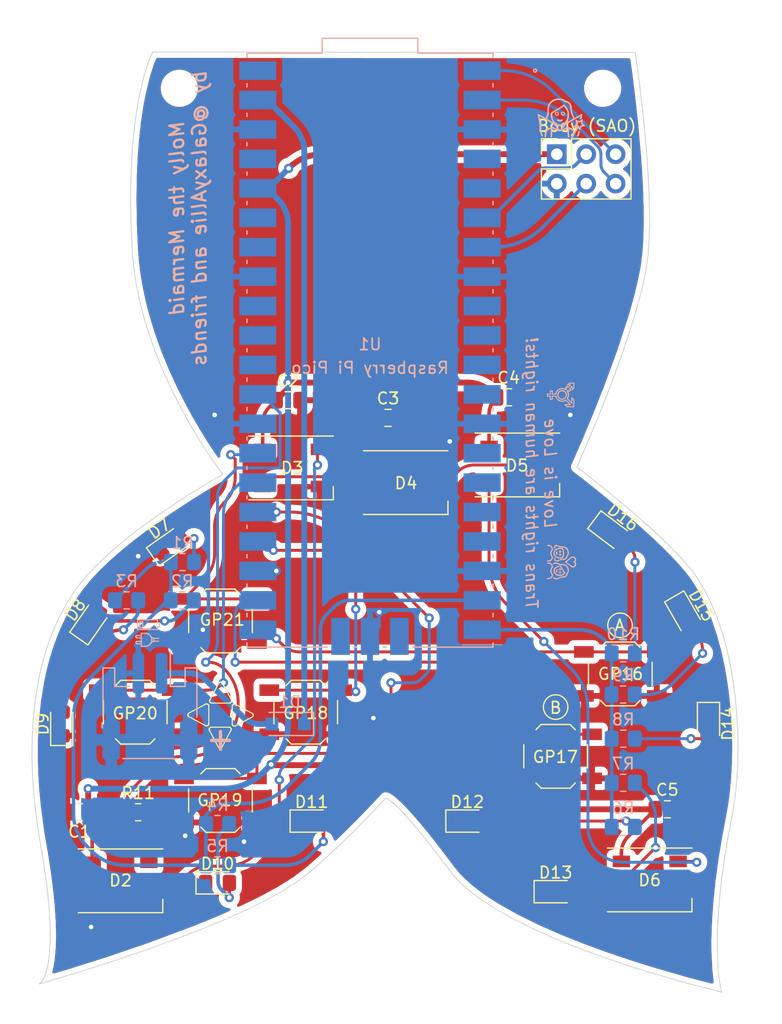
<source format=kicad_pcb>
(kicad_pcb (version 20211014) (generator pcbnew)
  (layers (0 "F.Cu" signal) (31 "B.Cu" signal) (34 "B.Paste" user) (35 "F.Paste" user) (36 "B.SilkS" user "B.Silkscreen") (37 "F.SilkS" user "F.Silkscreen") (38 "B.Mask" user) (39 "F.Mask" user) (44 "Edge.Cuts" user))
  (net 0 "")
  (net 1 "+BATT")
  (net 2 "GND")
  (net 3 "+3V3")
  (net 4 "Net-(D1-Pad1)")
  (net 5 "/LED_DATA_1")
  (net 6 "Net-(D2-Pad2)")
  (net 7 "Net-(D3-Pad2)")
  (net 8 "Net-(D4-Pad2)")
  (net 9 "Net-(D5-Pad2)")
  (net 11 "Net-(D7-Pad2)")
  (net 12 "Net-(D8-Pad2)")
  (net 13 "Net-(D9-Pad2)")
  (net 14 "Net-(D10-Pad2)")
  (net 15 "Net-(D11-Pad2)")
  (net 16 "Net-(D12-Pad2)")
  (net 17 "Net-(D13-Pad2)")
  (net 18 "Net-(D14-Pad2)")
  (net 19 "Net-(D15-Pad2)")
  (net 20 "Net-(D16-Pad2)")
  (net 21 "/SDA")
  (net 22 "/SCL")
  (net 23 "/SAO1")
  (net 24 "/SAO2")
  (net 25 "Net-(R1-Pad2)")
  (net 26 "Net-(R10-Pad2)")
  (net 27 "Net-(SW1-Pad1)")
  (net 28 "Net-(SW2-Pad1)")
  (net 29 "Net-(SW3-Pad1)")
  (net 30 "Net-(SW4-Pad1)")
  (net 31 "Net-(SW5-Pad1)")
  (net 32 "Net-(SW6-Pad1)")
  (net 52 "Net-(D2-Pad4)")
  (footprint "LED_SMD:LED_0805_2012Metric_Pad1.15x1.40mm_HandSolder" (layer "F.Cu") (at 206.756 122.428)
    (fp_text reference "D10")
    (fp_text value "LED")
  )
  (footprint "Capacitor_SMD:C_0805_2012Metric_Pad1.18x1.45mm_HandSolder" (layer "F.Cu") (at 212.852 80.772)
    (fp_text reference "C2")
    (fp_text value "C")
  )
  (footprint "Button_Switch_SMD:SW_SPST_TL3342" (layer "F.Cu") (at 214.376 107.696)
    (fp_text reference "Right" hide)
    (fp_text value "Right")
  )
  (footprint "LED_SMD:LED_0805_2012Metric_Pad1.15x1.40mm_HandSolder" (layer "F.Cu") (at 214.884 117.094)
    (fp_text reference "D11")
    (fp_text value "LED")
  )
  (footprint "LED_SMD:LED_WS2812B_PLCC4_5.0x5.0mm_P3.2mm" (layer "F.Cu") (at 198.374 122.25)
    (fp_text reference "D2")
    (fp_text value "WS2812B")
  )
  (footprint "Capacitor_SMD:C_0805_2012Metric_Pad1.18x1.45mm_HandSolder" (layer "F.Cu") (at 245.618 116.078)
    (fp_text reference "C5")
    (fp_text value "C")
  )
  (footprint "LED_SMD:LED_0805_2012Metric_Pad1.15x1.40mm_HandSolder" (layer "F.Cu") (at 195.834 99.822 55)
    (fp_text reference "D8")
    (fp_text value "LED")
  )
  (footprint "LED_SMD:LED_WS2812B_PLCC4_5.0x5.0mm_P3.2mm" (layer "F.Cu") (at 244.094 122.174)
    (fp_text reference "D6")
    (fp_text value "WS2812B")
  )
  (footprint "LED_SMD:LED_0805_2012Metric_Pad1.15x1.40mm_HandSolder" (layer "F.Cu") (at 228.337 117.094)
    (fp_text reference "D12")
    (fp_text value "LED")
  )
  (footprint "Resistor_SMD:R_0805_2012Metric_Pad1.20x1.40mm_HandSolder" (layer "F.Cu") (at 199.898 116.332)
    (fp_text reference "R11")
    (fp_text value "R")
  )
  (footprint "LED_SMD:LED_0805_2012Metric_Pad1.15x1.40mm_HandSolder" (layer "F.Cu") (at 247.142 99.314 -60)
    (fp_text reference "D15")
    (fp_text value "LED")
  )
  (footprint "Capacitor_SMD:C_0805_2012Metric_Pad1.18x1.45mm_HandSolder" (layer "F.Cu") (at 221.488 82.296)
    (fp_text reference "C3")
    (fp_text value "C")
  )
  (footprint "Capacitor_SMD:C_0805_2012Metric_Pad1.18x1.45mm_HandSolder" (layer "F.Cu") (at 231.902 80.518)
    (fp_text reference "C4")
    (fp_text value "C")
  )
  (footprint "Button_Switch_SMD:SW_SPST_TL3342" (layer "F.Cu") (at 207.01 115.316)
    (fp_text reference "Down" hide)
    (fp_text value "Down")
  )
  (footprint "Capacitor_SMD:C_0805_2012Metric_Pad1.18x1.45mm_HandSolder" (layer "F.Cu") (at 194.818 116.332 180)
    (fp_text reference "C1")
    (fp_text value "C")
  )
  (footprint "LED_SMD:LED_WS2812B_PLCC4_5.0x5.0mm_P3.2mm" (layer "F.Cu") (at 213.106 86.614)
    (fp_text reference "D3")
    (fp_text value "WS2812B")
  )
  (footprint "Button_Switch_SMD:SW_SPST_TL3342" (layer "F.Cu") (at 241.554 104.394)
    (fp_text reference "A")
    (fp_text value "A")
  )
  (footprint "Connector_PinSocket_2.54mm:PinSocket_2x03_P2.54mm_Vertical" (layer "F.Cu") (at 236.0676 59.5376 90)
    (fp_text reference "Body (SAO)")
    (fp_text value "SAO")
  )
  (footprint "LED_SMD:LED_0805_2012Metric_Pad1.15x1.40mm_HandSolder" (layer "F.Cu") (at 249.174 108.712 -90)
    (fp_text reference "D14")
    (fp_text value "LED")
  )
  (footprint "LED_SMD:LED_0805_2012Metric_Pad1.15x1.40mm_HandSolder" (layer "F.Cu") (at 193.294 108.712 90)
    (fp_text reference "D9")
    (fp_text value "LED")
  )
  (footprint "LED_SMD:LED_0805_2012Metric_Pad1.15x1.40mm_HandSolder" (layer "F.Cu") (at 240.792 92.202 -37)
    (fp_text reference "D16")
    (fp_text value "LED")
  )
  (footprint "LED_SMD:LED_WS2812B_PLCC4_5.0x5.0mm_P3.2mm" (layer "F.Cu") (at 223.012 87.884)
    (fp_text reference "D4")
    (fp_text value "WS2812B")
  )
  (footprint "LED_SMD:LED_0805_2012Metric_Pad1.15x1.40mm_HandSolder" (layer "F.Cu") (at 202.683 93.218 35)
    (fp_text reference "D7")
    (fp_text value "LED")
  )
  (footprint "Button_Switch_SMD:SW_SPST_TL3342" (layer "F.Cu") (at 207.01 99.822)
    (fp_text reference "Up" hide)
    (fp_text value "Up")
  )
  (footprint "Button_Switch_SMD:SW_SPST_TL3342" (layer "F.Cu") (at 199.644 107.696)
    (fp_text reference "Left" hide)
    (fp_text value "Left")
  )
  (footprint "Button_Switch_SMD:SW_SPST_TL3342" (layer "F.Cu") (at 235.966 111.506)
    (fp_text reference "B")
    (fp_text value "B")
  )
  (footprint "LED_SMD:LED_0805_2012Metric_Pad1.15x1.40mm_HandSolder" (layer "F.Cu") (at 235.966 123.19)
    (fp_text reference "D13")
    (fp_text value "LED")
  )
  (footprint "MountingHole:MountingHole_2.2mm_M2" (layer "F.Cu") (at 203.454 53.848)
    (fp_text reference "H1" hide)
    (fp_text value "MountingHole")
  )
  (footprint "MountingHole:MountingHole_2.2mm_M2" (layer "F.Cu") (at 240.03 53.848)
    (fp_text reference "H2" hide)
    (fp_text value "MountingHole")
  )
  (footprint "LED_SMD:LED_WS2812B_PLCC4_5.0x5.0mm_P3.2mm" (layer "F.Cu") (at 232.664 86.36)
    (fp_text reference "D5")
    (fp_text value "WS2812B")
  )
  (footprint "Resistor_SMD:R_0805_2012Metric_Pad1.20x1.40mm_HandSolder" (layer "B.Cu") (at 241.808 113.792 180)
    (fp_text reference "R7")
    (fp_text value "R")
  )
  (footprint "Resistor_SMD:R_0805_2012Metric_Pad1.20x1.40mm_HandSolder" (layer "B.Cu") (at 206.756 117.348 180)
    (fp_text reference "R4")
    (fp_text value "R")
  )
  (footprint "Resistor_SMD:R_0805_2012Metric_Pad1.20x1.40mm_HandSolder" (layer "B.Cu") (at 241.792 106.172 180)
    (fp_text reference "R9")
    (fp_text value "R")
  )
  (footprint "Resistor_SMD:R_0805_2012Metric_Pad1.20x1.40mm_HandSolder" (layer "B.Cu") (at 206.756 120.904 180)
    (fp_text reference "R5")
    (fp_text value "R")
  )
  (footprint "Resistor_SMD:R_0805_2012Metric_Pad1.20x1.40mm_HandSolder" (layer "B.Cu") (at 241.808 117.602 180)
    (fp_text reference "R6")
    (fp_text value "R")
  )
  (footprint "Connector_JST:JST_PH_S2B-PH-SM4-TB_1x02-1MP_P2.00mm_Horizontal" (layer "B.Cu") (at 200.914 107.188 180)
    (fp_text reference "Battery" hide)
    (fp_text value "Battery")
  )
  (footprint "Resistor_SMD:R_0805_2012Metric_Pad1.20x1.40mm_HandSolder" (layer "B.Cu") (at 241.808 109.982 180)
    (fp_text reference "R8")
    (fp_text value "R")
  )
  (footprint "Resistor_SMD:R_0805_2012Metric_Pad1.20x1.40mm_HandSolder" (layer "B.Cu") (at 203.708 98.044 180)
    (fp_text reference "R2")
    (fp_text value "R")
  )
  (footprint "Diode_SMD:D_SOD-123F" (layer "B.Cu") (at 212.852 108.712 180)
    (fp_text reference "D1")
    (fp_text value "D_Schottky")
  )
  (footprint "Raspberry Pi Pico:SC0915-No test pads" (layer "B.Cu") (at 219.9259 76.454 180)
    (fp_text reference "U1")
    (fp_text value "Raspberry Pi Pico")
  )
  (footprint "Resistor_SMD:R_0805_2012Metric_Pad1.20x1.40mm_HandSolder" (layer "B.Cu") (at 198.898 98.044 180)
    (fp_text reference "R3")
    (fp_text value "R")
  )
  (footprint "Resistor_SMD:R_0805_2012Metric_Pad1.20x1.40mm_HandSolder" (layer "B.Cu") (at 203.724 94.742 180)
    (fp_text reference "R1")
    (fp_text value "R")
  )
  (footprint "Resistor_SMD:R_0805_2012Metric_Pad1.20x1.40mm_HandSolder" (layer "B.Cu") (at 241.808 102.616 180)
    (fp_text reference "R10")
    (fp_text value "R")
  )
  (gr_line (start 236.930899 94.298685) (end 236.926268 94.31124) (layer "B.SilkS") (width 0.095249))
  (gr_line (start 236.404102 95.659972) (end 236.402536 95.662765) (layer "B.SilkS") (width 0.047624))
  (gr_line (start 236.295416 94.148962) (end 236.293355 94.146567) (layer "B.SilkS") (width 0.047624))
  (gr_line (start 236.29988 95.410726) (end 236.297592 95.40855) (layer "B.SilkS") (width 0.047624))
  (gr_line (start 236.315754 94.043307) (end 236.318726 94.04201) (layer "B.SilkS") (width 0.047624))
  (gr_line (start 236.600202 56.177538) (end 236.593394 56.177365) (layer "B.SilkS") (width 0.066145))
  (gr_line (start 235.714383 57.244969) (end 235.745333 57.244199) (layer "B.SilkS") (width 0.132291))
  (gr_line (start 236.411562 94.096598) (end 236.411809 94.100082) (layer "B.SilkS") (width 0.047624))
  (gr_line (start 237.384442 79.873439) (end 237.544843 79.712942) (layer "B.SilkS") (width 0.085724))
  (gr_line (start 200.296885 99.874889) (end 200.296885 100.403336) (layer "B.SilkS") (width 0.095249))
  (gr_line (start 236.315754 95.567307) (end 236.318726 95.56601) (layer "B.SilkS") (width 0.047624))
  (gr_line (start 236.633265 55.917119) (end 236.639542 55.918902) (layer "B.SilkS") (width 0.066145))
  (gr_line (start 236.050314 95.468435) (end 236.049142 95.481334) (layer "B.SilkS") (width 0.095249))
  (gr_line (start 237.58235 94.342772) (end 237.591434 94.348847) (layer "B.SilkS") (width 0.095249))
  (gr_line (start 234.80453 57.929849) (end 234.786457 57.893398) (layer "B.SilkS") (width 0.132291))
  (gr_line (start 235.534357 94.882833) (end 235.547303 94.892572) (layer "B.SilkS") (width 0.095249))
  (gr_line (start 236.584337 95.821753) (end 236.608866 95.805847) (layer "B.SilkS") (width 0.095249))
  (gr_line (start 236.397311 94.383082) (end 236.387864 94.383917) (layer "B.SilkS") (width 0.095249))
  (gr_line (start 236.287898 95.396065) (end 236.286332 95.393272) (layer "B.SilkS") (width 0.047624))
  (gr_line (start 236.537143 55.928921) (end 236.542847 55.925999) (layer "B.SilkS") (width 0.066145))
  (gr_line (start 236.364267 95.10375) (end 236.33093 95.098987) (layer "B.SilkS") (width 0.095249))
  (gr_line (start 236.713438 57.041196) (end 236.735279 57.015824) (layer "B.SilkS") (width 0.132291))
  (gr_line (start 236.534275 95.848542) (end 236.55953 95.835984) (layer "B.SilkS") (width 0.095249))
  (gr_line (start 235.493102 94.611501) (end 235.478612 94.618336) (layer "B.SilkS") (width 0.095249))
  (gr_line (start 236.651198 57.119831) (end 236.671392 57.093209) (layer "B.SilkS") (width 0.132291))
  (gr_line (start 235.856954 57.328496) (end 235.894161 57.352719) (layer "B.SilkS") (width 0.132291))
  (gr_line (start 237.646114 94.661535) (end 237.639425 94.670273) (layer "B.SilkS") (width 0.095249))
  (gr_line (start 236.671276 80.837797) (end 236.651093 80.843034) (layer "B.SilkS") (width 0.085724))
  (gr_line (start 199.70554 101.676553) (end 199.704862 101.68159) (layer "B.SilkS") (width 0.095249))
  (gr_line (start 235.098753 57.719088) (end 235.106869 57.690214) (layer "B.SilkS") (width 0.132291))
  (gr_line (start 236.633046 54.869187) (end 236.613989 54.860116) (layer "B.SilkS") (width 0.132291))
  (gr_line (start 235.686344 93.622953) (end 235.687577 93.639435) (layer "B.SilkS") (width 0.095249))
  (gr_line (start 236.368653 93.899697) (end 236.365518 93.900712) (layer "B.SilkS") (width 0.047624))
  (gr_line (start 236.729891 80.817672) (end 236.710691 80.8251) (layer "B.SilkS") (width 0.085724))
  (gr_line (start 237.300063 57.351448) (end 237.331846 57.372558) (layer "B.SilkS") (width 0.132291))
  (gr_line (start 235.586318 57.330109) (end 235.588489 57.338612) (layer "B.SilkS") (width 0.132291))
  (gr_line (start 236.365518 95.297138) (end 236.368653 95.298152) (layer "B.SilkS") (width 0.047624))
  (gr_line (start 235.962072 54.82998) (end 235.890353 54.852748) (layer "B.SilkS") (width 0.132291))
  (gr_line (start 236.387125 95.114463) (end 236.378909 95.108598) (layer "B.SilkS") (width 0.095249))
  (gr_line (start 235.94914 56.096741) (end 235.946771 56.090733) (layer "B.SilkS") (width 0.066145))
  (gr_line (start 236.486482 56.612653) (end 236.510523 56.602576) (layer "B.SilkS") (width 0.132291))
  (gr_line (start 199.734111 101.257843) (end 199.737612 101.261183) (layer "B.SilkS") (width 0.095249))
  (gr_line (start 236.352245 95.29458) (end 236.355666 95.294987) (layer "B.SilkS") (width 0.047624))
  (gr_line (start 237.037602 93.800624) (end 237.042115 93.820795) (layer "B.SilkS") (width 0.095249))
  (gr_line (start 235.368905 94.641788) (end 235.259367 94.641788) (layer "B.SilkS") (width 0.095249))
  (gr_line (start 235.791821 96.098758) (end 235.768954 96.080062) (layer "B.SilkS") (width 0.095249))
  (gr_line (start 236.659542 96.022912) (end 236.659542 96.022912) (layer "B.SilkS") (width 0.095249))
  (gr_line (start 237.357005 95.136141) (end 237.354486 95.135097) (layer "B.SilkS") (width 0.095249))
  (gr_line (start 236.293355 94.060683) (end 236.295416 94.058288) (layer "B.SilkS") (width 0.047624))
  (gr_line (start 236.046175 57.142511) (end 236.064737 57.168989) (layer "B.SilkS") (width 0.132291))
  (gr_line (start 238.005173 56.751657) (end 238.005173 56.751657) (layer "B.SilkS") (width 0.132291))
  (gr_line (start 235.557898 95.534413) (end 235.560479 95.554208) (layer "B.SilkS") (width 0.095249))
  (gr_line (start 236.278625 95.357381) (end 236.278872 95.353897) (layer "B.SilkS") (width 0.047624))
  (gr_line (start 236.315754 95.687943) (end 236.31287 95.68651) (layer "B.SilkS") (width 0.047624))
  (gr_line (start 201.545406 99.718997) (end 201.543924 99.718565) (layer "B.SilkS") (width 0.095249))
  (gr_line (start 237.639425 94.794277) (end 237.646114 94.803015) (layer "B.SilkS") (width 0.095249))
  (gr_line (start 236.576085 57.230215) (end 236.594003 57.202053) (layer "B.SilkS") (width 0.132291))
  (gr_line (start 236.202762 95.111679) (end 236.178671 95.117101) (layer "B.SilkS") (width 0.095249))
  (gr_line (start 237.048422 80.458748) (end 237.042628 80.478347) (layer "B.SilkS") (width 0.085724))
  (gr_line (start 236.268868 96.11739) (end 236.202342 96.146737) (layer "B.SilkS") (width 0.095249))
  (gr_line (start 235.96666 57.040369) (end 235.987318 57.065322) (layer "B.SilkS") (width 0.132291))
  (gr_line (start 236.48306 95.246904) (end 236.458825 95.207523) (layer "B.SilkS") (width 0.095249))
  (gr_line (start 236.365066 54.79338) (end 236.334285 54.790704) (layer "B.SilkS") (width 0.132291))
  (gr_line (start 237.30542 56.646326) (end 237.543212 56.512927) (layer "B.SilkS") (width 0.132291))
  (gr_line (start 235.56167 57.270829) (end 235.591738 57.262844) (layer "B.SilkS") (width 0.132291))
  (gr_line (start 235.961337 56.119212) (end 235.957896 56.113845) (layer "B.SilkS") (width 0.066145))
  (gr_line (start 236.402536 94.138765) (end 236.400842 94.141465) (layer "B.SilkS") (width 0.047624))
  (gr_line (start 199.704862 101.17636) (end 199.704433 101.181472) (layer "B.SilkS") (width 0.095249))
  (gr_line (start 237.652844 94.412434) (end 237.658851 94.422151) (layer "B.SilkS") (width 0.095249))
  (gr_line (start 237.074252 55.092992) (end 237.054469 55.07876) (layer "B.SilkS") (width 0.132291))
  (gr_line (start 200.737887 101.963002) (end 200.762504 101.95181) (layer "B.SilkS") (width 0.095249))
  (gr_line (start 235.568739 94.069848) (end 235.574418 94.089694) (layer "B.SilkS") (width 0.095249))
  (gr_line (start 236.264872 80.572385) (end 236.252704 80.559623) (layer "B.SilkS") (width 0.085724))
  (gr_line (start 236.759277 56.989725) (end 236.771085 56.977651) (layer "B.SilkS") (width 0.132291))
  (gr_line (start 236.483877 56.108305) (end 236.480956 56.102601) (layer "B.SilkS") (width 0.066145))
  (gr_line (start 235.994543 80.190991) (end 236.000643 80.167084) (layer "B.SilkS") (width 0.085724))
  (gr_line (start 236.395018 94.058288) (end 236.397079 94.060683) (layer "B.SilkS") (width 0.047624))
  (gr_line (start 237.608204 94.762674) (end 237.616665 94.770031) (layer "B.SilkS") (width 0.095249))
  (gr_line (start 235.225602 57.482657) (end 235.246257 57.46019) (layer "B.SilkS") (width 0.132291))
  (gr_line (start 236.659542 94.498912) (end 236.524778 94.506131) (layer "B.SilkS") (width 0.095249))
  (gr_line (start 236.945292 95.756212) (end 236.943634 95.769953) (layer "B.SilkS") (width 0.095249))
  (gr_line (start 236.291413 95.320484) (end 236.293355 95.317983) (layer "B.SilkS") (width 0.047624))
  (gr_line (start 234.737444 57.777503) (end 234.722977 57.728925) (layer "B.SilkS") (width 0.132291))
  (gr_line (start 199.7246 101.126427) (end 199.721782 101.130376) (layer "B.SilkS") (width 0.095249))
  (gr_line (start 236.160714 56.602576) (end 236.184756 56.612653) (layer "B.SilkS") (width 0.132291))
  (gr_line (start 235.568739 93.872242) (end 235.564093 93.891945) (layer "B.SilkS") (width 0.095249))
  (gr_line (start 236.501189 93.432112) (end 236.550898 93.43081) (layer "B.SilkS") (width 0.095249))
  (gr_line (start 236.341674 95.694217) (end 236.33819 95.69397) (layer "B.SilkS") (width 0.047624))
  (gr_line (start 236.740245 56.883954) (end 236.76882 56.858673) (layer "B.SilkS") (width 0.132291))
  (gr_line (start 237.040009 56.34874) (end 237.048236 56.303111) (layer "B.SilkS") (width 0.132291))
  (gr_line (start 199.867557 99.718565) (end 199.866076 99.718997) (layer "B.SilkS") (width 0.095249))
  (gr_line (start 236.991218 55.041481) (end 236.968924 55.030958) (layer "B.SilkS") (width 0.132291))
  (gr_line (start 200.550106 102.006459) (end 200.578345 102.004232) (layer "B.SilkS") (width 0.095249))
  (gr_line (start 236.286332 95.659972) (end 236.284899 95.657088) (layer "B.SilkS") (width 0.047624))
  (gr_line (start 236.34876 95.694217) (end 236.345217 95.6943) (layer "B.SilkS") (width 0.047624))
  (gr_line (start 236.719449 56.102601) (end 236.716527 56.108305) (layer "B.SilkS") (width 0.066145))
  (gr_line (start 238.430623 57.062212) (end 238.157175 57.123) (layer "B.SilkS") (width 0.132291))
  (gr_line (start 236.818086 79.697988) (end 236.946292 79.569782) (layer "B.SilkS") (width 0.085724))
  (gr_line (start 236.310077 95.303605) (end 236.31287 95.30204) (layer "B.SilkS") (width 0.047624))
  (gr_line (start 236.731076 79.810828) (end 236.750018 79.819065) (layer "B.SilkS") (width 0.085724))
  (gr_line (start 237.35963 95.137087) (end 237.35963 95.137087) (layer "B.SilkS") (width 0.095249))
  (gr_line (start 235.890353 54.852748) (end 235.821403 54.880196) (layer "B.SilkS") (width 0.132291))
  (gr_line (start 235.938907 94.602646) (end 235.929955 94.592766) (layer "B.SilkS") (width 0.095249))
  (gr_line (start 236.22596 57.027187) (end 236.262044 57.032847) (layer "B.SilkS") (width 0.132291))
  (gr_line (start 237.687771 94.550685) (end 237.686531 94.561495) (layer "B.SilkS") (width 0.095249))
  (gr_line (start 199.84815 100.539981) (end 199.848809 100.541376) (layer "B.SilkS") (width 0.095249))
  (gr_line (start 235.95471 55.982187) (end 235.957896 55.976647) (layer "B.SilkS") (width 0.066145))
  (gr_line (start 236.159986 56.143171) (end 236.155186 56.147329) (layer "B.SilkS") (width 0.066145))
  (gr_line (start 236.067894 94.058518) (end 236.073754 94.070287) (layer "B.SilkS") (width 0.095249))
  (gr_line (start 236.091183 55.914479) (end 236.097698 55.915642) (layer "B.SilkS") (width 0.066145))
  (gr_line (start 236.411809 94.100082) (end 236.411892 94.103625) (layer "B.SilkS") (width 0.047624))
  (gr_line (start 237.894316 57.893398) (end 237.912986 57.854705) (layer "B.SilkS") (width 0.132291))
  (gr_line (start 235.662915 93.526544) (end 235.668628 93.542155) (layer "B.SilkS") (width 0.095249))
  (gr_line (start 235.855228 93.84715) (end 235.863741 93.827905) (layer "B.SilkS") (width 0.095249))
  (gr_line (start 236.392842 93.88455) (end 236.390554 93.886726) (layer "B.SilkS") (width 0.047624))
  (gr_line (start 236.926268 94.31124) (end 236.921089 94.323516) (layer "B.SilkS") (width 0.095249))
  (gr_line (start 235.775769 56.707802) (end 235.798773 56.741077) (layer "B.SilkS") (width 0.132291))
  (gr_line (start 236.279844 95.347121) (end 236.280562 95.343836) (layer "B.SilkS") (width 0.047624))
  (gr_line (start 199.845656 99.747182) (end 199.845709 99.748754) (layer "B.SilkS") (width 0.095249))
  (gr_line (start 237.5337 56.413466) (end 237.52938 56.401659) (layer "B.SilkS") (width 0.132291))
  (gr_line (start 235.673645 95.91132) (end 235.668628 95.927157) (layer "B.SilkS") (width 0.095249))
  (gr_line (start 236.569055 93.603562) (end 236.569055 93.603562) (layer "B.SilkS") (width 0.095249))
  (gr_line (start 236.139634 56.158386) (end 236.134094 56.161571) (layer "B.SilkS") (width 0.066145))
  (gr_line (start 236.008868 95.190543) (end 235.9909 95.203076) (layer "B.SilkS") (width 0.095249))
  (gr_line (start 236.279844 94.089821) (end 236.280562 94.086536) (layer "B.SilkS") (width 0.047624))
  (gr_line (start 236.283602 95.654116) (end 236.282445 95.651061) (layer "B.SilkS") (width 0.047624))
  (gr_line (start 235.581129 94.10956) (end 235.588873 94.129447) (layer "B.SilkS") (width 0.095249))
  (gr_line (start 237.686531 94.561495) (end 237.68476 94.572221) (layer "B.SilkS") (width 0.095249))
  (gr_line (start 236.356528 93.424411) (end 236.381801 93.42902) (layer "B.SilkS") (width 0.095249))
  (gr_line (start 235.500445 79.97007) (end 235.670847 79.97007) (layer "B.SilkS") (width 0.085724))
  (gr_line (start 236.388159 93.888787) (end 236.385658 93.890729) (layer "B.SilkS") (width 0.047624))
  (gr_line (start 236.177046 55.966093) (end 236.180734 55.971279) (layer "B.SilkS") (width 0.066145))
  (gr_line (start 236.261129 93.564365) (end 236.287522 93.560717) (layer "B.SilkS") (width 0.095249))
  (gr_line (start 236.345217 94.1703) (end 236.341674 94.170217) (layer "B.SilkS") (width 0.047624))
  (gr_line (start 236.884724 80.3866) (end 236.880621 80.404379) (layer "B.SilkS") (width 0.085724))
  (gr_line (start 236.89219 80.312541) (end 236.891712 80.331451) (layer "B.SilkS") (width 0.085724))
  (gr_line (start 237.979408 57.644664) (end 237.984858 57.613449) (layer "B.SilkS") (width 0.132291))
  (gr_line (start 236.470598 56.018584) (end 236.472075 56.012183) (layer "B.SilkS") (width 0.066145))
  (gr_line (start 237.543414 81.334907) (end 237.543414 80.744833) (layer "B.SilkS") (width 0.085724))
  (gr_line (start 236.946292 79.569782) (end 236.946292 79.569782) (layer "B.SilkS") (width 0.085724))
  (gr_line (start 236.41544 79.961587) (end 236.432878 79.956636) (layer "B.SilkS") (width 0.085724))
  (gr_line (start 234.623409 56.932478) (end 234.605072 56.80848) (layer "B.SilkS") (width 0.132291))
  (gr_line (start 237.63039 57.121809) (end 237.63039 57.121809) (layer "B.SilkS") (width 0.132291))
  (gr_line (start 236.784559 80.052697) (end 236.796727 80.065459) (layer "B.SilkS") (width 0.085724))
  (gr_line (start 199.730772 101.759569) (end 199.734112 101.763071) (layer "B.SilkS") (width 0.095249))
  (gr_line (start 236.280562 95.343836) (end 236.28143 95.340624) (layer "B.SilkS") (width 0.047624))
  (gr_line (start 237.053391 93.903857) (end 237.054468 93.925091) (layer "B.SilkS") (width 0.095249))
  (gr_line (start 237.33351 95.122353) (end 237.329873 95.120028) (layer "B.SilkS") (width 0.095249))
  (gr_line (start 236.145116 80.703639) (end 236.113819 80.670492) (layer "B.SilkS") (width 0.085724))
  (gr_line (start 236.334768 95.294987) (end 236.33819 95.29458) (layer "B.SilkS") (width 0.047624))
  (gr_line (start 201.563915 100.538554) (end 201.564424 100.537098) (layer "B.SilkS") (width 0.095249))
  (gr_line (start 236.713342 55.976647) (end 236.716527 55.982187) (layer "B.SilkS") (width 0.066145))
  (gr_line (start 237.14617 55.158177) (end 237.129326 55.140701) (layer "B.SilkS") (width 0.132291))
  (gr_line (start 236.593394 56.177365) (end 236.586676 56.176855) (layer "B.SilkS") (width 0.066145))
  (gr_line (start 236.355666 94.037688) (end 236.359021 94.038252) (layer "B.SilkS") (width 0.047624))
  (gr_line (start 236.284899 94.074162) (end 236.286332 94.071278) (layer "B.SilkS") (width 0.047624))
  (gr_line (start 236.321781 95.298152) (end 236.324916 95.297138) (layer "B.SilkS") (width 0.047624))
  (gr_line (start 236.062816 94.046456) (end 236.067894 94.058518) (layer "B.SilkS") (width 0.095249))
  (gr_line (start 236.278872 95.367952) (end 236.278625 95.364468) (layer "B.SilkS") (width 0.047624))
  (gr_line (start 236.915377 95.859499) (end 236.90915 95.871175) (layer "B.SilkS") (width 0.095249))
  (gr_line (start 237.682466 94.881708) (end 237.68476 94.892329) (layer "B.SilkS") (width 0.095249))
  (gr_line (start 236.869892 80.186191) (end 236.875669 80.203265) (layer "B.SilkS") (width 0.085724))
  (gr_line (start 236.283602 94.077134) (end 236.284899 94.074162) (layer "B.SilkS") (width 0.047624))
  (gr_line (start 236.345217 94.03695) (end 236.34876 94.037033) (layer "B.SilkS") (width 0.047624))
  (gr_line (start 199.716711 101.739857) (end 199.719151 101.744073) (layer "B.SilkS") (width 0.095249))
  (gr_line (start 236.060443 94.64217) (end 236.043329 94.642085) (layer "B.SilkS") (width 0.095249))
  (gr_line (start 235.322327 55.987885) (end 235.316847 56.032556) (layer "B.SilkS") (width 0.132291))
  (gr_line (start 235.534357 94.586479) (end 235.520994 94.59554) (layer "B.SilkS") (width 0.095249))
  (gr_line (start 236.830992 94.732275) (end 236.830992 94.732275) (layer "B.SilkS") (width 0.095249))
  (gr_line (start 236.380357 95.684944) (end 236.377564 95.68651) (layer "B.SilkS") (width 0.047624))
  (gr_line (start 234.533587 56.4026) (end 234.512827 56.298768) (layer "B.SilkS") (width 0.132291))
  (gr_line (start 236.302276 93.888787) (end 236.29988 93.886726) (layer "B.SilkS") (width 0.047624))
  (gr_line (start 199.730771 101.254341) (end 199.734111 101.257843) (layer "B.SilkS") (width 0.095249))
  (gr_line (start 235.612504 57.533211) (end 235.613384 57.55556) (layer "B.SilkS") (width 0.132291))
  (gr_line (start 199.710607 101.221259) (end 199.712432 101.225829) (layer "B.SilkS") (width 0.095249))
  (gr_line (start 235.246257 57.46019) (end 235.268002 57.438618) (layer "B.SilkS") (width 0.132291))
  (gr_line (start 199.853181 99.727344) (end 199.852167 99.728535) (layer "B.SilkS") (width 0.095249))
  (gr_line (start 235.605094 94.9503) (end 235.615123 94.963427) (layer "B.SilkS") (width 0.095249))
  (gr_line (start 236.049347 94.834669) (end 236.081485 94.842966) (layer "B.SilkS") (width 0.095249))
  (gr_line (start 236.380357 95.418244) (end 236.377564 95.41981) (layer "B.SilkS") (width 0.047624))
  (gr_line (start 236.89878 55.005503) (end 236.874401 54.999153) (layer "B.SilkS") (width 0.132291))
  (gr_line (start 236.33093 95.098987) (end 236.33093 95.098987) (layer "B.SilkS") (width 0.095249))
  (gr_line (start 236.55953 95.835984) (end 236.584337 95.821753) (layer "B.SilkS") (width 0.095249))
  (gr_line (start 235.677945 94.37129) (end 235.673645 94.38732) (layer "B.SilkS") (width 0.095249))
  (gr_line (start 201.724406 99.972682) (end 201.565772 99.972706) (layer "B.SilkS") (width 0.095249))
  (gr_line (start 235.555833 93.97087) (end 235.556349 93.990634) (layer "B.SilkS") (width 0.095249))
  (gr_line (start 235.140792 57.607132) (end 235.155089 57.58074) (layer "B.SilkS") (width 0.132291))
  (gr_line (start 236.78713 57.352719) (end 236.824337 57.328496) (layer "B.SilkS") (width 0.132291))
  (gr_line (start 236.134094 56.161571) (end 236.12839 56.164493) (layer "B.SilkS") (width 0.066145))
  (gr_line (start 237.965455 57.706449) (end 237.972938 57.675672) (layer "B.SilkS") (width 0.132291))
  (gr_line (start 236.451832 80.853097) (end 236.428279 80.849427) (layer "B.SilkS") (width 0.085724))
  (gr_line (start 201.548289 99.720091) (end 201.546861 99.719506) (layer "B.SilkS") (width 0.095249))
  (gr_line (start 235.932127 94.827897) (end 235.949442 94.826297) (layer "B.SilkS") (width 0.095249))
  (gr_line (start 235.755577 54.912184) (end 235.693233 54.948574) (layer "B.SilkS") (width 0.132291))
  (gr_line (start 199.8053 101.085607) (end 199.8053 101.085607) (layer "B.SilkS") (width 0.095249))
  (gr_line (start 236.411892 93.836925) (end 236.411809 93.840468) (layer "B.SilkS") (width 0.047624))
  (gr_line (start 236.328128 94.03897) (end 236.331413 94.038252) (layer "B.SilkS") (width 0.047624))
  (gr_line (start 236.388159 95.575763) (end 236.390554 95.577824) (layer "B.SilkS") (width 0.047624))
  (gr_line (start 237.054829 95.470462) (end 237.054515 95.488462) (layer "B.SilkS") (width 0.095249))
  (gr_line (start 235.84793 93.866803) (end 235.855228 93.84715) (layer "B.SilkS") (width 0.095249))
  (gr_line (start 236.202479 79.875469) (end 236.222101 79.861687) (layer "B.SilkS") (width 0.085724))
  (gr_line (start 236.303439 57.491276) (end 236.340646 57.492245) (layer "B.SilkS") (width 0.132291))
  (gr_line (start 236.071036 55.912954) (end 236.071036 55.912954) (layer "B.SilkS") (width 0.066145))
  (gr_line (start 235.564093 93.891945) (end 235.560479 93.911658) (layer "B.SilkS") (width 0.095249))
  (gr_line (start 236.402536 95.592484) (end 236.404102 95.595278) (layer "B.SilkS") (width 0.047624))
  (gr_line (start 237.687771 94.913865) (end 237.688475 94.924738) (layer "B.SilkS") (width 0.095249))
  (gr_line (start 236.067377 95.831405) (end 236.088328 95.841048) (layer "B.SilkS") (width 0.095249))
  (gr_line (start 236.31287 93.77804) (end 236.315754 93.776607) (layer "B.SilkS") (width 0.047624))
  (gr_line (start 199.770694 101.597186) (end 199.766123 101.599012) (layer "B.SilkS") (width 0.095249))
  (gr_line (start 199.707615 101.717036) (end 199.709 101.721812) (layer "B.SilkS") (width 0.095249))
  (gr_line (start 199.875242 100.557517) (end 199.876813 100.557464) (layer "B.SilkS") (width 0.095249))
  (gr_line (start 235.840634 95.415759) (end 235.8364 95.435) (layer "B.SilkS") (width 0.095249))
  (gr_line (start 200.169359 100.892701) (end 200.169359 102.007265) (layer "B.SilkS") (width 0.095249))
  (gr_line (start 236.821938 94.443983) (end 236.811068 94.451362) (layer "B.SilkS") (width 0.095249))
  (gr_line (start 237.420025 57.446071) (end 237.446775 57.473835) (layer "B.SilkS") (width 0.132291))
  (gr_line (start 235.670847 80.240056) (end 235.670847 80.240056) (layer "B.SilkS") (width 0.085724))
  (gr_line (start 236.383057 95.3053) (end 236.385658 95.30712) (layer "B.SilkS") (width 0.047624))
  (gr_line (start 199.851221 99.729773) (end 199.850346 99.731055) (layer "B.SilkS") (width 0.095249))
  (gr_line (start 236.184175 56.113845) (end 236.180734 56.119212) (layer "B.SilkS") (width 0.066145))
  (gr_line (start 236.406832 95.601133) (end 236.407989 95.604188) (layer "B.SilkS") (width 0.047624))
  (gr_line (start 237.624874 95.087146) (end 237.616983 95.09491) (layer "B.SilkS") (width 0.095249))
  (gr_line (start 236.683918 54.896984) (end 236.668008 54.887694) (layer "B.SilkS") (width 0.132291))
  (gr_line (start 236.371281 95.104984) (end 236.364267 95.10375) (layer "B.SilkS") (width 0.095249))
  (gr_line (start 236.365518 93.900712) (end 236.362306 93.90158) (layer "B.SilkS") (width 0.047624))
  (gr_line (start 236.031695 56.17159) (end 236.025548 56.16951) (layer "B.SilkS") (width 0.066145))
  (gr_line (start 236.57354 56.17485) (end 236.56714 56.173373) (layer "B.SilkS") (width 0.066145))
  (gr_line (start 236.747858 54.940888) (end 236.725395 54.924126) (layer "B.SilkS") (width 0.132291))
  (gr_line (start 200.737878 100.93696) (end 200.712639 100.926945) (layer "B.SilkS") (width 0.095249))
  (gr_line (start 200.895198 101.038047) (end 200.875041 101.020531) (layer "B.SilkS") (width 0.095249))
  (gr_line (start 236.409872 93.854014) (end 236.409004 93.857226) (layer "B.SilkS") (width 0.047624))
  (gr_line (start 235.631229 56.34874) (end 235.641152 56.393351) (layer "B.SilkS") (width 0.132291))
  (gr_line (start 237.403199 95.152119) (end 237.3922 95.149216) (layer "B.SilkS") (width 0.095249))
  (gr_line (start 235.891468 94.431043) (end 235.89278 94.408425) (layer "B.SilkS") (width 0.095249))
  (gr_line (start 234.829822 56.337948) (end 235.684829 56.819978) (layer "B.SilkS") (width 0.132291))
  (gr_line (start 236.416154 94.38055) (end 236.406748 94.381952) (layer "B.SilkS") (width 0.095249))
  (gr_line (start 236.407989 95.604188) (end 236.409004 95.607324) (layer "B.SilkS") (width 0.047624))
  (gr_line (start 236.890293 80.274969) (end 236.891712 80.293631) (layer "B.SilkS") (width 0.085724))
  (gr_line (start 236.450657 79.952532) (end 236.468753 79.949301) (layer "B.SilkS") (width 0.085724))
  (gr_line (start 237.056378 57.603662) (end 237.05624 57.629777) (layer "B.SilkS") (width 0.132291))
  (gr_line (start 235.97311 56.134197) (end 235.968952 56.129397) (layer "B.SilkS") (width 0.066145))
  (gr_line (start 236.278625 93.840468) (end 236.278542 93.836925) (layer "B.SilkS") (width 0.047624))
  (gr_line (start 236.975018 57.245815) (end 237.013691 57.249564) (layer "B.SilkS") (width 0.132291))
  (gr_line (start 236.091183 56.176013) (end 236.084562 56.176855) (layer "B.SilkS") (width 0.066145))
  (gr_line (start 235.973742 95.772286) (end 235.9909 95.785474) (layer "B.SilkS") (width 0.095249))
  (gr_line (start 236.087434 56.98323) (end 236.121097 56.997319) (layer "B.SilkS") (width 0.132291))
  (gr_line (start 235.913244 93.348694) (end 235.922253 93.336419) (layer "B.SilkS") (width 0.095249))
  (gr_line (start 235.588873 95.337187) (end 235.581129 95.356864) (layer "B.SilkS") (width 0.095249))
  (gr_line (start 236.31287 93.89581) (end 236.310077 93.894244) (layer "B.SilkS") (width 0.047624))
  (gr_line (start 201.234911 101.572472) (end 201.234911 101.324441) (layer "B.SilkS") (width 0.095249))
  (gr_line (start 201.724406 100.317963) (end 201.724406 100.317963) (layer "B.SilkS") (width 0.095249))
  (gr_line (start 200.606171 102.000621) (end 200.633549 101.995659) (layer "B.SilkS") (width 0.095249))
  (gr_line (start 236.601985 93.700018) (end 236.609536 93.725602) (layer "B.SilkS") (width 0.095249))
  (gr_line (start 237.067879 80.314017) (end 237.067466 80.335394) (layer "B.SilkS") (width 0.085724))
  (gr_line (start 236.284592 79.825586) (end 236.306544 79.815389) (layer "B.SilkS") (width 0.085724))
  (gr_line (start 236.824337 57.328496) (end 236.861544 57.302334) (layer "B.SilkS") (width 0.132291))
  (gr_line (start 236.511251 56.143171) (end 236.506657 56.138791) (layer "B.SilkS") (width 0.066145))
  (gr_line (start 235.897777 56.966055) (end 235.945491 57.015817) (layer "B.SilkS") (width 0.132291))
  (gr_line (start 236.324916 94.039838) (end 236.328128 94.03897) (layer "B.SilkS") (width 0.047624))
  (gr_line (start 201.565825 99.747183) (end 201.565794 99.745619) (layer "B.SilkS") (width 0.095249))
  (gr_line (start 235.68301 55.951647) (end 235.642638 55.986851) (layer "B.SilkS") (width 0.132291))
  (gr_line (start 201.561136 99.731055) (end 201.56026 99.729773) (layer "B.SilkS") (width 0.095249))
  (gr_line (start 235.401527 96.163765) (end 235.385324 96.165276) (layer "B.SilkS") (width 0.095249))
  (gr_line (start 236.516052 56.147329) (end 236.511251 56.143171) (layer "B.SilkS") (width 0.066145))
  (gr_line (start 236.608866 95.805847) (end 236.633283 95.788266) (layer "B.SilkS") (width 0.095249))
  (gr_line (start 235.991882 56.151257) (end 235.986885 56.147329) (layer "B.SilkS") (width 0.066145))
  (gr_line (start 199.861797 99.72075) (end 199.860437 99.721482) (layer "B.SilkS") (width 0.095249))
  (gr_line (start 235.686344 95.846359) (end 235.684315 95.862777) (layer "B.SilkS") (width 0.095249))
  (gr_line (start 237.66443 94.432237) (end 237.66443 94.432237) (layer "B.SilkS") (width 0.095249))
  (gr_line (start 237.217829 55.256061) (end 237.205261 55.235181) (layer "B.SilkS") (width 0.132291))
  (gr_line (start 236.341674 93.770333) (end 236.345217 93.77025) (layer "B.SilkS") (width 0.047624))
  (gr_line (start 235.840511 96.130428) (end 235.815705 96.115549) (layer "B.SilkS") (width 0.095249))
  (gr_line (start 237.35963 94.327462) (end 237.370398 94.322843) (layer "B.SilkS") (width 0.095249))
  (gr_line (start 236.29988 93.787124) (end 236.302275 93.785063) (layer "B.SilkS") (width 0.047624))
  (gr_line (start 199.734111 101.115462) (end 199.730771 101.118964) (layer "B.SilkS") (width 0.095249))
  (gr_line (start 235.687577 93.639435) (end 235.687992 93.65595) (layer "B.SilkS") (width 0.095249))
  (gr_line (start 236.631206 79.780579) (end 236.651814 79.785116) (layer "B.SilkS") (width 0.085724))
  (gr_line (start 237.013062 95.247082) (end 237.020151 95.265946) (layer "B.SilkS") (width 0.095249))
  (gr_line (start 236.41059 94.089821) (end 236.411154 94.093176) (layer "B.SilkS") (width 0.047624))
  (gr_line (start 236.633991 80.663495) (end 236.616553 80.668446) (layer "B.SilkS") (width 0.085724))
  (gr_line (start 236.002437 55.932106) (end 236.007977 55.928921) (layer "B.SilkS") (width 0.066145))
  (gr_line (start 235.608014 56.111392) (end 235.608015 56.111392) (layer "B.SilkS") (width 0.132291))
  (gr_line (start 201.557219 99.726203) (end 201.556078 99.725121) (layer "B.SilkS") (width 0.095249))
  (gr_line (start 236.758463 80.596102) (end 236.744581 80.607011) (layer "B.SilkS") (width 0.085724))
  (gr_line (start 235.244886 56.256291) (end 235.210747 56.334325) (layer "B.SilkS") (width 0.132291))
  (gr_line (start 199.845656 100.527932) (end 199.845687 100.529496) (layer "B.SilkS") (width 0.095249))
  (gr_line (start 235.831491 95.474285) (end 235.830867 95.494275) (layer "B.SilkS") (width 0.095249))
  (gr_line (start 237.685777 94.496113) (end 237.687292 94.507027) (layer "B.SilkS") (width 0.095249))
  (gr_line (start 200.633549 101.995659) (end 200.660444 101.989381) (layer "B.SilkS") (width 0.095249))
  (gr_line (start 237.054829 95.470462) (end 237.054829 95.470462) (layer "B.SilkS") (width 0.095249))
  (gr_line (start 235.687992 95.17995) (end 235.657017 95.219242) (layer "B.SilkS") (width 0.095249))
  (gr_line (start 235.500445 80.240056) (end 235.500445 79.97007) (layer "B.SilkS") (width 0.085724))
  (gr_line (start 236.598774 80.67255) (end 236.580678 80.675781) (layer "B.SilkS") (width 0.085724))
  (gr_line (start 199.766123 101.599012) (end 199.761665 101.601048) (layer "B.SilkS") (width 0.095249))
  (gr_line (start 235.997069 55.935547) (end 236.002437 55.932106) (layer "B.SilkS") (width 0.066145))
  (gr_line (start 201.562672 99.733738) (end 201.56194 99.732377) (layer "B.SilkS") (width 0.095249))
  (gr_line (start 235.830867 95.494275) (end 235.830867 95.494275) (layer "B.SilkS") (width 0.095249))
  (gr_line (start 236.704479 95.609672) (end 236.676142 95.569454) (layer "B.SilkS") (width 0.095249))
  (gr_line (start 237.624694 94.686786) (end 237.616665 94.694519) (layer "B.SilkS") (width 0.095249))
  (gr_line (start 237.520161 56.37826) (end 237.515263 56.366675) (layer "B.SilkS") (width 0.132291))
  (gr_line (start 235.607457 95.693283) (end 235.618299 95.713234) (layer "B.SilkS") (width 0.095249))
  (gr_line (start 236.943634 94.245953) (end 236.94135 94.259485) (layer "B.SilkS") (width 0.095249))
  (gr_line (start 235.493102 93.333811) (end 235.507236 93.341421) (layer "B.SilkS") (width 0.095249))
  (gr_line (start 236.397079 94.060683) (end 236.399021 94.063184) (layer "B.SilkS") (width 0.047624))
  (gr_line (start 234.582737 56.671256) (end 234.555839 56.519736) (layer "B.SilkS") (width 0.132291))
  (gr_line (start 236.531603 56.158386) (end 236.526236 56.154945) (layer "B.SilkS") (width 0.066145))
  (gr_line (start 201.546861 100.555608) (end 201.548288 100.555024) (layer "B.SilkS") (width 0.095249))
  (gr_line (start 200.762496 100.948152) (end 200.737878 100.93696) (layer "B.SilkS") (width 0.095249))
  (gr_line (start 236.324916 94.167412) (end 236.321781 94.166397) (layer "B.SilkS") (width 0.047624))
  (gr_line (start 236.700367 94.494748) (end 236.686924 94.496754) (layer "B.SilkS") (width 0.095249))
  (gr_line (start 237.000004 80.050622) (end 237.009653 80.068837) (layer "B.SilkS") (width 0.085724))
  (gr_line (start 236.525849 57.316841) (end 236.542002 57.287618) (layer "B.SilkS") (width 0.132291))
  (gr_line (start 237.233367 57.314567) (end 237.267211 57.332105) (layer "B.SilkS") (width 0.132291))
  (gr_line (start 235.368905 94.827525) (end 235.385324 94.828036) (layer "B.SilkS") (width 0.095249))
  (gr_line (start 235.60342 57.422536) (end 235.605295 57.438324) (layer "B.SilkS") (width 0.132291))
  (gr_line (start 235.961337 55.971279) (end 235.965025 55.966093) (layer "B.SilkS") (width 0.066145))
  (gr_line (start 236.278625 93.833382) (end 236.278872 93.829898) (layer "B.SilkS") (width 0.047624))
  (gr_line (start 237.341175 95.127562) (end 237.33351 95.122353) (layer "B.SilkS") (width 0.095249))
  (gr_line (start 235.574418 95.613694) (end 235.581129 95.63356) (layer "B.SilkS") (width 0.095249))
  (gr_line (start 235.594528 93.413658) (end 235.605094 93.4263) (layer "B.SilkS") (width 0.095249))
  (gr_line (start 237.097773 57.277009) (end 237.094661 57.285655) (layer "B.SilkS") (width 0.132291))
  (gr_line (start 236.282445 94.127061) (end 236.28143 94.123926) (layer "B.SilkS") (width 0.047624))
  (gr_line (start 236.289593 95.665465) (end 236.287898 95.662765) (layer "B.SilkS") (width 0.047624))
  (gr_line (start 236.160373 94.352019) (end 236.113371 94.334557) (layer "B.SilkS") (width 0.095249))
  (gr_line (start 236.829431 80.107082) (end 236.83899 80.121992) (layer "B.SilkS") (width 0.085724))
  (gr_line (start 236.452267 57.483525) (end 236.489474 57.476742) (layer "B.SilkS") (width 0.132291))
  (gr_line (start 236.89521 94.369551) (end 236.887528 94.380222) (layer "B.SilkS") (width 0.095249))
  (gr_line (start 236.084562 55.913637) (end 236.091183 55.914479) (layer "B.SilkS") (width 0.066145))
  (gr_line (start 201.059665 101.310972) (end 201.052184 101.284572) (layer "B.SilkS") (width 0.095249))
  (gr_line (start 235.385324 94.641277) (end 235.368905 94.641788) (layer "B.SilkS") (width 0.095249))
  (gr_line (start 236.027516 93.650627) (end 236.047874 93.63832) (layer "B.SilkS") (width 0.095249))
  (gr_line (start 199.757324 101.275245) (end 199.761665 101.277486) (layer "B.SilkS") (width 0.095249))
  (gr_line (start 236.616738 56.967153) (end 236.648899 56.949139) (layer "B.SilkS") (width 0.132291))
  (gr_line (start 201.565772 100.317963) (end 201.565772 100.317963) (layer "B.SilkS") (width 0.095249))
  (gr_line (start 237.054469 55.07876) (end 237.034018 55.065411) (layer "B.SilkS") (width 0.132291))
  (gr_line (start 236.867976 93.522526) (end 236.882377 93.53435) (layer "B.SilkS") (width 0.095249))
  (gr_line (start 237.632283 94.678697) (end 237.624694 94.686786) (layer "B.SilkS") (width 0.095249))
  (gr_line (start 236.409872 94.086536) (end 236.41059 94.089821) (layer "B.SilkS") (width 0.047624))
  (gr_line (start 236.731811 56.058772) (end 236.73097 56.065393) (layer "B.SilkS") (width 0.066145))
  (gr_line (start 235.687992 94.289362) (end 235.687992 94.289362) (layer "B.SilkS") (width 0.095249))
  (gr_line (start 236.050888 55.914479) (end 236.057509 55.913637) (layer "B.SilkS") (width 0.066145))
  (gr_line (start 201.56568 100.531049) (end 201.565794 100.529496) (layer "B.SilkS") (width 0.095249))
  (gr_line (start 237.04927 55.938001) (end 237.038418 55.885049) (layer "B.SilkS") (width 0.132291))
  (gr_line (start 237.042115 93.820795) (end 237.04596 93.841228) (layer "B.SilkS") (width 0.095249))
  (gr_line (start 235.8364 95.435) (end 235.833344 95.454518) (layer "B.SilkS") (width 0.095249))
  (gr_line (start 237.073166 57.932851) (end 237.082657 58.033431) (layer "B.SilkS") (width 0.132291))
  (gr_line (start 236.381678 79.973944) (end 236.398366 79.967365) (layer "B.SilkS") (width 0.085724))
  (gr_line (start 199.712432 101.225829) (end 199.714468 101.230287) (layer "B.SilkS") (width 0.095249))
  (gr_line (start 199.721781 101.242929) (end 199.7246 101.246878) (layer "B.SilkS") (width 0.095249))
  (gr_line (start 236.406832 95.334433) (end 236.407989 95.337488) (layer "B.SilkS") (width 0.047624))
  (gr_line (start 235.564093 94.050019) (end 235.568739 94.069848) (layer "B.SilkS") (width 0.095249))
  (gr_line (start 236.524778 94.506131) (end 236.489013 94.509209) (layer "B.SilkS") (width 0.095249))
  (gr_line (start 199.845687 99.745619) (end 199.845656 99.747182) (layer "B.SilkS") (width 0.095249))
  (gr_line (start 199.712433 101.731058) (end 199.71447 101.735516) (layer "B.SilkS") (width 0.095249))
  (gr_line (start 235.556349 93.95112) (end 235.555833 93.97087) (layer "B.SilkS") (width 0.095249))
  (gr_line (start 236.33819 95.69397) (end 236.334768 95.693562) (layer "B.SilkS") (width 0.047624))
  (gr_line (start 236.633448 94.115887) (end 236.627414 94.145501) (layer "B.SilkS") (width 0.095249))
  (gr_line (start 235.325056 55.944188) (end 235.322327 55.987885) (layer "B.SilkS") (width 0.132291))
  (gr_line (start 235.368905 96.165787) (end 235.368905 96.165787) (layer "B.SilkS") (width 0.095249))
  (gr_line (start 236.627414 94.145501) (end 236.614298 94.201256) (layer "B.SilkS") (width 0.095249))
  (gr_line (start 235.921923 94.581763) (end 235.914814 94.56963) (layer "B.SilkS") (width 0.095249))
  (gr_line (start 236.37468 95.421243) (end 236.371708 95.42254) (layer "B.SilkS") (width 0.047624))
  (gr_line (start 236.922677 55.01294) (end 236.89878 55.005503) (layer "B.SilkS") (width 0.132291))
  (gr_line (start 237.25795 79.882583) (end 237.25795 79.882583) (layer "B.SilkS") (width 0.085724))
  (gr_line (start 236.601183 94.249867) (end 236.589742 94.288321) (layer "B.SilkS") (width 0.095249))
  (gr_line (start 235.687992 95.813362) (end 235.687577 95.829877) (layer "B.SilkS") (width 0.095249))
  (gr_line (start 235.938744 56.045246) (end 235.938744 56.045246) (layer "B.SilkS") (width 0.066145))
  (gr_line (start 199.704258 101.186653) (end 199.704258 101.186653) (layer "B.SilkS") (width 0.095249))
  (gr_line (start 235.670847 79.97007) (end 235.670847 79.97007) (layer "B.SilkS") (width 0.085724))
  (gr_line (start 234.4787 56.137837) (end 234.629908 56.223764) (layer "B.SilkS") (width 0.132291))
  (gr_line (start 199.800119 101.792753) (end 199.805299 101.792928) (layer "B.SilkS") (width 0.095249))
  (gr_line (start 236.278542 95.360925) (end 236.278542 95.360925) (layer "B.SilkS") (width 0.047624))
  (gr_line (start 237.162212 55.176393) (end 237.14617 55.158177) (layer "B.SilkS") (width 0.132291))
  (gr_line (start 236.036201 54.812029) (end 235.962072 54.82998) (layer "B.SilkS") (width 0.132291))
  (gr_line (start 237.063843 57.452099) (end 237.06221 57.470546) (layer "B.SilkS") (width 0.132291))
  (gr_line (start 236.468083 56.038438) (end 236.468593 56.03172) (layer "B.SilkS") (width 0.066145))
  (gr_line (start 237.512611 94.312942) (end 237.523111 94.315795) (layer "B.SilkS") (width 0.095249))
  (gr_line (start 236.05002 93.310249) (end 236.067789 93.31439) (layer "B.SilkS") (width 0.095249))
  (gr_line (start 237.668197 94.840687) (end 237.672514 94.85068) (layer "B.SilkS") (width 0.095249))
  (gr_line (start 200.169359 102.007265) (end 200.521489 102.007265) (layer "B.SilkS") (width 0.095249))
  (gr_line (start 235.846019 95.396821) (end 235.840634 95.415759) (layer "B.SilkS") (width 0.095249))
  (gr_line (start 235.896794 94.834166) (end 235.914583 94.830502) (layer "B.SilkS") (width 0.095249))
  (gr_line (start 235.830867 93.970275) (end 235.831573 93.948974) (layer "B.SilkS") (width 0.095249))
  (gr_line (start 236.577287 94.955066) (end 236.605071 94.95641) (layer "B.SilkS") (width 0.095249))
  (gr_line (start 237.658104 94.821349) (end 237.663391 94.830903) (layer "B.SilkS") (width 0.095249))
  (gr_line (start 236.287898 93.801785) (end 236.289593 93.799085) (layer "B.SilkS") (width 0.047624))
  (gr_line (start 236.605071 93.43241) (end 236.63453 93.435205) (layer "B.SilkS") (width 0.095249))
  (gr_line (start 236.29988 95.577824) (end 236.302275 95.575763) (layer "B.SilkS") (width 0.047624))
  (gr_line (start 236.289593 93.874765) (end 236.287898 93.872065) (layer "B.SilkS") (width 0.047624))
  (gr_line (start 235.819747 57.302334) (end 235.856954 57.328496) (layer "B.SilkS") (width 0.132291))
  (gr_line (start 236.395018 93.791588) (end 236.397079 93.793983) (layer "B.SilkS") (width 0.047624))
  (gr_line (start 236.771797 80.584552) (end 236.758463 80.596102) (layer "B.SilkS") (width 0.085724))
  (gr_line (start 236.113371 93.605993) (end 236.136561 93.596835) (layer "B.SilkS") (width 0.095249))
  (gr_line (start 235.822988 56.77285) (end 235.848366 56.803073) (layer "B.SilkS") (width 0.132291))
  (gr_line (start 236.380357 94.046306) (end 236.383057 94.048001) (layer "B.SilkS") (width 0.047624))
  (gr_line (start 236.764466 94.475993) (end 236.752114 94.48086) (layer "B.SilkS") (width 0.095249))
  (gr_line (start 237.515263 56.366675) (end 237.515263 56.366675) (layer "B.SilkS") (width 0.132291))
  (gr_line (start 237.543643 94.322936) (end 237.553641 94.327211) (layer "B.SilkS") (width 0.095249))
  (gr_line (start 236.667753 80.651138) (end 236.651066 80.657717) (layer "B.SilkS") (width 0.085724))
  (gr_line (start 236.031695 55.918902) (end 236.037973 55.917119) (layer "B.SilkS") (width 0.066145))
  (gr_line (start 236.179065 80.73407) (end 236.145116 80.703639) (layer "B.SilkS") (width 0.085724))
  (gr_line (start 236.749923 57.375004) (end 236.78713 57.352719) (layer "B.SilkS") (width 0.132291))
  (gr_line (start 235.500445 79.97007) (end 235.500445 79.97007) (layer "B.SilkS") (width 0.085724))
  (gr_line (start 236.112383 54.799036) (end 236.036201 54.812029) (layer "B.SilkS") (width 0.132291))
  (gr_line (start 201.045078 101.652053) (end 201.234911 101.6) (layer "B.SilkS") (width 0.095249))
  (gr_line (start 236.502277 56.134197) (end 236.498119 56.129397) (layer "B.SilkS") (width 0.066145))
  (gr_line (start 236.335619 56.640558) (end 236.361187 56.639783) (layer "B.SilkS") (width 0.132291))
  (gr_line (start 237.063223 56.111391) (end 237.061672 56.050882) (layer "B.SilkS") (width 0.132291))
  (gr_line (start 236.79987 95.982266) (end 236.78836 95.988682) (layer "B.SilkS") (width 0.095249))
  (gr_line (start 236.395018 93.882262) (end 236.392842 93.88455) (layer "B.SilkS") (width 0.047624))
  (gr_line (start 236.953864 81.334812) (end 236.953864 81.334812) (layer "B.SilkS") (width 0.085724))
  (gr_line (start 236.494192 55.966093) (end 236.498119 55.961095) (layer "B.SilkS") (width 0.066145))
  (gr_line (start 236.132244 95.130613) (end 236.088328 95.147502) (layer "B.SilkS") (width 0.095249))
  (gr_line (start 236.304776 94.049821) (end 236.307377 94.048001) (layer "B.SilkS") (width 0.047624))
  (gr_line (start 236.278872 93.829898) (end 236.27928 93.826476) (layer "B.SilkS") (width 0.047624))
  (gr_line (start 237.563436 94.331947) (end 237.573012 94.337136) (layer "B.SilkS") (width 0.095249))
  (gr_line (start 236.902422 95.88253) (end 236.89521 95.89355) (layer "B.SilkS") (width 0.095249))
  (gr_line (start 199.753109 101.1005) (end 199.749023 101.103132) (layer "B.SilkS") (width 0.095249))
  (gr_line (start 236.651051 54.878404) (end 236.633046 54.869187) (layer "B.SilkS") (width 0.132291))
  (gr_line (start 235.083875 57.839511) (end 235.083875 57.839511) (layer "B.SilkS") (width 0.132291))
  (gr_line (start 235.520994 94.873772) (end 235.534357 94.882833) (layer "B.SilkS") (width 0.095249))
  (gr_line (start 236.411892 93.836925) (end 236.411892 93.836925) (layer "B.SilkS") (width 0.047624))
  (gr_line (start 236.331413 94.038252) (end 236.334768 94.037688) (layer "B.SilkS") (width 0.047624))
  (gr_line (start 236.027782 80.535726) (end 236.018778 80.514396) (layer "B.SilkS") (width 0.085724))
  (gr_line (start 236.235183 93.568996) (end 236.261129 93.564365) (layer "B.SilkS") (width 0.095249))
  (gr_line (start 199.800119 101.287523) (end 199.805299 101.287699) (layer "B.SilkS") (width 0.095249))
  (gr_line (start 236.058518 95.558143) (end 236.062816 95.570456) (layer "B.SilkS") (width 0.095249))
  (gr_line (start 236.371708 95.68924) (end 236.368653 95.690397) (layer "B.SilkS") (width 0.047624))
  (gr_line (start 236.82181 79.858764) (end 236.838684 79.870295) (layer "B.SilkS") (width 0.085724))
  (gr_line (start 201.234911 101.6) (end 201.234911 101.296866) (layer "B.SilkS") (width 0.095249))
  (gr_line (start 236.574263 96.028819) (end 236.538991 96.032299) (layer "B.SilkS") (width 0.095249))
  (gr_line (start 199.704433 101.697063) (end 199.704863 101.702174) (layer "B.SilkS") (width 0.095249))
  (gr_line (start 201.540897 100.557178) (end 201.54242 100.556903) (layer "B.SilkS") (width 0.095249))
  (gr_line (start 236.57354 55.915642) (end 236.580055 55.914479) (layer "B.SilkS") (width 0.066145))
  (gr_line (start 201.563331 99.735133) (end 201.562672 99.733738) (layer "B.SilkS") (width 0.095249))
  (gr_line (start 199.852167 100.546579) (end 199.853181 100.54777) (layer "B.SilkS") (width 0.095249))
  (gr_line (start 236.796727 80.065459) (end 236.808277 80.078793) (layer "B.SilkS") (width 0.085724))
  (gr_line (start 236.506657 55.951701) (end 236.511251 55.947321) (layer "B.SilkS") (width 0.066145))
  (gr_line (start 236.365518 95.424712) (end 236.362306 95.42558) (layer "B.SilkS") (width 0.047624))
  (gr_line (start 235.84188 93.886838) (end 235.84793 93.866803) (layer "B.SilkS") (width 0.095249))
  (gr_line (start 236.278542 94.103625) (end 236.278625 94.100082) (layer "B.SilkS") (width 0.047624))
  (gr_line (start 201.070747 101.365277) (end 201.065865 101.337885) (layer "B.SilkS") (width 0.095249))
  (gr_line (start 200.996758 101.161498) (end 200.982313 101.138912) (layer "B.SilkS") (width 0.095249))
  (gr_line (start 236.378909 95.108598) (end 236.371281 95.104984) (layer "B.SilkS") (width 0.095249))
  (gr_line (start 200.91449 101.056495) (end 200.895198 101.038047) (layer "B.SilkS") (width 0.095249))
  (gr_line (start 236.407989 95.337488) (end 236.409004 95.340624) (layer "B.SilkS") (width 0.047624))
  (gr_line (start 236.637367 93.842655) (end 236.642545 93.873749) (layer "B.SilkS") (width 0.095249))
  (gr_line (start 236.404102 95.595278) (end 236.405535 95.598162) (layer "B.SilkS") (width 0.047624))
  (gr_line (start 236.423396 54.801495) (end 236.394769 54.797002) (layer "B.SilkS") (width 0.132291))
  (gr_line (start 236.318726 93.77531) (end 236.321781 93.774153) (layer "B.SilkS") (width 0.047624))
  (gr_line (start 237.38036 56.058722) (end 237.365235 56.019347) (layer "B.SilkS") (width 0.132291))
  (gr_line (start 200.809726 100.973923) (end 200.786457 100.960484) (layer "B.SilkS") (width 0.095249))
  (gr_line (start 236.397079 93.879867) (end 236.395018 93.882262) (layer "B.SilkS") (width 0.047624))
  (gr_line (start 199.714468 101.230287) (end 199.716709 101.234628) (layer "B.SilkS") (width 0.095249))
  (gr_line (start 236.261129 94.376185) (end 236.209718 94.365965) (layer "B.SilkS") (width 0.095249))
  (gr_line (start 236.037973 55.917119) (end 236.044374 55.915642) (layer "B.SilkS") (width 0.066145))
  (gr_line (start 237.599317 94.708835) (end 237.590012 94.715375) (layer "B.SilkS") (width 0.095249))
  (gr_line (start 236.454159 95.876168) (end 236.481758 95.868633) (layer "B.SilkS") (width 0.095249))
  (gr_line (start 236.293355 95.317983) (end 236.295416 95.315587) (layer "B.SilkS") (width 0.047624))
  (gr_line (start 235.611412 57.51202) (end 235.612504 57.533211) (layer "B.SilkS") (width 0.132291))
  (gr_line (start 236.064228 55.913126) (end 236.071036 55.912954) (layer "B.SilkS") (width 0.066145))
  (gr_line (start 236.645689 56.16951) (end 236.639542 56.17159) (layer "B.SilkS") (width 0.066145))
  (gr_line (start 236.362306 93.90158) (end 236.359021 93.902298) (layer "B.SilkS") (width 0.047624))
  (gr_line (start 236.252564 95.884912) (end 236.278224 95.887478) (layer "B.SilkS") (width 0.095249))
  (gr_line (start 236.821839 95.015466) (end 236.837697 95.025058) (layer "B.SilkS") (width 0.095249))
  (gr_line (start 237.669482 95.021963) (end 237.66443 95.032312) (layer "B.SilkS") (width 0.095249))
  (gr_line (start 199.854262 100.548911) (end 199.854262 100.548911) (layer "B.SilkS") (width 0.095249))
  (gr_line (start 237.669482 94.442587) (end 237.673927 94.453083) (layer "B.SilkS") (width 0.095249))
  (gr_line (start 201.564425 99.738016) (end 201.563916 99.73656) (layer "B.SilkS") (width 0.095249))
  (gr_line (start 235.597261 57.381079) (end 235.599385 57.393939) (layer "B.SilkS") (width 0.132291))
  (gr_line (start 236.137181 56.590949) (end 236.160714 56.602576) (layer "B.SilkS") (width 0.132291))
  (gr_line (start 236.425445 95.882028) (end 236.454159 95.876168) (layer "B.SilkS") (width 0.095249))
  (gr_line (start 237.909857 57.141388) (end 237.909857 57.141388) (layer "B.SilkS") (width 0.132291))
  (gr_line (start 237.501978 95.153971) (end 237.491231 95.15584) (layer "B.SilkS") (width 0.095249))
  (gr_line (start 236.543626 79.945545) (end 236.562288 79.946964) (layer "B.SilkS") (width 0.085724))
  (gr_line (start 236.316438 94.937303) (end 236.330139 94.941625) (layer "B.SilkS") (width 0.095249))
  (gr_line (start 199.875242 99.717597) (end 199.873678 99.717628) (layer "B.SilkS") (width 0.095249))
  (gr_line (start 235.627853 56.003024) (end 235.616993 56.01818) (layer "B.SilkS") (width 0.132291))
  (gr_line (start 235.970132 93.308161) (end 235.984622 93.305675) (layer "B.SilkS") (width 0.095249))
  (gr_line (start 236.302354 94.9323) (end 236.302354 94.9323) (layer "B.SilkS") (width 0.095249))
  (gr_line (start 235.941965 95.244496) (end 235.927398 95.259486) (layer "B.SilkS") (width 0.095249))
  (gr_line (start 236.481758 95.868633) (end 236.508407 95.859425) (layer "B.SilkS") (width 0.095249))
  (gr_line (start 237.748196 56.640069) (end 237.748196 56.640069) (layer "B.SilkS") (width 0.132291))
  (gr_line (start 201.234911 101.324441) (end 201.673443 101.324441) (layer "B.SilkS") (width 0.095249))
  (gr_line (start 236.601095 57.444768) (end 236.638302 57.430234) (layer "B.SilkS") (width 0.132291))
  (gr_line (start 236.16881 80.404379) (end 236.164707 80.3866) (layer "B.SilkS") (width 0.085724))
  (gr_line (start 237.229462 55.277534) (end 237.217829 55.256061) (layer "B.SilkS") (width 0.132291))
  (gr_line (start 199.872124 100.557373) (end 199.873678 100.557486) (layer "B.SilkS") (width 0.095249))
  (gr_line (start 237.064214 80.377508) (end 237.061404 80.398214) (layer "B.SilkS") (width 0.085724))
  (gr_line (start 236.334768 95.426862) (end 236.331413 95.426298) (layer "B.SilkS") (width 0.047624))
  (gr_line (start 199.766123 101.093782) (end 199.761665 101.095819) (layer "B.SilkS") (width 0.095249))
  (gr_line (start 236.411562 93.843952) (end 236.411154 93.847374) (layer "B.SilkS") (width 0.047624))
  (gr_line (start 236.409004 94.123926) (end 236.407989 94.127061) (layer "B.SilkS") (width 0.047624))
  (gr_line (start 237.329536 55.896701) (end 237.320372 55.850144) (layer "B.SilkS") (width 0.132291))
  (gr_line (start 236.987258 55.736657) (end 236.964004 55.689712) (layer "B.SilkS") (width 0.132291))
  (gr_line (start 236.283602 95.601133) (end 236.284899 95.598162) (layer "B.SilkS") (width 0.047624))
  (gr_line (start 236.362306 94.16828) (end 236.359021 94.168998) (layer "B.SilkS") (width 0.047624))
  (gr_line (start 235.417495 94.832026) (end 235.433208 94.835441) (layer "B.SilkS") (width 0.095249))
  (gr_line (start 236.649785 93.950647) (end 236.650017 93.965512) (layer "B.SilkS") (width 0.095249))
  (gr_line (start 236.278542 93.836925) (end 236.278625 93.833382) (layer "B.SilkS") (width 0.047624))
  (gr_line (start 199.78997 101.791645) (end 199.795007 101.792323) (layer "B.SilkS") (width 0.095249))
  (gr_line (start 237.061404 80.398214) (end 237.057825 80.418666) (layer "B.SilkS") (width 0.085724))
  (gr_line (start 235.57652 57.298966) (end 235.580155 57.309253) (layer "B.SilkS") (width 0.132291))
  (gr_line (start 200.83227 100.988434) (end 200.809726 100.973923) (layer "B.SilkS") (width 0.095249))
  (gr_line (start 237.051608 95.406785) (end 237.053391 95.427857) (layer "B.SilkS") (width 0.095249))
  (gr_line (start 236.684031 79.981303) (end 236.699876 79.989419) (layer "B.SilkS") (width 0.085724))
  (gr_line (start 236.406748 94.381952) (end 236.397311 94.383082) (layer "B.SilkS") (width 0.095249))
  (gr_line (start 235.656524 95.035191) (end 235.662915 95.050544) (layer "B.SilkS") (width 0.095249))
  (gr_line (start 235.837114 94.033321) (end 235.833667 94.0126) (layer "B.SilkS") (width 0.095249))
  (gr_line (start 235.868818 95.646452) (end 235.878546 95.663905) (layer "B.SilkS") (width 0.095249))
  (gr_line (start 236.730174 80.007825) (end 236.744581 80.018071) (layer "B.SilkS") (width 0.085724))
  (gr_line (start 236.917213 56.673074) (end 236.937649 56.636941) (layer "B.SilkS") (width 0.132291))
  (gr_line (start 237.688242 94.517962) (end 237.688634 94.528898) (layer "B.SilkS") (width 0.095249))
  (gr_line (start 237.652343 94.812046) (end 237.658104 94.821349) (layer "B.SilkS") (width 0.095249))
  (gr_line (start 236.86613 56.899825) (end 236.883527 56.888183) (layer "B.SilkS") (width 0.132291))
  (gr_line (start 237.533461 94.319128) (end 237.543643 94.322936) (layer "B.SilkS") (width 0.095249))
  (gr_line (start 236.352245 93.90327) (end 236.34876 93.903517) (layer "B.SilkS") (width 0.047624))
  (gr_line (start 236.201593 80.487701) (end 236.193478 80.471856) (layer "B.SilkS") (width 0.085724))
  (gr_line (start 199.737612 101.261183) (end 199.741269 101.264355) (layer "B.SilkS") (width 0.095249))
  (gr_line (start 200.030942 100.403336) (end 200.030942 99.874889) (layer "B.SilkS") (width 0.095249))
  (gr_line (start 236.473858 56.084586) (end 236.472075 56.078308) (layer "B.SilkS") (width 0.066145))
  (gr_line (start 201.554887 100.551007) (end 201.556078 100.549993) (layer "B.SilkS") (width 0.095249))
  (gr_line (start 236.716527 56.108305) (end 236.713342 56.113845) (layer "B.SilkS") (width 0.066145))
  (gr_line (start 236.365518 95.691412) (end 236.362306 95.69228) (layer "B.SilkS") (width 0.047624))
  (gr_line (start 236.411809 95.624081) (end 236.411892 95.627625) (layer "B.SilkS") (width 0.047624))
  (gr_line (start 236.234563 80.774226) (end 236.215484 80.761603) (layer "B.SilkS") (width 0.085724))
  (gr_line (start 236.774413 81.155265) (end 236.774413 81.155265) (layer "B.SilkS") (width 0.085724))
  (gr_line (start 236.365518 94.167412) (end 236.362306 94.16828) (layer "B.SilkS") (width 0.047624))
  (gr_line (start 235.687992 93.65595) (end 235.657017 93.695242) (layer "B.SilkS") (width 0.095249))
  (gr_line (start 237.169653 79.796286) (end 237.384442 79.581593) (layer "B.SilkS") (width 0.085724))
  (gr_line (start 200.786465 101.939477) (end 200.809734 101.926038) (layer "B.SilkS") (width 0.095249))
  (gr_line (start 235.571868 94.555359) (end 235.559813 94.566356) (layer "B.SilkS") (width 0.095249))
  (gr_line (start 236.744581 80.018071) (end 236.758463 80.02898) (layer "B.SilkS") (width 0.085724))
  (gr_line (start 235.473863 57.302637) (end 235.502672 57.290762) (layer "B.SilkS") (width 0.132291))
  (gr_line (start 237.815929 56.911928) (end 237.748196 56.640069) (layer "B.SilkS") (width 0.132291))
  (gr_line (start 236.398366 80.657717) (end 236.381678 80.651138) (layer "B.SilkS") (width 0.085724))
  (gr_line (start 235.944691 56.005906) (end 235.946771 55.999759) (layer "B.SilkS") (width 0.066145))
  (gr_line (start 236.390554 94.153426) (end 236.388159 94.155487) (layer "B.SilkS") (width 0.047624))
  (gr_line (start 199.714468 101.648247) (end 199.712432 101.652706) (layer "B.SilkS") (width 0.095249))
  (gr_line (start 199.876813 100.557464) (end 201.534668 100.557464) (layer "B.SilkS") (width 0.095249))
  (gr_line (start 238.005173 56.751657) (end 238.242768 56.603226) (layer "B.SilkS") (width 0.132291))
  (gr_line (start 235.656524 93.511191) (end 235.662915 93.526544) (layer "B.SilkS") (width 0.095249))
  (gr_line (start 199.745075 101.105951) (end 199.741269 101.10895) (layer "B.SilkS") (width 0.095249))
  (gr_line (start 201.565772 100.52636) (end 201.565772 100.52636) (layer "B.SilkS") (width 0.095249))
  (gr_line (start 236.796378 56.831696) (end 236.822871 56.803073) (layer "B.SilkS") (width 0.132291))
  (gr_line (start 237.064977 57.830488) (end 237.073166 57.932851) (layer "B.SilkS") (width 0.132291))
  (gr_line (start 238.157175 57.123) (end 238.157175 57.123) (layer "B.SilkS") (width 0.132291))
  (gr_line (start 235.412288 55.251592) (end 235.397533 55.282832) (layer "B.SilkS") (width 0.132291))
  (gr_line (start 236.019541 56.167142) (end 236.013681 56.164493) (layer "B.SilkS") (width 0.066145))
  (gr_line (start 237.328079 95.118984) (end 237.326292 95.118037) (layer "B.SilkS") (width 0.095249))
  (gr_line (start 235.294991 56.126871) (end 235.277292 56.177537) (layer "B.SilkS") (width 0.132291))
  (gr_line (start 236.938456 95.796794) (end 236.934967 95.809865) (layer "B.SilkS") (width 0.095249))
  (gr_line (start 199.859114 100.552828) (end 199.860437 100.553632) (layer "B.SilkS") (width 0.095249))
  (gr_line (start 236.913621 79.794) (end 236.818086 79.697988) (layer "B.SilkS") (width 0.085724))
  (gr_line (start 236.31287 95.30204) (end 236.315754 95.300607) (layer "B.SilkS") (width 0.047624))
  (gr_line (start 236.400842 94.065785) (end 236.402536 94.068485) (layer "B.SilkS") (width 0.047624))
  (gr_line (start 236.33819 93.77058) (end 236.341674 93.770333) (layer "B.SilkS") (width 0.047624))
  (gr_line (start 236.83899 80.121992) (end 236.847838 80.137381) (layer "B.SilkS") (width 0.085724))
  (gr_line (start 235.417932 57.330022) (end 235.445596 57.315736) (layer "B.SilkS") (width 0.132291))
  (gr_line (start 235.831491 95.514264) (end 235.833344 95.534032) (layer "B.SilkS") (width 0.095249))
  (gr_line (start 235.560479 95.554208) (end 235.564093 95.574019) (layer "B.SilkS") (width 0.095249))
  (gr_line (start 199.77537 101.595578) (end 199.770694 101.597186) (layer "B.SilkS") (width 0.095249))
  (gr_line (start 201.556078 100.549993) (end 201.557219 100.548911) (layer "B.SilkS") (width 0.095249))
  (gr_line (start 235.624596 96.016307) (end 235.615123 96.029885) (layer "B.SilkS") (width 0.095249))
  (gr_line (start 237.370398 94.322843) (end 237.381261 94.318803) (layer "B.SilkS") (width 0.095249))
  (gr_line (start 237.156842 79.292747) (end 236.996441 79.453243) (layer "B.SilkS") (width 0.085724))
  (gr_line (start 235.968952 55.961095) (end 235.97311 55.956295) (layer "B.SilkS") (width 0.066145))
  (gr_line (start 199.795007 101.086211) (end 199.78997 101.086889) (layer "B.SilkS") (width 0.095249))
  (gr_line (start 236.278625 94.100082) (end 236.278872 94.096598) (layer "B.SilkS") (width 0.047624))
  (gr_line (start 236.33819 94.16997) (end 236.334768 94.169562) (layer "B.SilkS") (width 0.047624))
  (gr_line (start 235.346565 55.44827) (end 235.334968 55.510361) (layer "B.SilkS") (width 0.132291))
  (gr_line (start 199.719151 101.744073) (end 199.721783 101.748158) (layer "B.SilkS") (width 0.095249))
  (gr_line (start 235.657017 95.773233) (end 235.687992 95.813362) (layer "B.SilkS") (width 0.095249))
  (gr_line (start 237.663391 94.830903) (end 237.668197 94.840687) (layer "B.SilkS") (width 0.095249))
  (gr_line (start 236.380357 93.894244) (end 236.377564 93.89581) (layer "B.SilkS") (width 0.047624))
  (gr_line (start 236.934836 93.588326) (end 236.946616 93.603364) (layer "B.SilkS") (width 0.095249))
  (gr_line (start 235.652707 57.251021) (end 235.683487 57.247255) (layer "B.SilkS") (width 0.132291))
  (gr_line (start 236.684353 56.147329) (end 236.679355 56.151257) (layer "B.SilkS") (width 0.066145))
  (gr_line (start 236.34876 95.561033) (end 236.352245 95.56128) (layer "B.SilkS") (width 0.047624))
  (gr_line (start 236.73097 56.025099) (end 236.731811 56.03172) (layer "B.SilkS") (width 0.066145))
  (gr_line (start 237.436377 94.307042) (end 237.447438 94.306329) (layer "B.SilkS") (width 0.095249))
  (gr_line (start 236.729806 56.018584) (end 236.73097 56.025099) (layer "B.SilkS") (width 0.066145))
  (gr_line (start 235.855228 94.0934) (end 235.84793 94.073747) (layer "B.SilkS") (width 0.095249))
  (gr_line (start 236.395447 95.886214) (end 236.425445 95.882028) (layer "B.SilkS") (width 0.095249))
  (gr_line (start 199.704258 101.691882) (end 199.704258 101.691882) (layer "B.SilkS") (width 0.095249))
  (gr_line (start 236.855953 80.471856) (end 236.847838 80.487701) (layer "B.SilkS") (width 0.085724))
  (gr_line (start 236.302423 54.789044) (end 236.269479 54.788475) (layer "B.SilkS") (width 0.132291))
  (gr_line (start 235.909231 94.185021) (end 235.896212 94.16767) (layer "B.SilkS") (width 0.095249))
  (gr_line (start 237.04596 95.365228) (end 237.049127 95.3859) (layer "B.SilkS") (width 0.095249))
  (gr_line (start 199.845995 100.532589) (end 199.84627 100.534113) (layer "B.SilkS") (width 0.095249))
  (gr_line (start 237.523111 94.315795) (end 237.533461 94.319128) (layer "B.SilkS") (width 0.095249))
  (gr_line (start 237.037714 94.073487) (end 237.029424 94.099261) (layer "B.SilkS") (width 0.095249))
  (gr_line (start 236.487062 55.976647) (end 236.490503 55.971279) (layer "B.SilkS") (width 0.066145))
  (gr_line (start 236.395018 95.315587) (end 236.397079 95.317983) (layer "B.SilkS") (width 0.047624))
  (gr_line (start 236.69214 57.066994) (end 236.713438 57.041196) (layer "B.SilkS") (width 0.132291))
  (gr_line (start 237.600246 94.355355) (end 237.608768 94.362288) (layer "B.SilkS") (width 0.095249))
  (gr_line (start 236.475543 94.511227) (end 236.463684 94.513795) (layer "B.SilkS") (width 0.095249))
  (gr_line (start 236.302275 94.051763) (end 236.304776 94.049821) (layer "B.SilkS") (width 0.047624))
  (gr_line (start 199.704863 101.702174) (end 199.70554 101.707211) (layer "B.SilkS") (width 0.095249))
  (gr_line (start 236.209234 56.62118) (end 236.234075 56.628156) (layer "B.SilkS") (width 0.132291))
  (gr_line (start 237.054468 93.925091) (end 237.05483 93.946462) (layer "B.SilkS") (width 0.095249))
  (gr_line (start 236.277634 80.04053) (end 236.290968 80.02898) (layer "B.SilkS") (width 0.085724))
  (gr_line (start 235.863741 94.112645) (end 235.855228 94.0934) (layer "B.SilkS") (width 0.095249))
  (gr_line (start 236.30485 80.607011) (end 236.290968 80.596102) (layer "B.SilkS") (width 0.085724))
  (gr_line (start 235.127949 57.634199) (end 235.140792 57.607132) (layer "B.SilkS") (width 0.132291))
  (gr_line (start 236.473207 79.772407) (end 236.498558 79.77064) (layer "B.SilkS") (width 0.085724))
  (gr_line (start 236.995944 56.819987) (end 237.055966 56.785747) (layer "B.SilkS") (width 0.132291))
  (gr_line (start 235.641793 95.005388) (end 235.649477 95.020128) (layer "B.SilkS") (width 0.095249))
  (gr_line (start 236.174453 96.157342) (end 236.146215 96.165945) (layer "B.SilkS") (width 0.095249))
  (gr_line (start 236.97995 95.717285) (end 236.970697 95.729266) (layer "B.SilkS") (width 0.095249))
  (gr_line (start 236.785272 80.791256) (end 236.767198 80.800734) (layer "B.SilkS") (width 0.085724))
  (gr_line (start 236.270411 94.919315) (end 236.302354 94.9323) (layer "B.SilkS") (width 0.095249))
  (gr_line (start 235.463786 93.320948) (end 235.478612 93.326977) (layer "B.SilkS") (width 0.095249))
  (gr_line (start 236.968509 95.159114) (end 236.978602 95.175776) (layer "B.SilkS") (width 0.095249))
  (gr_line (start 236.882377 93.53435) (end 236.896273 93.546867) (layer "B.SilkS") (width 0.095249))
  (gr_line (start 236.709901 56.119212) (end 236.706213 56.124399) (layer "B.SilkS") (width 0.066145))
  (gr_line (start 237.501978 94.310579) (end 237.512611 94.312942) (layer "B.SilkS") (width 0.095249))
  (gr_line (start 236.524216 79.770045) (end 236.546087 79.770477) (layer "B.SilkS") (width 0.085724))
  (gr_line (start 235.597649 93.793517) (end 235.588873 93.813187) (layer "B.SilkS") (width 0.095249))
  (gr_line (start 235.485818 55.135382) (end 235.465349 55.163087) (layer "B.SilkS") (width 0.132291))
  (gr_line (start 236.616553 80.668446) (end 236.598774 80.67255) (layer "B.SilkS") (width 0.085724))
  (gr_line (start 237.326292 95.118037) (end 236.830992 94.732275) (layer "B.SilkS") (width 0.095249))
  (gr_line (start 236.659542 94.498912) (end 236.659542 94.498912) (layer "B.SilkS") (width 0.095249))
  (gr_line (start 236.698785 54.9062) (end 236.683918 54.896984) (layer "B.SilkS") (width 0.132291))
  (gr_line (start 199.863193 100.555024) (end 199.86462 100.555608) (layer "B.SilkS") (width 0.095249))
  (gr_line (start 235.588873 95.653447) (end 235.597649 95.673354) (layer "B.SilkS") (width 0.095249))
  (gr_line (start 236.302355 93.4083) (end 236.302355 93.4083) (layer "B.SilkS") (width 0.095249))
  (gr_line (start 236.328128 93.77227) (end 236.331413 93.771552) (layer "B.SilkS") (width 0.047624))
  (gr_line (start 201.077144 101.449978) (end 201.076422 101.421359) (layer "B.SilkS") (width 0.095249))
  (gr_line (start 236.698128 56.134197) (end 236.693747 56.138791) (layer "B.SilkS") (width 0.066145))
  (gr_line (start 235.940268 56.065393) (end 235.939427 56.058772) (layer "B.SilkS") (width 0.066145))
  (gr_line (start 236.145002 55.935547) (end 236.150189 55.939235) (layer "B.SilkS") (width 0.066145))
  (gr_line (start 236.406832 93.863416) (end 236.405535 93.866388) (layer "B.SilkS") (width 0.047624))
  (gr_line (start 201.565486 99.742525) (end 201.565211 99.741001) (layer "B.SilkS") (width 0.095249))
  (gr_line (start 235.670847 80.240056) (end 235.986077 80.240056) (layer "B.SilkS") (width 0.085724))
  (gr_line (start 237.447438 95.158221) (end 237.436377 95.157508) (layer "B.SilkS") (width 0.095249))
  (gr_line (start 236.201803 56.065393) (end 236.20064 56.071908) (layer "B.SilkS") (width 0.066145))
  (gr_line (start 235.957896 56.113845) (end 235.95471 56.108305) (layer "B.SilkS") (width 0.066145))
  (gr_line (start 236.1953 55.999759) (end 236.19738 56.005906) (layer "B.SilkS") (width 0.066145))
  (gr_line (start 238.202069 56.137844) (end 238.202069 56.137844) (layer "B.SilkS") (width 0.132291))
  (gr_line (start 236.801223 55.460802) (end 236.759365 55.414147) (layer "B.SilkS") (width 0.132291))
  (gr_line (start 236.362306 95.42558) (end 236.359021 95.426298) (layer "B.SilkS") (width 0.047624))
  (gr_line (start 201.065865 101.337885) (end 201.059665 101.310972) (layer "B.SilkS") (width 0.095249))
  (gr_line (start 199.770693 101.281348) (end 199.775369 101.282957) (layer "B.SilkS") (width 0.095249))
  (gr_line (start 235.899394 93.380382) (end 235.905595 93.363306) (layer "B.SilkS") (width 0.095249))
  (gr_line (start 236.665942 94.963814) (end 236.699586 94.9706) (layer "B.SilkS") (width 0.095249))
  (gr_line (start 236.318726 94.04201) (end 236.321781 94.040853) (layer "B.SilkS") (width 0.047624))
  (gr_line (start 236.887528 95.904222) (end 236.879393 95.914531) (layer "B.SilkS") (width 0.095249))
  (gr_line (start 235.940268 56.025099) (end 235.941431 56.018584) (layer "B.SilkS") (width 0.066145))
  (gr_line (start 201.537803 99.717628) (end 201.536239 99.717597) (layer "B.SilkS") (width 0.095249))
  (gr_line (start 236.458825 95.207523) (end 236.436077 95.172955) (layer "B.SilkS") (width 0.095249))
  (gr_line (start 199.86462 100.555608) (end 199.866075 100.556117) (layer "B.SilkS") (width 0.095249))
  (gr_line (start 237.082582 57.329253) (end 237.078136 57.350215) (layer "B.SilkS") (width 0.132291))
  (gr_line (start 236.371708 95.29931) (end 236.37468 95.300607) (layer "B.SilkS") (width 0.047624))
  (gr_line (start 237.590012 94.749175) (end 237.599317 94.755715) (layer "B.SilkS") (width 0.095249))
  (gr_line (start 236.706213 55.966093) (end 236.709901 55.971279) (layer "B.SilkS") (width 0.066145))
  (gr_line (start 236.686924 94.496754) (end 236.673311 94.498147) (layer "B.SilkS") (width 0.095249))
  (gr_line (start 236.362306 95.29627) (end 236.365518 95.297138) (layer "B.SilkS") (width 0.047624))
  (gr_line (start 236.386682 56.637458) (end 236.412031 56.633582) (layer "B.SilkS") (width 0.132291))
  (gr_line (start 236.409004 95.340624) (end 236.409872 95.343836) (layer "B.SilkS") (width 0.047624))
  (gr_line (start 235.889294 95.68092) (end 235.901036 95.69747) (layer "B.SilkS") (width 0.095249))
  (gr_line (start 236.278625 95.631168) (end 236.278542 95.627625) (layer "B.SilkS") (width 0.047624))
  (gr_line (start 237.071583 57.388244) (end 237.069504 57.402758) (layer "B.SilkS") (width 0.132291))
  (gr_line (start 199.704862 101.68159) (end 199.704433 101.686702) (layer "B.SilkS") (width 0.095249))
  (gr_line (start 199.704258 101.691882) (end 199.704433 101.697063) (layer "B.SilkS") (width 0.095249))
  (gr_line (start 236.437163 56.628156) (end 236.462004 56.62118) (layer "B.SilkS") (width 0.132291))
  (gr_line (start 199.845801 99.744065) (end 199.845687 99.745619) (layer "B.SilkS") (width 0.095249))
  (gr_line (start 237.026611 93.761174) (end 237.032431 93.780742) (layer "B.SilkS") (width 0.095249))
  (gr_line (start 237.305269 55.741016) (end 237.299035 55.675944) (layer "B.SilkS") (width 0.132291))
  (gr_line (start 236.750018 79.819065) (end 236.768579 79.827993) (layer "B.SilkS") (width 0.085724))
  (gr_line (start 236.304776 93.890729) (end 236.302276 93.888787) (layer "B.SilkS") (width 0.047624))
  (gr_line (start 236.432878 79.956636) (end 236.450657 79.952532) (layer "B.SilkS") (width 0.085724))
  (gr_line (start 236.580678 79.949301) (end 236.598774 79.952532) (layer "B.SilkS") (width 0.085724))
  (gr_line (start 236.400842 95.589785) (end 236.402536 95.592484) (layer "B.SilkS") (width 0.047624))
  (gr_line (start 201.534668 99.71765) (end 199.876813 99.71765) (layer "B.SilkS") (width 0.095249))
  (gr_line (start 236.468593 56.058772) (end 236.468083 56.052054) (layer "B.SilkS") (width 0.066145))
  (gr_line (start 199.873678 99.717628) (end 199.872125 99.717741) (layer "B.SilkS") (width 0.095249))
  (gr_line (start 236.693747 56.138791) (end 236.689153 56.143171) (layer "B.SilkS") (width 0.066145))
  (gr_line (start 235.941965 95.744054) (end 235.957422 95.75847) (layer "B.SilkS") (width 0.095249))
  (gr_line (start 236.362306 93.77227) (end 236.365518 93.773138) (layer "B.SilkS") (width 0.047624))
  (gr_line (start 235.633493 94.478309) (end 235.624596 94.492307) (layer "B.SilkS") (width 0.095249))
  (gr_line (start 236.062816 93.894094) (end 236.058518 93.906407) (layer "B.SilkS") (width 0.095249))
  (gr_line (start 199.707614 101.666728) (end 199.706459 101.671597) (layer "B.SilkS") (width 0.095249))
  (gr_line (start 236.377564 94.04474) (end 236.380357 94.046306) (layer "B.SilkS") (width 0.047624))
  (gr_line (start 236.475938 55.999759) (end 236.478306 55.993751) (layer "B.SilkS") (width 0.066145))
  (gr_line (start 236.286332 93.869272) (end 236.284899 93.866388) (layer "B.SilkS") (width 0.047624))
  (gr_line (start 236.993524 80.5888) (end 236.983091 80.605877) (layer "B.SilkS") (width 0.085724))
  (gr_line (start 236.700366 96.018747) (end 236.686924 96.020754) (layer "B.SilkS") (width 0.095249))
  (gr_line (start 236.411809 95.631168) (end 236.411562 95.634652) (layer "B.SilkS") (width 0.047624))
  (gr_line (start 236.269479 54.788475) (end 236.190262 54.791138) (layer "B.SilkS") (width 0.132291))
  (gr_line (start 236.567738 79.771763) (end 236.589152 79.773886) (layer "B.SilkS") (width 0.085724))
  (gr_line (start 236.983091 80.605877) (end 236.972057 80.622532) (layer "B.SilkS") (width 0.085724))
  (gr_line (start 236.562288 79.946964) (end 236.580678 79.949301) (layer "B.SilkS") (width 0.085724))
  (gr_line (start 236.264872 80.052697) (end 236.277634 80.04053) (layer "B.SilkS") (width 0.085724))
  (gr_line (start 236.390554 95.410726) (end 236.388159 95.412787) (layer "B.SilkS") (width 0.047624))
  (gr_line (start 236.395902 95.122446) (end 236.387125 95.114463) (layer "B.SilkS") (width 0.095249))
  (gr_line (start 236.307117 94.575112) (end 236.307117 94.575112) (layer "B.SilkS") (width 0.095249))
  (gr_line (start 236.321781 95.564852) (end 236.324916 95.563838) (layer "B.SilkS") (width 0.047624))
  (gr_line (start 235.507236 93.341421) (end 235.520994 93.349772) (layer "B.SilkS") (width 0.095249))
  (gr_line (start 235.259367 93.303525) (end 235.368905 93.303525) (layer "B.SilkS") (width 0.095249))
  (gr_line (start 237.054468 95.449091) (end 237.054829 95.470462) (layer "B.SilkS") (width 0.095249))
  (gr_line (start 237.559655 94.732275) (end 237.570174 94.737434) (layer "B.SilkS") (width 0.095249))
  (gr_line (start 235.559813 94.902956) (end 235.571868 94.913953) (layer "B.SilkS") (width 0.095249))
  (gr_line (start 236.304354 95.889037) (end 236.33093 95.889562) (layer "B.SilkS") (width 0.095249))
  (gr_line (start 236.409004 94.083324) (end 236.409872 94.086536) (layer "B.SilkS") (width 0.047624))
  (gr_line (start 236.510296 57.346399) (end 236.525849 57.316841) (layer "B.SilkS") (width 0.132291))
  (gr_line (start 236.1953 56.090733) (end 236.192931 56.096741) (layer "B.SilkS") (width 0.066145))
  (gr_line (start 235.684315 94.338777) (end 235.681509 94.355098) (layer "B.SilkS") (width 0.095249))
  (gr_line (start 235.327233 55.56831) (end 235.3227 55.622628) (layer "B.SilkS") (width 0.132291))
  (gr_line (start 235.618299 94.189234) (end 235.630172 94.209209) (layer "B.SilkS") (width 0.095249))
  (gr_line (start 235.547303 96.10074) (end 235.534357 96.110479) (layer "B.SilkS") (width 0.095249))
  (gr_line (start 235.3227 55.622628) (end 235.320707 55.673828) (layer "B.SilkS") (width 0.132291))
  (gr_line (start 235.607457 95.297853) (end 235.597649 95.317517) (layer "B.SilkS") (width 0.095249))
  (gr_line (start 236.183506 79.89008) (end 236.202479 79.875469) (layer "B.SilkS") (width 0.085724))
  (gr_line (start 237.66443 95.032312) (end 237.66443 95.032312) (layer "B.SilkS") (width 0.095249))
  (gr_line (start 236.199162 56.078308) (end 236.19738 56.084586) (layer "B.SilkS") (width 0.066145))
  (gr_line (start 236.431388 96.051521) (end 236.409511 96.058036) (layer "B.SilkS") (width 0.095249))
  (gr_line (start 236.085949 93.319477) (end 236.123092 93.331985) (layer "B.SilkS") (width 0.095249))
  (gr_line (start 237.013691 57.249564) (end 237.051901 57.255405) (layer "B.SilkS") (width 0.132291))
  (gr_line (start 236.27928 94.114074) (end 236.278872 94.110652) (layer "B.SilkS") (width 0.047624))
  (gr_line (start 235.463786 94.844948) (end 235.478612 94.850976) (layer "B.SilkS") (width 0.095249))
  (gr_line (start 236.007459 57.090669) (end 236.02708 57.116401) (layer "B.SilkS") (width 0.132291))
  (gr_line (start 234.70184 57.629468) (end 234.694039 57.576452) (layer "B.SilkS") (width 0.132291))
  (gr_line (start 236.018778 80.514396) (end 236.010664 80.492615) (layer "B.SilkS") (width 0.085724))
  (gr_line (start 237.687656 56.431131) (end 237.850954 56.337954) (layer "B.SilkS") (width 0.132291))
  (gr_line (start 235.592894 57.358102) (end 235.595091 57.369142) (layer "B.SilkS") (width 0.132291))
  (gr_line (start 235.649477 95.020128) (end 235.656524 95.035191) (layer "B.SilkS") (width 0.095249))
  (gr_line (start 237.328131 94.344781) (end 237.330069 94.343154) (layer "B.SilkS") (width 0.095249))
  (gr_line (start 236.957844 93.618968) (end 236.968509 93.635114) (layer "B.SilkS") (width 0.095249))
  (gr_line (start 236.201803 56.025099) (end 236.202644 56.03172) (layer "B.SilkS") (width 0.066145))
  (gr_line (start 236.475938 56.090733) (end 236.473858 56.084586) (layer "B.SilkS") (width 0.066145))
  (gr_line (start 235.624596 94.492307) (end 235.615123 94.505885) (layer "B.SilkS") (width 0.095249))
  (gr_line (start 237.067509 57.418225) (end 237.065615 57.434665) (layer "B.SilkS") (width 0.132291))
  (gr_line (start 236.626864 56.17485) (end 236.620349 56.176013) (layer "B.SilkS") (width 0.066145))
  (gr_line (start 236.165206 79.905496) (end 236.183506 79.89008) (layer "B.SilkS") (width 0.085724))
  (gr_line (start 236.352245 94.16997) (end 236.34876 94.170217) (layer "B.SilkS") (width 0.047624))
  (gr_line (start 236.334285 54.790704) (end 236.302423 54.789044) (layer "B.SilkS") (width 0.132291))
  (gr_line (start 237.299035 55.675944) (end 237.293484 55.6022) (layer "B.SilkS") (width 0.132291))
  (gr_line (start 237.130887 80.010789) (end 237.041256 79.922635) (layer "B.SilkS") (width 0.085724))
  (gr_line (start 238.202069 56.137844) (end 238.189099 56.197678) (layer "B.SilkS") (width 0.132291))
  (gr_line (start 237.936989 57.797138) (end 237.947475 57.767207) (layer "B.SilkS") (width 0.132291))
  (gr_line (start 236.295416 95.672962) (end 236.293355 95.670567) (layer "B.SilkS") (width 0.047624))
  (gr_line (start 237.646425 95.061456) (end 237.639612 95.070412) (layer "B.SilkS") (width 0.095249))
  (gr_line (start 236.117726 96.172553) (end 236.089084 96.177173) (layer "B.SilkS") (width 0.095249))
  (gr_line (start 236.490503 55.971279) (end 236.494192 55.966093) (layer "B.SilkS") (width 0.066145))
  (gr_line (start 237.608768 95.102262) (end 237.600246 95.109195) (layer "B.SilkS") (width 0.095249))
  (gr_line (start 236.712716 57.395352) (end 236.749923 57.375004) (layer "B.SilkS") (width 0.132291))
  (gr_line (start 236.407989 94.127061) (end 236.406832 94.130116) (layer "B.SilkS") (width 0.047624))
  (gr_line (start 236.726676 96.012948) (end 236.713622 96.016141) (layer "B.SilkS") (width 0.095249))
  (gr_line (start 236.753837 94.985293) (end 236.771504 94.991556) (layer "B.SilkS") (width 0.095249))
  (gr_line (start 236.191818 57.476742) (end 236.229025 57.483525) (layer "B.SilkS") (width 0.132291))
  (gr_line (start 236.380357 95.570306) (end 236.383057 95.572) (layer "B.SilkS") (width 0.047624))
  (gr_line (start 236.412413 94.533068) (end 236.370509 94.550546) (layer "B.SilkS") (width 0.095249))
  (gr_line (start 235.894731 93.400047) (end 235.899394 93.380382) (layer "B.SilkS") (width 0.095249))
  (gr_line (start 235.657017 93.695242) (end 235.643079 93.71489) (layer "B.SilkS") (width 0.095249))
  (gr_line (start 237.52938 56.401659) (end 237.524867 56.389922) (layer "B.SilkS") (width 0.132291))
  (gr_line (start 237.543414 80.744833) (end 237.543414 80.744833) (layer "B.SilkS") (width 0.085724))
  (gr_line (start 199.757325 101.09806) (end 199.753109 101.1005) (layer "B.SilkS") (width 0.095249))
  (gr_line (start 235.931369 57.375004) (end 235.968576 57.395352) (layer "B.SilkS") (width 0.132291))
  (gr_line (start 199.78997 101.286416) (end 199.795007 101.287094) (layer "B.SilkS") (width 0.095249))
  (gr_line (start 237.049127 95.3859) (end 237.051608 95.406785) (layer "B.SilkS") (width 0.095249))
  (gr_line (start 200.521489 102.007265) (end 200.521489 102.007265) (layer "B.SilkS") (width 0.095249))
  (gr_line (start 237.537826 56.425344) (end 237.5337 56.413466) (layer "B.SilkS") (width 0.132291))
  (gr_line (start 236.315754 93.776607) (end 236.318726 93.77531) (layer "B.SilkS") (width 0.047624))
  (gr_line (start 199.872125 99.717741) (end 199.870584 99.717936) (layer "B.SilkS") (width 0.095249))
  (gr_line (start 237.460907 56.24203) (end 237.416331 56.142714) (layer "B.SilkS") (width 0.132291))
  (gr_line (start 236.409511 96.058036) (end 236.388303 96.065388) (layer "B.SilkS") (width 0.095249))
  (gr_line (start 236.356528 94.948411) (end 236.381801 94.95302) (layer "B.SilkS") (width 0.095249))
  (gr_line (start 237.925513 57.826738) (end 237.925513 57.826738) (layer "B.SilkS") (width 0.132291))
  (gr_line (start 236.345217 93.77025) (end 236.34876 93.770333) (layer "B.SilkS") (width 0.047624))
  (gr_line (start 236.046245 80.054605) (end 236.058203 80.033705) (layer "B.SilkS") (width 0.085724))
  (gr_line (start 200.982318 101.761046) (end 200.996763 101.73846) (layer "B.SilkS") (width 0.095249))
  (gr_line (start 236.428279 80.849427) (end 236.405071 80.844759) (layer "B.SilkS") (width 0.085724))
  (gr_line (start 237.288469 55.518533) (end 237.287659 55.49272) (layer "B.SilkS") (width 0.132291))
  (gr_line (start 234.629908 56.223764) (end 234.829822 56.337948) (layer "B.SilkS") (width 0.132291))
  (gr_line (start 236.550897 94.95481) (end 236.577287 94.955066) (layer "B.SilkS") (width 0.095249))
  (gr_line (start 237.205261 55.235181) (end 237.191784 55.214924) (layer "B.SilkS") (width 0.132291))
  (gr_line (start 237.256235 79.453243) (end 237.042018 79.667651) (layer "B.SilkS") (width 0.085724))
  (gr_line (start 235.668628 95.066155) (end 235.673645 95.081992) (layer "B.SilkS") (width 0.095249))
  (gr_line (start 236.489474 57.476742) (end 236.526681 57.468022) (layer "B.SilkS") (width 0.132291))
  (gr_line (start 235.339161 57.379636) (end 235.364653 57.362008) (layer "B.SilkS") (width 0.132291))
  (gr_line (start 236.717333 94.974922) (end 236.735742 94.979925) (layer "B.SilkS") (width 0.095249))
  (gr_line (start 236.286332 95.393272) (end 236.284899 95.390388) (layer "B.SilkS") (width 0.047624))
  (gr_line (start 236.953864 81.334812) (end 237.543462 81.334812) (layer "B.SilkS") (width 0.085724))
  (gr_line (start 236.387864 94.383917) (end 236.37843 94.384435) (layer "B.SilkS") (width 0.095249))
  (gr_line (start 236.00016 94.826967) (end 236.016706 94.828827) (layer "B.SilkS") (width 0.095249))
  (gr_line (start 236.613728 56.176855) (end 236.60701 56.177365) (layer "B.SilkS") (width 0.066145))
  (gr_line (start 236.494192 56.124399) (end 236.490503 56.119212) (layer "B.SilkS") (width 0.066145))
  (gr_line (start 236.411562 95.353897) (end 236.411809 95.357381) (layer "B.SilkS") (width 0.047624))
  (gr_line (start 236.409004 93.816624) (end 236.409872 93.819836) (layer "B.SilkS") (width 0.047624))
  (gr_line (start 236.22 80.518) (end 236.210442 80.50309) (layer "B.SilkS") (width 0.085724))
  (gr_line (start 236.855953 80.153226) (end 236.863312 80.169503) (layer "B.SilkS") (width 0.085724))
  (gr_line (start 235.833344 95.454518) (end 235.831491 95.474285) (layer "B.SilkS") (width 0.095249))
  (gr_line (start 235.385324 96.165276) (end 235.368905 96.165787) (layer "B.SilkS") (width 0.095249))
  (gr_line (start 236.397079 95.403866) (end 236.395018 95.406262) (layer "B.SilkS") (width 0.047624))
  (gr_line (start 236.377564 93.77804) (end 236.380357 93.779606) (layer "B.SilkS") (width 0.047624))
  (gr_line (start 236.283602 93.810434) (end 236.284899 93.807462) (layer "B.SilkS") (width 0.047624))
  (gr_line (start 236.007977 56.161571) (end 236.002437 56.158386) (layer "B.SilkS") (width 0.066145))
  (gr_line (start 201.724406 99.972682) (end 201.724406 99.972682) (layer "B.SilkS") (width 0.095249))
  (gr_line (start 236.453713 93.433415) (end 236.501189 93.432112) (layer "B.SilkS") (width 0.095249))
  (gr_line (start 199.876813 100.557464) (end 199.876813 100.557464) (layer "B.SilkS") (width 0.095249))
  (gr_line (start 236.411562 95.634652) (end 236.411154 95.638074) (layer "B.SilkS") (width 0.047624))
  (gr_line (start 235.571868 94.913953) (end 235.583446 94.925531) (layer "B.SilkS") (width 0.095249))
  (gr_line (start 199.710608 101.726488) (end 199.712433 101.731058) (layer "B.SilkS") (width 0.095249))
  (gr_line (start 235.657017 94.249234) (end 235.687992 94.289362) (layer "B.SilkS") (width 0.095249))
  (gr_line (start 236.25438 94.596367) (end 236.205123 94.613659) (layer "B.SilkS") (width 0.095249))
  (gr_line (start 235.106869 57.690214) (end 235.116621 57.661905) (layer "B.SilkS") (width 0.132291))
  (gr_line (start 237.059061 57.735506) (end 237.061674 57.781501) (layer "B.SilkS") (width 0.132291))
  (gr_line (start 201.565772 99.972706) (end 201.565772 99.748754) (layer "B.SilkS") (width 0.095249))
  (gr_line (start 201.565772 100.317963) (end 201.724406 100.317963) (layer "B.SilkS") (width 0.095249))
  (gr_line (start 236.682452 95.748083) (end 236.707539 95.725479) (layer "B.SilkS") (width 0.095249))
  (gr_line (start 235.815705 96.115549) (end 235.791821 96.098758) (layer "B.SilkS") (width 0.095249))
  (gr_line (start 199.761665 101.277486) (end 199.766123 101.279523) (layer "B.SilkS") (width 0.095249))
  (gr_line (start 236.405535 94.133088) (end 236.404102 94.135972) (layer "B.SilkS") (width 0.047624))
  (gr_line (start 235.633493 93.467003) (end 235.641793 93.481388) (layer "B.SilkS") (width 0.095249))
  (gr_line (start 236.359021 93.902298) (end 236.355666 93.902862) (layer "B.SilkS") (width 0.047624))
  (gr_line (start 237.553641 94.327211) (end 237.563436 94.331947) (layer "B.SilkS") (width 0.095249))
  (gr_line (start 237.038418 55.885049) (end 237.024465 55.834034) (layer "B.SilkS") (width 0.132291))
  (gr_line (start 236.359021 95.426298) (end 236.355666 95.426862) (layer "B.SilkS") (width 0.047624))
  (gr_line (start 235.901036 95.29108) (end 235.889294 95.307629) (layer "B.SilkS") (width 0.095249))
  (gr_line (start 235.889294 95.307629) (end 235.878546 95.324644) (layer "B.SilkS") (width 0.095249))
  (gr_line (start 236.404102 95.328578) (end 236.405535 95.331462) (layer "B.SilkS") (width 0.047624))
  (gr_line (start 237.018623 80.087454) (end 237.0269 80.106457) (layer "B.SilkS") (width 0.085724))
  (gr_line (start 236.385658 94.049821) (end 236.388159 94.051763) (layer "B.SilkS") (width 0.047624))
  (gr_line (start 236.307378 94.159249) (end 236.304776 94.157429) (layer "B.SilkS") (width 0.047624))
  (gr_line (start 236.345217 95.6943) (end 236.341674 95.694217) (layer "B.SilkS") (width 0.047624))
  (gr_line (start 236.663261 56.161571) (end 236.657557 56.164493) (layer "B.SilkS") (width 0.066145))
  (gr_line (start 236.388159 95.679487) (end 236.385658 95.681429) (layer "B.SilkS") (width 0.047624))
  (gr_line (start 237.293484 55.6022) (end 237.288469 55.518533) (layer "B.SilkS") (width 0.132291))
  (gr_line (start 237.679655 94.593338) (end 237.676336 94.603687) (layer "B.SilkS") (width 0.095249))
  (gr_line (start 236.37468 94.043307) (end 236.377564 94.04474) (layer "B.SilkS") (width 0.047624))
  (gr_line (start 199.8053 101.085607) (end 199.800119 101.085782) (layer "B.SilkS") (width 0.095249))
  (gr_line (start 237.054515 93.964462) (end 237.053599 93.98185) (layer "B.SilkS") (width 0.095249))
  (gr_line (start 237.925513 57.826738) (end 237.936989 57.797138) (layer "B.SilkS") (width 0.132291))
  (gr_line (start 236.049142 95.507216) (end 236.050314 95.520115) (layer "B.SilkS") (width 0.095249))
  (gr_line (start 236.067894 93.882032) (end 236.062816 93.894094) (layer "B.SilkS") (width 0.095249))
  (gr_line (start 236.168961 56.134197) (end 236.164581 56.138791) (layer "B.SilkS") (width 0.066145))
  (gr_line (start 236.117138 94.636132) (end 236.09735 94.639186) (layer "B.SilkS") (width 0.095249))
  (gr_line (start 236.202644 56.058772) (end 236.201803 56.065393) (layer "B.SilkS") (width 0.066145))
  (gr_line (start 235.986885 55.943163) (end 235.991882 55.939235) (layer "B.SilkS") (width 0.066145))
  (gr_line (start 236.280562 95.378014) (end 236.279844 95.374729) (layer "B.SilkS") (width 0.047624))
  (gr_line (start 237.067444 80.292074) (end 237.067879 80.314017) (layer "B.SilkS") (width 0.085724))
  (gr_line (start 236.047874 93.63832) (end 236.068992 93.626761) (layer "B.SilkS") (width 0.095249))
  (gr_line (start 234.638313 57.044317) (end 234.623409 56.932478) (layer "B.SilkS") (width 0.132291))
  (gr_line (start 235.320593 55.72242) (end 235.323355 55.813831) (layer "B.SilkS") (width 0.132291))
  (gr_line (start 237.100179 57.271034) (end 237.097773 57.277009) (layer "B.SilkS") (width 0.132291))
  (gr_line (start 235.687577 95.163435) (end 235.687992 95.17995) (layer "B.SilkS") (width 0.095249))
  (gr_line (start 236.291413 95.401366) (end 236.289593 95.398764) (layer "B.SilkS") (width 0.047624))
  (gr_line (start 236.404102 94.135972) (end 236.402536 94.138765) (layer "B.SilkS") (width 0.047624))
  (gr_line (start 236.362306 95.56297) (end 236.365518 95.563838) (layer "B.SilkS") (width 0.047624))
  (gr_line (start 236.404102 93.869272) (end 236.402536 93.872065) (layer "B.SilkS") (width 0.047624))
  (gr_line (start 236.400842 93.799085) (end 236.402536 93.801785) (layer "B.SilkS") (width 0.047624))
  (gr_line (start 236.28143 94.083324) (end 236.282445 94.080189) (layer "B.SilkS") (width 0.047624))
  (gr_line (start 237.3922 94.315334) (end 237.403199 94.312431) (layer "B.SilkS") (width 0.095249))
  (gr_line (start 236.227401 95.881368) (end 236.252564 95.884912) (layer "B.SilkS") (width 0.095249))
  (gr_line (start 236.956729 56.599451) (end 236.974404 56.560654) (layer "B.SilkS") (width 0.132291))
  (gr_line (start 237.590012 94.715375) (end 237.580295 94.721476) (layer "B.SilkS") (width 0.095249))
  (gr_line (start 236.176074 94.878127) (end 236.238796 94.90566) (layer "B.SilkS") (width 0.095249))
  (gr_line (start 235.630172 93.73454) (end 235.618299 93.754195) (layer "B.SilkS") (width 0.095249))
  (gr_line (start 237.632423 94.385572) (end 237.639612 94.394137) (layer "B.SilkS") (width 0.095249))
  (gr_line (start 237.342961 94.335201) (end 237.35963 94.327462) (layer "B.SilkS") (width 0.095249))
  (gr_line (start 237.362485 57.395392) (end 237.391903 57.41991) (layer "B.SilkS") (width 0.132291))
  (gr_line (start 236.563888 57.457364) (end 236.601095 57.444768) (layer "B.SilkS") (width 0.132291))
  (gr_line (start 235.684315 95.862777) (end 235.681509 95.879098) (layer "B.SilkS") (width 0.095249))
  (gr_line (start 236.671392 57.093209) (end 236.69214 57.066994) (layer "B.SilkS") (width 0.132291))
  (gr_line (start 236.882377 95.05835) (end 236.896273 95.070867) (layer "B.SilkS") (width 0.095249))
  (gr_line (start 236.297592 94.056) (end 236.29988 94.053824) (layer "B.SilkS") (width 0.047624))
  (gr_line (start 236.668008 54.887694) (end 236.651051 54.878404) (layer "B.SilkS") (width 0.132291))
  (gr_line (start 236.291413 95.668066) (end 236.289593 95.665465) (layer "B.SilkS") (width 0.047624))
  (gr_line (start 237.658851 94.422151) (end 237.66443 94.432237) (layer "B.SilkS") (width 0.095249))
  (gr_line (start 236.887956 80.256578) (end 236.890293 80.274969) (layer "B.SilkS") (width 0.085724))
  (gr_line (start 237.639612 95.070412) (end 237.632423 95.078978) (layer "B.SilkS") (width 0.095249))
  (gr_line (start 236.821839 93.491466) (end 236.837698 93.501058) (layer "B.SilkS") (width 0.095249))
  (gr_line (start 236.302355 93.4083) (end 236.316439 93.413303) (layer "B.SilkS") (width 0.095249))
  (gr_line (start 236.324916 95.297138) (end 236.328128 95.29627) (layer "B.SilkS") (width 0.047624))
  (gr_line (start 236.666348 55.317642) (end 236.61086 55.367962) (layer "B.SilkS") (width 0.132291))
  (gr_line (start 235.560479 93.911658) (end 235.557898 93.931383) (layer "B.SilkS") (width 0.095249))
  (gr_line (start 236.284899 93.807462) (end 236.286332 93.804578) (layer "B.SilkS") (width 0.047624))
  (gr_line (start 235.991882 55.939235) (end 235.997069 55.935547) (layer "B.SilkS") (width 0.066145))
  (gr_line (start 237.600246 95.109195) (end 237.591434 95.115703) (layer "B.SilkS") (width 0.095249))
  (gr_line (start 234.555839 56.519736) (end 234.555839 56.519736) (layer "B.SilkS") (width 0.132291))
  (gr_line (start 235.890365 93.447654) (end 235.891691 93.422429) (layer "B.SilkS") (width 0.095249))
  (gr_line (start 199.706459 101.166367) (end 199.70554 101.171323) (layer "B.SilkS") (width 0.095249))
  (gr_line (start 236.411154 95.617176) (end 236.411562 95.620597) (layer "B.SilkS") (width 0.047624))
  (gr_line (start 235.670847 79.97007) (end 235.670847 80.240056) (layer "B.SilkS") (width 0.085724))
  (gr_line (start 236.177046 56.124399) (end 236.173119 56.129397) (layer "B.SilkS") (width 0.066145))
  (gr_line (start 236.962407 95.739023) (end 236.949999 95.751943) (layer "B.SilkS") (width 0.095249))
  (gr_line (start 236.330139 94.941625) (end 236.34349 94.945313) (layer "B.SilkS") (width 0.095249))
  (gr_line (start 236.450657 80.67255) (end 236.432878 80.668446) (layer "B.SilkS") (width 0.085724))
  (gr_line (start 236.989845 94.179056) (end 236.97995 94.193285) (layer "B.SilkS") (width 0.095249))
  (gr_line (start 236.63453 94.959205) (end 236.665942 94.963814) (layer "B.SilkS") (width 0.095249))
  (gr_line (start 199.8053 101.590836) (end 199.800119 101.591011) (layer "B.SilkS") (width 0.095249))
  (gr_line (start 236.337747 80.824995) (end 236.316148 80.816563) (layer "B.SilkS") (width 0.085724))
  (gr_line (start 237.608768 94.362288) (end 237.616983 94.36964) (layer "B.SilkS") (width 0.095249))
  (gr_line (start 236.385658 94.157429) (end 236.383057 94.159249) (layer "B.SilkS") (width 0.047624))
  (gr_line (start 236.832464 95.960144) (end 236.821938 95.967983) (layer "B.SilkS") (width 0.095249))
  (gr_line (start 237.287659 55.49272) (end 237.285647 55.46721) (layer "B.SilkS") (width 0.132291))
  (gr_line (start 199.849541 100.542737) (end 199.850346 100.544059) (layer "B.SilkS") (width 0.095249))
  (gr_line (start 236.445277 57.027187) (end 236.480829 57.019347) (layer "B.SilkS") (width 0.132291))
  (gr_line (start 236.295416 95.582287) (end 236.297592 95.58) (layer "B.SilkS") (width 0.047624))
  (gr_line (start 235.957422 95.23008) (end 235.941965 95.244496) (layer "B.SilkS") (width 0.095249))
  (gr_line (start 236.728329 56.012183) (end 236.729806 56.018584) (layer "B.SilkS") (width 0.066145))
  (gr_line (start 236.930899 95.822685) (end 236.926268 95.83524) (layer "B.SilkS") (width 0.095249))
  (gr_line (start 236.068992 93.626761) (end 236.090836 93.615977) (layer "B.SilkS") (width 0.095249))
  (gr_line (start 235.687992 94.289362) (end 235.687577 94.305877) (layer "B.SilkS") (width 0.095249))
  (gr_line (start 237.544843 79.712942) (end 237.544843 79.712942) (layer "B.SilkS") (width 0.085724))
  (gr_line (start 200.166297 101.085607) (end 199.8053 101.085607) (layer "B.SilkS") (width 0.095249))
  (gr_line (start 200.296885 99.874889) (end 200.296885 99.874889) (layer "B.SilkS") (width 0.095249))
  (gr_line (start 236.33093 95.098987) (end 236.33093 95.098987) (layer "B.SilkS") (width 0.095249))
  (gr_line (start 237.599317 94.755715) (end 237.608204 94.762674) (layer "B.SilkS") (width 0.095249))
  (gr_line (start 236.263184 79.83672) (end 236.284592 79.825586) (layer "B.SilkS") (width 0.085724))
  (gr_line (start 236.284899 95.331462) (end 236.286332 95.328578) (layer "B.SilkS") (width 0.047624))
  (gr_line (start 236.722098 56.096741) (end 236.719449 56.102601) (layer "B.SilkS") (width 0.066145))
  (gr_line (start 237.436377 95.157508) (end 237.425305 95.156258) (layer "B.SilkS") (width 0.095249))
  (gr_line (start 199.785014 101.790726) (end 199.78997 101.791645) (layer "B.SilkS") (width 0.095249))
  (gr_line (start 236.524716 80.680015) (end 236.524716 80.680015) (layer "B.SilkS") (width 0.085724))
  (gr_line (start 199.721783 101.748158) (end 199.724601 101.752107) (layer "B.SilkS") (width 0.095249))
  (gr_line (start 235.956562 93.312352) (end 235.970132 93.308161) (layer "B.SilkS") (width 0.095249))
  (gr_line (start 236.409872 94.120714) (end 236.409004 94.123926) (layer "B.SilkS") (width 0.047624))
  (gr_line (start 236.57858 94.3227) (end 236.559902 94.332374) (layer "B.SilkS") (width 0.095249))
  (gr_line (start 200.966834 101.782875) (end 200.982318 101.761046) (layer "B.SilkS") (width 0.095249))
  (gr_line (start 236.116523 55.920981) (end 236.12253 55.92335) (layer "B.SilkS") (width 0.066145))
  (gr_line (start 235.630172 94.209209) (end 235.643079 94.229209) (layer "B.SilkS") (width 0.095249))
  (gr_line (start 236.531603 55.932106) (end 236.537143 55.928921) (layer "B.SilkS") (width 0.066145))
  (gr_line (start 235.624596 94.977005) (end 235.633493 94.991003) (layer "B.SilkS") (width 0.095249))
  (gr_line (start 235.938352 93.72247) (end 235.954385 93.706814) (layer "B.SilkS") (width 0.095249))
  (gr_line (start 234.829822 56.337948) (end 234.829822 56.337948) (layer "B.SilkS") (width 0.132291))
  (gr_line (start 237.036126 80.497632) (end 237.02893 80.516586) (layer "B.SilkS") (width 0.085724))
  (gr_line (start 236.689153 55.947321) (end 236.693747 55.951701) (layer "B.SilkS") (width 0.066145))
  (gr_line (start 235.568739 95.396242) (end 235.564093 95.415945) (layer "B.SilkS") (width 0.095249))
  (gr_line (start 235.608015 56.111392) (end 235.608975 56.160605) (layer "B.SilkS") (width 0.132291))
  (gr_line (start 236.34876 94.037033) (end 236.352245 94.03728) (layer "B.SilkS") (width 0.047624))
  (gr_line (start 237.055966 56.785747) (end 237.126641 56.746048) (layer "B.SilkS") (width 0.132291))
  (gr_line (start 235.878546 95.663905) (end 235.889294 95.68092) (layer "B.SilkS") (width 0.095249))
  (gr_line (start 236.28143 93.857226) (end 236.280562 93.854014) (layer "B.SilkS") (width 0.047624))
  (gr_line (start 235.368905 93.303525) (end 235.368905 93.303525) (layer "B.SilkS") (width 0.095249))
  (gr_line (start 236.071036 56.177538) (end 236.064228 56.177365) (layer "B.SilkS") (width 0.066145))
  (gr_line (start 199.857832 100.551952) (end 199.859114 100.552828) (layer "B.SilkS") (width 0.095249))
  (gr_line (start 236.526236 55.935547) (end 236.531603 55.932106) (layer "B.SilkS") (width 0.066145))
  (gr_line (start 238.173939 56.269662) (end 238.15703 56.352759) (layer "B.SilkS") (width 0.132291))
  (gr_line (start 236.875637 55.552366) (end 236.839981 55.506777) (layer "B.SilkS") (width 0.132291))
  (gr_line (start 236.318726 95.42254) (end 236.315754 95.421243) (layer "B.SilkS") (width 0.047624))
  (gr_line (start 236.286332 93.804578) (end 236.287898 93.801785) (layer "B.SilkS") (width 0.047624))
  (gr_line (start 236.071036 55.912954) (end 236.077843 55.913126) (layer "B.SilkS") (width 0.066145))
  (gr_line (start 235.696833 56.560654) (end 235.733588 56.636941) (layer "B.SilkS") (width 0.132291))
  (gr_line (start 236.203155 56.038438) (end 236.203327 56.045246) (layer "B.SilkS") (width 0.066145))
  (gr_line (start 236.321781 93.899697) (end 236.318726 93.89854) (layer "B.SilkS") (width 0.047624))
  (gr_line (start 236.884724 80.238482) (end 236.887956 80.256578) (layer "B.SilkS") (width 0.085724))
  (gr_line (start 236.397079 95.670566) (end 236.395018 95.672962) (layer "B.SilkS") (width 0.047624))
  (gr_line (start 236.345217 95.56095) (end 236.345217 95.56095) (layer "B.SilkS") (width 0.047624))
  (gr_line (start 235.493102 96.135501) (end 235.478612 96.142336) (layer "B.SilkS") (width 0.095249))
  (gr_line (start 235.531961 57.280147) (end 235.56167 57.270829) (layer "B.SilkS") (width 0.132291))
  (gr_line (start 236.068992 94.313789) (end 236.027516 94.289923) (layer "B.SilkS") (width 0.095249))
  (gr_line (start 235.084835 57.808739) (end 235.087676 57.778387) (layer "B.SilkS") (width 0.132291))
  (gr_line (start 236.821034 56.932978) (end 236.835054 56.922099) (layer "B.SilkS") (width 0.132291))
  (gr_line (start 236.395018 95.582287) (end 236.397079 95.584683) (layer "B.SilkS") (width 0.047624))
  (gr_line (start 236.390554 93.886726) (end 236.388159 93.888787) (layer "B.SilkS") (width 0.047624))
  (gr_line (start 199.745074 101.267354) (end 199.749023 101.270173) (layer "B.SilkS") (width 0.095249))
  (gr_line (start 236.368653 95.690397) (end 236.365518 95.691412) (layer "B.SilkS") (width 0.047624))
  (gr_line (start 199.851221 100.545341) (end 199.852167 100.546579) (layer "B.SilkS") (width 0.095249))
  (gr_line (start 237.491231 94.30871) (end 237.501978 94.310579) (layer "B.SilkS") (width 0.095249))
  (gr_line (start 235.641793 94.463924) (end 235.633493 94.478309) (layer "B.SilkS") (width 0.095249))
  (gr_line (start 236.648899 56.949139) (end 236.680236 56.929236) (layer "B.SilkS") (width 0.132291))
  (gr_line (start 236.848249 56.77285) (end 236.872464 56.741077) (layer "B.SilkS") (width 0.132291))
  (gr_line (start 236.090836 93.615977) (end 236.113371 93.605993) (layer "B.SilkS") (width 0.095249))
  (gr_line (start 236.937649 55.643542) (end 236.908193 55.597857) (layer "B.SilkS") (width 0.132291))
  (gr_line (start 234.512827 56.298768) (end 234.4787 56.137837) (layer "B.SilkS") (width 0.132291))
  (gr_line (start 199.78997 101.592118) (end 199.785014 101.593038) (layer "B.SilkS") (width 0.095249))
  (gr_line (start 236.668801 56.158386) (end 236.663261 56.161571) (layer "B.SilkS") (width 0.066145))
  (gr_line (start 236.938456 94.272794) (end 236.934967 94.285865) (layer "B.SilkS") (width 0.095249))
  (gr_line (start 237.020171 94.122684) (end 237.010276 94.143777) (layer "B.SilkS") (width 0.095249))
  (gr_line (start 236.328128 95.56297) (end 236.331413 95.562252) (layer "B.SilkS") (width 0.047624))
  (gr_line (start 236.371708 95.56601) (end 236.37468 95.567307) (layer "B.SilkS") (width 0.047624))
  (gr_line (start 236.037973 56.173373) (end 236.031695 56.17159) (layer "B.SilkS") (width 0.066145))
  (gr_line (start 235.618299 93.754195) (end 235.607457 93.773853) (layer "B.SilkS") (width 0.095249))
  (gr_line (start 236.874401 54.999153) (end 236.849568 54.993918) (layer "B.SilkS") (width 0.132291))
  (gr_line (start 236.287898 95.592485) (end 236.289593 95.589785) (layer "B.SilkS") (width 0.047624))
  (gr_line (start 236.355666 93.902862) (end 236.352245 93.90327) (layer "B.SilkS") (width 0.047624))
  (gr_line (start 236.922512 93.573881) (end 236.934836 93.588326) (layer "B.SilkS") (width 0.095249))
  (gr_line (start 236.352245 95.69397) (end 236.34876 95.694217) (layer "B.SilkS") (width 0.047624))
  (gr_line (start 236.329013 79.806153) (end 236.351972 79.797905) (layer "B.SilkS") (width 0.085724))
  (gr_line (start 236.643424 94.055067) (end 236.638855 94.085617) (layer "B.SilkS") (width 0.095249))
  (gr_line (start 237.363963 81.027011) (end 237.363963 81.027011) (layer "B.SilkS") (width 0.085724))
  (gr_line (start 236.402536 93.801785) (end 236.404102 93.804578) (layer "B.SilkS") (width 0.047624))
  (gr_line (start 236.402536 93.872065) (end 236.400842 93.874765) (layer "B.SilkS") (width 0.047624))
  (gr_line (start 237.111707 55.123991) (end 237.09334 55.108079) (layer "B.SilkS") (width 0.132291))
  (gr_line (start 237.312332 55.798666) (end 237.305269 55.741016) (layer "B.SilkS") (width 0.132291))
  (gr_line (start 236.880621 80.404379) (end 236.875669 80.421817) (layer "B.SilkS") (width 0.085724))
  (gr_line (start 237.078136 57.350215) (end 237.073727 57.374662) (layer "B.SilkS") (width 0.132291))
  (gr_line (start 235.176924 56.41216) (end 235.16077 56.451165) (layer "B.SilkS") (width 0.132291))
  (gr_line (start 236.088328 95.841048) (end 236.109959 95.849901) (layer "B.SilkS") (width 0.095249))
  (gr_line (start 237.005353 95.228607) (end 237.013062 95.247082) (layer "B.SilkS") (width 0.095249))
  (gr_line (start 236.055002 95.545621) (end 236.058518 95.558143) (layer "B.SilkS") (width 0.095249))
  (gr_line (start 235.930992 56.883954) (end 235.960537 56.907491) (layer "B.SilkS") (width 0.132291))
  (gr_line (start 237.365235 56.019347) (end 237.35182 55.980052) (layer "B.SilkS") (width 0.132291))
  (gr_line (start 237.580295 94.743074) (end 237.590012 94.749175) (layer "B.SilkS") (width 0.095249))
  (gr_line (start 235.560479 94.030208) (end 235.564093 94.050019) (layer "B.SilkS") (width 0.095249))
  (gr_line (start 235.613549 57.693646) (end 235.611747 57.735506) (layer "B.SilkS") (width 0.132291))
  (gr_line (start 236.060386 96.179811) (end 236.031729 96.180475) (layer "B.SilkS") (width 0.095249))
  (gr_line (start 236.295416 93.791588) (end 236.297592 93.7893) (layer "B.SilkS") (width 0.047624))
  (gr_line (start 235.368905 94.827525) (end 235.368905 94.827525) (layer "B.SilkS") (width 0.095249))
  (gr_line (start 201.565211 100.534113) (end 201.565486 100.532589) (layer "B.SilkS") (width 0.095249))
  (gr_line (start 236.307378 95.416549) (end 236.304776 95.414729) (layer "B.SilkS") (width 0.047624))
  (gr_line (start 236.077843 55.913126) (end 236.084562 55.913637) (layer "B.SilkS") (width 0.066145))
  (gr_line (start 236.468083 56.052054) (end 236.46791 56.045246) (layer "B.SilkS") (width 0.066145))
  (gr_line (start 236.117185 57.250553) (end 236.13357 57.278424) (layer "B.SilkS") (width 0.132291))
  (gr_line (start 235.923289 93.738717) (end 235.938352 93.72247) (layer "B.SilkS") (width 0.095249))
  (gr_line (start 236.42109 93.560333) (end 236.438458 93.563379) (layer "B.SilkS") (width 0.095249))
  (gr_line (start 236.295416 94.058288) (end 236.297592 94.056) (layer "B.SilkS") (width 0.047624))
  (gr_line (start 201.076422 101.478598) (end 201.077144 101.449978) (layer "B.SilkS") (width 0.095249))
  (gr_line (start 236.768579 79.827993) (end 236.786742 79.837597) (layer "B.SilkS") (width 0.085724))
  (gr_line (start 236.691147 80.831814) (end 236.671276 80.837797) (layer "B.SilkS") (width 0.085724))
  (gr_line (start 235.433208 96.157871) (end 235.417495 96.161286) (layer "B.SilkS") (width 0.095249))
  (gr_line (start 238.15703 56.352759) (end 238.138813 56.445931) (layer "B.SilkS") (width 0.132291))
  (gr_line (start 237.381261 95.145747) (end 237.370398 95.141707) (layer "B.SilkS") (width 0.095249))
  (gr_line (start 235.259367 94.827525) (end 235.368905 94.827525) (layer "B.SilkS") (width 0.095249))
  (gr_line (start 237.646425 94.403094) (end 237.652844 94.412434) (layer "B.SilkS") (width 0.095249))
  (gr_line (start 236.134094 55.928921) (end 236.139634 55.932106) (layer "B.SilkS") (width 0.066145))
  (gr_line (start 236.287522 93.560717) (end 236.314326 93.558079) (layer "B.SilkS") (width 0.095249))
  (gr_line (start 236.123092 93.331985) (end 236.160745 93.34676) (layer "B.SilkS") (width 0.095249))
  (gr_line (start 236.404102 94.071278) (end 236.405535 94.074162) (layer "B.SilkS") (width 0.047624))
  (gr_line (start 236.41059 93.823121) (end 236.411154 93.826476) (layer "B.SilkS") (width 0.047624))
  (gr_line (start 234.674919 57.391444) (end 234.660088 57.23579) (layer "B.SilkS") (width 0.132291))
  (gr_line (start 237.021057 80.535196) (end 237.012522 80.553445) (layer "B.SilkS") (width 0.085724))
  (gr_line (start 236.29988 95.677426) (end 236.297592 95.67525) (layer "B.SilkS") (width 0.047624))
  (gr_line (start 236.293355 93.879867) (end 236.291413 93.877366) (layer "B.SilkS") (width 0.047624))
  (gr_line (start 236.872464 56.741077) (end 236.895468 56.707802) (layer "B.SilkS") (width 0.132291))
  (gr_line (start 236.297592 95.67525) (end 236.295416 95.672962) (layer "B.SilkS") (width 0.047624))
  (gr_line (start 199.71447 101.735516) (end 199.716711 101.739857) (layer "B.SilkS") (width 0.095249))
  (gr_line (start 236.406832 94.077134) (end 236.407989 94.080189) (layer "B.SilkS") (width 0.047624))
  (gr_line (start 237.35182 55.980052) (end 237.33997 55.939587) (layer "B.SilkS") (width 0.132291))
  (gr_line (start 236.473858 56.005906) (end 236.475938 55.999759) (layer "B.SilkS") (width 0.066145))
  (gr_line (start 236.909655 93.560052) (end 236.922512 93.573881) (layer "B.SilkS") (width 0.095249))
  (gr_line (start 236.87082 95.924462) (end 236.861825 95.934004) (layer "B.SilkS") (width 0.095249))
  (gr_line (start 235.919476 96.163527) (end 235.892493 96.154424) (layer "B.SilkS") (width 0.095249))
  (gr_line (start 234.694039 57.576452) (end 234.687328 57.519822) (layer "B.SilkS") (width 0.132291))
  (gr_line (start 236.679355 55.939235) (end 236.684353 55.943163) (layer "B.SilkS") (width 0.066145))
  (gr_line (start 235.623001 56.303111) (end 235.631229 56.34874) (layer "B.SilkS") (width 0.132291))
  (gr_line (start 236.157719 80.331451) (end 236.157241 80.312541) (layer "B.SilkS") (width 0.085724))
  (gr_line (start 236.388303 96.065388) (end 236.367095 96.073653) (layer "B.SilkS") (width 0.095249))
  (gr_line (start 236.049142 93.957334) (end 236.048751 93.970275) (layer "B.SilkS") (width 0.095249))
  (gr_line (start 236.614224 96.025716) (end 236.574263 96.028819) (layer "B.SilkS") (width 0.095249))
  (gr_line (start 236.399021 95.401366) (end 236.397079 95.403866) (layer "B.SilkS") (width 0.047624))
  (gr_line (start 237.668197 94.623863) (end 237.663391 94.633647) (layer "B.SilkS") (width 0.095249))
  (gr_line (start 236.315754 95.421243) (end 236.31287 95.41981) (layer "B.SilkS") (width 0.047624))
  (gr_line (start 236.79987 94.458266) (end 236.78836 94.464682) (layer "B.SilkS") (width 0.095249))
  (gr_line (start 200.932888 101.824118) (end 200.950346 101.80391) (layer "B.SilkS") (width 0.095249))
  (gr_line (start 237.05639 57.657068) (end 237.057259 57.693646) (layer "B.SilkS") (width 0.132291))
  (gr_line (start 199.857832 99.723162) (end 199.856594 99.724107) (layer "B.SilkS") (width 0.095249))
  (gr_line (start 237.169558 79.794238) (end 237.25795 79.882583) (layer "B.SilkS") (width 0.085724))
  (gr_line (start 236.684353 55.943163) (end 236.689153 55.947321) (layer "B.SilkS") (width 0.066145))
  (gr_line (start 199.707614 101.161498) (end 199.706459 101.166367) (layer "B.SilkS") (width 0.095249))
  (gr_line (start 236.849568 54.993918) (end 236.824307 54.989828) (layer "B.SilkS") (width 0.132291))
  (gr_line (start 236.711768 79.803298) (end 236.731076 79.810828) (layer "B.SilkS") (width 0.085724))
  (gr_line (start 201.536239 100.557517) (end 201.537803 100.557486) (layer "B.SilkS") (width 0.095249))
  (gr_line (start 234.786457 57.893398) (end 234.767788 57.854705) (layer "B.SilkS") (width 0.132291))
  (gr_line (start 236.455518 93.566983) (end 236.472084 93.571006) (layer "B.SilkS") (width 0.095249))
  (gr_line (start 236.259206 56.633582) (end 236.284556 56.637458) (layer "B.SilkS") (width 0.132291))
  (gr_line (start 236.29988 93.886726) (end 236.297592 93.88455) (layer "B.SilkS") (width 0.047624))
  (gr_line (start 237.065615 57.434665) (end 237.063843 57.452099) (layer "B.SilkS") (width 0.132291))
  (gr_line (start 199.704862 101.196945) (end 199.70554 101.201982) (layer "B.SilkS") (width 0.095249))
  (gr_line (start 235.605094 94.519012) (end 235.594528 94.531655) (layer "B.SilkS") (width 0.095249))
  (gr_line (start 201.564424 100.537098) (end 201.564856 100.535617) (layer "B.SilkS") (width 0.095249))
  (gr_line (start 235.334968 55.510361) (end 235.327233 55.56831) (layer "B.SilkS") (width 0.132291))
  (gr_line (start 199.847566 100.538554) (end 199.84815 100.539981) (layer "B.SilkS") (width 0.095249))
  (gr_line (start 236.548707 56.167142) (end 236.542847 56.164493) (layer "B.SilkS") (width 0.066145))
  (gr_line (start 236.09735 94.639186) (end 236.078451 94.641201) (layer "B.SilkS") (width 0.095249))
  (gr_line (start 236.399021 95.320484) (end 236.400842 95.323085) (layer "B.SilkS") (width 0.047624))
  (gr_line (start 236.078451 94.641201) (end 236.060443 94.64217) (layer "B.SilkS") (width 0.095249))
  (gr_line (start 199.77537 101.788185) (end 199.780146 101.78957) (layer "B.SilkS") (width 0.095249))
  (gr_line (start 236.297592 94.15125) (end 236.295416 94.148962) (layer "B.SilkS") (width 0.047624))
  (gr_line (start 236.782994 56.966062) (end 236.795174 56.954836) (layer "B.SilkS") (width 0.132291))
  (gr_line (start 236.282445 95.604188) (end 236.283602 95.601133) (layer "B.SilkS") (width 0.047624))
  (gr_line (start 236.33819 93.90327) (end 236.334768 93.902862) (layer "B.SilkS") (width 0.047624))
  (gr_line (start 236.767198 80.800734) (end 236.748732 80.809544) (layer "B.SilkS") (width 0.085724))
  (gr_line (start 236.031729 96.180475) (end 236.003212 96.179171) (layer "B.SilkS") (width 0.095249))
  (gr_line (start 236.550898 93.43081) (end 236.577287 93.431066) (layer "B.SilkS") (width 0.095249))
  (gr_line (start 199.855403 100.549993) (end 199.856594 100.551007) (layer "B.SilkS") (width 0.095249))
  (gr_line (start 200.52148 100.892701) (end 200.169359 100.892701) (layer "B.SilkS") (width 0.095249))
  (gr_line (start 236.689153 56.143171) (end 236.684353 56.147329) (layer "B.SilkS") (width 0.066145))
  (gr_line (start 236.631239 93.811923) (end 236.637367 93.842655) (layer "B.SilkS") (width 0.095249))
  (gr_line (start 236.279844 95.613821) (end 236.280562 95.610536) (layer "B.SilkS") (width 0.047624))
  (gr_line (start 236.202762 95.876871) (end 236.227401 95.881368) (layer "B.SilkS") (width 0.095249))
  (gr_line (start 236.506657 56.138791) (end 236.502277 56.134197) (layer "B.SilkS") (width 0.066145))
  (gr_line (start 236.283602 95.334433) (end 236.284899 95.331462) (layer "B.SilkS") (width 0.047624))
  (gr_line (start 236.280562 95.610536) (end 236.28143 95.607324) (layer "B.SilkS") (width 0.047624))
  (gr_line (start 234.650351 57.145065) (end 234.638313 57.044317) (layer "B.SilkS") (width 0.132291))
  (gr_line (start 236.41059 95.347121) (end 236.411154 95.350476) (layer "B.SilkS") (width 0.047624))
  (gr_line (start 236.34876 95.427517) (end 236.345217 95.4276) (layer "B.SilkS") (width 0.047624))
  (gr_line (start 199.741269 101.10895) (end 199.737612 101.112122) (layer "B.SilkS") (width 0.095249))
  (gr_line (start 236.820186 80.770362) (end 236.80294 80.781127) (layer "B.SilkS") (width 0.085724))
  (gr_line (start 237.020151 93.741946) (end 237.026611 93.761174) (layer "B.SilkS") (width 0.095249))
  (gr_line (start 236.359021 95.562252) (end 236.362306 95.56297) (layer "B.SilkS") (width 0.047624))
  (gr_line (start 236.719449 55.987891) (end 236.722098 55.993751) (layer "B.SilkS") (width 0.066145))
  (gr_line (start 200.832278 101.911527) (end 200.854061 101.895979) (layer "B.SilkS") (width 0.095249))
  (gr_line (start 236.30485 80.018071) (end 236.319257 80.007825) (layer "B.SilkS") (width 0.085724))
  (gr_line (start 236.230245 80.092675) (end 236.241154 80.078793) (layer "B.SilkS") (width 0.085724))
  (gr_line (start 201.234911 101.296866) (end 201.045078 101.247908) (layer "B.SilkS") (width 0.095249))
  (gr_line (start 236.12839 55.925999) (end 236.134094 55.928921) (layer "B.SilkS") (width 0.066145))
  (gr_line (start 237.912986 57.854705) (end 237.920439 57.83857) (layer "B.SilkS") (width 0.132291))
  (gr_line (start 237.013063 93.723082) (end 237.020151 93.741946) (layer "B.SilkS") (width 0.095249))
  (gr_line (start 236.319257 80.007825) (end 236.334167 79.998267) (layer "B.SilkS") (width 0.085724))
  (gr_line (start 236.480829 57.019347) (end 236.5158 57.009375) (layer "B.SilkS") (width 0.132291))
  (gr_line (start 235.966543 94.825646) (end 235.983444 94.825888) (layer "B.SilkS") (width 0.095249))
  (gr_line (start 235.891102 94.452469) (end 235.891468 94.431043) (layer "B.SilkS") (width 0.095249))
  (gr_line (start 236.395018 95.672962) (end 236.392842 95.67525) (layer "B.SilkS") (width 0.047624))
  (gr_line (start 236.104098 55.917119) (end 236.110376 55.918902) (layer "B.SilkS") (width 0.066145))
  (gr_line (start 236.842631 95.951858) (end 236.832464 95.960144) (layer "B.SilkS") (width 0.095249))
  (gr_line (start 235.368905 94.641788) (end 235.368905 94.641788) (layer "B.SilkS") (width 0.095249))
  (gr_line (start 236.280562 93.854014) (end 236.279844 93.850729) (layer "B.SilkS") (width 0.047624))
  (gr_line (start 236.946068 55.021435) (end 236.922677 55.01294) (layer "B.SilkS") (width 0.132291))
  (gr_line (start 235.478612 94.850976) (end 235.493102 94.857811) (layer "B.SilkS") (width 0.095249))
  (gr_line (start 199.70554 101.707211) (end 199.70646 101.712167) (layer "B.SilkS") (width 0.095249))
  (gr_line (start 237.515263 56.366675) (end 237.460907 56.24203) (layer "B.SilkS") (width 0.132291))
  (gr_line (start 236.193486 57.393101) (end 236.207032 57.422527) (layer "B.SilkS") (width 0.132291))
  (gr_line (start 237.354486 95.135097) (end 237.352064 95.133969) (layer "B.SilkS") (width 0.095249))
  (gr_line (start 199.704433 101.191833) (end 199.704862 101.196945) (layer "B.SilkS") (width 0.095249))
  (gr_line (start 236.713623 94.492141) (end 236.700367 94.494748) (layer "B.SilkS") (width 0.095249))
  (gr_line (start 236.284899 95.390388) (end 236.283602 95.387416) (layer "B.SilkS") (width 0.047624))
  (gr_line (start 201.554887 99.724107) (end 201.553649 99.723162) (layer "B.SilkS") (width 0.095249))
  (gr_line (start 236.048751 93.970275) (end 236.049142 93.983216) (layer "B.SilkS") (width 0.095249))
  (gr_line (start 236.27928 93.826476) (end 236.279844 93.823121) (layer "B.SilkS") (width 0.047624))
  (gr_line (start 236.22 80.107082) (end 236.230245 80.092675) (layer "B.SilkS") (width 0.085724))
  (gr_line (start 237.66443 95.032312) (end 237.658851 95.042399) (layer "B.SilkS") (width 0.095249))
  (gr_line (start 235.520994 93.349772) (end 235.534357 93.358833) (layer "B.SilkS") (width 0.095249))
  (gr_line (start 236.406832 94.130116) (end 236.405535 94.133088) (layer "B.SilkS") (width 0.047624))
  (gr_line (start 236.003212 96.179171) (end 235.974933 96.175908) (layer "B.SilkS") (width 0.095249))
  (gr_line (start 236.027621 95.809857) (end 236.047133 95.820999) (layer "B.SilkS") (width 0.095249))
  (gr_line (start 236.284899 95.598162) (end 236.286332 95.595278) (layer "B.SilkS") (width 0.047624))
  (gr_line (start 236.154611 57.468022) (end 236.191818 57.476742) (layer "B.SilkS") (width 0.132291))
  (gr_line (start 236.97995 94.193285) (end 236.970698 94.205266) (layer "B.SilkS") (width 0.095249))
  (gr_line (start 235.564093 95.415945) (end 235.560479 95.435658) (layer "B.SilkS") (width 0.095249))
  (gr_line (start 236.025088 80.098079) (end 236.035198 80.076072) (layer "B.SilkS") (width 0.085724))
  (gr_line (start 236.073754 95.394262) (end 236.067894 95.406032) (layer "B.SilkS") (width 0.095249))
  (gr_line (start 236.61086 55.367962) (end 236.544908 55.419444) (layer "B.SilkS") (width 0.132291))
  (gr_line (start 236.328128 95.42558) (end 236.324916 95.424712) (layer "B.SilkS") (width 0.047624))
  (gr_line (start 236.461948 94.370253) (end 236.443965 94.374939) (layer "B.SilkS") (width 0.095249))
  (gr_line (start 236.407989 94.080189) (end 236.409004 94.083324) (layer "B.SilkS") (width 0.047624))
  (gr_line (start 236.693747 55.951701) (end 236.698128 55.956295) (layer "B.SilkS") (width 0.066145))
  (gr_line (start 235.611747 57.735506) (end 235.609134 57.781501) (layer "B.SilkS") (width 0.132291))
  (gr_line (start 236.324916 95.691412) (end 236.321781 95.690397) (layer "B.SilkS") (width 0.047624))
  (gr_line (start 236.598774 79.952532) (end 236.616553 79.956636) (layer "B.SilkS") (width 0.085724))
  (gr_line (start 237.646114 94.803015) (end 237.652343 94.812046) (layer "B.SilkS") (width 0.095249))
  (gr_line (start 199.710607 101.152046) (end 199.708999 101.156722) (layer "B.SilkS") (width 0.095249))
  (gr_line (start 236.406237 94.955815) (end 236.430114 94.957159) (layer "B.SilkS") (width 0.095249))
  (gr_line (start 236.63453 93.435205) (end 236.665942 93.439814) (layer "B.SilkS") (width 0.095249))
  (gr_line (start 236.771085 56.977651) (end 236.782994 56.966062) (layer "B.SilkS") (width 0.132291))
  (gr_line (start 236.351972 79.797905) (end 236.375395 79.790671) (layer "B.SilkS") (width 0.085724))
  (gr_line (start 200.521489 102.007265) (end 200.550106 102.006459) (layer "B.SilkS") (width 0.095249))
  (gr_line (start 236.168961 55.956295) (end 236.173119 55.961095) (layer "B.SilkS") (width 0.066145))
  (gr_line (start 237.044721 95.569341) (end 237.037714 95.597487) (layer "B.SilkS") (width 0.095249))
  (gr_line (start 236.252704 80.559623) (end 236.241154 80.546289) (layer "B.SilkS") (width 0.085724))
  (gr_line (start 236.945292 94.232212) (end 236.945292 94.232212) (layer "B.SilkS") (width 0.095249))
  (gr_line (start 237.68369 94.48524) (end 237.685777 94.496113) (layer "B.SilkS") (width 0.095249))
  (gr_line (start 236.019541 55.92335) (end 236.025548 55.920981) (layer "B.SilkS") (width 0.066145))
  (gr_line (start 235.670847 80.418126) (end 235.670847 80.418126) (layer "B.SilkS") (width 0.085724))
  (gr_line (start 235.595091 57.369142) (end 235.597261 57.381079) (layer "B.SilkS") (width 0.132291))
  (gr_line (start 237.850954 56.337954) (end 237.850954 56.337954) (layer "B.SilkS") (width 0.132291))
  (gr_line (start 236.921088 95.847516) (end 236.915377 95.859499) (layer "B.SilkS") (width 0.095249))
  (gr_line (start 236.278224 95.887478) (end 236.304354 95.889037) (layer "B.SilkS") (width 0.095249))
  (gr_line (start 237.163001 57.285075) (end 237.198605 57.298877) (layer "B.SilkS") (width 0.132291))
  (gr_line (start 236.287898 95.325784) (end 236.289593 95.323085) (layer "B.SilkS") (width 0.047624))
  (gr_line (start 237.570174 94.737434) (end 237.580295 94.743074) (layer "B.SilkS") (width 0.095249))
  (gr_line (start 236.411154 93.847374) (end 236.41059 93.850729) (layer "B.SilkS") (width 0.047624))
  (gr_line (start 237.0269 80.106457) (end 237.034465 80.125827) (layer "B.SilkS") (width 0.085724))
  (gr_line (start 201.534668 100.557464) (end 201.534668 100.557464) (layer "B.SilkS") (width 0.095249))
  (gr_line (start 236.638855 94.085617) (end 236.633448 94.115887) (layer "B.SilkS") (width 0.095249))
  (gr_line (start 236.651814 79.785116) (end 236.672122 79.790426) (layer "B.SilkS") (width 0.085724))
  (gr_line (start 235.852529 95.610336) (end 235.860137 95.628586) (layer "B.SilkS") (width 0.095249))
  (gr_line (start 201.561135 100.544059) (end 201.56194 100.542737) (layer "B.SilkS") (width 0.095249))
  (gr_line (start 237.370398 95.141707) (end 237.35963 95.137087) (layer "B.SilkS") (width 0.095249))
  (gr_line (start 236.735279 57.015824) (end 236.735279 57.015824) (layer "B.SilkS") (width 0.132291))
  (gr_line (start 235.607457 94.169283) (end 235.618299 94.189234) (layer "B.SilkS") (width 0.095249))
  (gr_line (start 200.578336 100.895733) (end 200.550097 100.893507) (layer "B.SilkS") (width 0.095249))
  (gr_line (start 235.974933 96.175908) (end 235.946988 96.170691) (layer "B.SilkS") (width 0.095249))
  (gr_line (start 237.010276 95.667777) (end 237.000061 95.686561) (layer "B.SilkS") (width 0.095249))
  (gr_line (start 201.553649 100.551952) (end 201.554887 100.551007) (layer "B.SilkS") (width 0.095249))
  (gr_line (start 236.5272 54.826736) (end 236.50285 54.819481) (layer "B.SilkS") (width 0.132291))
  (gr_line (start 236.409004 95.607324) (end 236.409872 95.610536) (layer "B.SilkS") (width 0.047624))
  (gr_line (start 236.302276 95.679487) (end 236.29988 95.677426) (layer "B.SilkS") (width 0.047624))
  (gr_line (start 199.795007 101.591441) (end 199.78997 101.592118) (layer "B.SilkS") (width 0.095249))
  (gr_line (start 235.580419 55.034007) (end 235.530663 55.082771) (layer "B.SilkS") (width 0.132291))
  (gr_line (start 236.335618 57.037433) (end 236.372624 57.036279) (layer "B.SilkS") (width 0.132291))
  (gr_line (start 236.487143 79.946964) (end 236.505805 79.945545) (layer "B.SilkS") (width 0.085724))
  (gr_line (start 236.997034 93.686548) (end 237.005354 93.704607) (layer "B.SilkS") (width 0.095249))
  (gr_line (start 237.524867 56.389922) (end 237.520161 56.37826) (layer "B.SilkS") (width 0.132291))
  (gr_line (start 236.41059 95.613821) (end 236.411154 95.617176) (layer "B.SilkS") (width 0.047624))
  (gr_line (start 236.324916 95.424712) (end 236.321781 95.423697) (layer "B.SilkS") (width 0.047624))
  (gr_line (start 236.524716 80.680015) (end 236.524716 80.680015) (layer "B.SilkS") (width 0.085724))
  (gr_line (start 236.159986 55.947321) (end 236.164581 55.951701) (layer "B.SilkS") (width 0.066145))
  (gr_line (start 237.090993 57.297136) (end 237.086917 57.311614) (layer "B.SilkS") (width 0.132291))
  (gr_line (start 201.052184 101.284572) (end 201.043455 101.25872) (layer "B.SilkS") (width 0.095249))
  (gr_line (start 237.032431 95.304742) (end 237.037602 95.324624) (layer "B.SilkS") (width 0.095249))
  (gr_line (start 235.446241 55.191702) (end 235.428539 55.221209) (layer "B.SilkS") (width 0.132291))
  (gr_line (start 236.507737 96.036232) (end 236.479832 96.040696) (layer "B.SilkS") (width 0.095249))
  (gr_line (start 236.310077 94.160944) (end 236.307378 94.159249) (layer "B.SilkS") (width 0.047624))
  (gr_line (start 199.850346 100.544059) (end 199.851221 100.545341) (layer "B.SilkS") (width 0.095249))
  (gr_line (start 236.355666 95.693562) (end 236.352245 95.69397) (layer "B.SilkS") (width 0.047624))
  (gr_line (start 236.04299 57.430234) (end 236.080197 57.444768) (layer "B.SilkS") (width 0.132291))
  (gr_line (start 237.056785 57.578704) (end 237.056378 57.603662) (layer "B.SilkS") (width 0.132291))
  (gr_line (start 237.034018 55.065411) (end 237.012925 55.052976) (layer "B.SilkS") (width 0.132291))
  (gr_line (start 237.012522 80.553445) (end 237.003339 80.571318) (layer "B.SilkS") (width 0.085724))
  (gr_line (start 236.605071 94.95641) (end 236.63453 94.959205) (layer "B.SilkS") (width 0.095249))
  (gr_line (start 236.472075 56.012183) (end 236.473858 56.005906) (layer "B.SilkS") (width 0.066145))
  (gr_line (start 236.377564 93.89581) (end 236.37468 93.897243) (layer "B.SilkS") (width 0.047624))
  (gr_line (start 236.007953 93.663656) (end 236.027516 93.650627) (layer "B.SilkS") (width 0.095249))
  (gr_line (start 236.405535 95.657088) (end 236.404102 95.659972) (layer "B.SilkS") (width 0.047624))
  (gr_line (start 237.33997 55.939587) (end 237.329536 55.896701) (layer "B.SilkS") (width 0.132291))
  (gr_line (start 236.902392 56.876039) (end 236.945208 56.849756) (layer "B.SilkS") (width 0.132291))
  (gr_line (start 237.129326 55.140701) (end 237.111707 55.123991) (layer "B.SilkS") (width 0.132291))
  (gr_line (start 236.190282 56.102601) (end 236.187361 56.108305) (layer "B.SilkS") (width 0.066145))
  (gr_line (start 199.724601 101.752107) (end 199.7276 101.755913) (layer "B.SilkS") (width 0.095249))
  (gr_line (start 236.550525 93.596121) (end 236.569055 93.603562) (layer "B.SilkS") (width 0.095249))
  (gr_line (start 236.883527 56.888183) (end 236.902392 56.876039) (layer "B.SilkS") (width 0.132291))
  (gr_line (start 235.656524 95.958121) (end 235.649477 95.973184) (layer "B.SilkS") (width 0.095249))
  (gr_line (start 236.37468 93.776607) (end 236.377564 93.77804) (layer "B.SilkS") (width 0.047624))
  (gr_line (start 237.543212 56.512927) (end 237.687656 56.431131) (layer "B.SilkS") (width 0.132291))
  (gr_line (start 236.334167 80.626815) (end 236.319257 80.617257) (layer "B.SilkS") (width 0.085724))
  (gr_line (start 236.355666 95.561688) (end 236.359021 95.562252) (layer "B.SilkS") (width 0.047624))
  (gr_line (start 235.914814 94.56963) (end 235.90863 94.55636) (layer "B.SilkS") (width 0.095249))
  (gr_line (start 236.594672 93.676646) (end 236.601985 93.700018) (layer "B.SilkS") (width 0.095249))
  (gr_line (start 199.867557 100.556549) (end 199.869061 100.556903) (layer "B.SilkS") (width 0.095249))
  (gr_line (start 199.706459 101.671597) (end 199.70554 101.676553) (layer "B.SilkS") (width 0.095249))
  (gr_line (start 236.610313 79.77683) (end 236.631206 79.780579) (layer "B.SilkS") (width 0.085724))
  (gr_line (start 236.388159 93.785063) (end 236.390554 93.787124) (layer "B.SilkS") (width 0.047624))
  (gr_line (start 236.110376 55.918902) (end 236.116523 55.920981) (layer "B.SilkS") (width 0.066145))
  (gr_line (start 235.60705 57.455141) (end 235.608667 57.473011) (layer "B.SilkS") (width 0.132291))
  (gr_line (start 235.9909 95.203076) (end 235.973742 95.216264) (layer "B.SilkS") (width 0.095249))
  (gr_line (start 235.155089 57.58074) (end 235.170779 57.55506) (layer "B.SilkS") (width 0.132291))
  (gr_line (start 237.267211 57.332105) (end 237.300063 57.351448) (layer "B.SilkS") (width 0.132291))
  (gr_line (start 199.845709 100.52636) (end 199.845709 100.52636) (layer "B.SilkS") (width 0.095249))
  (gr_line (start 234.81527 57.951092) (end 234.80453 57.929849) (layer "B.SilkS") (width 0.132291))
  (gr_line (start 236.731811 56.03172) (end 236.732322 56.038438) (layer "B.SilkS") (width 0.066145))
  (gr_line (start 201.539357 100.557373) (end 201.540897 100.557178) (layer "B.SilkS") (width 0.095249))
  (gr_line (start 236.786742 79.837597) (end 236.804491 79.847859) (layer "B.SilkS") (width 0.085724))
  (gr_line (start 236.411154 94.114074) (end 236.41059 94.117429) (layer "B.SilkS") (width 0.047624))
  (gr_line (start 236.318726 93.89854) (end 236.315754 93.897243) (layer "B.SilkS") (width 0.047624))
  (gr_line (start 199.757325 101.60329) (end 199.753109 101.60573) (layer "B.SilkS") (width 0.095249))
  (gr_line (start 236.978602 93.651776) (end 236.988114 93.668929) (layer "B.SilkS") (width 0.095249))
  (gr_line (start 237.086917 57.311614) (end 237.082582 57.329253) (layer "B.SilkS") (width 0.132291))
  (gr_line (start 237.865506 57.951092) (end 237.876243 57.929849) (layer "B.SilkS") (width 0.132291))
  (gr_line (start 236.390554 93.787124) (end 236.392842 93.7893) (layer "B.SilkS") (width 0.047624))
  (gr_line (start 236.945292 95.756212) (end 236.945292 95.756212) (layer "B.SilkS") (width 0.095249))
  (gr_line (start 235.939427 56.03172) (end 235.940268 56.025099) (layer "B.SilkS") (width 0.066145))
  (gr_line (start 199.852167 99.728535) (end 199.851221 99.729773) (layer "B.SilkS") (width 0.095249))
  (gr_line (start 236.411892 95.627625) (end 236.411809 95.631168) (layer "B.SilkS") (width 0.047624))
  (gr_line (start 236.409004 93.857226) (end 236.407989 93.860361) (layer "B.SilkS") (width 0.047624))
  (gr_line (start 236.60701 56.177365) (end 236.600202 56.177538) (layer "B.SilkS") (width 0.066145))
  (gr_line (start 235.985577 80.240008) (end 235.989513 80.215308) (layer "B.SilkS") (width 0.085724))
  (gr_line (start 236.94135 95.783485) (end 236.938456 95.796794) (layer "B.SilkS") (width 0.095249))
  (gr_line (start 235.984622 93.305675) (end 235.999944 93.304767) (layer "B.SilkS") (width 0.095249))
  (gr_line (start 237.541757 56.437288) (end 237.537826 56.425344) (layer "B.SilkS") (width 0.132291))
  (gr_line (start 236.830992 94.732275) (end 237.326292 94.346512) (layer "B.SilkS") (width 0.095249))
  (gr_line (start 235.873432 94.131456) (end 235.863741 94.112645) (layer "B.SilkS") (width 0.095249))
  (gr_line (start 236.478306 55.993751) (end 236.480956 55.987891) (layer "B.SilkS") (width 0.066145))
  (gr_line (start 236.510523 56.602576) (end 236.534056 56.590949) (layer "B.SilkS") (width 0.132291))
  (gr_line (start 236.184175 55.976647) (end 236.187361 55.982187) (layer "B.SilkS") (width 0.066145))
  (gr_line (start 237.580295 94.721476) (end 237.570174 94.727116) (layer "B.SilkS") (width 0.095249))
  (gr_line (start 236.02708 57.116401) (end 236.046175 57.142511) (layer "B.SilkS") (width 0.132291))
  (gr_line (start 235.668628 93.542155) (end 235.673645 93.557992) (layer "B.SilkS") (width 0.095249))
  (gr_line (start 200.996763 101.73846) (end 201.010134 101.715152) (layer "B.SilkS") (width 0.095249))
  (gr_line (start 235.530663 55.082771) (end 235.485818 55.135382) (layer "B.SilkS") (width 0.132291))
  (gr_line (start 199.727598 101.250684) (end 199.730771 101.254341) (layer "B.SilkS") (width 0.095249))
  (gr_line (start 236.032731 93.30718) (end 236.05002 93.310249) (layer "B.SilkS") (width 0.095249))
  (gr_line (start 236.759555 95.67525) (end 236.732355 95.645287) (layer "B.SilkS") (width 0.095249))
  (gr_line (start 236.406832 95.654116) (end 236.405535 95.657088) (layer "B.SilkS") (width 0.047624))
  (gr_line (start 236.058203 80.033705) (end 236.071046 80.013399) (layer "B.SilkS") (width 0.085724))
  (gr_line (start 236.657756 95.769012) (end 236.682452 95.748083) (layer "B.SilkS") (width 0.095249))
  (gr_line (start 199.74127 101.769584) (end 199.745076 101.772582) (layer "B.SilkS") (width 0.095249))
  (gr_line (start 199.704433 101.181472) (end 199.704258 101.186653) (layer "B.SilkS") (width 0.095249))
  (gr_line (start 236.385658 95.414729) (end 236.383057 95.416549) (layer "B.SilkS") (width 0.047624))
  (gr_line (start 235.681509 95.879098) (end 235.677945 95.89529) (layer "B.SilkS") (width 0.095249))
  (gr_line (start 237.064019 80.248864) (end 237.066152 80.270351) (layer "B.SilkS") (width 0.085724))
  (gr_line (start 236.676142 95.569454) (end 236.647561 95.525678) (layer "B.SilkS") (width 0.095249))
  (gr_line (start 199.805299 101.287699) (end 199.805299 101.287699) (layer "B.SilkS") (width 0.095249))
  (gr_line (start 236.284556 56.637458) (end 236.310051 56.639783) (layer "B.SilkS") (width 0.132291))
  (gr_line (start 199.761666 101.782715) (end 199.766124 101.784751) (layer "B.SilkS") (width 0.095249))
  (gr_line (start 235.083875 57.839511) (end 235.084835 57.808739) (layer "B.SilkS") (width 0.132291))
  (gr_line (start 236.650017 93.965512) (end 236.650017 93.965512) (layer "B.SilkS") (width 0.095249))
  (gr_line (start 201.234911 101.296866) (end 201.234911 101.296866) (layer "B.SilkS") (width 0.095249))
  (gr_line (start 236.383057 93.892549) (end 236.380357 93.894244) (layer "B.SilkS") (width 0.047624))
  (gr_line (start 236.304776 95.30712) (end 236.307377 95.3053) (layer "B.SilkS") (width 0.047624))
  (gr_line (start 236.345217 93.9036) (end 236.341674 93.903517) (layer "B.SilkS") (width 0.047624))
  (gr_line (start 201.724406 100.317963) (end 201.724406 99.972682) (layer "B.SilkS") (width 0.095249))
  (gr_line (start 237.688242 94.946587) (end 237.687292 94.957523) (layer "B.SilkS") (width 0.095249))
  (gr_line (start 235.597649 94.149354) (end 235.607457 94.169283) (layer "B.SilkS") (width 0.095249))
  (gr_line (start 236.852423 95.94314) (end 236.842631 95.951858) (layer "B.SilkS") (width 0.095249))
  (gr_line (start 237.336326 94.338833) (end 237.338515 94.337555) (layer "B.SilkS") (width 0.095249))
  (gr_line (start 236.33093 95.098987) (end 236.33093 95.098987) (layer "B.SilkS") (width 0.095249))
  (gr_line (start 236.861825 95.934004) (end 236.852423 95.94314) (layer "B.SilkS") (width 0.095249))
  (gr_line (start 235.941431 56.071908) (end 235.940268 56.065393) (layer "B.SilkS") (width 0.066145))
  (gr_line (start 237.331846 57.372558) (end 237.362485 57.395392) (layer "B.SilkS") (width 0.132291))
  (gr_line (start 236.383057 95.416549) (end 236.380357 95.418244) (layer "B.SilkS") (width 0.047624))
  (gr_line (start 235.649477 94.449184) (end 235.641793 94.463924) (layer "B.SilkS") (width 0.095249))
  (gr_line (start 200.686822 101.981822) (end 200.712648 101.973018) (layer "B.SilkS") (width 0.095249))
  (gr_line (start 237.616665 94.770031) (end 237.624694 94.777764) (layer "B.SilkS") (width 0.095249))
  (gr_line (start 236.278542 94.103625) (end 236.278542 94.103625) (layer "B.SilkS") (width 0.047624))
  (gr_line (start 235.866139 96.143389) (end 235.840511 96.130428) (layer "B.SilkS") (width 0.095249))
  (gr_line (start 237.067879 80.314017) (end 237.067879 80.314017) (layer "B.SilkS") (width 0.085724))
  (gr_line (start 235.268002 57.438618) (end 235.290774 57.417978) (layer "B.SilkS") (width 0.132291))
  (gr_line (start 200.030942 99.874889) (end 200.296885 99.874889) (layer "B.SilkS") (width 0.095249))
  (gr_line (start 236.665942 93.439814) (end 236.699586 93.4466) (layer "B.SilkS") (width 0.095249))
  (gr_line (start 236.481011 57.406485) (end 236.495348 57.376283) (layer "B.SilkS") (width 0.132291))
  (gr_line (start 236.37468 95.300607) (end 236.377564 95.30204) (layer "B.SilkS") (width 0.047624))
  (gr_line (start 235.250652 80.240056) (end 235.500445 80.240056) (layer "B.SilkS") (width 0.085724))
  (gr_line (start 236.562288 80.678118) (end 236.543626 80.679537) (layer "B.SilkS") (width 0.085724))
  (gr_line (start 199.8053 101.590836) (end 199.8053 101.590836) (layer "B.SilkS") (width 0.095249))
  (gr_line (start 236.334768 94.169562) (end 236.331413 94.168998) (layer "B.SilkS") (width 0.047624))
  (gr_line (start 237.058333 57.532176) (end 237.057443 57.554882) (layer "B.SilkS") (width 0.132291))
  (gr_line (start 235.884267 94.149806) (end 235.873432 94.131456) (layer "B.SilkS") (width 0.095249))
  (gr_line (start 235.687577 94.305877) (end 235.686344 94.322359) (layer "B.SilkS") (width 0.095249))
  (gr_line (start 236.331413 93.902298) (end 236.328128 93.90158) (layer "B.SilkS") (width 0.047624))
  (gr_line (start 236.524716 79.945066) (end 236.543626 79.945545) (layer "B.SilkS") (width 0.085724))
  (gr_line (start 236.238796 94.90566) (end 236.270411 94.919315) (layer "B.SilkS") (width 0.095249))
  (gr_line (start 236.16881 80.220703) (end 236.173762 80.203265) (layer "B.SilkS") (width 0.085724))
  (gr_line (start 236.28143 93.816624) (end 236.282445 93.813489) (layer "B.SilkS") (width 0.047624))
  (gr_line (start 235.478612 96.142336) (end 235.463786 96.148364) (layer "B.SilkS") (width 0.095249))
  (gr_line (start 236.728329 56.078308) (end 236.726546 56.084586) (layer "B.SilkS") (width 0.066145))
  (gr_line (start 236.331413 95.692998) (end 236.328128 95.69228) (layer "B.SilkS") (width 0.047624))
  (gr_line (start 236.28143 95.647926) (end 236.280562 95.644714) (layer "B.SilkS") (width 0.047624))
  (gr_line (start 237.672514 94.85068) (end 237.676336 94.860862) (layer "B.SilkS") (width 0.095249))
  (gr_line (start 236.315754 93.897243) (end 236.31287 93.89581) (layer "B.SilkS") (width 0.047624))
  (gr_line (start 234.711298 57.679936) (end 234.70184 57.629468) (layer "B.SilkS") (width 0.132291))
  (gr_line (start 234.605072 56.80848) (end 234.582737 56.671256) (layer "B.SilkS") (width 0.132291))
  (gr_line (start 237.069504 57.402758) (end 237.067509 57.418225) (layer "B.SilkS") (width 0.132291))
  (gr_line (start 235.588873 94.129447) (end 235.597649 94.149354) (layer "B.SilkS") (width 0.095249))
  (gr_line (start 236.368653 94.040853) (end 236.371708 94.04201) (layer "B.SilkS") (width 0.047624))
  (gr_line (start 200.712648 101.973018) (end 200.737887 101.963002) (layer "B.SilkS") (width 0.095249))
  (gr_line (start 236.804491 79.847859) (end 236.82181 79.858764) (layer "B.SilkS") (width 0.085724))
  (gr_line (start 235.927398 95.259486) (end 235.913746 95.275023) (layer "B.SilkS") (width 0.095249))
  (gr_line (start 236.304354 95.099513) (end 236.278224 95.101072) (layer "B.SilkS") (width 0.095249))
  (gr_line (start 235.417495 94.637287) (end 235.401527 94.639766) (layer "B.SilkS") (width 0.095249))
  (gr_line (start 235.433208 94.633872) (end 235.417495 94.637287) (layer "B.SilkS") (width 0.095249))
  (gr_line (start 237.235709 81.155265) (end 237.235709 81.155265) (layer "B.SilkS") (width 0.085724))
  (gr_line (start 200.296885 100.403336) (end 200.296885 100.403336) (layer "B.SilkS") (width 0.095249))
  (gr_line (start 235.584193 57.322399) (end 235.586318 57.330109) (layer "B.SilkS") (width 0.132291))
  (gr_line (start 236.289593 95.589785) (end 236.291413 95.587184) (layer "B.SilkS") (width 0.047624))
  (gr_line (start 235.643079 93.71489) (end 235.630172 93.73454) (layer "B.SilkS") (width 0.095249))
  (gr_line (start 236.18477 93.581105) (end 236.209718 93.574585) (layer "B.SilkS") (width 0.095249))
  (gr_line (start 236.318726 95.56601) (end 236.321781 95.564852) (layer "B.SilkS") (width 0.047624))
  (gr_line (start 236.411154 93.826476) (end 236.411562 93.829898) (layer "B.SilkS") (width 0.047624))
  (gr_line (start 236.381801 94.95302) (end 236.406237 94.955815) (layer "B.SilkS") (width 0.095249))
  (gr_line (start 237.909857 57.141388) (end 237.63039 57.121809) (layer "B.SilkS") (width 0.132291))
  (gr_line (start 235.083875 58.037949) (end 235.083875 57.839511) (layer "B.SilkS") (width 0.132291))
  (gr_line (start 236.33093 95.098987) (end 236.33093 95.098987) (layer "B.SilkS") (width 0.095249))
  (gr_line (start 200.875041 101.020531) (end 200.854053 101.003981) (layer "B.SilkS") (width 0.095249))
  (gr_line (start 236.739512 94.485183) (end 236.726676 94.488948) (layer "B.SilkS") (width 0.095249))
  (gr_line (start 235.800186 55.871161) (end 235.736172 55.912954) (layer "B.SilkS") (width 0.132291))
  (gr_line (start 236.978737 80.015461) (end 236.989693 80.032824) (layer "B.SilkS") (width 0.085724))
  (gr_line (start 236.6244 93.781924) (end 236.631239 93.811923) (layer "B.SilkS") (width 0.095249))
  (gr_line (start 236.190408 57.019347) (end 236.22596 57.027187) (layer "B.SilkS") (width 0.132291))
  (gr_line (start 236.470429 55.471702) (end 236.389362 55.524347) (layer "B.SilkS") (width 0.132291))
  (gr_line (start 236.657557 55.925999) (end 236.663261 55.928921) (layer "B.SilkS") (width 0.066145))
  (gr_line (start 236.155157 95.123422) (end 236.132244 95.130613) (layer "B.SilkS") (width 0.095249))
  (gr_line (start 237.05624 57.629777) (end 237.05639 57.657068) (layer "B.SilkS") (width 0.132291))
  (gr_line (start 199.850346 99.731055) (end 199.849541 99.732377) (layer "B.SilkS") (width 0.095249))
  (gr_line (start 236.307377 95.572) (end 236.310077 95.570306) (layer "B.SilkS") (width 0.047624))
  (gr_line (start 236.33819 95.42727) (end 236.334768 95.426862) (layer "B.SilkS") (width 0.047624))
  (gr_line (start 237.000061 95.686561) (end 236.989845 95.703056) (layer "B.SilkS") (width 0.095249))
  (gr_line (start 235.630172 95.733209) (end 235.643079 95.753209) (layer "B.SilkS") (width 0.095249))
  (gr_line (start 236.934836 95.112326) (end 236.946616 95.127364) (layer "B.SilkS") (width 0.095249))
  (gr_line (start 236.544908 55.419444) (end 236.470429 55.471702) (layer "B.SilkS") (width 0.132291))
  (gr_line (start 236.341674 94.170217) (end 236.33819 94.16997) (layer "B.SilkS") (width 0.047624))
  (gr_line (start 236.27928 95.617176) (end 236.279844 95.613821) (layer "B.SilkS") (width 0.047624))
  (gr_line (start 237.681024 94.47443) (end 237.68369 94.48524) (layer "B.SilkS") (width 0.095249))
  (gr_line (start 236.36903 93.555937) (end 236.36903 93.555937) (layer "B.SilkS") (width 0.095249))
  (gr_line (start 236.94135 94.259485) (end 236.938456 94.272794) (layer "B.SilkS") (width 0.095249))
  (gr_line (start 236.715264 80.626815) (end 236.699876 80.635663) (layer "B.SilkS") (width 0.085724))
  (gr_line (start 235.986077 80.418126) (end 235.670847 80.418126) (layer "B.SilkS") (width 0.085724))
  (gr_line (start 236.548707 55.92335) (end 236.554715 55.920981) (layer "B.SilkS") (width 0.066145))
  (gr_line (start 236.468753 80.675781) (end 236.450657 80.67255) (layer "B.SilkS") (width 0.085724))
  (gr_line (start 236.964004 55.689712) (end 236.937649 55.643542) (layer "B.SilkS") (width 0.132291))
  (gr_line (start 201.549684 99.72075) (end 201.548289 99.720091) (layer "B.SilkS") (width 0.095249))
  (gr_line (start 236.45244 94.517089) (end 236.440811 94.521283) (layer "B.SilkS") (width 0.095249))
  (gr_line (start 235.568739 95.593847) (end 235.574418 95.613694) (layer "B.SilkS") (width 0.095249))
  (gr_line (start 236.331413 95.562252) (end 236.334768 95.561688) (layer "B.SilkS") (width 0.047624))
  (gr_line (start 236.758463 80.02898) (end 236.771797 80.04053) (layer "B.SilkS") (width 0.085724))
  (gr_line (start 235.681509 94.355098) (end 235.677945 94.37129) (layer "B.SilkS") (width 0.095249))
  (gr_line (start 236.293355 93.793983) (end 236.295416 93.791588) (layer "B.SilkS") (width 0.047624))
  (gr_line (start 236.771797 80.04053) (end 236.784559 80.052697) (layer "B.SilkS") (width 0.085724))
  (gr_line (start 236.620349 56.176013) (end 236.613728 56.176855) (layer "B.SilkS") (width 0.066145))
  (gr_line (start 236.725395 54.924126) (end 236.712609 54.915272) (layer "B.SilkS") (width 0.132291))
  (gr_line (start 199.71671 101.138677) (end 199.714468 101.143018) (layer "B.SilkS") (width 0.095249))
  (gr_line (start 236.28143 95.340624) (end 236.282445 95.337488) (layer "B.SilkS") (width 0.047624))
  (gr_line (start 236.581705 93.638016) (end 236.594672 93.676646) (layer "B.SilkS") (width 0.095249))
  (gr_line (start 235.971257 94.625615) (end 235.95956 94.619063) (layer "B.SilkS") (width 0.095249))
  (gr_line (start 201.54242 100.556903) (end 201.543924 100.556549) (layer "B.SilkS") (width 0.095249))
  (gr_line (start 237.956966 57.736969) (end 237.965455 57.706449) (layer "B.SilkS") (width 0.132291))
  (gr_line (start 236.524716 80.680015) (end 236.505805 80.679537) (layer "B.SilkS") (width 0.085724))
  (gr_line (start 201.565681 99.744065) (end 201.565486 99.742525) (layer "B.SilkS") (width 0.095249))
  (gr_line (start 236.837697 95.025058) (end 236.853079 95.03542) (layer "B.SilkS") (width 0.095249))
  (gr_line (start 236.283602 93.863416) (end 236.282445 93.860361) (layer "B.SilkS") (width 0.047624))
  (gr_line (start 235.841815 94.852082) (end 235.860425 94.844901) (layer "B.SilkS") (width 0.095249))
  (gr_line (start 236.73097 56.065393) (end 236.729806 56.071908) (layer "B.SilkS") (width 0.066145))
  (gr_line (start 236.385658 95.30712) (end 236.388159 95.309063) (layer "B.SilkS") (width 0.047624))
  (gr_line (start 236.355666 94.169562) (end 236.352245 94.16997) (layer "B.SilkS") (width 0.047624))
  (gr_line (start 236.837698 93.501058) (end 236.85308 93.51142) (layer "B.SilkS") (width 0.095249))
  (gr_line (start 200.854053 101.003981) (end 200.83227 100.988434) (layer "B.SilkS") (width 0.095249))
  (gr_line (start 235.845718 56.922092) (end 235.897777 56.966055) (layer "B.SilkS") (width 0.132291))
  (gr_line (start 201.022397 101.691155) (end 201.033516 101.666505) (layer "B.SilkS") (width 0.095249))
  (gr_line (start 236.136561 93.596835) (end 236.160373 93.588531) (layer "B.SilkS") (width 0.095249))
  (gr_line (start 236.651066 79.967365) (end 236.667753 79.973944) (layer "B.SilkS") (width 0.085724))
  (gr_line (start 236.359021 94.038252) (end 236.362306 94.03897) (layer "B.SilkS") (width 0.047624))
  (gr_line (start 238.242768 56.603226) (end 238.216046 56.882096) (layer "B.SilkS") (width 0.132291))
  (gr_line (start 235.670847 80.688112) (end 235.670847 80.688112) (layer "B.SilkS") (width 0.085724))
  (gr_line (start 234.722977 57.728925) (end 234.711298 57.679936) (layer "B.SilkS") (width 0.132291))
  (gr_line (start 235.250652 80.418126) (end 235.250652 80.240056) (layer "B.SilkS") (width 0.085724))
  (gr_line (start 235.614569 57.629822) (end 235.614418 57.657068) (layer "B.SilkS") (width 0.132291))
  (gr_line (start 236.324916 93.773138) (end 236.328128 93.77227) (layer "B.SilkS") (width 0.047624))
  (gr_line (start 236.113371 94.334557) (end 236.068992 94.313789) (layer "B.SilkS") (width 0.095249))
  (gr_line (start 199.745076 101.772582) (end 199.749024 101.775401) (layer "B.SilkS") (width 0.095249))
  (gr_line (start 237.397343 56.099427) (end 237.38036 56.058722) (layer "B.SilkS") (width 0.132291))
  (gr_line (start 236.284899 93.866388) (end 236.283602 93.863416) (layer "B.SilkS") (width 0.047624))
  (gr_line (start 236.010664 80.492615) (end 236.003462 80.470406) (layer "B.SilkS") (width 0.085724))
  (gr_line (start 235.610299 56.03227) (end 235.608014 56.045246) (layer "B.SilkS") (width 0.132291))
  (gr_line (start 236.430114 93.433159) (end 236.453713 93.433415) (layer "B.SilkS") (width 0.095249))
  (gr_line (start 236.173762 80.421817) (end 236.16881 80.404379) (layer "B.SilkS") (width 0.085724))
  (gr_line (start 235.957422 95.75847) (end 235.973742 95.772286) (layer "B.SilkS") (width 0.095249))
  (gr_line (start 237.658851 95.042399) (end 237.652844 95.052116) (layer "B.SilkS") (width 0.095249))
  (gr_line (start 237.658104 94.643201) (end 237.652343 94.652504) (layer "B.SilkS") (width 0.095249))
  (gr_line (start 235.16077 56.451165) (end 235.145463 56.490315) (layer "B.SilkS") (width 0.132291))
  (gr_line (start 236.483877 55.982187) (end 236.487062 55.976647) (layer "B.SilkS") (width 0.066145))
  (gr_line (start 236.524716 79.945066) (end 236.524716 79.945066) (layer "B.SilkS") (width 0.085724))
  (gr_line (start 237.042628 80.478347) (end 237.036126 80.497632) (layer "B.SilkS") (width 0.085724))
  (gr_line (start 237.616665 94.694519) (end 237.608204 94.701876) (layer "B.SilkS") (width 0.095249))
  (gr_line (start 236.744581 80.607011) (end 236.730174 80.617257) (layer "B.SilkS") (width 0.085724))
  (gr_line (start 236.819186 80.532407) (end 236.808277 80.546289) (layer "B.SilkS") (width 0.085724))
  (gr_line (start 235.555833 95.49487) (end 235.556349 95.514634) (layer "B.SilkS") (width 0.095249))
  (gr_line (start 235.574418 95.376548) (end 235.568739 95.396242) (layer "B.SilkS") (width 0.095249))
  (gr_line (start 236.713622 96.016141) (end 236.700366 96.018747) (layer "B.SilkS") (width 0.095249))
  (gr_line (start 236.331413 95.295552) (end 236.334768 95.294987) (layer "B.SilkS") (width 0.047624))
  (gr_line (start 235.891691 93.422429) (end 235.894731 93.400047) (layer "B.SilkS") (width 0.095249))
  (gr_line (start 236.297592 95.3133) (end 236.29988 95.311124) (layer "B.SilkS") (width 0.047624))
  (gr_line (start 237.057825 80.418666) (end 237.053493 80.438849) (layer "B.SilkS") (width 0.085724))
  (gr_line (start 236.159138 80.350113) (end 236.157719 80.331451) (layer "B.SilkS") (width 0.085724))
  (gr_line (start 236.269479 54.788475) (end 236.269479 54.788475) (layer "B.SilkS") (width 0.132291))
  (gr_line (start 237.326292 94.346512) (end 237.326292 94.346512) (layer "B.SilkS") (width 0.095249))
  (gr_line (start 235.633493 94.991003) (end 235.641793 95.005388) (layer "B.SilkS") (width 0.095249))
  (gr_line (start 235.614034 57.579094) (end 235.614435 57.60384) (layer "B.SilkS") (width 0.132291))
  (gr_line (start 237.673927 95.011467) (end 237.669482 95.021963) (layer "B.SilkS") (width 0.095249))
  (gr_line (start 235.687992 95.813362) (end 235.687992 95.813362) (layer "B.SilkS") (width 0.095249))
  (gr_line (start 199.766123 101.279523) (end 199.770693 101.281348) (layer "B.SilkS") (width 0.095249))
  (gr_line (start 236.173119 55.961095) (end 236.177046 55.966093) (layer "B.SilkS") (width 0.066145))
  (gr_line (start 236.807797 56.943849) (end 236.821034 56.932978) (layer "B.SilkS") (width 0.132291))
  (gr_line (start 236.331413 94.168998) (end 236.328128 94.16828) (layer "B.SilkS") (width 0.047624))
  (gr_line (start 236.392842 95.3133) (end 236.395018 95.315587) (layer "B.SilkS") (width 0.047624))
  (gr_line (start 237.591434 94.348847) (end 237.600246 94.355355) (layer "B.SilkS") (width 0.095249))
  (gr_line (start 235.942909 56.012183) (end 235.944691 56.005906) (layer "B.SilkS") (width 0.066145))
  (gr_line (start 235.580155 57.309253) (end 235.584193 57.322399) (layer "B.SilkS") (width 0.132291))
  (gr_line (start 236.286332 95.595278) (end 236.287898 95.592485) (layer "B.SilkS") (width 0.047624))
  (gr_line (start 237.007412 55.784667) (end 236.987258 55.736657) (layer "B.SilkS") (width 0.132291))
  (gr_line (start 236.729806 56.071908) (end 236.728329 56.078308) (layer "B.SilkS") (width 0.066145))
  (gr_line (start 235.932534 93.326355) (end 235.944 93.318375) (layer "B.SilkS") (width 0.095249))
  (gr_line (start 235.764192 94.8942) (end 235.784105 94.88155) (layer "B.SilkS") (width 0.095249))
  (gr_line (start 199.712432 101.652706) (end 199.710607 101.657276) (layer "B.SilkS") (width 0.095249))
  (gr_line (start 236.12253 55.92335) (end 236.12839 55.925999) (layer "B.SilkS") (width 0.066145))
  (gr_line (start 236.372624 57.036279) (end 236.409193 57.032847) (layer "B.SilkS") (width 0.132291))
  (gr_line (start 236.409004 95.381226) (end 236.407989 95.384361) (layer "B.SilkS") (width 0.047624))
  (gr_line (start 236.937649 56.636941) (end 236.956729 56.599451) (layer "B.SilkS") (width 0.132291))
  (gr_line (start 236.776553 95.994595) (end 236.764466 95.999993) (layer "B.SilkS") (width 0.095249))
  (gr_line (start 199.710607 101.657276) (end 199.708999 101.661952) (layer "B.SilkS") (width 0.095249))
  (gr_line (start 236.724467 56.090733) (end 236.722098 56.096741) (layer "B.SilkS") (width 0.066145))
  (gr_line (start 201.074279 101.506843) (end 201.076422 101.478598) (layer "B.SilkS") (width 0.095249))
  (gr_line (start 236.699876 79.989419) (end 236.715264 79.998267) (layer "B.SilkS") (width 0.085724))
  (gr_line (start 236.646538 93.904837) (end 236.649108 93.935548) (layer "B.SilkS") (width 0.095249))
  (gr_line (start 236.055002 95.442929) (end 236.052267 95.455619) (layer "B.SilkS") (width 0.095249))
  (gr_line (start 235.954385 93.706814) (end 235.971353 93.691776) (layer "B.SilkS") (width 0.095249))
  (gr_line (start 236.302275 93.785063) (end 236.304776 93.783121) (layer "B.SilkS") (width 0.047624))
  (gr_line (start 237.061672 56.050882) (end 237.057021 55.993182) (layer "B.SilkS") (width 0.132291))
  (gr_line (start 236.908193 55.597857) (end 236.875637 55.552366) (layer "B.SilkS") (width 0.132291))
  (gr_line (start 236.307378 95.683249) (end 236.304776 95.681429) (layer "B.SilkS") (width 0.047624))
  (gr_line (start 236.526236 56.154945) (end 236.521049 56.151257) (layer "B.SilkS") (width 0.066145))
  (gr_line (start 199.854262 99.726203) (end 199.854262 99.726203) (layer "B.SilkS") (width 0.095249))
  (gr_line (start 236.463684 94.513795) (end 236.45244 94.517089) (layer "B.SilkS") (width 0.095249))
  (gr_line (start 236.672122 79.790426) (end 236.692112 79.796492) (layer "B.SilkS") (width 0.085724))
  (gr_line (start 201.565794 100.529496) (end 201.565825 100.527932) (layer "B.SilkS") (width 0.095249))
  (gr_line (start 236.227401 95.107182) (end 236.202762 95.111679) (layer "B.SilkS") (width 0.095249))
  (gr_line (start 237.688634 94.528898) (end 237.688475 94.539812) (layer "B.SilkS") (width 0.095249))
  (gr_line (start 236.409872 95.644714) (end 236.409004 95.647926) (layer "B.SilkS") (width 0.047624))
  (gr_line (start 236.002437 56.158386) (end 235.997069 56.154945) (layer "B.SilkS") (width 0.066145))
  (gr_line (start 236.302275 95.575763) (end 236.304776 95.573821) (layer "B.SilkS") (width 0.047624))
  (gr_line (start 235.848366 56.803073) (end 235.874859 56.831696) (layer "B.SilkS") (width 0.132291))
  (gr_line (start 236.328128 94.16828) (end 236.324916 94.167412) (layer "B.SilkS") (width 0.047624))
  (gr_line (start 236.025548 56.16951) (end 236.019541 56.167142) (layer "B.SilkS") (width 0.066145))
  (gr_line (start 236.371708 93.77531) (end 236.37468 93.776607) (layer "B.SilkS") (width 0.047624))
  (gr_line (start 236.310077 93.894244) (end 236.307378 93.892549) (layer "B.SilkS") (width 0.047624))
  (gr_line (start 236.324916 95.563838) (end 236.328128 95.56297) (layer "B.SilkS") (width 0.047624))
  (gr_line (start 237.326292 94.346512) (end 237.328131 94.344781) (layer "B.SilkS") (width 0.095249))
  (gr_line (start 235.557898 95.455383) (end 235.556349 95.47512) (layer "B.SilkS") (width 0.095249))
  (gr_line (start 235.615123 94.963427) (end 235.624596 94.977005) (layer "B.SilkS") (width 0.095249))
  (gr_line (start 237.591434 95.115703) (end 237.58235 95.121778) (layer "B.SilkS") (width 0.095249))
  (gr_line (start 236.502975 93.57975) (end 236.529624 93.588494) (layer "B.SilkS") (width 0.095249))
  (gr_line (start 236.297592 95.40855) (end 236.295416 95.406262) (layer "B.SilkS") (width 0.047624))
  (gr_line (start 236.399021 94.144066) (end 236.397079 94.146567) (layer "B.SilkS") (width 0.047624))
  (gr_line (start 201.557219 99.726203) (end 201.557219 99.726203) (layer "B.SilkS") (width 0.095249))
  (gr_line (start 201.033513 101.233452) (end 201.022393 101.208803) (layer "B.SilkS") (width 0.095249))
  (gr_line (start 236.80294 80.781127) (end 236.785272 80.791256) (layer "B.SilkS") (width 0.085724))
  (gr_line (start 237.425305 94.308292) (end 237.436377 94.307042) (layer "B.SilkS") (width 0.095249))
  (gr_line (start 237.681024 94.99012) (end 237.677772 95.000846) (layer "B.SilkS") (width 0.095249))
  (gr_line (start 236.490503 56.119212) (end 236.487062 56.113845) (layer "B.SilkS") (width 0.066145))
  (gr_line (start 236.538647 94.342289) (end 236.525651 94.347882) (layer "B.SilkS") (width 0.095249))
  (gr_line (start 236.957844 95.142968) (end 236.968509 95.159114) (layer "B.SilkS") (width 0.095249))
  (gr_line (start 235.325696 55.900955) (end 235.325056 55.944188) (layer "B.SilkS") (width 0.132291))
  (gr_line (start 235.942909 56.078308) (end 235.941431 56.071908) (layer "B.SilkS") (width 0.066145))
  (gr_line (start 236.164707 80.3866) (end 236.161475 80.368504) (layer "B.SilkS") (width 0.085724))
  (gr_line (start 235.597649 95.673354) (end 235.607457 95.693283) (layer "B.SilkS") (width 0.095249))
  (gr_line (start 236.638302 57.430234) (end 236.675509 57.413762) (layer "B.SilkS") (width 0.132291))
  (gr_line (start 236.443965 94.374939) (end 236.434784 94.377021) (layer "B.SilkS") (width 0.095249))
  (gr_line (start 236.550486 54.834499) (end 236.5272 54.826736) (layer "B.SilkS") (width 0.132291))
  (gr_line (start 199.737613 101.766411) (end 199.74127 101.769584) (layer "B.SilkS") (width 0.095249))
  (gr_line (start 236.34876 93.770333) (end 236.352245 93.77058) (layer "B.SilkS") (width 0.047624))
  (gr_line (start 236.702285 56.129397) (end 236.698128 56.134197) (layer "B.SilkS") (width 0.066145))
  (gr_line (start 199.75311 101.778033) (end 199.757326 101.780473) (layer "B.SilkS") (width 0.095249))
  (gr_line (start 236.559902 94.332374) (end 236.550122 94.33706) (layer "B.SilkS") (width 0.095249))
  (gr_line (start 236.411892 94.103625) (end 236.411892 94.103625) (layer "B.SilkS") (width 0.047624))
  (gr_line (start 235.973742 95.216264) (end 235.957422 95.23008) (layer "B.SilkS") (width 0.095249))
  (gr_line (start 236.498119 55.961095) (end 236.502277 55.956295) (layer "B.SilkS") (width 0.066145))
  (gr_line (start 235.622104 57.256229) (end 235.652707 57.251021) (layer "B.SilkS") (width 0.132291))
  (gr_line (start 237.523111 95.148755) (end 237.512611 95.151607) (layer "B.SilkS") (width 0.095249))
  (gr_line (start 237.094661 57.285655) (end 237.090993 57.297136) (layer "B.SilkS") (width 0.132291))
  (gr_line (start 201.043458 101.641237) (end 201.052186 101.615385) (layer "B.SilkS") (width 0.095249))
  (gr_line (start 236.368653 95.298152) (end 236.371708 95.29931) (layer "B.SilkS") (width 0.047624))
  (gr_line (start 235.684829 56.819978) (end 235.77838 56.876031) (layer "B.SilkS") (width 0.132291))
  (gr_line (start 235.384318 55.314912) (end 235.372687 55.347816) (layer "B.SilkS") (width 0.132291))
  (gr_line (start 236.025548 55.920981) (end 236.031695 55.918902) (layer "B.SilkS") (width 0.066145))
  (gr_line (start 237.688475 94.539812) (end 237.687771 94.550685) (layer "B.SilkS") (width 0.095249))
  (gr_line (start 236.180734 56.119212) (end 236.177046 56.124399) (layer "B.SilkS") (width 0.066145))
  (gr_line (start 236.713342 56.113845) (end 236.709901 56.119212) (layer "B.SilkS") (width 0.066145))
  (gr_line (start 235.445596 57.315736) (end 235.473863 57.302637) (layer "B.SilkS") (width 0.132291))
  (gr_line (start 236.674169 55.935547) (end 236.679355 55.939235) (layer "B.SilkS") (width 0.066145))
  (gr_line (start 236.651066 80.657717) (end 236.633991 80.663495) (layer "B.SilkS") (width 0.085724))
  (gr_line (start 199.846625 99.739498) (end 199.84627 99.741001) (layer "B.SilkS") (width 0.095249))
  (gr_line (start 236.853079 95.03542) (end 236.867976 95.046526) (layer "B.SilkS") (width 0.095249))
  (gr_line (start 237.3922 95.149216) (end 237.381261 95.145747) (layer "B.SilkS") (width 0.095249))
  (gr_line (start 236.759365 55.414147) (end 236.714407 55.366524) (layer "B.SilkS") (width 0.132291))
  (gr_line (start 236.341674 94.037033) (end 236.345217 94.03695) (layer "B.SilkS") (width 0.047624))
  (gr_line (start 236.209718 93.574585) (end 236.235183 93.568996) (layer "B.SilkS") (width 0.095249))
  (gr_line (start 236.187361 55.982187) (end 236.190282 55.987891) (layer "B.SilkS") (width 0.066145))
  (gr_line (start 236.41503 95.144247) (end 236.395902 95.122446) (layer "B.SilkS") (width 0.095249))
  (gr_line (start 236.480956 55.987891) (end 236.483877 55.982187) (layer "B.SilkS") (width 0.066145))
  (gr_line (start 236.411154 95.350476) (end 236.411562 95.353897) (layer "B.SilkS") (width 0.047624))
  (gr_line (start 235.914583 94.830502) (end 235.932127 94.827897) (layer "B.SilkS") (width 0.095249))
  (gr_line (start 236.666348 55.317642) (end 236.666348 55.317642) (layer "B.SilkS") (width 0.132291))
  (gr_line (start 199.863193 99.720091) (end 199.861797 99.72075) (layer "B.SilkS") (width 0.095249))
  (gr_line (start 235.863741 93.827905) (end 235.873432 93.809094) (layer "B.SilkS") (width 0.095249))
  (gr_line (start 235.641152 56.393351) (end 235.665892 56.479328) (layer "B.SilkS") (width 0.132291))
  (gr_line (start 236.686924 96.020754) (end 236.673311 96.022147) (layer "B.SilkS") (width 0.095249))
  (gr_line (start 235.573437 57.291329) (end 235.57652 57.298966) (layer "B.SilkS") (width 0.132291))
  (gr_line (start 199.749023 101.103132) (end 199.745075 101.105951) (layer "B.SilkS") (width 0.095249))
  (gr_line (start 236.341674 95.427517) (end 236.33819 95.42727) (layer "B.SilkS") (width 0.047624))
  (gr_line (start 236.286332 94.071278) (end 236.287898 94.068485) (layer "B.SilkS") (width 0.047624))
  (gr_line (start 235.798773 56.741077) (end 235.822988 56.77285) (layer "B.SilkS") (width 0.132291))
  (gr_line (start 235.831573 93.991576) (end 235.830867 93.970275) (layer "B.SilkS") (width 0.095249))
  (gr_line (start 236.57858 94.3227) (end 236.57858 94.3227) (layer "B.SilkS") (width 0.095249))
  (gr_line (start 236.790559 54.978386) (end 236.78042 54.9686) (layer "B.SilkS") (width 0.132291))
  (gr_line (start 236.811068 94.451362) (end 236.79987 94.458266) (layer "B.SilkS") (width 0.095249))
  (gr_line (start 236.399021 95.668066) (end 236.397079 95.670566) (layer "B.SilkS") (width 0.047624))
  (gr_line (start 199.719149 101.134461) (end 199.71671 101.138677) (layer "B.SilkS") (width 0.095249))
  (gr_line (start 236.385658 95.681429) (end 236.383057 95.683249) (layer "B.SilkS") (width 0.047624))
  (gr_line (start 236.381801 93.42902) (end 236.406237 93.431815) (layer "B.SilkS") (width 0.095249))
  (gr_line (start 235.607457 93.773853) (end 235.597649 93.793517) (layer "B.SilkS") (width 0.095249))
  (gr_line (start 201.536239 99.717597) (end 201.534668 99.71765) (layer "B.SilkS") (width 0.095249))
  (gr_line (start 199.734111 101.620692) (end 199.730771 101.624194) (layer "B.SilkS") (width 0.095249))
  (gr_line (start 236.035198 80.076072) (end 236.046245 80.054605) (layer "B.SilkS") (width 0.085724))
  (gr_line (start 235.938352 94.21808) (end 235.923289 94.201833) (layer "B.SilkS") (width 0.095249))
  (gr_line (start 236.926268 95.83524) (end 236.921088 95.847516) (layer "B.SilkS") (width 0.095249))
  (gr_line (start 237.053599 93.98185) (end 237.052122 93.998629) (layer "B.SilkS") (width 0.095249))
  (gr_line (start 236.278625 94.107168) (end 236.278542 94.103625) (layer "B.SilkS") (width 0.047624))
  (gr_line (start 235.890839 93.475848) (end 235.890365 93.447654) (layer "B.SilkS") (width 0.095249))
  (gr_line (start 236.278872 95.353897) (end 236.27928 95.350476) (layer "B.SilkS") (width 0.047624))
  (gr_line (start 200.95034 101.096048) (end 200.932882 101.075841) (layer "B.SilkS") (width 0.095249))
  (gr_line (start 235.997375 94.63544) (end 235.983862 94.631072) (layer "B.SilkS") (width 0.095249))
  (gr_line (start 237.020171 95.646684) (end 237.010276 95.667777) (layer "B.SilkS") (width 0.095249))
  (gr_line (start 237.458472 94.306146) (end 237.46946 94.306487) (layer "B.SilkS") (width 0.095249))
  (gr_line (start 236.278872 94.110652) (end 236.278625 94.107168) (layer "B.SilkS") (width 0.047624))
  (gr_line (start 237.054515 95.488462) (end 237.053599 95.50585) (layer "B.SilkS") (width 0.095249))
  (gr_line (start 237.326292 95.118037) (end 237.326292 95.118037) (layer "B.SilkS") (width 0.095249))
  (gr_line (start 236.649108 93.935548) (end 236.649785 93.950647) (layer "B.SilkS") (width 0.095249))
  (gr_line (start 237.652844 95.052116) (end 237.646425 95.061456) (layer "B.SilkS") (width 0.095249))
  (gr_line (start 199.753109 101.60573) (end 199.749023 101.608362) (layer "B.SilkS") (width 0.095249))
  (gr_line (start 199.845709 99.748754) (end 199.845709 99.748754) (layer "B.SilkS") (width 0.095249))
  (gr_line (start 235.673645 95.081992) (end 235.677945 95.098023) (layer "B.SilkS") (width 0.095249))
  (gr_line (start 235.465349 55.163087) (end 235.446241 55.191702) (layer "B.SilkS") (width 0.132291))
  (gr_line (start 235.736172 55.912954) (end 235.68301 55.951647) (layer "B.SilkS") (width 0.132291))
  (gr_line (start 237.198605 57.298877) (end 237.233367 57.314567) (layer "B.SilkS") (width 0.132291))
  (gr_line (start 201.564856 100.535617) (end 201.565211 100.534113) (layer "B.SilkS") (width 0.095249))
  (gr_line (start 237.073727 57.374662) (end 237.071583 57.388244) (layer "B.SilkS") (width 0.132291))
  (gr_line (start 236.20064 56.018584) (end 236.201803 56.025099) (layer "B.SilkS") (width 0.066145))
  (gr_line (start 235.901036 95.69747) (end 235.913746 95.713527) (layer "B.SilkS") (width 0.095249))
  (gr_line (start 236.776553 94.470596) (end 236.764466 94.475993) (layer "B.SilkS") (width 0.095249))
  (gr_line (start 237.885667 57.222615) (end 237.32813 58.15795) (layer "B.SilkS") (width 0.132291))
  (gr_line (start 199.870584 99.717936) (end 199.869061 99.718211) (layer "B.SilkS") (width 0.095249))
  (gr_line (start 236.822871 56.803073) (end 236.848249 56.77285) (layer "B.SilkS") (width 0.132291))
  (gr_line (start 235.507236 94.865421) (end 235.520994 94.873772) (layer "B.SilkS") (width 0.095249))
  (gr_line (start 237.682466 94.582842) (end 237.679655 94.593338) (layer "B.SilkS") (width 0.095249))
  (gr_line (start 236.612498 57.174262) (end 236.631565 57.146852) (layer "B.SilkS") (width 0.132291))
  (gr_line (start 236.56714 56.173373) (end 236.560862 56.17159) (layer "B.SilkS") (width 0.066145))
  (gr_line (start 235.574418 94.089694) (end 235.581129 94.10956) (layer "B.SilkS") (width 0.095249))
  (gr_line (start 236.529624 93.588494) (end 236.550525 93.596121) (layer "B.SilkS") (width 0.095249))
  (gr_line (start 201.543924 99.718565) (end 201.54242 99.718211) (layer "B.SilkS") (width 0.095249))
  (gr_line (start 236.262044 57.032847) (end 236.298613 57.036279) (layer "B.SilkS") (width 0.132291))
  (gr_line (start 236.067894 95.582518) (end 236.073754 95.594287) (layer "B.SilkS") (width 0.095249))
  (gr_line (start 234.760336 57.83857) (end 234.755263 57.826738) (layer "B.SilkS") (width 0.132291))
  (gr_line (start 236.31287 94.16251) (end 236.310077 94.160944) (layer "B.SilkS") (width 0.047624))
  (gr_line (start 236.230245 80.532407) (end 236.22 80.518) (layer "B.SilkS") (width 0.085724))
  (gr_line (start 236.405535 95.390388) (end 236.404102 95.393272) (layer "B.SilkS") (width 0.047624))
  (gr_line (start 236.839981 55.506777) (end 236.801223 55.460802) (layer "B.SilkS") (width 0.132291))
  (gr_line (start 200.712639 100.926945) (end 200.686813 100.918141) (layer "B.SilkS") (width 0.095249))
  (gr_line (start 236.282445 95.651061) (end 236.28143 95.647926) (layer "B.SilkS") (width 0.047624))
  (gr_line (start 235.677945 93.574023) (end 235.681509 93.590214) (layer "B.SilkS") (width 0.095249))
  (gr_line (start 236.003462 80.470406) (end 235.997196 80.447791) (layer "B.SilkS") (width 0.085724))
  (gr_line (start 236.42353 79.779352) (end 236.448189 79.77532) (layer "B.SilkS") (width 0.085724))
  (gr_line (start 236.316439 93.413303) (end 236.330139 93.417625) (layer "B.SilkS") (width 0.095249))
  (gr_line (start 236.36903 94.384612) (end 236.314326 94.382471) (layer "B.SilkS") (width 0.095249))
  (gr_line (start 236.852423 94.419141) (end 236.842631 94.427859) (layer "B.SilkS") (width 0.095249))
  (gr_line (start 236.495795 94.35943) (end 236.479283 94.365023) (layer "B.SilkS") (width 0.095249))
  (gr_line (start 236.600202 55.912954) (end 236.600202 55.912954) (layer "B.SilkS") (width 0.066145))
  (gr_line (start 236.145002 56.154945) (end 236.139634 56.158386) (layer "B.SilkS") (width 0.066145))
  (gr_line (start 236.480956 56.102601) (end 236.478306 56.096741) (layer "B.SilkS") (width 0.066145))
  (gr_line (start 235.945491 57.015817) (end 235.96666 57.040369) (layer "B.SilkS") (width 0.132291))
  (gr_line (start 237.850954 56.337954) (end 238.202069 56.137844) (layer "B.SilkS") (width 0.132291))
  (gr_line (start 236.752113 96.00486) (end 236.739511 96.009183) (layer "B.SilkS") (width 0.095249))
  (gr_line (start 236.310077 94.046306) (end 236.31287 94.04474) (layer "B.SilkS") (width 0.047624))
  (gr_line (start 236.341674 95.294333) (end 236.345217 95.29425) (layer "B.SilkS") (width 0.047624))
  (gr_line (start 235.884267 93.790744) (end 235.896212 93.77288) (layer "B.SilkS") (width 0.095249))
  (gr_line (start 238.052136 57.382754) (end 237.909857 57.141388) (layer "B.SilkS") (width 0.132291))
  (gr_line (start 236.390554 95.311124) (end 236.392842 95.3133) (layer "B.SilkS") (width 0.047624))
  (gr_line (start 199.855403 99.725121) (end 199.854262 99.726203) (layer "B.SilkS") (width 0.095249))
  (gr_line (start 236.613728 55.913637) (end 236.620349 55.914479) (layer "B.SilkS") (width 0.066145))
  (gr_line (start 236.297592 95.58) (end 236.29988 95.577824) (layer "B.SilkS") (width 0.047624))
  (gr_line (start 236.29988 94.153426) (end 236.297592 94.15125) (layer "B.SilkS") (width 0.047624))
  (gr_line (start 236.37468 94.163943) (end 236.371708 94.16524) (layer "B.SilkS") (width 0.047624))
  (gr_line (start 236.432878 80.668446) (end 236.41544 80.663495) (layer "B.SilkS") (width 0.085724))
  (gr_line (start 235.557898 94.010413) (end 235.560479 94.030208) (layer "B.SilkS") (width 0.095249))
  (gr_line (start 237.05472 56.256513) (end 237.059411 56.208995) (layer "B.SilkS") (width 0.132291))
  (gr_line (start 237.266106 55.368784) (end 237.258481 55.345226) (layer "B.SilkS") (width 0.132291))
  (gr_line (start 236.41059 93.850729) (end 236.409872 93.854014) (layer "B.SilkS") (width 0.047624))
  (gr_line (start 236.048751 95.494275) (end 236.049142 95.507216) (layer "B.SilkS") (width 0.095249))
  (gr_line (start 199.870584 100.557178) (end 199.872124 100.557373) (layer "B.SilkS") (width 0.095249))
  (gr_line (start 237.126632 57.273201) (end 237.163001 57.285075) (layer "B.SilkS") (width 0.132291))
  (gr_line (start 237.066152 80.270351) (end 237.067444 80.292074) (layer "B.SilkS") (width 0.085724))
  (gr_line (start 236.390554 95.677426) (end 236.388159 95.679487) (layer "B.SilkS") (width 0.047624))
  (gr_line (start 237.047399 80.165608) (end 237.052735 80.185985) (layer "B.SilkS") (width 0.085724))
  (gr_line (start 236.55014 56.997319) (end 236.583803 56.98323) (layer "B.SilkS") (width 0.132291))
  (gr_line (start 235.092335 57.748491) (end 235.098753 57.719088) (layer "B.SilkS") (width 0.132291))
  (gr_line (start 236.381678 80.651138) (end 236.3654 80.643779) (layer "B.SilkS") (width 0.085724))
  (gr_line (start 235.822902 94.860546) (end 235.841815 94.852082) (layer "B.SilkS") (width 0.095249))
  (gr_line (start 236.989845 95.703056) (end 236.97995 95.717285) (layer "B.SilkS") (width 0.095249))
  (gr_line (start 235.860137 95.628586) (end 235.868818 95.646452) (layer "B.SilkS") (width 0.095249))
  (gr_line (start 236.586676 55.913637) (end 236.593394 55.913126) (layer "B.SilkS") (width 0.066145))
  (gr_line (start 200.166297 101.590836) (end 199.8053 101.590836) (layer "B.SilkS") (width 0.095249))
  (gr_line (start 236.407989 95.651061) (end 236.406832 95.654116) (layer "B.SilkS") (width 0.047624))
  (gr_line (start 199.876813 99.71765) (end 199.876813 99.71765) (layer "B.SilkS") (width 0.095249))
  (gr_line (start 199.847057 100.537098) (end 199.847566 100.538554) (layer "B.SilkS") (width 0.095249))
  (gr_line (start 236.377564 94.16251) (end 236.37468 94.163943) (layer "B.SilkS") (width 0.047624))
  (gr_line (start 200.606162 100.899344) (end 200.578336 100.895733) (layer "B.SilkS") (width 0.095249))
  (gr_line (start 236.302354 94.9323) (end 236.316438 94.937303) (layer "B.SilkS") (width 0.095249))
  (gr_line (start 236.869892 80.438891) (end 236.863312 80.455579) (layer "B.SilkS") (width 0.085724))
  (gr_line (start 236.521049 55.939235) (end 236.526236 55.935547) (layer "B.SilkS") (width 0.066145))
  (gr_line (start 199.745075 101.611181) (end 199.741269 101.614179) (layer "B.SilkS") (width 0.095249))
  (gr_line (start 236.389362 55.524347) (end 236.215212 55.629251) (layer "B.SilkS") (width 0.132291))
  (gr_line (start 236.46729 57.436995) (end 236.481011 57.406485) (layer "B.SilkS") (width 0.132291))
  (gr_line (start 236.469435 56.065393) (end 236.468593 56.058772) (layer "B.SilkS") (width 0.066145))
  (gr_line (start 237.057294 80.206664) (end 237.061061 80.227629) (layer "B.SilkS") (width 0.085724))
  (gr_line (start 237.920439 57.83857) (end 237.925513 57.826738) (layer "B.SilkS") (width 0.132291))
  (gr_line (start 236.314326 94.382471) (end 236.261129 94.376185) (layer "B.SilkS") (width 0.095249))
  (gr_line (start 236.821938 95.967983) (end 236.811068 95.975362) (layer "B.SilkS") (width 0.095249))
  (gr_line (start 236.280562 94.120714) (end 236.279844 94.117429) (layer "B.SilkS") (width 0.047624))
  (gr_line (start 235.507236 94.603892) (end 235.493102 94.611501) (layer "B.SilkS") (width 0.095249))
  (gr_line (start 235.8364 95.55355) (end 235.840634 95.572791) (layer "B.SilkS") (width 0.095249))
  (gr_line (start 237.33418 94.340187) (end 237.336326 94.338833) (layer "B.SilkS") (width 0.095249))
  (gr_line (start 237.340731 94.336347) (end 237.342961 94.335201) (layer "B.SilkS") (width 0.095249))
  (gr_line (start 236.739511 96.009183) (end 236.726676 96.012948) (layer "B.SilkS") (width 0.095249))
  (gr_line (start 236.27928 95.638074) (end 236.278872 95.634652) (layer "B.SilkS") (width 0.047624))
  (gr_line (start 237.285647 55.46721) (end 237.282458 55.442032) (layer "B.SilkS") (width 0.132291))
  (gr_line (start 236.234075 56.628156) (end 236.259206 56.633582) (layer "B.SilkS") (width 0.132291))
  (gr_line (start 236.988114 95.192929) (end 236.997034 95.210548) (layer "B.SilkS") (width 0.095249))
  (gr_line (start 236.395018 94.148962) (end 236.392842 94.15125) (layer "B.SilkS") (width 0.047624))
  (gr_line (start 236.589742 94.288321) (end 236.57858 94.3227) (layer "B.SilkS") (width 0.095249))
  (gr_line (start 236.321781 95.690397) (end 236.318726 95.68924) (layer "B.SilkS") (width 0.047624))
  (gr_line (start 236.280562 94.086536) (end 236.28143 94.083324) (layer "B.SilkS") (width 0.047624))
  (gr_line (start 237.46946 94.306487) (end 237.480386 94.307344) (layer "B.SilkS") (width 0.095249))
  (gr_line (start 235.95956 94.619063) (end 235.948776 94.611409) (layer "B.SilkS") (width 0.095249))
  (gr_line (start 236.222101 79.861687) (end 236.242344 79.848762) (layer "B.SilkS") (width 0.085724))
  (gr_line (start 199.704433 101.686702) (end 199.704258 101.691882) (layer "B.SilkS") (width 0.095249))
  (gr_line (start 236.472075 56.078308) (end 236.470598 56.071908) (layer "B.SilkS") (width 0.066145))
  (gr_line (start 236.411892 95.627625) (end 236.411892 95.627625) (layer "B.SilkS") (width 0.047624))
  (gr_line (start 235.830867 93.970275) (end 235.830867 93.970275) (layer "B.SilkS") (width 0.095249))
  (gr_line (start 235.840634 95.572791) (end 235.846019 95.591729) (layer "B.SilkS") (width 0.095249))
  (gr_line (start 236.146215 96.165945) (end 236.117726 96.172553) (layer "B.SilkS") (width 0.095249))
  (gr_line (start 237.156842 79.292747) (end 237.156842 79.292747) (layer "B.SilkS") (width 0.085724))
  (gr_line (start 201.010134 101.715152) (end 201.022397 101.691155) (layer "B.SilkS") (width 0.095249))
  (gr_line (start 237.278121 55.417216) (end 237.272661 55.39279) (layer "B.SilkS") (width 0.132291))
  (gr_line (start 236.438458 93.563379) (end 236.455518 93.566983) (layer "B.SilkS") (width 0.095249))
  (gr_line (start 237.815929 56.911928) (end 237.815929 56.911928) (layer "B.SilkS") (width 0.132291))
  (gr_line (start 236.600202 56.177538) (end 236.600202 56.177538) (layer "B.SilkS") (width 0.066145))
  (gr_line (start 236.089084 96.177173) (end 236.060386 96.179811) (layer "B.SilkS") (width 0.095249))
  (gr_line (start 236.210442 80.121992) (end 236.22 80.107082) (layer "B.SilkS") (width 0.085724))
  (gr_line (start 236.546056 80.857469) (end 236.524335 80.857895) (layer "B.SilkS") (width 0.085724))
  (gr_line (start 236.287898 94.068485) (end 236.289593 94.065785) (layer "B.SilkS") (width 0.047624))
  (gr_line (start 236.293355 95.403866) (end 236.291413 95.401366) (layer "B.SilkS") (width 0.047624))
  (gr_line (start 236.788733 94.998689) (end 236.805514 95.006667) (layer "B.SilkS") (width 0.095249))
  (gr_line (start 236.202342 96.146737) (end 236.202342 96.146737) (layer "B.SilkS") (width 0.095249))
  (gr_line (start 236.295416 95.315587) (end 236.297592 95.3133) (layer "B.SilkS") (width 0.047624))
  (gr_line (start 199.861797 100.554365) (end 199.863193 100.555024) (layer "B.SilkS") (width 0.095249))
  (gr_line (start 236.946616 93.603364) (end 236.957844 93.618968) (layer "B.SilkS") (width 0.095249))
  (gr_line (start 236.071036 56.177538) (end 236.071036 56.177538) (layer "B.SilkS") (width 0.066145))
  (gr_line (start 199.706459 101.206938) (end 199.707614 101.211807) (layer "B.SilkS") (width 0.095249))
  (gr_line (start 235.500445 80.688112) (end 235.500445 80.688112) (layer "B.SilkS") (width 0.085724))
  (gr_line (start 236.397079 95.584683) (end 236.399021 95.587184) (layer "B.SilkS") (width 0.047624))
  (gr_line (start 236.730174 80.617257) (end 236.715264 80.626815) (layer "B.SilkS") (width 0.085724))
  (gr_line (start 236.967152 79.998549) (end 236.978737 80.015461) (layer "B.SilkS") (width 0.085724))
  (gr_line (start 236.278872 93.843952) (end 236.278625 93.840468) (layer "B.SilkS") (width 0.047624))
  (gr_line (start 236.537143 56.161571) (end 236.531603 56.158386) (layer "B.SilkS") (width 0.066145))
  (gr_line (start 237.512611 95.151607) (end 237.501978 95.153971) (layer "B.SilkS") (width 0.095249))
  (gr_line (start 235.614418 57.657068) (end 235.613549 57.693646) (layer "B.SilkS") (width 0.132291))
  (gr_line (start 236.716527 55.982187) (end 236.719449 55.987891) (layer "B.SilkS") (width 0.066145))
  (gr_line (start 236.542847 56.164493) (end 236.537143 56.161571) (layer "B.SilkS") (width 0.066145))
  (gr_line (start 236.796727 80.559623) (end 236.784559 80.572385) (layer "B.SilkS") (width 0.085724))
  (gr_line (start 236.328128 95.29627) (end 236.331413 95.295552) (layer "B.SilkS") (width 0.047624))
  (gr_line (start 236.46791 56.045246) (end 236.46791 56.045246) (layer "B.SilkS") (width 0.066145))
  (gr_line (start 236.315754 95.300607) (end 236.318726 95.29931) (layer "B.SilkS") (width 0.047624))
  (gr_line (start 235.687992 93.65595) (end 235.687992 93.65595) (layer "B.SilkS") (width 0.095249))
  (gr_line (start 235.662915 95.942768) (end 235.656524 95.958121) (layer "B.SilkS") (width 0.095249))
  (gr_line (start 236.726546 56.084586) (end 236.724467 56.090733) (layer "B.SilkS") (width 0.066145))
  (gr_line (start 238.157175 57.123) (end 238.052136 57.382754) (layer "B.SilkS") (width 0.132291))
  (gr_line (start 236.996441 79.453243) (end 237.256235 79.453243) (layer "B.SilkS") (width 0.085724))
  (gr_line (start 236.362306 95.69228) (end 236.359021 95.692998) (layer "B.SilkS") (width 0.047624))
  (gr_line (start 236.400842 93.874765) (end 236.399021 93.877366) (layer "B.SilkS") (width 0.047624))
  (gr_line (start 236.050314 95.520115) (end 236.052267 95.532931) (layer "B.SilkS") (width 0.095249))
  (gr_line (start 236.355666 93.770988) (end 236.359021 93.771552) (layer "B.SilkS") (width 0.047624))
  (gr_line (start 236.411154 95.638074) (end 236.41059 95.641429) (layer "B.SilkS") (width 0.047624))
  (gr_line (start 201.562672 100.541376) (end 201.563331 100.539981) (layer "B.SilkS") (width 0.095249))
  (gr_line (start 236.361187 56.639783) (end 236.386682 56.637458) (layer "B.SilkS") (width 0.132291))
  (gr_line (start 235.290774 57.417978) (end 235.314514 57.398305) (layer "B.SilkS") (width 0.132291))
  (gr_line (start 201.545406 100.556117) (end 201.546861 100.555608) (layer "B.SilkS") (width 0.095249))
  (gr_line (start 199.876813 99.71765) (end 199.875242 99.717597) (layer "B.SilkS") (width 0.095249))
  (gr_line (start 236.349555 79.989419) (end 236.3654 79.981303) (layer "B.SilkS") (width 0.085724))
  (gr_line (start 237.05639 57.657068) (end 237.05639 57.657068) (layer "B.SilkS") (width 0.132291))
  (gr_line (start 236.434784 94.377021) (end 236.425506 94.378899) (layer "B.SilkS") (width 0.095249))
  (gr_line (start 237.249815 55.322146) (end 237.240133 55.299573) (layer "B.SilkS") (width 0.132291))
  (gr_line (start 201.565772 99.748754) (end 201.565772 99.748754) (layer "B.SilkS") (width 0.095249))
  (gr_line (start 199.749023 101.608362) (end 199.745075 101.611181) (layer "B.SilkS") (width 0.095249))
  (gr_line (start 236.395018 95.406262) (end 236.392842 95.40855) (layer "B.SilkS") (width 0.047624))
  (gr_line (start 236.732494 56.045246) (end 236.732322 56.052054) (layer "B.SilkS") (width 0.066145))
  (gr_line (start 236.412031 56.633582) (end 236.437163 56.628156) (layer "B.SilkS") (width 0.132291))
  (gr_line (start 235.784105 94.88155) (end 235.80367 94.87035) (layer "B.SilkS") (width 0.095249))
  (gr_line (start 236.007977 55.928921) (end 236.013681 55.925999) (layer "B.SilkS") (width 0.066145))
  (gr_line (start 235.665892 56.479328) (end 235.696833 56.560654) (layer "B.SilkS") (width 0.132291))
  (gr_line (start 199.753109 101.272805) (end 199.757324 101.275245) (layer "B.SilkS") (width 0.095249))
  (gr_line (start 237.363963 80.565287) (end 237.363963 80.565287) (layer "B.SilkS") (width 0.085724))
  (gr_line (start 235.559813 94.566356) (end 235.547303 94.57674) (layer "B.SilkS") (width 0.095249))
  (gr_line (start 236.680236 56.929236) (end 236.710701 56.907491) (layer "B.SilkS") (width 0.132291))
  (gr_line (start 235.574418 93.852548) (end 235.568739 93.872242) (layer "B.SilkS") (width 0.095249))
  (gr_line (start 236.569055 93.603562) (end 236.581705 93.638016) (layer "B.SilkS") (width 0.095249))
  (gr_line (start 236.411562 93.829898) (end 236.411809 93.833382) (layer "B.SilkS") (width 0.047624))
  (gr_line (start 237.639612 94.394137) (end 237.646425 94.403094) (layer "B.SilkS") (width 0.095249))
  (gr_line (start 236.314326 93.558079) (end 236.341507 93.556477) (layer "B.SilkS") (width 0.095249))
  (gr_line (start 235.677945 95.098023) (end 235.681509 95.114214) (layer "B.SilkS") (width 0.095249))
  (gr_line (start 199.846625 100.535617) (end 199.847057 100.537098) (layer "B.SilkS") (width 0.095249))
  (gr_line (start 236.707539 95.725479) (end 236.733184 95.701202) (layer "B.SilkS") (width 0.095249))
  (gr_line (start 236.043329 94.642085) (end 236.027111 94.64094) (layer "B.SilkS") (width 0.095249))
  (gr_line (start 237.012925 55.052976) (end 236.991218 55.041481) (layer "B.SilkS") (width 0.132291))
  (gr_line (start 236.202342 96.146737) (end 236.174453 96.157342) (layer "B.SilkS") (width 0.095249))
  (gr_line (start 235.385324 94.828036) (end 235.401527 94.829547) (layer "B.SilkS") (width 0.095249))
  (gr_line (start 236.345217 95.56095) (end 236.34876 95.561033) (layer "B.SilkS") (width 0.047624))
  (gr_line (start 236.945292 94.232212) (end 236.943634 94.245953) (layer "B.SilkS") (width 0.095249))
  (gr_line (start 235.923289 94.201833) (end 235.909231 94.185021) (layer "B.SilkS") (width 0.095249))
  (gr_line (start 236.398366 79.967365) (end 236.41544 79.961587) (layer "B.SilkS") (width 0.085724))
  (gr_line (start 236.411154 94.093176) (end 236.411562 94.096598) (layer "B.SilkS") (width 0.047624))
  (gr_line (start 235.874859 56.831696) (end 235.902417 56.858673) (layer "B.SilkS") (width 0.132291))
  (gr_line (start 236.19738 56.005906) (end 236.199162 56.012183) (layer "B.SilkS") (width 0.066145))
  (gr_line (start 237.288469 55.518533) (end 237.288469 55.518533) (layer "B.SilkS") (width 0.132291))
  (gr_line (start 236.062816 95.570456) (end 236.067894 95.582518) (layer "B.SilkS") (width 0.095249))
  (gr_line (start 237.034465 80.125827) (end 237.041304 80.14555) (layer "B.SilkS") (width 0.085724))
  (gr_line (start 236.380357 94.160944) (end 236.377564 94.16251) (layer "B.SilkS") (width 0.047624))
  (gr_line (start 237.053493 80.438849) (end 237.048422 80.458748) (layer "B.SilkS") (width 0.085724))
  (gr_line (start 236.307378 93.892549) (end 236.304776 93.890729) (layer "B.SilkS") (width 0.047624))
  (gr_line (start 236.355666 95.426862) (end 236.352245 95.42727) (layer "B.SilkS") (width 0.047624))
  (gr_line (start 236.645689 55.920981) (end 236.651697 55.92335) (layer "B.SilkS") (width 0.066145))
  (gr_line (start 237.052122 93.998629) (end 237.050123 94.014802) (layer "B.SilkS") (width 0.095249))
  (gr_line (start 236.766193 54.955907) (end 236.747858 54.940888) (layer "B.SilkS") (width 0.132291))
  (gr_line (start 236.409872 95.343836) (end 236.41059 95.347121) (layer "B.SilkS") (width 0.047624))
  (gr_line (start 236.279844 95.641429) (end 236.27928 95.638074) (layer "B.SilkS") (width 0.047624))
  (gr_line (start 236.631565 57.146852) (end 236.651198 57.119831) (layer "B.SilkS") (width 0.132291))
  (gr_line (start 236.617087 93.753027) (end 236.6244 93.781924) (layer "B.SilkS") (width 0.095249))
  (gr_line (start 237.391903 57.41991) (end 237.420025 57.446071) (layer "B.SilkS") (width 0.132291))
  (gr_line (start 236.202644 56.03172) (end 236.203155 56.038438) (layer "B.SilkS") (width 0.066145))
  (gr_line (start 236.709901 55.971279) (end 236.713342 55.976647) (layer "B.SilkS") (width 0.066145))
  (gr_line (start 199.749024 101.775401) (end 199.75311 101.778033) (layer "B.SilkS") (width 0.095249))
  (gr_line (start 236.20064 56.071908) (end 236.199162 56.078308) (layer "B.SilkS") (width 0.066145))
  (gr_line (start 238.216046 56.882096) (end 238.216046 56.882096) (layer "B.SilkS") (width 0.132291))
  (gr_line (start 200.762504 101.95181) (end 200.786465 101.939477) (layer "B.SilkS") (width 0.095249))
  (gr_line (start 236.89219 80.312541) (end 236.89219 80.312541) (layer "B.SilkS") (width 0.085724))
  (gr_line (start 235.9909 95.785474) (end 236.008868 95.798006) (layer "B.SilkS") (width 0.095249))
  (gr_line (start 236.896273 93.546867) (end 236.909655 93.560052) (layer "B.SilkS") (width 0.095249))
  (gr_line (start 237.676336 94.860862) (end 237.679655 94.871212) (layer "B.SilkS") (width 0.095249))
  (gr_line (start 199.849541 99.732377) (end 199.848809 99.733738) (layer "B.SilkS") (width 0.095249))
  (gr_line (start 236.967342 79.99874) (end 237.041352 79.924683) (layer "B.SilkS") (width 0.085724))
  (gr_line (start 236.392842 94.056) (end 236.395018 94.058288) (layer "B.SilkS") (width 0.047624))
  (gr_line (start 236.90915 94.347175) (end 236.902423 94.35853) (layer "B.SilkS") (width 0.095249))
  (gr_line (start 234.4787 56.137837) (end 234.4787 56.137837) (layer "B.SilkS") (width 0.132291))
  (gr_line (start 235.893202 93.507138) (end 235.890839 93.475848) (layer "B.SilkS") (width 0.095249))
  (gr_line (start 236.392842 95.58) (end 236.395018 95.582287) (layer "B.SilkS") (width 0.047624))
  (gr_line (start 235.949442 94.826297) (end 235.966543 94.825646) (layer "B.SilkS") (width 0.095249))
  (gr_line (start 236.117404 57.457364) (end 236.154611 57.468022) (layer "B.SilkS") (width 0.132291))
  (gr_line (start 237.059437 57.510565) (end 237.058333 57.532176) (layer "B.SilkS") (width 0.132291))
  (gr_line (start 236.805515 93.482668) (end 236.821839 93.491466) (layer "B.SilkS") (width 0.095249))
  (gr_line (start 235.597642 57.932851) (end 235.588151 58.033431) (layer "B.SilkS") (width 0.132291))
  (gr_line (start 199.86462 99.719506) (end 199.863193 99.720091) (layer "B.SilkS") (width 0.095249))
  (gr_line (start 236.266232 57.48837) (end 236.303439 57.491276) (layer "B.SilkS") (width 0.132291))
  (gr_line (start 237.010276 94.143777) (end 237.000061 94.162561) (layer "B.SilkS") (width 0.095249))
  (gr_line (start 199.70554 101.201982) (end 199.706459 101.206938) (layer "B.SilkS") (width 0.095249))
  (gr_line (start 236.254192 80.786057) (end 236.234563 80.774226) (layer "B.SilkS") (width 0.085724))
  (gr_line (start 236.37468 95.687943) (end 236.371708 95.68924) (layer "B.SilkS") (width 0.047624))
  (gr_line (start 236.383057 94.159249) (end 236.380357 94.160944) (layer "B.SilkS") (width 0.047624))
  (gr_line (start 236.33819 95.56128) (end 236.341674 95.561033) (layer "B.SilkS") (width 0.047624))
  (gr_line (start 235.478612 94.618336) (end 235.463786 94.624364) (layer "B.SilkS") (width 0.095249))
  (gr_line (start 236.554715 55.920981) (end 236.560862 55.918902) (layer "B.SilkS") (width 0.066145))
  (gr_line (start 236.071046 80.013399) (end 236.084747 79.993712) (layer "B.SilkS") (width 0.085724))
  (gr_line (start 199.780145 101.088964) (end 199.77537 101.090348) (layer "B.SilkS") (width 0.095249))
  (gr_line (start 235.520994 94.59554) (end 235.507236 94.603892) (layer "B.SilkS") (width 0.095249))
  (gr_line (start 236.371708 95.42254) (end 236.368653 95.423697) (layer "B.SilkS") (width 0.047624))
  (gr_line (start 237.677772 94.463704) (end 237.681024 94.47443) (layer "B.SilkS") (width 0.095249))
  (gr_line (start 236.609536 93.725602) (end 236.617087 93.753027) (layer "B.SilkS") (width 0.095249))
  (gr_line (start 236.524335 80.857895) (end 236.524335 80.857895) (layer "B.SilkS") (width 0.085724))
  (gr_line (start 237.060735 57.490028) (end 237.059437 57.510565) (layer "B.SilkS") (width 0.132291))
  (gr_line (start 236.371708 93.89854) (end 236.368653 93.899697) (layer "B.SilkS") (width 0.047624))
  (gr_line (start 236.173762 80.203265) (end 236.179539 80.186191) (layer "B.SilkS") (width 0.085724))
  (gr_line (start 236.054499 56.967153) (end 236.087434 56.98323) (layer "B.SilkS") (width 0.132291))
  (gr_line (start 237.632283 94.785853) (end 237.639425 94.794277) (layer "B.SilkS") (width 0.095249))
  (gr_line (start 236.805514 95.006667) (end 236.821839 95.015466) (layer "B.SilkS") (width 0.095249))
  (gr_line (start 236.633265 56.173373) (end 236.626864 56.17485) (layer "B.SilkS") (width 0.066145))
  (gr_line (start 236.795174 56.954836) (end 236.807797 56.943849) (layer "B.SilkS") (width 0.132291))
  (gr_line (start 199.845709 99.748754) (end 199.845709 100.52636) (layer "B.SilkS") (width 0.095249))
  (gr_line (start 236.997034 95.210548) (end 237.005353 95.228607) (layer "B.SilkS") (width 0.095249))
  (gr_line (start 199.847566 99.73656) (end 199.847057 99.738016) (layer "B.SilkS") (width 0.095249))
  (gr_line (start 235.97749 55.951701) (end 235.982085 55.947321) (layer "B.SilkS") (width 0.066145))
  (gr_line (start 235.364653 57.362008) (end 235.390931 57.345458) (layer "B.SilkS") (width 0.132291))
  (gr_line (start 201.557219 100.548911) (end 201.5583 100.54777) (layer "B.SilkS") (width 0.095249))
  (gr_line (start 236.331413 93.771552) (end 236.334768 93.770988) (layer "B.SilkS") (width 0.047624))
  (gr_line (start 236.310051 56.639783) (end 236.335619 56.640558) (layer "B.SilkS") (width 0.132291))
  (gr_line (start 235.170779 57.55506) (end 235.187802 57.530128) (layer "B.SilkS") (width 0.132291))
  (gr_line (start 236.037962 55.731053) (end 235.873114 55.826654) (layer "B.SilkS") (width 0.132291))
  (gr_line (start 235.556349 95.47512) (end 235.555833 95.49487) (layer "B.SilkS") (width 0.095249))
  (gr_line (start 236.891712 80.293631) (end 236.89219 80.312541) (layer "B.SilkS") (width 0.085724))
  (gr_line (start 237.041304 80.14555) (end 237.047399 80.165608) (layer "B.SilkS") (width 0.085724))
  (gr_line (start 235.991001 56.929236) (end 236.022338 56.949139) (layer "B.SilkS") (width 0.132291))
  (gr_line (start 236.052267 93.931619) (end 236.050314 93.944435) (layer "B.SilkS") (width 0.095249))
  (gr_line (start 199.847057 99.738016) (end 199.846625 99.739498) (layer "B.SilkS") (width 0.095249))
  (gr_line (start 199.845995 99.742525) (end 199.845801 99.744065) (layer "B.SilkS") (width 0.095249))
  (gr_line (start 236.190262 54.791138) (end 236.112383 54.799036) (layer "B.SilkS") (width 0.132291))
  (gr_line (start 236.388159 95.309063) (end 236.390554 95.311124) (layer "B.SilkS") (width 0.047624))
  (gr_line (start 236.324916 93.900712) (end 236.321781 93.899697) (layer "B.SilkS") (width 0.047624))
  (gr_line (start 235.944691 56.084586) (end 235.942909 56.078308) (layer "B.SilkS") (width 0.066145))
  (gr_line (start 235.605094 93.4263) (end 235.615123 93.439427) (layer "B.SilkS") (width 0.095249))
  (gr_line (start 199.7246 101.631656) (end 199.721782 101.635605) (layer "B.SilkS") (width 0.095249))
  (gr_line (start 235.641793 95.987924) (end 235.633493 96.002309) (layer "B.SilkS") (width 0.095249))
  (gr_line (start 236.650017 93.965512) (end 236.649215 93.994639) (layer "B.SilkS") (width 0.095249))
  (gr_line (start 235.922253 93.336419) (end 235.932534 93.326355) (layer "B.SilkS") (width 0.095249))
  (gr_line (start 235.84793 94.073747) (end 235.84188 94.053712) (layer "B.SilkS") (width 0.095249))
  (gr_line (start 236.847838 80.137381) (end 236.855953 80.153226) (layer "B.SilkS") (width 0.085724))
  (gr_line (start 236.726676 94.488948) (end 236.713623 94.492141) (layer "B.SilkS") (width 0.095249))
  (gr_line (start 237.09334 55.108079) (end 237.074252 55.092992) (layer "B.SilkS") (width 0.132291))
  (gr_line (start 199.727598 101.62785) (end 199.7246 101.631656) (layer "B.SilkS") (width 0.095249))
  (gr_line (start 236.659542 96.022912) (end 236.614224 96.025716) (layer "B.SilkS") (width 0.095249))
  (gr_line (start 236.241154 80.078793) (end 236.252704 80.065459) (layer "B.SilkS") (width 0.085724))
  (gr_line (start 235.615123 93.439427) (end 235.624596 93.453006) (layer "B.SilkS") (width 0.095249))
  (gr_line (start 236.875669 80.421817) (end 236.869892 80.438891) (layer "B.SilkS") (width 0.085724))
  (gr_line (start 199.757326 101.780473) (end 199.761666 101.782715) (layer "B.SilkS") (width 0.095249))
  (gr_line (start 236.949999 95.751943) (end 236.945292 95.756212) (layer "B.SilkS") (width 0.095249))
  (gr_line (start 199.848809 99.733738) (end 199.84815 99.735133) (layer "B.SilkS") (width 0.095249))
  (gr_line (start 235.401527 94.829547) (end 235.417495 94.832026) (layer "B.SilkS") (width 0.095249))
  (gr_line (start 236.304776 95.414729) (end 236.302276 95.412787) (layer "B.SilkS") (width 0.047624))
  (gr_line (start 236.052267 95.455619) (end 236.050314 95.468435) (layer "B.SilkS") (width 0.095249))
  (gr_line (start 236.943634 95.769953) (end 236.94135 95.783485) (layer "B.SilkS") (width 0.095249))
  (gr_line (start 236.593878 54.851262) (end 236.572711 54.842699) (layer "B.SilkS") (width 0.132291))
  (gr_line (start 201.56194 99.732377) (end 201.561136 99.731055) (layer "B.SilkS") (width 0.095249))
  (gr_line (start 235.938916 56.038438) (end 235.939427 56.03172) (layer "B.SilkS") (width 0.066145))
  (gr_line (start 235.733588 56.636941) (end 235.775769 56.707802) (layer "B.SilkS") (width 0.132291))
  (gr_line (start 236.902423 94.35853) (end 236.89521 94.369551) (layer "B.SilkS") (width 0.095249))
  (gr_line (start 235.965025 55.966093) (end 235.968952 55.961095) (layer "B.SilkS") (width 0.066145))
  (gr_line (start 236.50285 54.819481) (end 236.477435 54.812807) (layer "B.SilkS") (width 0.132291))
  (gr_line (start 236.748732 80.809544) (end 236.729891 80.817672) (layer "B.SilkS") (width 0.085724))
  (gr_line (start 236.850029 56.911089) (end 236.86613 56.899825) (layer "B.SilkS") (width 0.132291))
  (gr_line (start 237.63039 57.121809) (end 237.815929 56.911928) (layer "B.SilkS") (width 0.132291))
  (gr_line (start 236.609855 80.851206) (end 236.588832 80.854108) (layer "B.SilkS") (width 0.085724))
  (gr_line (start 201.052186 101.615385) (end 201.059668 101.588985) (layer "B.SilkS") (width 0.095249))
  (gr_line (start 236.673311 96.022147) (end 236.659542 96.022912) (layer "B.SilkS") (width 0.095249))
  (gr_line (start 236.651697 55.92335) (end 236.657557 55.925999) (layer "B.SilkS") (width 0.066145))
  (gr_line (start 236.968924 55.030958) (end 236.946068 55.021435) (layer "B.SilkS") (width 0.132291))
  (gr_line (start 236.29988 94.053824) (end 236.302275 94.051763) (layer "B.SilkS") (width 0.047624))
  (gr_line (start 235.250652 80.418126) (end 235.250652 80.418126) (layer "B.SilkS") (width 0.085724))
  (gr_line (start 235.605831 57.830488) (end 235.597642 57.932851) (layer "B.SilkS") (width 0.132291))
  (gr_line (start 201.551044 100.553632) (end 201.552367 100.552828) (layer "B.SilkS") (width 0.095249))
  (gr_line (start 237.240133 55.299573) (end 237.229462 55.277534) (layer "B.SilkS") (width 0.132291))
  (gr_line (start 235.983862 94.631072) (end 235.971257 94.625615) (layer "B.SilkS") (width 0.095249))
  (gr_line (start 236.538991 96.032299) (end 236.507737 96.036232) (layer "B.SilkS") (width 0.095249))
  (gr_line (start 237.616983 94.36964) (end 237.624874 94.377404) (layer "B.SilkS") (width 0.095249))
  (gr_line (start 235.616517 56.256514) (end 235.623001 56.303111) (layer "B.SilkS") (width 0.132291))
  (gr_line (start 237.559655 94.732275) (end 237.559655 94.732275) (layer "B.SilkS") (width 0.095249))
  (gr_line (start 236.297592 93.7893) (end 236.29988 93.787124) (layer "B.SilkS") (width 0.047624))
  (gr_line (start 199.84815 99.735133) (end 199.847566 99.73656) (layer "B.SilkS") (width 0.095249))
  (gr_line (start 235.693233 54.948574) (end 235.634728 54.989228) (layer "B.SilkS") (width 0.132291))
  (gr_line (start 236.345217 95.29425) (end 236.34876 95.294333) (layer "B.SilkS") (width 0.047624))
  (gr_line (start 235.951789 56.102601) (end 235.94914 56.096741) (layer "B.SilkS") (width 0.066145))
  (gr_line (start 237.559655 94.732275) (end 237.559655 94.732275) (layer "B.SilkS") (width 0.095249))
  (gr_line (start 236.307377 95.3053) (end 236.310077 95.303605) (layer "B.SilkS") (width 0.047624))
  (gr_line (start 236.289593 94.065785) (end 236.291413 94.063184) (layer "B.SilkS") (width 0.047624))
  (gr_line (start 235.913746 95.713527) (end 235.927398 95.729064) (layer "B.SilkS") (width 0.095249))
  (gr_line (start 236.295416 93.882262) (end 236.293355 93.879867) (layer "B.SilkS") (width 0.047624))
  (gr_line (start 236.945208 56.849756) (end 236.995944 56.819987) (layer "B.SilkS") (width 0.132291))
  (gr_line (start 236.047133 95.167551) (end 236.008868 95.190543) (layer "B.SilkS") (width 0.095249))
  (gr_line (start 237.748196 56.640069) (end 238.005173 56.751657) (layer "B.SilkS") (width 0.132291))
  (gr_line (start 236.000643 80.167084) (end 236.007784 80.143612) (layer "B.SilkS") (width 0.085724))
  (gr_line (start 236.205123 94.613659) (end 236.159369 94.626933) (layer "B.SilkS") (width 0.095249))
  (gr_line (start 235.656524 94.434122) (end 235.649477 94.449184) (layer "B.SilkS") (width 0.095249))
  (gr_line (start 236.34876 94.170217) (end 236.345217 94.1703) (layer "B.SilkS") (width 0.047624))
  (gr_line (start 236.836993 80.758978) (end 236.820186 80.770362) (layer "B.SilkS") (width 0.085724))
  (gr_line (start 199.770694 101.786577) (end 199.77537 101.788185) (layer "B.SilkS") (width 0.095249))
  (gr_line (start 235.463786 94.624364) (end 235.448645 94.629554) (layer "B.SilkS") (width 0.095249))
  (gr_line (start 236.31287 95.68651) (end 236.310077 95.684944) (layer "B.SilkS") (width 0.047624))
  (gr_line (start 234.687328 57.519822) (end 234.674919 57.391444) (layer "B.SilkS") (width 0.132291))
  (gr_line (start 199.854262 100.548911) (end 199.855403 100.549993) (layer "B.SilkS") (width 0.095249))
  (gr_line (start 235.605094 96.043012) (end 235.594528 96.055655) (layer "B.SilkS") (width 0.095249))
  (gr_line (start 236.067894 95.406032) (end 236.062816 95.418094) (layer "B.SilkS") (width 0.095249))
  (gr_line (start 201.565772 100.52636) (end 201.565772 100.317963) (layer "B.SilkS") (width 0.095249))
  (gr_line (start 236.909654 95.084052) (end 236.922512 95.097881) (layer "B.SilkS") (width 0.095249))
  (gr_line (start 236.082764 57.195827) (end 236.100248 57.223018) (layer "B.SilkS") (width 0.132291))
  (gr_line (start 236.157719 80.293631) (end 236.159138 80.274969) (layer "B.SilkS") (width 0.085724))
  (gr_line (start 200.895205 101.861913) (end 200.914496 101.843464) (layer "B.SilkS") (width 0.095249))
  (gr_line (start 236.436077 95.172955) (end 236.41503 95.144247) (layer "B.SilkS") (width 0.095249))
  (gr_line (start 236.293355 95.584683) (end 236.295416 95.582287) (layer "B.SilkS") (width 0.047624))
  (gr_line (start 236.479283 94.365023) (end 236.461948 94.370253) (layer "B.SilkS") (width 0.095249))
  (gr_line (start 236.193478 80.471856) (end 236.186119 80.455579) (layer "B.SilkS") (width 0.085724))
  (gr_line (start 235.559813 96.090356) (end 235.547303 96.10074) (layer "B.SilkS") (width 0.095249))
  (gr_line (start 235.957896 55.976647) (end 235.961337 55.971279) (layer "B.SilkS") (width 0.066145))
  (gr_line (start 235.611826 56.208996) (end 235.616517 56.256514) (layer "B.SilkS") (width 0.132291))
  (gr_line (start 236.535122 95.335922) (end 236.48306 95.246904) (layer "B.SilkS") (width 0.095249))
  (gr_line (start 236.157241 80.312541) (end 236.157241 80.312541) (layer "B.SilkS") (width 0.085724))
  (gr_line (start 237.06624 80.356563) (end 237.064214 80.377508) (layer "B.SilkS") (width 0.085724))
  (gr_line (start 235.630172 95.258541) (end 235.618299 95.278195) (layer "B.SilkS") (width 0.095249))
  (gr_line (start 201.563916 99.73656) (end 201.563331 99.735133) (layer "B.SilkS") (width 0.095249))
  (gr_line (start 236.084562 56.176855) (end 236.077843 56.177365) (layer "B.SilkS") (width 0.066145))
  (gr_line (start 236.306544 79.815389) (end 236.329013 79.806153) (layer "B.SilkS") (width 0.085724))
  (gr_line (start 236.011792 94.638727) (end 235.997375 94.63544) (layer "B.SilkS") (width 0.095249))
  (gr_line (start 237.282458 55.442032) (end 237.278121 55.417216) (layer "B.SilkS") (width 0.132291))
  (gr_line (start 236.788733 93.474689) (end 236.805515 93.482668) (layer "B.SilkS") (width 0.095249))
  (gr_line (start 236.278542 95.627625) (end 236.278625 95.624081) (layer "B.SilkS") (width 0.047624))
  (gr_line (start 236.580055 55.914479) (end 236.586676 55.913637) (layer "B.SilkS") (width 0.066145))
  (gr_line (start 236.392842 94.15125) (end 236.390554 94.153426) (layer "B.SilkS") (width 0.047624))
  (gr_line (start 237.687292 94.957523) (end 237.685777 94.968437) (layer "B.SilkS") (width 0.095249))
  (gr_line (start 200.932882 101.075841) (end 200.91449 101.056495) (layer "B.SilkS") (width 0.095249))
  (gr_line (start 235.507236 96.127891) (end 235.493102 96.135501) (layer "B.SilkS") (width 0.095249))
  (gr_line (start 199.805299 101.287699) (end 200.166297 101.287699) (layer "B.SilkS") (width 0.095249))
  (gr_line (start 236.808277 80.078793) (end 236.819186 80.092675) (layer "B.SilkS") (width 0.085724))
  (gr_line (start 236.130737 79.938634) (end 236.147608 79.921689) (layer "B.SilkS") (width 0.085724))
  (gr_line (start 236.968509 93.635114) (end 236.978602 93.651776) (layer "B.SilkS") (width 0.095249))
  (gr_line (start 236.382232 80.839115) (end 236.359783 80.83252) (layer "B.SilkS") (width 0.085724))
  (gr_line (start 236.560862 55.918902) (end 236.56714 55.917119) (layer "B.SilkS") (width 0.066145))
  (gr_line (start 236.290968 80.02898) (end 236.30485 80.018071) (layer "B.SilkS") (width 0.085724))
  (gr_line (start 235.903374 94.541946) (end 235.899048 94.526381) (layer "B.SilkS") (width 0.095249))
  (gr_line (start 236.392842 93.7893) (end 236.395018 93.791588) (layer "B.SilkS") (width 0.047624))
  (gr_line (start 199.708999 101.156722) (end 199.707614 101.161498) (layer "B.SilkS") (width 0.095249))
  (gr_line (start 235.397533 55.282832) (end 235.384318 55.314912) (layer "B.SilkS") (width 0.132291))
  (gr_line (start 236.400842 94.141465) (end 236.399021 94.144066) (layer "B.SilkS") (width 0.047624))
  (gr_line (start 235.534357 96.110479) (end 235.520994 96.11954) (layer "B.SilkS") (width 0.095249))
  (gr_line (start 236.399021 95.587184) (end 236.400842 95.589785) (layer "B.SilkS") (width 0.047624))
  (gr_line (start 236.626864 55.915642) (end 236.633265 55.917119) (layer "B.SilkS") (width 0.066145))
  (gr_line (start 237.05483 93.946462) (end 237.05483 93.946462) (layer "B.SilkS") (width 0.095249))
  (gr_line (start 236.646948 94.024616) (end 236.643424 94.055067) (layer "B.SilkS") (width 0.095249))
  (gr_line (start 201.558301 99.727344) (end 201.557219 99.726203) (layer "B.SilkS") (width 0.095249))
  (gr_line (start 236.345217 95.4276) (end 236.341674 95.427517) (layer "B.SilkS") (width 0.047624))
  (gr_line (start 235.983444 94.825888) (end 236.00016 94.826967) (layer "B.SilkS") (width 0.095249))
  (gr_line (start 236.293355 95.670567) (end 236.291413 95.668066) (layer "B.SilkS") (width 0.047624))
  (gr_line (start 235.571868 96.079359) (end 235.559813 96.090356) (layer "B.SilkS") (width 0.095249))
  (gr_line (start 235.673645 93.557992) (end 235.677945 93.574023) (layer "B.SilkS") (width 0.095249))
  (gr_line (start 236.383057 94.048001) (end 236.385658 94.049821) (layer "B.SilkS") (width 0.047624))
  (gr_line (start 236.161475 80.256578) (end 236.164707 80.238482) (layer "B.SilkS") (width 0.085724))
  (gr_line (start 237.000061 94.162561) (end 236.989845 94.179056) (layer "B.SilkS") (width 0.095249))
  (gr_line (start 236.397079 94.146567) (end 236.395018 94.148962) (layer "B.SilkS") (width 0.047624))
  (gr_line (start 235.493102 94.857811) (end 235.507236 94.865421) (layer "B.SilkS") (width 0.095249))
  (gr_line (start 236.454192 57.467805) (end 236.46729 57.436995) (layer "B.SilkS") (width 0.132291))
  (gr_line (start 237.330069 94.343154) (end 237.332089 94.341625) (layer "B.SilkS") (width 0.095249))
  (gr_line (start 237.02893 80.516586) (end 237.021057 80.535196) (layer "B.SilkS") (width 0.085724))
  (gr_line (start 237.030085 56.393351) (end 237.040009 56.34874) (layer "B.SilkS") (width 0.132291))
  (gr_line (start 235.568969 57.282226) (end 235.571053 57.286132) (layer "B.SilkS") (width 0.132291))
  (gr_line (start 236.149398 57.306622) (end 236.164663 57.33514) (layer "B.SilkS") (width 0.132291))
  (gr_line (start 235.745333 57.244199) (end 235.819747 57.302334) (layer "B.SilkS") (width 0.132291))
  (gr_line (start 236.863312 80.169503) (end 236.869892 80.186191) (layer "B.SilkS") (width 0.085724))
  (gr_line (start 237.057443 57.554882) (end 237.056785 57.578704) (layer "B.SilkS") (width 0.132291))
  (gr_line (start 236.080197 57.444768) (end 236.117404 57.457364) (layer "B.SilkS") (width 0.132291))
  (gr_line (start 236.058518 93.906407) (end 236.055002 93.918929) (layer "B.SilkS") (width 0.095249))
  (gr_line (start 236.304776 94.157429) (end 236.302276 94.155487) (layer "B.SilkS") (width 0.047624))
  (gr_line (start 237.35963 94.327462) (end 237.35963 94.327462) (layer "B.SilkS") (width 0.095249))
  (gr_line (start 235.80367 94.87035) (end 235.822902 94.860546) (layer "B.SilkS") (width 0.095249))
  (gr_line (start 236.33093 95.098987) (end 236.304354 95.099513) (layer "B.SilkS") (width 0.095249))
  (gr_line (start 199.860437 100.553632) (end 199.861797 100.554365) (layer "B.SilkS") (width 0.095249))
  (gr_line (start 237.177425 55.195318) (end 237.162212 55.176393) (layer "B.SilkS") (width 0.132291))
  (gr_line (start 236.210442 80.50309) (end 236.201593 80.487701) (layer "B.SilkS") (width 0.085724))
  (gr_line (start 201.559315 99.728535) (end 201.558301 99.727344) (layer "B.SilkS") (width 0.095249))
  (gr_line (start 235.557898 93.931383) (end 235.556349 93.95112) (layer "B.SilkS") (width 0.095249))
  (gr_line (start 236.633991 79.961587) (end 236.651066 79.967365) (layer "B.SilkS") (width 0.085724))
  (gr_line (start 236.052267 94.008931) (end 236.055002 94.021621) (layer "B.SilkS") (width 0.095249))
  (gr_line (start 237.037602 95.324624) (end 237.042115 95.344795) (layer "B.SilkS") (width 0.095249))
  (gr_line (start 236.289593 95.398764) (end 236.287898 95.396065) (layer "B.SilkS") (width 0.047624))
  (gr_line (start 235.277292 56.177537) (end 235.277292 56.177537) (layer "B.SilkS") (width 0.132291))
  (gr_line (start 235.960537 56.907491) (end 235.991001 56.929236) (layer "B.SilkS") (width 0.132291))
  (gr_line (start 199.704258 101.691882) (end 199.704258 101.691882) (layer "B.SilkS") (width 0.095249))
  (gr_line (start 237.573012 94.337136) (end 237.58235 94.342772) (layer "B.SilkS") (width 0.095249))
  (gr_line (start 237.639425 94.670273) (end 237.632283 94.678697) (layer "B.SilkS") (width 0.095249))
  (gr_line (start 235.905595 93.363306) (end 235.913244 93.348694) (layer "B.SilkS") (width 0.095249))
  (gr_line (start 235.929955 94.592766) (end 235.921923 94.581763) (layer "B.SilkS") (width 0.095249))
  (gr_line (start 199.869061 99.718211) (end 199.867557 99.718565) (layer "B.SilkS") (width 0.095249))
  (gr_line (start 236.278224 95.101072) (end 236.252564 95.103638) (layer "B.SilkS") (width 0.095249))
  (gr_line (start 236.811068 95.975362) (end 236.79987 95.982266) (layer "B.SilkS") (width 0.095249))
  (gr_line (start 236.279844 93.850729) (end 236.27928 93.847374) (layer "B.SilkS") (width 0.047624))
  (gr_line (start 237.543643 95.141614) (end 237.533461 95.145422) (layer "B.SilkS") (width 0.095249))
  (gr_line (start 236.318726 94.16524) (end 236.315754 94.163943) (layer "B.SilkS") (width 0.047624))
  (gr_line (start 236.291413 93.877366) (end 236.289593 93.874765) (layer "B.SilkS") (width 0.047624))
  (gr_line (start 236.155157 95.865128) (end 236.178671 95.871448) (layer "B.SilkS") (width 0.095249))
  (gr_line (start 235.448645 96.153553) (end 235.433208 96.157871) (layer "B.SilkS") (width 0.095249))
  (gr_line (start 236.286332 95.328578) (end 236.287898 95.325784) (layer "B.SilkS") (width 0.047624))
  (gr_line (start 199.704258 101.691882) (end 199.704258 101.691882) (layer "B.SilkS") (width 0.095249))
  (gr_line (start 237.349732 95.132771) (end 237.347485 95.131518) (layer "B.SilkS") (width 0.095249))
  (gr_line (start 235.948776 94.611409) (end 235.938907 94.602646) (layer "B.SilkS") (width 0.095249))
  (gr_line (start 236.377853 57.491276) (end 236.41506 57.48837) (layer "B.SilkS") (width 0.132291))
  (gr_line (start 236.508407 95.859425) (end 236.534275 95.848542) (layer "B.SilkS") (width 0.095249))
  (gr_line (start 236.37468 95.567307) (end 236.377564 95.56874) (layer "B.SilkS") (width 0.047624))
  (gr_line (start 236.178671 95.117101) (end 236.155157 95.123422) (layer "B.SilkS") (width 0.095249))
  (gr_line (start 235.608014 56.045246) (end 235.608014 56.111392) (layer "B.SilkS") (width 0.132291))
  (gr_line (start 201.234911 101.572472) (end 201.234911 101.572472) (layer "B.SilkS") (width 0.095249))
  (gr_line (start 235.610127 57.491963) (end 235.611412 57.51202) (layer "B.SilkS") (width 0.132291))
  (gr_line (start 235.428539 55.221209) (end 235.412288 55.251592) (layer "B.SilkS") (width 0.132291))
  (gr_line (start 236.978602 95.175776) (end 236.988114 95.192929) (layer "B.SilkS") (width 0.095249))
  (gr_line (start 236.007784 80.143612) (end 236.015941 80.120601) (layer "B.SilkS") (width 0.085724))
  (gr_line (start 237.972938 57.675672) (end 237.979408 57.644664) (layer "B.SilkS") (width 0.132291))
  (gr_line (start 236.377564 95.56874) (end 236.380357 95.570306) (layer "B.SilkS") (width 0.047624))
  (gr_line (start 236.352245 94.03728) (end 236.355666 94.037688) (layer "B.SilkS") (width 0.047624))
  (gr_line (start 237.029424 94.099261) (end 237.020171 94.122684) (layer "B.SilkS") (width 0.095249))
  (gr_line (start 236.334768 94.037688) (end 236.33819 94.03728) (layer "B.SilkS") (width 0.047624))
  (gr_line (start 235.97749 56.138791) (end 235.97311 56.134197) (layer "B.SilkS") (width 0.066145))
  (gr_line (start 236.279844 93.823121) (end 236.280562 93.819836) (layer "B.SilkS") (width 0.047624))
  (gr_line (start 236.110376 56.17159) (end 236.104098 56.173373) (layer "B.SilkS") (width 0.066145))
  (gr_line (start 236.27928 95.371374) (end 236.278872 95.367952) (layer "B.SilkS") (width 0.047624))
  (gr_line (start 201.548288 100.555024) (end 201.549684 100.554365) (layer "B.SilkS") (width 0.095249))
  (gr_line (start 237.053391 95.427857) (end 237.054468 95.449091) (layer "B.SilkS") (width 0.095249))
  (gr_line (start 237.061674 57.781501) (end 237.064977 57.830488) (layer "B.SilkS") (width 0.132291))
  (gr_line (start 235.833344 95.534032) (end 235.8364 95.55355) (layer "B.SilkS") (width 0.095249))
  (gr_line (start 236.448189 79.77532) (end 236.473207 79.772407) (layer "B.SilkS") (width 0.085724))
  (gr_line (start 236.407989 93.813489) (end 236.409004 93.816624) (layer "B.SilkS") (width 0.047624))
  (gr_line (start 236.699586 94.9706) (end 236.717333 94.974922) (layer "B.SilkS") (width 0.095249))
  (gr_line (start 237.688634 94.935652) (end 237.688242 94.946587) (layer "B.SilkS") (width 0.095249))
  (gr_line (start 236.642545 93.873749) (end 236.646538 93.904837) (layer "B.SilkS") (width 0.095249))
  (gr_line (start 236.394769 54.797002) (end 236.365066 54.79338) (layer "B.SilkS") (width 0.132291))
  (gr_line (start 236.400842 95.665464) (end 236.399021 95.668066) (layer "B.SilkS") (width 0.047624))
  (gr_line (start 236.279844 94.117429) (end 236.27928 94.114074) (layer "B.SilkS") (width 0.047624))
  (gr_line (start 236.717333 93.450922) (end 236.735742 93.455925) (layer "B.SilkS") (width 0.095249))
  (gr_line (start 200.578345 102.004232) (end 200.606171 102.000621) (layer "B.SilkS") (width 0.095249))
  (gr_line (start 236.36903 94.384612) (end 236.36903 94.384612) (layer "B.SilkS") (width 0.095249))
  (gr_line (start 236.784559 80.572385) (end 236.771797 80.584552) (layer "B.SilkS") (width 0.085724))
  (gr_line (start 199.704258 101.186653) (end 199.704258 101.186653) (layer "B.SilkS") (width 0.095249))
  (gr_line (start 235.684315 95.130535) (end 235.686344 95.146953) (layer "B.SilkS") (width 0.095249))
  (gr_line (start 237.68476 94.572221) (end 237.682466 94.582842) (layer "B.SilkS") (width 0.095249))
  (gr_line (start 236.252704 80.065459) (end 236.264872 80.052697) (layer "B.SilkS") (width 0.085724))
  (gr_line (start 236.560862 56.17159) (end 236.554715 56.16951) (layer "B.SilkS") (width 0.066145))
  (gr_line (start 236.377564 95.30204) (end 236.380357 95.303605) (layer "B.SilkS") (width 0.047624))
  (gr_line (start 236.274347 80.797071) (end 236.254192 80.786057) (layer "B.SilkS") (width 0.085724))
  (gr_line (start 237.061061 80.227629) (end 237.064019 80.248864) (layer "B.SilkS") (width 0.085724))
  (gr_line (start 236.037653 80.556582) (end 236.027782 80.535726) (layer "B.SilkS") (width 0.085724))
  (gr_line (start 236.368653 94.166397) (end 236.365518 94.167412) (layer "B.SilkS") (width 0.047624))
  (gr_line (start 236.37843 94.384435) (end 236.36903 94.384612) (layer "B.SilkS") (width 0.095249))
  (gr_line (start 236.044374 56.17485) (end 236.037973 56.173373) (layer "B.SilkS") (width 0.066145))
  (gr_line (start 199.730771 101.118964) (end 199.727598 101.122621) (layer "B.SilkS") (width 0.095249))
  (gr_line (start 236.890293 80.350113) (end 236.887956 80.368504) (layer "B.SilkS") (width 0.085724))
  (gr_line (start 236.280562 93.819836) (end 236.28143 93.816624) (layer "B.SilkS") (width 0.047624))
  (gr_line (start 235.401527 93.305547) (end 235.417495 93.308026) (layer "B.SilkS") (width 0.095249))
  (gr_line (start 236.278872 94.096598) (end 236.27928 94.093176) (layer "B.SilkS") (width 0.047624))
  (gr_line (start 236.12253 56.167142) (end 236.116523 56.16951) (layer "B.SilkS") (width 0.066145))
  (gr_line (start 235.597649 95.317517) (end 235.588873 95.337187) (layer "B.SilkS") (width 0.095249))
  (gr_line (start 236.733184 95.701202) (end 236.759555 95.67525) (layer "B.SilkS") (width 0.095249))
  (gr_line (start 237.35963 95.137087) (end 237.357005 95.136141) (layer "B.SilkS") (width 0.095249))
  (gr_line (start 235.989513 80.215308) (end 235.994543 80.190991) (layer "B.SilkS") (width 0.085724))
  (gr_line (start 236.050888 56.176013) (end 236.044374 56.17485) (layer "B.SilkS") (width 0.066145))
  (gr_line (start 237.673927 94.453083) (end 237.677772 94.463704) (layer "B.SilkS") (width 0.095249))
  (gr_line (start 236.411562 95.620597) (end 236.411809 95.624081) (layer "B.SilkS") (width 0.047624))
  (gr_line (start 199.741269 101.264355) (end 199.745074 101.267354) (layer "B.SilkS") (width 0.095249))
  (gr_line (start 236.516052 55.943163) (end 236.521049 55.939235) (layer "B.SilkS") (width 0.066145))
  (gr_line (start 200.030942 100.403336) (end 200.030942 100.403336) (layer "B.SilkS") (width 0.095249))
  (gr_line (start 236.016009 93.305311) (end 236.032731 93.30718) (layer "B.SilkS") (width 0.095249))
  (gr_line (start 235.997196 80.447791) (end 235.991887 80.424793) (layer "B.SilkS") (width 0.085724))
  (gr_line (start 236.710691 80.8251) (end 236.691147 80.831814) (layer "B.SilkS") (width 0.085724))
  (gr_line (start 235.98922 94.263169) (end 235.954385 94.233736) (layer "B.SilkS") (width 0.095249))
  (gr_line (start 237.042115 95.344795) (end 237.04596 95.365228) (layer "B.SilkS") (width 0.095249))
  (gr_line (start 200.966828 101.117084) (end 200.95034 101.096048) (layer "B.SilkS") (width 0.095249))
  (gr_line (start 235.833667 93.92795) (end 235.837114 93.907229) (layer "B.SilkS") (width 0.095249))
  (gr_line (start 237.329873 95.120028) (end 237.328079 95.118984) (layer "B.SilkS") (width 0.095249))
  (gr_line (start 236.404102 93.804578) (end 236.405535 93.807462) (layer "B.SilkS") (width 0.047624))
  (gr_line (start 236.402536 95.396065) (end 236.400842 95.398764) (layer "B.SilkS") (width 0.047624))
  (gr_line (start 235.368905 93.303525) (end 235.385324 93.304036) (layer "B.SilkS") (width 0.095249))
  (gr_line (start 236.498558 79.77064) (end 236.524216 79.770045) (layer "B.SilkS") (width 0.085724))
  (gr_line (start 236.058518 94.034143) (end 236.062816 94.046456) (layer "B.SilkS") (width 0.095249))
  (gr_line (start 236.371708 94.16524) (end 236.368653 94.166397) (layer "B.SilkS") (width 0.047624))
  (gr_line (start 199.749023 101.270173) (end 199.753109 101.272805) (layer "B.SilkS") (width 0.095249))
  (gr_line (start 201.565486 100.532589) (end 201.56568 100.531049) (layer "B.SilkS") (width 0.095249))
  (gr_line (start 236.341674 95.561033) (end 236.345217 95.56095) (layer "B.SilkS") (width 0.047624))
  (gr_line (start 199.860437 99.721482) (end 199.859114 99.722286) (layer "B.SilkS") (width 0.095249))
  (gr_line (start 235.878546 95.324644) (end 235.868818 95.342098) (layer "B.SilkS") (width 0.095249))
  (gr_line (start 237.876243 57.929849) (end 237.894316 57.893398) (layer "B.SilkS") (width 0.132291))
  (gr_line (start 236.996441 79.453243) (end 236.996441 79.453243) (layer "B.SilkS") (width 0.085724))
  (gr_line (start 236.365518 94.039838) (end 236.368653 94.040853) (layer "B.SilkS") (width 0.047624))
  (gr_line (start 199.770694 101.091957) (end 199.766123 101.093782) (layer "B.SilkS") (width 0.095249))
  (gr_line (start 235.686344 94.322359) (end 235.684315 94.338777) (layer "B.SilkS") (width 0.095249))
  (gr_line (start 200.296885 100.403336) (end 200.030942 100.403336) (layer "B.SilkS") (width 0.095249))
  (gr_line (start 236.702285 55.961095) (end 236.706213 55.966093) (layer "B.SilkS") (width 0.066145))
  (gr_line (start 236.472084 93.571006) (end 236.502975 93.57975) (layer "B.SilkS") (width 0.095249))
  (gr_line (start 235.590687 57.347935) (end 235.592894 57.358102) (layer "B.SilkS") (width 0.132291))
  (gr_line (start 235.643079 95.753209) (end 235.657017 95.773233) (layer "B.SilkS") (width 0.095249))
  (gr_line (start 236.36903 93.555937) (end 236.386188 93.556472) (layer "B.SilkS") (width 0.095249))
  (gr_line (start 236.11324 94.853272) (end 236.14473 94.865141) (layer "B.SilkS") (width 0.095249))
  (gr_line (start 236.179539 80.186191) (end 236.186119 80.169503) (layer "B.SilkS") (width 0.085724))
  (gr_line (start 235.681509 93.590214) (end 235.684315 93.606535) (layer "B.SilkS") (width 0.095249))
  (gr_line (start 235.581129 95.63356) (end 235.588873 95.653447) (layer "B.SilkS") (width 0.095249))
  (gr_line (start 236.406832 93.810434) (end 236.407989 93.813489) (layer "B.SilkS") (width 0.047624))
  (gr_line (start 200.854061 101.895979) (end 200.875048 101.879429) (layer "B.SilkS") (width 0.095249))
  (gr_line (start 201.673443 101.572472) (end 201.234911 101.572472) (layer "B.SilkS") (width 0.095249))
  (gr_line (start 235.500445 80.418126) (end 235.250652 80.418126) (layer "B.SilkS") (width 0.085724))
  (gr_line (start 235.390931 57.345458) (end 235.417932 57.330022) (layer "B.SilkS") (width 0.132291))
  (gr_line (start 236.56714 55.917119) (end 236.57354 55.915642) (layer "B.SilkS") (width 0.066145))
  (gr_line (start 236.392842 95.67525) (end 236.390554 95.677426) (layer "B.SilkS") (width 0.047624))
  (gr_line (start 237.191784 55.214924) (end 237.177425 55.195318) (layer "B.SilkS") (width 0.132291))
  (gr_line (start 236.989693 80.032824) (end 237.000004 80.050622) (layer "B.SilkS") (width 0.085724))
  (gr_line (start 200.950346 101.80391) (end 200.966834 101.782875) (layer "B.SilkS") (width 0.095249))
  (gr_line (start 236.411562 94.110652) (end 236.411154 94.114074) (layer "B.SilkS") (width 0.047624))
  (gr_line (start 236.526681 57.468022) (end 236.563888 57.457364) (layer "B.SilkS") (width 0.132291))
  (gr_line (start 236.085355 80.634813) (end 236.059906 80.596782) (layer "B.SilkS") (width 0.085724))
  (gr_line (start 235.89168 94.472708) (end 235.891102 94.452469) (layer "B.SilkS") (width 0.095249))
  (gr_line (start 201.543924 100.556549) (end 201.545406 100.556117) (layer "B.SilkS") (width 0.095249))
  (gr_line (start 236.600202 55.912954) (end 236.60701 55.913126) (layer "B.SilkS") (width 0.066145))
  (gr_line (start 236.78042 54.9686) (end 236.766193 54.955907) (layer "B.SilkS") (width 0.132291))
  (gr_line (start 236.620349 55.914479) (end 236.626864 55.915642) (layer "B.SilkS") (width 0.066145))
  (gr_line (start 236.880621 80.220703) (end 236.884724 80.238482) (layer "B.SilkS") (width 0.085724))
  (gr_line (start 199.721782 101.130376) (end 199.719149 101.134461) (layer "B.SilkS") (width 0.095249))
  (gr_line (start 236.359783 80.83252) (end 236.337747 80.824995) (layer "B.SilkS") (width 0.085724))
  (gr_line (start 199.795007 101.792323) (end 199.800119 101.792753) (layer "B.SilkS") (width 0.095249))
  (gr_line (start 236.380357 93.779606) (end 236.383057 93.7813) (layer "B.SilkS") (width 0.047624))
  (gr_line (start 235.982085 56.143171) (end 235.97749 56.138791) (layer "B.SilkS") (width 0.066145))
  (gr_line (start 235.954385 94.233736) (end 235.938352 94.21808) (layer "B.SilkS") (width 0.095249))
  (gr_line (start 237.58235 95.121778) (end 237.573012 95.127414) (layer "B.SilkS") (width 0.095249))
  (gr_line (start 236.180734 55.971279) (end 236.184175 55.976647) (layer "B.SilkS") (width 0.066145))
  (gr_line (start 236.067789 93.31439) (end 236.085949 93.319477) (layer "B.SilkS") (width 0.095249))
  (gr_line (start 236.406832 95.387416) (end 236.405535 95.390388) (layer "B.SilkS") (width 0.047624))
  (gr_line (start 237.984858 57.613449) (end 237.989284 57.582051) (layer "B.SilkS") (width 0.132291))
  (gr_line (start 199.71671 101.643907) (end 199.714468 101.648247) (layer "B.SilkS") (width 0.095249))
  (gr_line (start 235.210747 56.334325) (end 235.176924 56.41216) (layer "B.SilkS") (width 0.132291))
  (gr_line (start 237.338515 94.337555) (end 237.340731 94.336347) (layer "B.SilkS") (width 0.095249))
  (gr_line (start 199.785014 101.285497) (end 199.78997 101.286416) (layer "B.SilkS") (width 0.095249))
  (gr_line (start 236.935958 57.244199) (end 236.975018 57.245815) (layer "B.SilkS") (width 0.132291))
  (gr_line (start 199.859114 99.722286) (end 199.857832 99.723162) (layer "B.SilkS") (width 0.095249))
  (gr_line (start 236.829431 80.518) (end 236.819186 80.532407) (layer "B.SilkS") (width 0.085724))
  (gr_line (start 236.383057 93.7813) (end 236.385658 93.783121) (layer "B.SilkS") (width 0.047624))
  (gr_line (start 235.982085 55.947321) (end 235.986885 55.943163) (layer "B.SilkS") (width 0.066145))
  (gr_line (start 237.050123 95.538802) (end 237.044721 95.569341) (layer "B.SilkS") (width 0.095249))
  (gr_line (start 236.345217 93.77025) (end 236.345217 93.77025) (layer "B.SilkS") (width 0.047624))
  (gr_line (start 236.521049 56.151257) (end 236.516052 56.147329) (layer "B.SilkS") (width 0.066145))
  (gr_line (start 237.679655 94.871212) (end 237.682466 94.881708) (layer "B.SilkS") (width 0.095249))
  (gr_line (start 235.643079 95.23889) (end 235.630172 95.258541) (layer "B.SilkS") (width 0.095249))
  (gr_line (start 236.411809 95.357381) (end 236.411892 95.360925) (layer "B.SilkS") (width 0.047624))
  (gr_line (start 236.583803 56.98323) (end 236.616738 56.967153) (layer "B.SilkS") (width 0.132291))
  (gr_line (start 235.500445 80.418126) (end 235.500445 80.418126) (layer "B.SilkS") (width 0.085724))
  (gr_line (start 199.719149 101.238844) (end 199.721781 101.242929) (layer "B.SilkS") (width 0.095249))
  (gr_line (start 237.272661 55.39279) (end 237.266106 55.368784) (layer "B.SilkS") (width 0.132291))
  (gr_line (start 236.970697 95.729266) (end 236.962407 95.739023) (layer "B.SilkS") (width 0.095249))
  (gr_line (start 235.913746 95.275023) (end 235.901036 95.29108) (layer "B.SilkS") (width 0.095249))
  (gr_line (start 235.448645 93.315759) (end 235.463786 93.320948) (layer "B.SilkS") (width 0.095249))
  (gr_line (start 201.557219 100.548911) (end 201.557219 100.548911) (layer "B.SilkS") (width 0.095249))
  (gr_line (start 236.921089 94.323516) (end 236.915378 94.335499) (layer "B.SilkS") (width 0.095249))
  (gr_line (start 236.542002 57.287618) (end 236.558749 57.25874) (layer "B.SilkS") (width 0.132291))
  (gr_line (start 236.454606 96.045767) (end 236.431388 96.051521) (layer "B.SilkS") (width 0.095249))
  (gr_line (start 237.003339 80.571318) (end 236.993524 80.5888) (layer "B.SilkS") (width 0.085724))
  (gr_line (start 235.965025 56.124399) (end 235.961337 56.119212) (layer "B.SilkS") (width 0.066145))
  (gr_line (start 236.283602 95.387416) (end 236.282445 95.384361) (layer "B.SilkS") (width 0.047624))
  (gr_line (start 236.46791 56.045246) (end 236.468083 56.038438) (layer "B.SilkS") (width 0.066145))
  (gr_line (start 235.583446 94.543781) (end 235.571868 94.555359) (layer "B.SilkS") (width 0.095249))
  (gr_line (start 236.572711 54.842699) (end 236.550486 54.834499) (layer "B.SilkS") (width 0.132291))
  (gr_line (start 236.388159 94.051763) (end 236.390554 94.053824) (layer "B.SilkS") (width 0.047624))
  (gr_line (start 236.41059 94.117429) (end 236.409872 94.120714) (layer "B.SilkS") (width 0.047624))
  (gr_line (start 236.27928 93.847374) (end 236.278872 93.843952) (layer "B.SilkS") (width 0.047624))
  (gr_line (start 235.261433 56.217036) (end 235.244886 56.256291) (layer "B.SilkS") (width 0.132291))
  (gr_line (start 236.56756 80.856201) (end 236.546056 80.857469) (layer "B.SilkS") (width 0.085724))
  (gr_line (start 236.722098 55.993751) (end 236.724467 55.999759) (layer "B.SilkS") (width 0.066145))
  (gr_line (start 237.345314 95.130223) (end 237.341175 95.127562) (layer "B.SilkS") (width 0.095249))
  (gr_line (start 235.571868 93.389953) (end 235.583446 93.401531) (layer "B.SilkS") (width 0.095249))
  (gr_line (start 236.278625 95.624081) (end 236.278872 95.620597) (layer "B.SilkS") (width 0.047624))
  (gr_line (start 236.380357 95.303605) (end 236.383057 95.3053) (layer "B.SilkS") (width 0.047624))
  (gr_line (start 236.388159 94.155487) (end 236.385658 94.157429) (layer "B.SilkS") (width 0.047624))
  (gr_line (start 236.385658 95.573821) (end 236.388159 95.575763) (layer "B.SilkS") (width 0.047624))
  (gr_line (start 236.164581 55.951701) (end 236.168961 55.956295) (layer "B.SilkS") (width 0.066145))
  (gr_line (start 236.28143 94.123926) (end 236.280562 94.120714) (layer "B.SilkS") (width 0.047624))
  (gr_line (start 236.164707 80.238482) (end 236.16881 80.220703) (layer "B.SilkS") (width 0.085724))
  (gr_line (start 235.500445 80.688112) (end 235.500445 80.418126) (layer "B.SilkS") (width 0.085724))
  (gr_line (start 235.323355 55.813831) (end 235.325696 55.900955) (layer "B.SilkS") (width 0.132291))
  (gr_line (start 236.847838 80.487701) (end 236.83899 80.50309) (layer "B.SilkS") (width 0.085724))
  (gr_line (start 237.549031 56.461369) (end 237.545492 56.449297) (layer "B.SilkS") (width 0.132291))
  (gr_line (start 236.887528 94.380222) (end 236.879393 94.390531) (layer "B.SilkS") (width 0.095249))
  (gr_line (start 236.546087 79.770477) (end 236.567738 79.771763) (layer "B.SilkS") (width 0.085724))
  (gr_line (start 237.416331 56.142714) (end 237.397343 56.099427) (layer "B.SilkS") (width 0.132291))
  (gr_line (start 201.549684 100.554365) (end 201.551044 100.553632) (layer "B.SilkS") (width 0.095249))
  (gr_line (start 236.116523 56.16951) (end 236.110376 56.17159) (layer "B.SilkS") (width 0.066145))
  (gr_line (start 236.278625 95.364468) (end 236.278542 95.360925) (layer "B.SilkS") (width 0.047624))
  (gr_line (start 236.475707 80.855747) (end 236.451832 80.853097) (layer "B.SilkS") (width 0.085724))
  (gr_line (start 236.345217 94.03695) (end 236.345217 94.03695) (layer "B.SilkS") (width 0.047624))
  (gr_line (start 236.159369 94.626933) (end 236.117138 94.636132) (layer "B.SilkS") (width 0.095249))
  (gr_line (start 236.088328 95.147502) (end 236.047133 95.167551) (layer "B.SilkS") (width 0.095249))
  (gr_line (start 235.662915 94.418769) (end 235.656524 94.434122) (layer "B.SilkS") (width 0.095249))
  (gr_line (start 236.397079 95.317983) (end 236.399021 95.320484) (layer "B.SilkS") (width 0.047624))
  (gr_line (start 236.049142 95.481334) (end 236.048751 95.494275) (layer "B.SilkS") (width 0.095249))
  (gr_line (start 235.677945 95.89529) (end 235.673645 95.91132) (layer "B.SilkS") (width 0.095249))
  (gr_line (start 236.468753 79.949301) (end 236.487143 79.946964) (layer "B.SilkS") (width 0.085724))
  (gr_line (start 235.968952 56.129397) (end 235.965025 56.124399) (layer "B.SilkS") (width 0.066145))
  (gr_line (start 235.997069 56.154945) (end 235.991882 56.151257) (layer "B.SilkS") (width 0.066145))
  (gr_line (start 236.712609 54.915272) (end 236.698785 54.9062) (layer "B.SilkS") (width 0.132291))
  (gr_line (start 199.780145 101.594193) (end 199.77537 101.595578) (layer "B.SilkS") (width 0.095249))
  (gr_line (start 237.130887 80.010789) (end 237.130887 80.010789) (layer "B.SilkS") (width 0.085724))
  (gr_line (start 236.798646 54.986913) (end 236.790559 54.978386) (layer "B.SilkS") (width 0.132291))
  (gr_line (start 237.686531 94.903055) (end 237.687771 94.913865) (layer "B.SilkS") (width 0.095249))
  (gr_line (start 236.440811 94.521283) (end 236.412413 94.533068) (layer "B.SilkS") (width 0.095249))
  (gr_line (start 236.411809 95.364468) (end 236.411562 95.367952) (layer "B.SilkS") (width 0.047624))
  (gr_line (start 237.258481 55.345226) (end 237.249815 55.322146) (layer "B.SilkS") (width 0.132291))
  (gr_line (start 236.922512 95.097881) (end 236.934836 95.112326) (layer "B.SilkS") (width 0.095249))
  (gr_line (start 237.029424 95.623261) (end 237.020171 95.646684) (layer "B.SilkS") (width 0.095249))
  (gr_line (start 235.362686 55.381525) (end 235.362686 55.381525) (layer "B.SilkS") (width 0.132291))
  (gr_line (start 201.043455 101.25872) (end 201.033513 101.233452) (layer "B.SilkS") (width 0.095249))
  (gr_line (start 236.385658 93.890729) (end 236.383057 93.892549) (layer "B.SilkS") (width 0.047624))
  (gr_line (start 237.663391 94.633647) (end 237.658104 94.643201) (layer "B.SilkS") (width 0.095249))
  (gr_line (start 236.875669 80.203265) (end 236.880621 80.220703) (layer "B.SilkS") (width 0.085724))
  (gr_line (start 199.734112 101.763071) (end 199.737613 101.766411) (layer "B.SilkS") (width 0.095249))
  (gr_line (start 236.411809 94.107168) (end 236.411562 94.110652) (layer "B.SilkS") (width 0.047624))
  (gr_line (start 236.895468 56.707802) (end 236.917213 56.673074) (layer "B.SilkS") (width 0.132291))
  (gr_line (start 201.565794 99.745619) (end 201.565681 99.744065) (layer "B.SilkS") (width 0.095249))
  (gr_line (start 235.896212 94.16767) (end 235.884267 94.149806) (layer "B.SilkS") (width 0.095249))
  (gr_line (start 236.157241 80.312541) (end 236.157719 80.293631) (layer "B.SilkS") (width 0.085724))
  (gr_line (start 200.660444 101.989381) (end 200.686822 101.981822) (layer "B.SilkS") (width 0.095249))
  (gr_line (start 236.33093 95.889562) (end 236.363997 95.888725) (layer "B.SilkS") (width 0.095249))
  (gr_line (start 237.672514 94.613869) (end 237.668197 94.623863) (layer "B.SilkS") (width 0.095249))
  (gr_line (start 236.29988 95.311124) (end 236.302275 95.309063) (layer "B.SilkS") (width 0.047624))
  (gr_line (start 236.409193 57.032847) (end 236.445277 57.027187) (layer "B.SilkS") (width 0.132291))
  (gr_line (start 236.164581 56.138791) (end 236.159986 56.143171) (layer "B.SilkS") (width 0.066145))
  (gr_line (start 236.307377 93.7813) (end 236.310077 93.779606) (layer "B.SilkS") (width 0.047624))
  (gr_line (start 199.77537 101.090348) (end 199.770694 101.091957) (layer "B.SilkS") (width 0.095249))
  (gr_line (start 236.287898 95.662765) (end 236.286332 95.659972) (layer "B.SilkS") (width 0.047624))
  (gr_line (start 237.544843 79.712942) (end 237.544843 79.292699) (layer "B.SilkS") (width 0.085724))
  (gr_line (start 236.383057 95.683249) (end 236.380357 95.684944) (layer "B.SilkS") (width 0.047624))
  (gr_line (start 236.31287 95.56874) (end 236.315754 95.567307) (layer "B.SilkS") (width 0.047624))
  (gr_line (start 236.692112 79.796492) (end 236.711768 79.803298) (layer "B.SilkS") (width 0.085724))
  (gr_line (start 237.235709 81.155265) (end 236.774413 81.155265) (layer "B.SilkS") (width 0.085724))
  (gr_line (start 237.020151 95.265946) (end 237.026611 95.285174) (layer "B.SilkS") (width 0.095249))
  (gr_line (start 235.897542 93.54165) (end 235.893202 93.507138) (layer "B.SilkS") (width 0.095249))
  (gr_line (start 234.767788 57.854705) (end 234.760336 57.83857) (layer "B.SilkS") (width 0.132291))
  (gr_line (start 236.34876 95.294333) (end 236.352245 95.29458) (layer "B.SilkS") (width 0.047624))
  (gr_line (start 237.446775 57.473835) (end 237.472077 57.503159) (layer "B.SilkS") (width 0.132291))
  (gr_line (start 201.070749 101.534679) (end 201.074279 101.506843) (layer "B.SilkS") (width 0.095249))
  (gr_line (start 236.962407 94.215023) (end 236.949999 94.227943) (layer "B.SilkS") (width 0.095249))
  (gr_line (start 235.77838 56.876031) (end 235.845718 56.922092) (layer "B.SilkS") (width 0.132291))
  (gr_line (start 237.051608 93.882785) (end 237.053391 93.903857) (layer "B.SilkS") (width 0.095249))
  (gr_line (start 235.84188 94.053712) (end 235.837114 94.033321) (layer "B.SilkS") (width 0.095249))
  (gr_line (start 235.614418 57.657068) (end 235.614418 57.657068) (layer "B.SilkS") (width 0.132291))
  (gr_line (start 237.947475 57.767207) (end 237.956966 57.736969) (layer "B.SilkS") (width 0.132291))
  (gr_line (start 236.399257 79.784478) (end 236.42353 79.779352) (layer "B.SilkS") (width 0.085724))
  (gr_line (start 236.824307 54.989828) (end 236.798646 54.986913) (layer "B.SilkS") (width 0.132291))
  (gr_line (start 236.525651 94.347882) (end 236.511309 94.353656) (layer "B.SilkS") (width 0.095249))
  (gr_line (start 236.735742 94.979925) (end 236.735742 94.979925) (layer "B.SilkS") (width 0.095249))
  (gr_line (start 236.752114 94.48086) (end 236.739512 94.485183) (layer "B.SilkS") (width 0.095249))
  (gr_line (start 236.400842 95.398764) (end 236.399021 95.401366) (layer "B.SilkS") (width 0.047624))
  (gr_line (start 236.651697 56.167142) (end 236.645689 56.16951) (layer "B.SilkS") (width 0.066145))
  (gr_line (start 235.187802 57.530128) (end 235.206097 57.505982) (layer "B.SilkS") (width 0.132291))
  (gr_line (start 236.278542 93.836925) (end 236.278542 93.836925) (layer "B.SilkS") (width 0.047624))
  (gr_line (start 236.073754 93.870262) (end 236.067894 93.882032) (layer "B.SilkS") (width 0.095249))
  (gr_line (start 236.364267 95.10375) (end 236.364267 95.10375) (layer "B.SilkS") (width 0.095249))
  (gr_line (start 236.005783 57.413762) (end 236.04299 57.430234) (layer "B.SilkS") (width 0.132291))
  (gr_line (start 201.234911 101.324441) (end 201.234911 101.324441) (layer "B.SilkS") (width 0.095249))
  (gr_line (start 236.771504 94.991556) (end 236.788733 94.998689) (layer "B.SilkS") (width 0.095249))
  (gr_line (start 201.065867 101.562072) (end 201.070749 101.534679) (layer "B.SilkS") (width 0.095249))
  (gr_line (start 236.397079 93.793983) (end 236.399021 93.796484) (layer "B.SilkS") (width 0.047624))
  (gr_line (start 236.295007 80.807248) (end 236.274347 80.797071) (layer "B.SilkS") (width 0.085724))
  (gr_line (start 236.3654 80.643779) (end 236.349555 80.635663) (layer "B.SilkS") (width 0.085724))
  (gr_line (start 236.633283 95.788266) (end 236.657756 95.769012) (layer "B.SilkS") (width 0.095249))
  (gr_line (start 235.564093 95.574019) (end 235.568739 95.593847) (layer "B.SilkS") (width 0.095249))
  (gr_line (start 236.913669 79.796096) (end 236.839231 79.870581) (layer "B.SilkS") (width 0.085724))
  (gr_line (start 200.786457 100.960484) (end 200.762496 100.948152) (layer "B.SilkS") (width 0.095249))
  (gr_line (start 234.755263 57.826738) (end 234.755263 57.826738) (layer "B.SilkS") (width 0.132291))
  (gr_line (start 235.821403 54.880196) (end 235.755577 54.912184) (layer "B.SilkS") (width 0.132291))
  (gr_line (start 235.668628 95.927157) (end 235.662915 95.942768) (layer "B.SilkS") (width 0.095249))
  (gr_line (start 236.3654 79.981303) (end 236.381678 79.973944) (layer "B.SilkS") (width 0.085724))
  (gr_line (start 235.94914 55.993751) (end 235.951789 55.987891) (layer "B.SilkS") (width 0.066145))
  (gr_line (start 236.511251 55.947321) (end 236.516052 55.943163) (layer "B.SilkS") (width 0.066145))
  (gr_line (start 236.179539 80.438891) (end 236.173762 80.421817) (layer "B.SilkS") (width 0.085724))
  (gr_line (start 236.334167 79.998267) (end 236.349555 79.989419) (layer "B.SilkS") (width 0.085724))
  (gr_line (start 236.667753 79.973944) (end 236.684031 79.981303) (layer "B.SilkS") (width 0.085724))
  (gr_line (start 236.835054 56.922099) (end 236.850029 56.911089) (layer "B.SilkS") (width 0.132291))
  (gr_line (start 236.12839 56.164493) (end 236.12253 56.167142) (layer "B.SilkS") (width 0.066145))
  (gr_line (start 236.586676 56.176855) (end 236.580055 56.176013) (layer "B.SilkS") (width 0.066145))
  (gr_line (start 236.935958 57.244199) (end 236.935958 57.244199) (layer "B.SilkS") (width 0.132291))
  (gr_line (start 236.934967 95.809865) (end 236.930899 95.822685) (layer "B.SilkS") (width 0.095249))
  (gr_line (start 235.362686 55.381525) (end 235.346565 55.44827) (layer "B.SilkS") (width 0.132291))
  (gr_line (start 235.583446 96.067781) (end 235.571868 96.079359) (layer "B.SilkS") (width 0.095249))
  (gr_line (start 237.059411 56.208995) (end 237.062262 56.160605) (layer "B.SilkS") (width 0.132291))
  (gr_line (start 236.064737 57.168989) (end 236.082764 57.195827) (layer "B.SilkS") (width 0.132291))
  (gr_line (start 235.609134 57.781501) (end 235.605831 57.830488) (layer "B.SilkS") (width 0.132291))
  (gr_line (start 236.057509 56.176855) (end 236.050888 56.176013) (layer "B.SilkS") (width 0.066145))
  (gr_line (start 236.370509 94.550546) (end 236.307117 94.575112) (layer "B.SilkS") (width 0.095249))
  (gr_line (start 235.417495 93.308026) (end 235.433208 93.311441) (layer "B.SilkS") (width 0.095249))
  (gr_line (start 235.686344 95.146953) (end 235.687577 95.163435) (layer "B.SilkS") (width 0.095249))
  (gr_line (start 201.534668 100.557464) (end 201.536239 100.557517) (layer "B.SilkS") (width 0.095249))
  (gr_line (start 235.657017 95.219242) (end 235.643079 95.23889) (layer "B.SilkS") (width 0.095249))
  (gr_line (start 235.938744 56.045246) (end 235.938916 56.038438) (layer "B.SilkS") (width 0.066145))
  (gr_line (start 236.726546 56.005906) (end 236.728329 56.012183) (layer "B.SilkS") (width 0.066145))
  (gr_line (start 236.400842 95.323085) (end 236.402536 95.325784) (layer "B.SilkS") (width 0.047624))
  (gr_line (start 237.384442 79.873439) (end 237.384442 79.873439) (layer "B.SilkS") (width 0.085724))
  (gr_line (start 236.28143 95.607324) (end 236.282445 95.604188) (layer "B.SilkS") (width 0.047624))
  (gr_line (start 236.714407 55.366524) (end 236.666348 55.317642) (layer "B.SilkS") (width 0.132291))
  (gr_line (start 236.084747 79.993712) (end 236.09928 79.974672) (layer "B.SilkS") (width 0.085724))
  (gr_line (start 236.774413 81.155265) (end 236.953864 81.334812) (layer "B.SilkS") (width 0.085724))
  (gr_line (start 235.368905 96.165787) (end 235.259367 96.165787) (layer "B.SilkS") (width 0.095249))
  (gr_line (start 236.386188 93.556472) (end 236.403604 93.557984) (layer "B.SilkS") (width 0.095249))
  (gr_line (start 236.377564 95.68651) (end 236.37468 95.687943) (layer "B.SilkS") (width 0.047624))
  (gr_line (start 236.352245 93.77058) (end 236.355666 93.770988) (layer "B.SilkS") (width 0.047624))
  (gr_line (start 236.316148 80.816563) (end 236.295007 80.807248) (layer "B.SilkS") (width 0.085724))
  (gr_line (start 235.896212 93.77288) (end 235.909231 93.755529) (layer "B.SilkS") (width 0.095249))
  (gr_line (start 235.608667 57.473011) (end 235.610127 57.491963) (layer "B.SilkS") (width 0.132291))
  (gr_line (start 201.565772 99.748754) (end 201.565825 99.747183) (layer "B.SilkS") (width 0.095249))
  (gr_line (start 238.242768 56.603226) (end 238.242768 56.603226) (layer "B.SilkS") (width 0.132291))
  (gr_line (start 236.405535 93.807462) (end 236.406832 93.810434) (layer "B.SilkS") (width 0.047624))
  (gr_line (start 236.27928 95.350476) (end 236.279844 95.347121) (layer "B.SilkS") (width 0.047624))
  (gr_line (start 199.766124 101.784751) (end 199.770694 101.786577) (layer "B.SilkS") (width 0.095249))
  (gr_line (start 201.559314 100.546579) (end 201.56026 100.545341) (layer "B.SilkS") (width 0.095249))
  (gr_line (start 235.968576 57.395352) (end 236.005783 57.413762) (layer "B.SilkS") (width 0.132291))
  (gr_line (start 236.159138 80.274969) (end 236.161475 80.256578) (layer "B.SilkS") (width 0.085724))
  (gr_line (start 237.543414 80.744833) (end 237.363963 80.565287) (layer "B.SilkS") (width 0.085724))
  (gr_line (start 237.533461 95.145422) (end 237.523111 95.148755) (layer "B.SilkS") (width 0.095249))
  (gr_line (start 236.771504 93.467556) (end 236.788733 93.474689) (layer "B.SilkS") (width 0.095249))
  (gr_line (start 235.385324 93.304036) (end 235.401527 93.305547) (layer "B.SilkS") (width 0.095249))
  (gr_line (start 236.949999 94.227943) (end 236.945292 94.232212) (layer "B.SilkS") (width 0.095249))
  (gr_line (start 236.160373 93.588531) (end 236.18477 93.581105) (layer "B.SilkS") (width 0.095249))
  (gr_line (start 237.480386 94.307344) (end 237.491231 94.30871) (layer "B.SilkS") (width 0.095249))
  (gr_line (start 199.866076 99.718997) (end 199.86462 99.719506) (layer "B.SilkS") (width 0.095249))
  (gr_line (start 236.321781 94.166397) (end 236.318726 94.16524) (layer "B.SilkS") (width 0.047624))
  (gr_line (start 236.319257 80.617257) (end 236.30485 80.607011) (layer "B.SilkS") (width 0.085724))
  (gr_line (start 236.242344 79.848762) (end 236.263184 79.83672) (layer "B.SilkS") (width 0.085724))
  (gr_line (start 237.447438 94.306329) (end 237.458472 94.306146) (layer "B.SilkS") (width 0.095249))
  (gr_line (start 238.430623 57.062212) (end 238.430623 57.062212) (layer "B.SilkS") (width 0.132291))
  (gr_line (start 237.052735 80.185985) (end 237.057294 80.206664) (layer "B.SilkS") (width 0.085724))
  (gr_line (start 235.986885 56.147329) (end 235.982085 56.143171) (layer "B.SilkS") (width 0.066145))
  (gr_line (start 236.304776 95.573821) (end 236.307377 95.572) (layer "B.SilkS") (width 0.047624))
  (gr_line (start 236.114618 79.956304) (end 236.130737 79.938634) (layer "B.SilkS") (width 0.085724))
  (gr_line (start 201.551044 99.721482) (end 201.549684 99.72075) (layer "B.SilkS") (width 0.095249))
  (gr_line (start 236.280562 95.644714) (end 236.279844 95.641429) (layer "B.SilkS") (width 0.047624))
  (gr_line (start 237.25795 79.882583) (end 237.130887 80.010789) (layer "B.SilkS") (width 0.085724))
  (gr_line (start 235.314514 57.398305) (end 235.339161 57.379636) (layer "B.SilkS") (width 0.132291))
  (gr_line (start 236.41506 57.48837) (end 236.452267 57.483525) (layer "B.SilkS") (width 0.132291))
  (gr_line (start 235.643079 94.229209) (end 235.657017 94.249234) (layer "B.SilkS") (width 0.095249))
  (gr_line (start 235.250652 80.240056) (end 235.250652 80.240056) (layer "B.SilkS") (width 0.085724))
  (gr_line (start 201.565825 100.527932) (end 201.565772 100.52636) (layer "B.SilkS") (width 0.095249))
  (gr_line (start 237.41424 94.310086) (end 237.425305 94.308292) (layer "B.SilkS") (width 0.095249))
  (gr_line (start 236.203327 56.045246) (end 236.203155 56.052054) (layer "B.SilkS") (width 0.066145))
  (gr_line (start 201.059668 101.588985) (end 201.065867 101.562072) (layer "B.SilkS") (width 0.095249))
  (gr_line (start 235.830867 95.494275) (end 235.831491 95.514264) (layer "B.SilkS") (width 0.095249))
  (gr_line (start 235.613384 57.55556) (end 235.614034 57.579094) (layer "B.SilkS") (width 0.132291))
  (gr_line (start 236.097698 55.915642) (end 236.104098 55.917119) (layer "B.SilkS") (width 0.066145))
  (gr_line (start 236.355666 95.294987) (end 236.359021 95.295552) (layer "B.SilkS") (width 0.047624))
  (gr_line (start 235.087676 57.778387) (end 235.092335 57.748491) (layer "B.SilkS") (width 0.132291))
  (gr_line (start 237.052122 95.522629) (end 237.050123 95.538802) (layer "B.SilkS") (width 0.095249))
  (gr_line (start 201.076422 101.421359) (end 201.074278 101.393114) (layer "B.SilkS") (width 0.095249))
  (gr_line (start 236.291413 95.587184) (end 236.293355 95.584683) (layer "B.SilkS") (width 0.047624))
  (gr_line (start 236.19738 56.084586) (end 236.1953 56.090733) (layer "B.SilkS") (width 0.066145))
  (gr_line (start 235.684315 93.606535) (end 235.686344 93.622953) (layer "B.SilkS") (width 0.095249))
  (gr_line (start 236.385658 93.783121) (end 236.388159 93.785063) (layer "B.SilkS") (width 0.047624))
  (gr_line (start 236.368653 95.564852) (end 236.371708 95.56601) (layer "B.SilkS") (width 0.047624))
  (gr_line (start 236.318726 95.68924) (end 236.315754 95.687943) (layer "B.SilkS") (width 0.047624))
  (gr_line (start 235.547303 93.368572) (end 235.559813 93.378956) (layer "B.SilkS") (width 0.095249))
  (gr_line (start 235.95471 56.108305) (end 235.951789 56.102601) (layer "B.SilkS") (width 0.066145))
  (gr_line (start 235.946771 55.999759) (end 235.94914 55.993751) (layer "B.SilkS") (width 0.066145))
  (gr_line (start 235.372687 55.347816) (end 235.362686 55.381525) (layer "B.SilkS") (width 0.132291))
  (gr_line (start 235.670847 80.418126) (end 235.670847 80.688112) (layer "B.SilkS") (width 0.085724))
  (gr_line (start 235.433208 94.835441) (end 235.448645 94.839759) (layer "B.SilkS") (width 0.095249))
  (gr_line (start 236.383057 95.572) (end 236.385658 95.573821) (layer "B.SilkS") (width 0.047624))
  (gr_line (start 199.853181 100.54777) (end 199.854262 100.548911) (layer "B.SilkS") (width 0.095249))
  (gr_line (start 235.670847 80.688112) (end 235.500445 80.688112) (layer "B.SilkS") (width 0.085724))
  (gr_line (start 236.298613 57.036279) (end 236.335618 57.037433) (layer "B.SilkS") (width 0.132291))
  (gr_line (start 236.589152 79.773886) (end 236.610313 79.77683) (layer "B.SilkS") (width 0.085724))
  (gr_line (start 236.363997 95.888725) (end 236.395447 95.886214) (layer "B.SilkS") (width 0.095249))
  (gr_line (start 236.297592 93.88455) (end 236.295416 93.882262) (layer "B.SilkS") (width 0.047624))
  (gr_line (start 237.009653 80.068837) (end 237.018623 80.087454) (layer "B.SilkS") (width 0.085724))
  (gr_line (start 199.780146 101.78957) (end 199.785014 101.790726) (layer "B.SilkS") (width 0.095249))
  (gr_line (start 236.192931 56.096741) (end 236.190282 56.102601) (layer "B.SilkS") (width 0.066145))
  (gr_line (start 199.730771 101.624194) (end 199.727598 101.62785) (layer "B.SilkS") (width 0.095249))
  (gr_line (start 236.055002 94.021621) (end 236.058518 94.034143) (layer "B.SilkS") (width 0.095249))
  (gr_line (start 236.291413 94.063184) (end 236.293355 94.060683) (layer "B.SilkS") (width 0.047624))
  (gr_line (start 236.501189 94.956112) (end 236.550897 94.95481) (layer "B.SilkS") (width 0.095249))
  (gr_line (start 236.059906 80.596782) (end 236.048369 80.576942) (layer "B.SilkS") (width 0.085724))
  (gr_line (start 200.52148 100.892701) (end 200.52148 100.892701) (layer "B.SilkS") (width 0.095249))
  (gr_line (start 236.409872 95.610536) (end 236.41059 95.613821) (layer "B.SilkS") (width 0.047624))
  (gr_line (start 235.944 93.318375) (end 235.956562 93.312352) (layer "B.SilkS") (width 0.095249))
  (gr_line (start 236.867976 95.046526) (end 236.882377 95.05835) (layer "B.SilkS") (width 0.095249))
  (gr_line (start 235.614435 57.60384) (end 235.614569 57.629822) (layer "B.SilkS") (width 0.132291))
  (gr_line (start 236.310077 95.418244) (end 236.307378 95.416549) (layer "B.SilkS") (width 0.047624))
  (gr_line (start 236.698128 55.956295) (end 236.702285 55.961095) (layer "B.SilkS") (width 0.066145))
  (gr_line (start 235.892493 96.154424) (end 235.866139 96.143389) (layer "B.SilkS") (width 0.095249))
  (gr_line (start 236.90915 95.871175) (end 236.902422 95.88253) (layer "B.SilkS") (width 0.095249))
  (gr_line (start 236.879393 94.390531) (end 236.87082 94.400463) (layer "B.SilkS") (width 0.095249))
  (gr_line (start 235.583446 94.925531) (end 235.594528 94.937658) (layer "B.SilkS") (width 0.095249))
  (gr_line (start 236.310077 93.779606) (end 236.31287 93.77804) (layer "B.SilkS") (width 0.047624))
  (gr_line (start 235.591738 57.262844) (end 235.622104 57.256229) (layer "B.SilkS") (width 0.132291))
  (gr_line (start 236.278542 95.360925) (end 236.278625 95.357381) (layer "B.SilkS") (width 0.047624))
  (gr_line (start 236.543626 80.679537) (end 236.524716 80.680015) (layer "B.SilkS") (width 0.085724))
  (gr_line (start 199.70554 101.171323) (end 199.704862 101.17636) (layer "B.SilkS") (width 0.095249))
  (gr_line (start 236.399021 93.796484) (end 236.400842 93.799085) (layer "B.SilkS") (width 0.047624))
  (gr_line (start 236.409004 95.647926) (end 236.407989 95.651061) (layer "B.SilkS") (width 0.047624))
  (gr_line (start 236.293355 94.146567) (end 236.291413 94.144066) (layer "B.SilkS") (width 0.047624))
  (gr_line (start 236.411562 95.367952) (end 236.411154 95.371374) (layer "B.SilkS") (width 0.047624))
  (gr_line (start 236.015941 80.120601) (end 236.025088 80.098079) (layer "B.SilkS") (width 0.085724))
  (gr_line (start 199.78997 101.086889) (end 199.785014 101.087808) (layer "B.SilkS") (width 0.095249))
  (gr_line (start 236.179361 57.363969) (end 236.193486 57.393101) (layer "B.SilkS") (width 0.132291))
  (gr_line (start 235.594528 94.937658) (end 235.605094 94.9503) (layer "B.SilkS") (width 0.095249))
  (gr_line (start 236.83899 80.50309) (end 236.829431 80.518) (layer "B.SilkS") (width 0.085724))
  (gr_line (start 236.027516 94.289923) (end 235.98922 94.263169) (layer "B.SilkS") (width 0.095249))
  (gr_line (start 235.633493 96.002309) (end 235.624596 96.016307) (layer "B.SilkS") (width 0.095249))
  (gr_line (start 237.018514 56.436897) (end 237.030085 56.393351) (layer "B.SilkS") (width 0.132291))
  (gr_line (start 236.593394 55.913126) (end 236.600202 55.912954) (layer "B.SilkS") (width 0.066145))
  (gr_line (start 236.14473 94.865141) (end 236.176074 94.878127) (layer "B.SilkS") (width 0.095249))
  (gr_line (start 235.941431 56.018584) (end 235.942909 56.012183) (layer "B.SilkS") (width 0.066145))
  (gr_line (start 236.411892 94.103625) (end 236.411809 94.107168) (layer "B.SilkS") (width 0.047624))
  (gr_line (start 236.104098 56.173373) (end 236.097698 56.17485) (layer "B.SilkS") (width 0.066145))
  (gr_line (start 235.831573 93.948974) (end 235.833667 93.92795) (layer "B.SilkS") (width 0.095249))
  (gr_line (start 235.608014 56.045246) (end 235.608014 56.045246) (layer "B.SilkS") (width 0.132291))
  (gr_line (start 236.335618 57.037433) (end 236.335618 57.037433) (layer "B.SilkS") (width 0.132291))
  (gr_line (start 199.805299 101.792928) (end 199.805299 101.792928) (layer "B.SilkS") (width 0.095249))
  (gr_line (start 236.753837 93.461293) (end 236.771504 93.467556) (layer "B.SilkS") (width 0.095249))
  (gr_line (start 236.334768 95.561688) (end 236.33819 95.56128) (layer "B.SilkS") (width 0.047624))
  (gr_line (start 201.534668 99.71765) (end 201.534668 99.71765) (layer "B.SilkS") (width 0.095249))
  (gr_line (start 236.879393 95.914531) (end 236.87082 95.924462) (layer "B.SilkS") (width 0.095249))
  (gr_line (start 201.5583 100.54777) (end 201.559314 100.546579) (layer "B.SilkS") (width 0.095249))
  (gr_line (start 236.34876 93.903517) (end 236.345217 93.9036) (layer "B.SilkS") (width 0.047624))
  (gr_line (start 236.861825 94.410004) (end 236.852423 94.419141) (layer "B.SilkS") (width 0.095249))
  (gr_line (start 236.861544 57.302334) (end 236.935958 57.244199) (layer "B.SilkS") (width 0.132291))
  (gr_line (start 199.761665 101.095819) (end 199.757325 101.09806) (layer "B.SilkS") (width 0.095249))
  (gr_line (start 236.209718 94.365965) (end 236.160373 94.352019) (layer "B.SilkS") (width 0.095249))
  (gr_line (start 236.052267 95.532931) (end 236.055002 95.545621) (layer "B.SilkS") (width 0.095249))
  (gr_line (start 235.520994 96.11954) (end 235.507236 96.127891) (layer "B.SilkS") (width 0.095249))
  (gr_line (start 237.68369 94.97931) (end 237.681024 94.99012) (layer "B.SilkS") (width 0.095249))
  (gr_line (start 235.939427 56.058772) (end 235.938916 56.052054) (layer "B.SilkS") (width 0.066145))
  (gr_line (start 235.649477 93.496128) (end 235.656524 93.511191) (layer "B.SilkS") (width 0.095249))
  (gr_line (start 236.33819 95.29458) (end 236.341674 95.294333) (layer "B.SilkS") (width 0.047624))
  (gr_line (start 237.624694 94.777764) (end 237.632283 94.785853) (layer "B.SilkS") (width 0.095249))
  (gr_line (start 236.647561 95.525678) (end 236.590532 95.431637) (layer "B.SilkS") (width 0.095249))
  (gr_line (start 235.945491 57.015817) (end 235.945491 57.015817) (layer "B.SilkS") (width 0.132291))
  (gr_line (start 200.809734 101.926038) (end 200.832278 101.911527) (layer "B.SilkS") (width 0.095249))
  (gr_line (start 199.7276 101.755913) (end 199.730772 101.759569) (layer "B.SilkS") (width 0.095249))
  (gr_line (start 236.5158 57.009375) (end 236.55014 56.997319) (layer "B.SilkS") (width 0.132291))
  (gr_line (start 199.84627 99.741001) (end 199.845995 99.742525) (layer "B.SilkS") (width 0.095249))
  (gr_line (start 236.41059 95.641429) (end 236.409872 95.644714) (layer "B.SilkS") (width 0.047624))
  (gr_line (start 236.37468 93.897243) (end 236.371708 93.89854) (layer "B.SilkS") (width 0.047624))
  (gr_line (start 235.615123 94.505885) (end 235.605094 94.519012) (layer "B.SilkS") (width 0.095249))
  (gr_line (start 236.469435 56.025099) (end 236.470598 56.018584) (layer "B.SilkS") (width 0.066145))
  (gr_line (start 200.686813 100.918141) (end 200.660435 100.910583) (layer "B.SilkS") (width 0.095249))
  (gr_line (start 236.132244 95.857936) (end 236.155157 95.865128) (layer "B.SilkS") (width 0.095249))
  (gr_line (start 236.097698 56.17485) (end 236.091183 56.176013) (layer "B.SilkS") (width 0.066145))
  (gr_line (start 236.668801 55.932106) (end 236.674169 55.935547) (layer "B.SilkS") (width 0.066145))
  (gr_line (start 199.800119 101.085782) (end 199.795007 101.086211) (layer "B.SilkS") (width 0.095249))
  (gr_line (start 235.502672 57.290762) (end 235.531961 57.280147) (layer "B.SilkS") (width 0.132291))
  (gr_line (start 236.657557 56.164493) (end 236.651697 56.167142) (layer "B.SilkS") (width 0.066145))
  (gr_line (start 236.289593 95.323085) (end 236.291413 95.320484) (layer "B.SilkS") (width 0.047624))
  (gr_line (start 236.405535 94.074162) (end 236.406832 94.077134) (layer "B.SilkS") (width 0.047624))
  (gr_line (start 236.229025 57.483525) (end 236.266232 57.48837) (layer "B.SilkS") (width 0.132291))
  (gr_line (start 236.405535 93.866388) (end 236.404102 93.869272) (layer "B.SilkS") (width 0.047624))
  (gr_line (start 234.555839 56.519736) (end 234.533587 56.4026) (layer "B.SilkS") (width 0.132291))
  (gr_line (start 235.97311 55.956295) (end 235.97749 55.951701) (layer "B.SilkS") (width 0.066145))
  (gr_line (start 236.819186 80.092675) (end 236.829431 80.107082) (layer "B.SilkS") (width 0.085724))
  (gr_line (start 236.050314 93.996115) (end 236.052267 94.008931) (layer "B.SilkS") (width 0.095249))
  (gr_line (start 236.89521 95.89355) (end 236.887528 95.904222) (layer "B.SilkS") (width 0.095249))
  (gr_line (start 235.588489 57.338612) (end 235.590687 57.347935) (layer "B.SilkS") (width 0.132291))
  (gr_line (start 236.330139 93.417625) (end 236.343491 93.421313) (layer "B.SilkS") (width 0.095249))
  (gr_line (start 199.845687 100.529496) (end 199.845801 100.531049) (layer "B.SilkS") (width 0.095249))
  (gr_line (start 201.074278 101.393114) (end 201.070747 101.365277) (layer "B.SilkS") (width 0.095249))
  (gr_line (start 236.453713 94.957415) (end 236.501189 94.956112) (layer "B.SilkS") (width 0.095249))
  (gr_line (start 236.405535 95.598162) (end 236.406832 95.601133) (layer "B.SilkS") (width 0.047624))
  (gr_line (start 237.363963 81.027011) (end 236.970438 80.6332) (layer "B.SilkS") (width 0.085724))
  (gr_line (start 235.833667 94.0126) (end 235.831573 93.991576) (layer "B.SilkS") (width 0.095249))
  (gr_line (start 235.927398 95.729064) (end 235.941965 95.744054) (layer "B.SilkS") (width 0.095249))
  (gr_line (start 237.032431 93.780742) (end 237.037602 93.800624) (layer "B.SilkS") (width 0.095249))
  (gr_line (start 235.478612 93.326977) (end 235.493102 93.333811) (layer "B.SilkS") (width 0.095249))
  (gr_line (start 236.013681 55.925999) (end 236.019541 55.92335) (layer "B.SilkS") (width 0.066145))
  (gr_line (start 235.673645 94.38732) (end 235.668628 94.403157) (layer "B.SilkS") (width 0.095249))
  (gr_line (start 237.04596 93.841228) (end 237.049128 93.8619) (layer "B.SilkS") (width 0.095249))
  (gr_line (start 237.320372 55.850144) (end 237.312332 55.798666) (layer "B.SilkS") (width 0.132291))
  (gr_line (start 199.712432 101.147476) (end 199.710607 101.152046) (layer "B.SilkS") (width 0.095249))
  (gr_line (start 236.498119 56.129397) (end 236.494192 56.124399) (layer "B.SilkS") (width 0.066145))
  (gr_line (start 236.341674 93.903517) (end 236.33819 93.90327) (layer "B.SilkS") (width 0.047624))
  (gr_line (start 236.946292 79.569782) (end 237.041971 79.665603) (layer "B.SilkS") (width 0.085724))
  (gr_line (start 236.365518 93.773138) (end 236.368653 93.774153) (layer "B.SilkS") (width 0.047624))
  (gr_line (start 235.448645 94.839759) (end 235.463786 94.844948) (layer "B.SilkS") (width 0.095249))
  (gr_line (start 235.90863 94.55636) (end 235.903374 94.541946) (layer "B.SilkS") (width 0.095249))
  (gr_line (start 236.392842 95.40855) (end 236.390554 95.410726) (layer "B.SilkS") (width 0.047624))
  (gr_line (start 236.352245 95.42727) (end 236.34876 95.427517) (layer "B.SilkS") (width 0.047624))
  (gr_line (start 235.618299 95.713234) (end 235.630172 95.733209) (layer "B.SilkS") (width 0.095249))
  (gr_line (start 199.741269 101.614179) (end 199.737612 101.617352) (layer "B.SilkS") (width 0.095249))
  (gr_line (start 236.613989 54.860116) (end 236.593878 54.851262) (layer "B.SilkS") (width 0.132291))
  (gr_line (start 235.448645 94.629554) (end 235.433208 94.633872) (layer "B.SilkS") (width 0.095249))
  (gr_line (start 201.564857 99.739498) (end 201.564425 99.738016) (layer "B.SilkS") (width 0.095249))
  (gr_line (start 236.334768 93.902862) (end 236.331413 93.902298) (layer "B.SilkS") (width 0.047624))
  (gr_line (start 236.282445 94.080189) (end 236.283602 94.077134) (layer "B.SilkS") (width 0.047624))
  (gr_line (start 236.192931 55.993751) (end 236.1953 55.999759) (layer "B.SilkS") (width 0.066145))
  (gr_line (start 237.563436 95.132603) (end 237.553641 95.137338) (layer "B.SilkS") (width 0.095249))
  (gr_line (start 236.282445 95.384361) (end 236.28143 95.381226) (layer "B.SilkS") (width 0.047624))
  (gr_line (start 236.450951 54.806788) (end 236.423396 54.801495) (layer "B.SilkS") (width 0.132291))
  (gr_line (start 236.050314 93.944435) (end 236.049142 93.957334) (layer "B.SilkS") (width 0.095249))
  (gr_line (start 236.735742 93.455925) (end 236.753837 93.461293) (layer "B.SilkS") (width 0.095249))
  (gr_line (start 236.048369 80.576942) (end 236.037653 80.556582) (layer "B.SilkS") (width 0.085724))
  (gr_line (start 199.869061 100.556903) (end 199.870584 100.557178) (layer "B.SilkS") (width 0.095249))
  (gr_line (start 200.169359 100.892701) (end 200.169359 100.892701) (layer "B.SilkS") (width 0.095249))
  (gr_line (start 237.559655 94.732275) (end 237.559655 94.732275) (layer "B.SilkS") (width 0.095249))
  (gr_line (start 201.553649 99.723162) (end 201.552367 99.722286) (layer "B.SilkS") (width 0.095249))
  (gr_line (start 235.583446 93.401531) (end 235.594528 93.413658) (layer "B.SilkS") (width 0.095249))
  (gr_line (start 236.278872 95.634652) (end 236.278625 95.631168) (layer "B.SilkS") (width 0.047624))
  (gr_line (start 236.100248 57.223018) (end 236.117185 57.250553) (layer "B.SilkS") (width 0.132291))
  (gr_line (start 236.278542 95.627625) (end 236.278542 95.627625) (layer "B.SilkS") (width 0.047624))
  (gr_line (start 236.887956 80.368504) (end 236.884724 80.3866) (layer "B.SilkS") (width 0.085724))
  (gr_line (start 236.33819 94.03728) (end 236.341674 94.037033) (layer "B.SilkS") (width 0.047624))
  (gr_line (start 236.31287 95.41981) (end 236.310077 95.418244) (layer "B.SilkS") (width 0.047624))
  (gr_line (start 199.856594 99.724107) (end 199.855403 99.725121) (layer "B.SilkS") (width 0.095249))
  (gr_line (start 201.56026 99.729773) (end 201.559315 99.728535) (layer "B.SilkS") (width 0.095249))
  (gr_line (start 236.735742 93.455925) (end 236.735742 93.455925) (layer "B.SilkS") (width 0.095249))
  (gr_line (start 235.605295 57.438324) (end 235.60705 57.455141) (layer "B.SilkS") (width 0.132291))
  (gr_line (start 236.404102 95.393272) (end 236.402536 95.396065) (layer "B.SilkS") (width 0.047624))
  (gr_line (start 236.411154 95.371374) (end 236.41059 95.374729) (layer "B.SilkS") (width 0.047624))
  (gr_line (start 199.866075 100.556117) (end 199.867557 100.556549) (layer "B.SilkS") (width 0.095249))
  (gr_line (start 236.286332 94.135972) (end 236.284899 94.133088) (layer "B.SilkS") (width 0.047624))
  (gr_line (start 237.06221 57.470546) (end 237.060735 57.490028) (layer "B.SilkS") (width 0.132291))
  (gr_line (start 236.499882 80.857354) (end 236.475707 80.855747) (layer "B.SilkS") (width 0.085724))
  (gr_line (start 236.201593 80.137381) (end 236.210442 80.121992) (layer "B.SilkS") (width 0.085724))
  (gr_line (start 236.524335 80.857895) (end 236.499882 80.857354) (layer "B.SilkS") (width 0.085724))
  (gr_line (start 235.98922 93.677381) (end 236.007953 93.663656) (layer "B.SilkS") (width 0.095249))
  (gr_line (start 199.7246 101.246878) (end 199.727598 101.250684) (layer "B.SilkS") (width 0.095249))
  (gr_line (start 236.328128 95.69228) (end 236.324916 95.691412) (layer "B.SilkS") (width 0.047624))
  (gr_line (start 235.909231 93.755529) (end 235.923289 93.738717) (layer "B.SilkS") (width 0.095249))
  (gr_line (start 235.687577 95.829877) (end 235.686344 95.846359) (layer "B.SilkS") (width 0.095249))
  (gr_line (start 235.594528 94.531655) (end 235.583446 94.543781) (layer "B.SilkS") (width 0.095249))
  (gr_line (start 235.581129 95.356864) (end 235.574418 95.376548) (layer "B.SilkS") (width 0.095249))
  (gr_line (start 236.78836 95.988682) (end 236.776553 95.994595) (layer "B.SilkS") (width 0.095249))
  (gr_line (start 235.634728 54.989228) (end 235.580419 55.034007) (layer "B.SilkS") (width 0.132291))
  (gr_line (start 236.405535 95.331462) (end 236.406832 95.334433) (layer "B.SilkS") (width 0.047624))
  (gr_line (start 236.407989 93.860361) (end 236.406832 93.863416) (layer "B.SilkS") (width 0.047624))
  (gr_line (start 236.049142 93.983216) (end 236.050314 93.996115) (layer "B.SilkS") (width 0.095249))
  (gr_line (start 237.685777 94.968437) (end 237.68369 94.97931) (layer "B.SilkS") (width 0.095249))
  (gr_line (start 200.550097 100.893507) (end 200.52148 100.892701) (layer "B.SilkS") (width 0.095249))
  (gr_line (start 236.283602 94.130116) (end 236.282445 94.127061) (layer "B.SilkS") (width 0.047624))
  (gr_line (start 201.54242 99.718211) (end 201.540897 99.717936) (layer "B.SilkS") (width 0.095249))
  (gr_line (start 236.016706 94.828827) (end 236.049347 94.834669) (layer "B.SilkS") (width 0.095249))
  (gr_line (start 236.706213 56.124399) (end 236.702285 56.129397) (layer "B.SilkS") (width 0.066145))
  (gr_line (start 201.552367 100.552828) (end 201.553649 100.551952) (layer "B.SilkS") (width 0.095249))
  (gr_line (start 236.399021 93.877366) (end 236.397079 93.879867) (layer "B.SilkS") (width 0.047624))
  (gr_line (start 236.594003 57.202053) (end 236.612498 57.174262) (layer "B.SilkS") (width 0.132291))
  (gr_line (start 235.846019 95.591729) (end 235.852529 95.610336) (layer "B.SilkS") (width 0.095249))
  (gr_line (start 236.349555 80.635663) (end 236.334167 80.626815) (layer "B.SilkS") (width 0.085724))
  (gr_line (start 199.708999 101.661952) (end 199.707614 101.666728) (layer "B.SilkS") (width 0.095249))
  (gr_line (start 237.687292 94.507027) (end 237.688242 94.517962) (layer "B.SilkS") (width 0.095249))
  (gr_line (start 235.571053 57.286132) (end 235.573437 57.291329) (layer "B.SilkS") (width 0.132291))
  (gr_line (start 236.178671 95.871448) (end 236.202762 95.876871) (layer "B.SilkS") (width 0.095249))
  (gr_line (start 237.048236 56.303111) (end 237.05472 56.256513) (layer "B.SilkS") (width 0.132291))
  (gr_line (start 236.580055 56.176013) (end 236.57354 56.17485) (layer "B.SilkS") (width 0.066145))
  (gr_line (start 237.676336 94.603687) (end 237.672514 94.613869) (layer "B.SilkS") (width 0.095249))
  (gr_line (start 236.318726 95.29931) (end 236.321781 95.298152) (layer "B.SilkS") (width 0.047624))
  (gr_line (start 199.714468 101.143018) (end 199.712432 101.147476) (layer "B.SilkS") (width 0.095249))
  (gr_line (start 236.896273 95.070867) (end 236.909654 95.084052) (layer "B.SilkS") (width 0.095249))
  (gr_line (start 199.719149 101.639691) (end 199.71671 101.643907) (layer "B.SilkS") (width 0.095249))
  (gr_line (start 200.982313 101.138912) (end 200.966828 101.117084) (layer "B.SilkS") (width 0.095249))
  (gr_line (start 200.875048 101.879429) (end 200.895205 101.861913) (layer "B.SilkS") (width 0.095249))
  (gr_line (start 236.468593 56.03172) (end 236.469435 56.025099) (layer "B.SilkS") (width 0.066145))
  (gr_line (start 235.307955 56.078714) (end 235.294991 56.126871) (layer "B.SilkS") (width 0.132291))
  (gr_line (start 237.049128 93.8619) (end 237.051608 93.882785) (layer "B.SilkS") (width 0.095249))
  (gr_line (start 237.037714 95.597487) (end 237.029424 95.623261) (layer "B.SilkS") (width 0.095249))
  (gr_line (start 236.27928 94.093176) (end 236.279844 94.089821) (layer "B.SilkS") (width 0.047624))
  (gr_line (start 236.343491 93.421313) (end 236.356528 93.424411) (layer "B.SilkS") (width 0.095249))
  (gr_line (start 236.724467 55.999759) (end 236.726546 56.005906) (layer "B.SilkS") (width 0.066145))
  (gr_line (start 236.207032 57.422527) (end 236.219996 57.45224) (layer "B.SilkS") (width 0.132291))
  (gr_line (start 236.489013 94.509209) (end 236.475543 94.511227) (layer "B.SilkS") (width 0.095249))
  (gr_line (start 235.662915 95.050544) (end 235.668628 95.066155) (layer "B.SilkS") (width 0.095249))
  (gr_line (start 235.433208 93.311441) (end 235.448645 93.315759) (layer "B.SilkS") (width 0.095249))
  (gr_line (start 236.411809 93.840468) (end 236.411562 93.843952) (layer "B.SilkS") (width 0.047624))
  (gr_line (start 237.050123 94.014802) (end 237.044721 94.045341) (layer "B.SilkS") (width 0.095249))
  (gr_line (start 235.601444 57.407749) (end 235.60342 57.422536) (layer "B.SilkS") (width 0.132291))
  (gr_line (start 235.837114 93.907229) (end 235.84188 93.886838) (layer "B.SilkS") (width 0.095249))
  (gr_line (start 236.109959 95.849901) (end 236.132244 95.857936) (layer "B.SilkS") (width 0.095249))
  (gr_line (start 236.186119 80.169503) (end 236.193478 80.153226) (layer "B.SilkS") (width 0.085724))
  (gr_line (start 236.405071 80.844759) (end 236.382232 80.839115) (layer "B.SilkS") (width 0.085724))
  (gr_line (start 236.639542 56.17159) (end 236.633265 56.173373) (layer "B.SilkS") (width 0.066145))
  (gr_line (start 236.155186 56.147329) (end 236.150189 56.151257) (layer "B.SilkS") (width 0.066145))
  (gr_line (start 236.284899 94.133088) (end 236.283602 94.130116) (layer "B.SilkS") (width 0.047624))
  (gr_line (start 236.735279 57.015824) (end 236.759277 56.989725) (layer "B.SilkS") (width 0.132291))
  (gr_line (start 236.290968 80.596102) (end 236.277634 80.584552) (layer "B.SilkS") (width 0.085724))
  (gr_line (start 237.66443 94.432237) (end 237.669482 94.442587) (layer "B.SilkS") (width 0.095249))
  (gr_line (start 236.390554 95.577824) (end 236.392842 95.58) (layer "B.SilkS") (width 0.047624))
  (gr_line (start 236.359021 95.295552) (end 236.362306 95.29627) (layer "B.SilkS") (width 0.047624))
  (gr_line (start 237.126641 56.746048) (end 237.30542 56.646326) (layer "B.SilkS") (width 0.132291))
  (gr_line (start 236.139634 55.932106) (end 236.145002 55.935547) (layer "B.SilkS") (width 0.066145))
  (gr_line (start 236.614298 94.201256) (end 236.601183 94.249867) (layer "B.SilkS") (width 0.095249))
  (gr_line (start 236.304776 95.681429) (end 236.302276 95.679487) (layer "B.SilkS") (width 0.047624))
  (gr_line (start 236.064228 56.177365) (end 236.057509 56.176855) (layer "B.SilkS") (width 0.066145))
  (gr_line (start 236.147608 79.921689) (end 236.165206 79.905496) (layer "B.SilkS") (width 0.085724))
  (gr_line (start 236.524216 79.770045) (end 236.524216 79.770045) (layer "B.SilkS") (width 0.085724))
  (gr_line (start 235.417495 96.161286) (end 235.401527 96.163765) (layer "B.SilkS") (width 0.095249))
  (gr_line (start 236.302276 95.412787) (end 236.29988 95.410726) (layer "B.SilkS") (width 0.047624))
  (gr_line (start 236.970698 94.205266) (end 236.962407 94.215023) (layer "B.SilkS") (width 0.095249))
  (gr_line (start 237.053599 95.50585) (end 237.052122 95.522629) (layer "B.SilkS") (width 0.095249))
  (gr_line (start 235.668628 94.403157) (end 235.662915 94.418769) (layer "B.SilkS") (width 0.095249))
  (gr_line (start 236.990625 56.520596) (end 237.005345 56.479328) (layer "B.SilkS") (width 0.132291))
  (gr_line (start 235.599385 57.393939) (end 235.601444 57.407749) (layer "B.SilkS") (width 0.132291))
  (gr_line (start 236.184756 56.612653) (end 236.209234 56.62118) (layer "B.SilkS") (width 0.132291))
  (gr_line (start 236.044374 55.915642) (end 236.050888 55.914479) (layer "B.SilkS") (width 0.066145))
  (gr_line (start 237.005354 93.704607) (end 237.013063 93.723082) (layer "B.SilkS") (width 0.095249))
  (gr_line (start 236.193478 80.153226) (end 236.201593 80.137381) (layer "B.SilkS") (width 0.085724))
  (gr_line (start 236.487062 56.113845) (end 236.483877 56.108305) (layer "B.SilkS") (width 0.066145))
  (gr_line (start 236.371708 94.04201) (end 236.37468 94.043307) (layer "B.SilkS") (width 0.047624))
  (gr_line (start 235.745333 57.244199) (end 235.745333 57.244199) (layer "B.SilkS") (width 0.132291))
  (gr_line (start 235.873114 55.826654) (end 235.800186 55.871161) (layer "B.SilkS") (width 0.132291))
  (gr_line (start 235.547303 94.57674) (end 235.534357 94.586479) (layer "B.SilkS") (width 0.095249))
  (gr_line (start 236.34349 94.945313) (end 236.356528 94.948411) (layer "B.SilkS") (width 0.095249))
  (gr_line (start 199.721782 101.635605) (end 199.719149 101.639691) (layer "B.SilkS") (width 0.095249))
  (gr_line (start 236.287898 93.872065) (end 236.286332 93.869272) (layer "B.SilkS") (width 0.047624))
  (gr_line (start 236.057509 55.913637) (end 236.064228 55.913126) (layer "B.SilkS") (width 0.066145))
  (gr_line (start 236.60701 55.913126) (end 236.613728 55.913637) (layer "B.SilkS") (width 0.066145))
  (gr_line (start 234.755263 57.826738) (end 234.737444 57.777503) (layer "B.SilkS") (width 0.132291))
  (gr_line (start 201.56026 100.545341) (end 201.561135 100.544059) (layer "B.SilkS") (width 0.095249))
  (gr_line (start 236.113819 80.670492) (end 236.085355 80.634813) (layer "B.SilkS") (width 0.085724))
  (gr_line (start 236.590532 95.431637) (end 236.535122 95.335922) (layer "B.SilkS") (width 0.095249))
  (gr_line (start 236.289593 93.799085) (end 236.291413 93.796484) (layer "B.SilkS") (width 0.047624))
  (gr_line (start 199.785014 101.087808) (end 199.780145 101.088964) (layer "B.SilkS") (width 0.095249))
  (gr_line (start 236.732322 56.052054) (end 236.731811 56.058772) (layer "B.SilkS") (width 0.066145))
  (gr_line (start 236.190282 55.987891) (end 236.192931 55.993751) (layer "B.SilkS") (width 0.066145))
  (gr_line (start 237.089574 57.263298) (end 237.126632 57.273201) (layer "B.SilkS") (width 0.132291))
  (gr_line (start 236.278872 95.620597) (end 236.27928 95.617176) (layer "B.SilkS") (width 0.047624))
  (gr_line (start 235.116621 57.661905) (end 235.127949 57.634199) (layer "B.SilkS") (width 0.132291))
  (gr_line (start 235.951789 55.987891) (end 235.95471 55.982187) (layer "B.SilkS") (width 0.066145))
  (gr_line (start 235.893198 94.491769) (end 235.89168 94.472708) (layer "B.SilkS") (width 0.095249))
  (gr_line (start 236.988114 93.668929) (end 236.997034 93.686548) (layer "B.SilkS") (width 0.095249))
  (gr_line (start 237.559655 94.732275) (end 237.559655 94.732275) (layer "B.SilkS") (width 0.095249))
  (gr_line (start 235.581129 93.832864) (end 235.574418 93.852548) (layer "B.SilkS") (width 0.095249))
  (gr_line (start 237.632423 95.078978) (end 237.624874 95.087146) (layer "B.SilkS") (width 0.095249))
  (gr_line (start 236.289593 94.141465) (end 236.287898 94.138765) (layer "B.SilkS") (width 0.047624))
  (gr_line (start 236.550122 94.33706) (end 236.538647 94.342289) (layer "B.SilkS") (width 0.095249))
  (gr_line (start 236.502277 55.956295) (end 236.506657 55.951701) (layer "B.SilkS") (width 0.066145))
  (gr_line (start 236.365518 95.563838) (end 236.368653 95.564852) (layer "B.SilkS") (width 0.047624))
  (gr_line (start 236.478306 56.096741) (end 236.475938 56.090733) (layer "B.SilkS") (width 0.066145))
  (gr_line (start 236.407989 95.384361) (end 236.406832 95.387416) (layer "B.SilkS") (width 0.047624))
  (gr_line (start 237.458472 95.158403) (end 237.447438 95.158221) (layer "B.SilkS") (width 0.095249))
  (gr_line (start 236.09928 79.974672) (end 236.114618 79.956304) (layer "B.SilkS") (width 0.085724))
  (gr_line (start 235.971353 93.691776) (end 235.98922 93.677381) (layer "B.SilkS") (width 0.095249))
  (gr_line (start 236.282445 93.813489) (end 236.283602 93.810434) (layer "B.SilkS") (width 0.047624))
  (gr_line (start 235.899048 94.526381) (end 235.895655 94.509657) (layer "B.SilkS") (width 0.095249))
  (gr_line (start 199.775369 101.282957) (end 199.780145 101.284341) (layer "B.SilkS") (width 0.095249))
  (gr_line (start 236.487143 80.678118) (end 236.468753 80.675781) (layer "B.SilkS") (width 0.085724))
  (gr_line (start 237.384442 79.581593) (end 237.384442 79.581593) (layer "B.SilkS") (width 0.085724))
  (gr_line (start 235.624596 93.453006) (end 235.633493 93.467003) (layer "B.SilkS") (width 0.095249))
  (gr_line (start 236.411809 93.833382) (end 236.411892 93.836925) (layer "B.SilkS") (width 0.047624))
  (gr_line (start 236.41059 95.374729) (end 236.409872 95.378014) (layer "B.SilkS") (width 0.047624))
  (gr_line (start 236.284899 95.657088) (end 236.283602 95.654116) (layer "B.SilkS") (width 0.047624))
  (gr_line (start 236.367095 96.073653) (end 236.322 96.093234) (layer "B.SilkS") (width 0.095249))
  (gr_line (start 235.559813 93.378956) (end 235.571868 93.389953) (layer "B.SilkS") (width 0.095249))
  (gr_line (start 235.547303 94.892572) (end 235.559813 94.902956) (layer "B.SilkS") (width 0.095249))
  (gr_line (start 236.934967 94.285865) (end 236.930899 94.298685) (layer "B.SilkS") (width 0.095249))
  (gr_line (start 237.41424 95.154464) (end 237.403199 95.152119) (layer "B.SilkS") (width 0.095249))
  (gr_line (start 236.302275 95.309063) (end 236.304776 95.30712) (layer "B.SilkS") (width 0.047624))
  (gr_line (start 236.334768 95.693562) (end 236.331413 95.692998) (layer "B.SilkS") (width 0.047624))
  (gr_line (start 236.402536 95.662765) (end 236.400842 95.665464) (layer "B.SilkS") (width 0.047624))
  (gr_line (start 236.479832 96.040696) (end 236.454606 96.045767) (layer "B.SilkS") (width 0.095249))
  (gr_line (start 236.28143 95.381226) (end 236.280562 95.378014) (layer "B.SilkS") (width 0.047624))
  (gr_line (start 237.570174 94.727116) (end 237.559655 94.732275) (layer "B.SilkS") (width 0.095249))
  (gr_line (start 200.914496 101.843464) (end 200.932888 101.824118) (layer "B.SilkS") (width 0.095249))
  (gr_line (start 236.215484 80.761603) (end 236.179065 80.73407) (layer "B.SilkS") (width 0.085724))
  (gr_line (start 236.155186 55.943163) (end 236.159986 55.947321) (layer "B.SilkS") (width 0.066145))
  (gr_line (start 235.556349 93.990634) (end 235.557898 94.010413) (layer "B.SilkS") (width 0.095249))
  (gr_line (start 236.252564 95.103638) (end 236.227401 95.107182) (layer "B.SilkS") (width 0.095249))
  (gr_line (start 236.974404 56.560654) (end 236.990625 56.520596) (layer "B.SilkS") (width 0.132291))
  (gr_line (start 238.189099 56.197678) (end 238.173939 56.269662) (layer "B.SilkS") (width 0.132291))
  (gr_line (start 236.863312 80.455579) (end 236.855953 80.471856) (layer "B.SilkS") (width 0.085724))
  (gr_line (start 235.608014 56.111392) (end 235.608014 56.111392) (layer "B.SilkS") (width 0.132291))
  (gr_line (start 236.673311 94.498147) (end 236.659542 94.498912) (layer "B.SilkS") (width 0.095249))
  (gr_line (start 199.708999 101.216583) (end 199.710607 101.221259) (layer "B.SilkS") (width 0.095249))
  (gr_line (start 236.282445 95.337488) (end 236.283602 95.334433) (layer "B.SilkS") (width 0.047624))
  (gr_line (start 236.710701 56.907491) (end 236.740245 56.883954) (layer "B.SilkS") (width 0.132291))
  (gr_line (start 237.024465 55.834034) (end 237.007412 55.784667) (layer "B.SilkS") (width 0.132291))
  (gr_line (start 236.321781 95.423697) (end 236.318726 95.42254) (layer "B.SilkS") (width 0.047624))
  (gr_line (start 236.759555 95.67525) (end 236.759555 95.67525) (layer "B.SilkS") (width 0.095249))
  (gr_line (start 201.033516 101.666505) (end 201.043458 101.641237) (layer "B.SilkS") (width 0.095249))
  (gr_line (start 236.215212 55.629251) (end 236.037962 55.731053) (layer "B.SilkS") (width 0.132291))
  (gr_line (start 236.359021 95.692998) (end 236.355666 95.693562) (layer "B.SilkS") (width 0.047624))
  (gr_line (start 236.359021 93.771552) (end 236.362306 93.77227) (layer "B.SilkS") (width 0.047624))
  (gr_line (start 236.241154 80.546289) (end 236.230245 80.532407) (layer "B.SilkS") (width 0.085724))
  (gr_line (start 236.186119 80.455579) (end 236.179539 80.438891) (layer "B.SilkS") (width 0.085724))
  (gr_line (start 199.856594 100.551007) (end 199.857832 100.551952) (layer "B.SilkS") (width 0.095249))
  (gr_line (start 236.310077 95.570306) (end 236.31287 95.56874) (layer "B.SilkS") (width 0.047624))
  (gr_line (start 236.307377 94.048001) (end 236.310077 94.046306) (layer "B.SilkS") (width 0.047624))
  (gr_line (start 237.05483 93.946462) (end 237.054515 93.964462) (layer "B.SilkS") (width 0.095249))
  (gr_line (start 236.85308 93.51142) (end 236.867976 93.522526) (layer "B.SilkS") (width 0.095249))
  (gr_line (start 236.302276 94.155487) (end 236.29988 94.153426) (layer "B.SilkS") (width 0.047624))
  (gr_line (start 199.707614 101.211807) (end 199.708999 101.216583) (layer "B.SilkS") (width 0.095249))
  (gr_line (start 236.639542 55.918902) (end 236.645689 55.920981) (layer "B.SilkS") (width 0.066145))
  (gr_line (start 237.347485 95.131518) (end 237.345314 95.130223) (layer "B.SilkS") (width 0.095249))
  (gr_line (start 200.660435 100.910583) (end 200.63354 100.904305) (layer "B.SilkS") (width 0.095249))
  (gr_line (start 236.798646 54.986913) (end 236.798646 54.986913) (layer "B.SilkS") (width 0.132291))
  (gr_line (start 235.868818 95.342098) (end 235.860137 95.359963) (layer "B.SilkS") (width 0.095249))
  (gr_line (start 235.463786 96.148364) (end 235.448645 96.153553) (layer "B.SilkS") (width 0.095249))
  (gr_line (start 236.282445 93.860361) (end 236.28143 93.857226) (layer "B.SilkS") (width 0.047624))
  (gr_line (start 199.845709 100.52636) (end 199.845656 100.527932) (layer "B.SilkS") (width 0.095249))
  (gr_line (start 236.022338 56.949139) (end 236.054499 56.967153) (layer "B.SilkS") (width 0.132291))
  (gr_line (start 201.234911 101.6) (end 201.234911 101.6) (layer "B.SilkS") (width 0.095249))
  (gr_line (start 200.63354 100.904305) (end 200.606162 100.899344) (layer "B.SilkS") (width 0.095249))
  (gr_line (start 199.84627 100.534113) (end 199.846625 100.535617) (layer "B.SilkS") (width 0.095249))
  (gr_line (start 201.539357 99.717741) (end 201.537803 99.717628) (layer "B.SilkS") (width 0.095249))
  (gr_line (start 236.41544 80.663495) (end 236.398366 80.657717) (layer "B.SilkS") (width 0.085724))
  (gr_line (start 199.704258 101.186653) (end 199.704258 101.186653) (layer "B.SilkS") (width 0.095249))
  (gr_line (start 235.878747 94.838948) (end 235.896794 94.834166) (layer "B.SilkS") (width 0.095249))
  (gr_line (start 236.78836 94.464682) (end 236.776553 94.470596) (layer "B.SilkS") (width 0.095249))
  (gr_line (start 236.008868 95.798006) (end 236.027621 95.809857) (layer "B.SilkS") (width 0.095249))
  (gr_line (start 236.310077 95.684944) (end 236.307378 95.683249) (layer "B.SilkS") (width 0.047624))
  (gr_line (start 236.699586 93.4466) (end 236.717333 93.450922) (layer "B.SilkS") (width 0.095249))
  (gr_line (start 236.36903 94.384612) (end 236.36903 94.384612) (layer "B.SilkS") (width 0.095249))
  (gr_line (start 236.409872 93.819836) (end 236.41059 93.823121) (layer "B.SilkS") (width 0.047624))
  (gr_line (start 235.649477 95.973184) (end 235.641793 95.987924) (layer "B.SilkS") (width 0.095249))
  (gr_line (start 236.402536 94.068485) (end 236.404102 94.071278) (layer "B.SilkS") (width 0.047624))
  (gr_line (start 237.68476 94.892329) (end 237.686531 94.903055) (layer "B.SilkS") (width 0.095249))
  (gr_line (start 235.987318 57.065322) (end 236.007459 57.090669) (layer "B.SilkS") (width 0.132291))
  (gr_line (start 235.852529 95.378213) (end 235.846019 95.396821) (layer "B.SilkS") (width 0.095249))
  (gr_line (start 236.554715 56.16951) (end 236.548707 56.167142) (layer "B.SilkS") (width 0.066145))
  (gr_line (start 237.545492 56.449297) (end 237.541757 56.437288) (layer "B.SilkS") (width 0.132291))
  (gr_line (start 236.345217 95.29425) (end 236.345217 95.29425) (layer "B.SilkS") (width 0.047624))
  (gr_line (start 236.406237 93.431815) (end 236.430114 93.433159) (layer "B.SilkS") (width 0.095249))
  (gr_line (start 236.058518 95.430407) (end 236.055002 95.442929) (layer "B.SilkS") (width 0.095249))
  (gr_line (start 199.780145 101.284341) (end 199.785014 101.285497) (layer "B.SilkS") (width 0.095249))
  (gr_line (start 236.121097 56.997319) (end 236.155437 57.009375) (layer "B.SilkS") (width 0.132291))
  (gr_line (start 236.818086 79.697988) (end 236.818086 79.697988) (layer "B.SilkS") (width 0.085724))
  (gr_line (start 236.173119 56.129397) (end 236.168961 56.134197) (layer "B.SilkS") (width 0.066145))
  (gr_line (start 236.832464 94.436144) (end 236.821938 94.443983) (layer "B.SilkS") (width 0.095249))
  (gr_line (start 236.430114 94.957159) (end 236.453713 94.957415) (layer "B.SilkS") (width 0.095249))
  (gr_line (start 199.854262 99.726203) (end 199.853181 99.727344) (layer "B.SilkS") (width 0.095249))
  (gr_line (start 235.594528 96.055655) (end 235.583446 96.067781) (layer "B.SilkS") (width 0.095249))
  (gr_line (start 237.051901 57.255405) (end 237.089574 57.263298) (layer "B.SilkS") (width 0.132291))
  (gr_line (start 235.316847 56.032556) (end 235.307955 56.078714) (layer "B.SilkS") (width 0.132291))
  (gr_line (start 235.860137 95.359963) (end 235.852529 95.378213) (layer "B.SilkS") (width 0.095249))
  (gr_line (start 236.675509 57.413762) (end 236.712716 57.395352) (layer "B.SilkS") (width 0.132291))
  (gr_line (start 236.291413 94.144066) (end 236.289593 94.141465) (layer "B.SilkS") (width 0.047624))
  (gr_line (start 236.399021 94.063184) (end 236.400842 94.065785) (layer "B.SilkS") (width 0.047624))
  (gr_line (start 199.737612 101.617352) (end 199.734111 101.620692) (layer "B.SilkS") (width 0.095249))
  (gr_line (start 199.704258 101.186653) (end 199.704433 101.191833) (layer "B.SilkS") (width 0.095249))
  (gr_line (start 235.895655 94.509657) (end 235.893198 94.491769) (layer "B.SilkS") (width 0.095249))
  (gr_line (start 237.256235 79.453243) (end 237.256235 79.453243) (layer "B.SilkS") (width 0.085724))
  (gr_line (start 236.411892 95.360925) (end 236.411809 95.364468) (layer "B.SilkS") (width 0.047624))
  (gr_line (start 234.660088 57.23579) (end 234.650351 57.145065) (layer "B.SilkS") (width 0.132291))
  (gr_line (start 236.477435 54.812807) (end 236.450951 54.806788) (layer "B.SilkS") (width 0.132291))
  (gr_line (start 201.546861 99.719506) (end 201.545406 99.718997) (layer "B.SilkS") (width 0.095249))
  (gr_line (start 235.641793 93.481388) (end 235.649477 93.496128) (layer "B.SilkS") (width 0.095249))
  (gr_line (start 199.70646 101.712167) (end 199.707615 101.717036) (layer "B.SilkS") (width 0.095249))
  (gr_line (start 235.560479 95.435658) (end 235.557898 95.455383) (layer "B.SilkS") (width 0.095249))
  (gr_line (start 199.709 101.721812) (end 199.710608 101.726488) (layer "B.SilkS") (width 0.095249))
  (gr_line (start 237.652343 94.652504) (end 237.646114 94.661535) (layer "B.SilkS") (width 0.095249))
  (gr_line (start 236.616553 79.956636) (end 236.633991 79.961587) (layer "B.SilkS") (width 0.085724))
  (gr_line (start 199.795007 101.287094) (end 199.800119 101.287523) (layer "B.SilkS") (width 0.095249))
  (gr_line (start 199.785014 101.593038) (end 199.780145 101.594193) (layer "B.SilkS") (width 0.095249))
  (gr_line (start 236.505805 80.679537) (end 236.487143 80.678118) (layer "B.SilkS") (width 0.085724))
  (gr_line (start 236.027111 94.64094) (end 236.011792 94.638727) (layer "B.SilkS") (width 0.095249))
  (gr_line (start 199.873678 100.557486) (end 199.875242 100.557517) (layer "B.SilkS") (width 0.095249))
  (gr_line (start 199.845801 100.531049) (end 199.845995 100.532589) (layer "B.SilkS") (width 0.095249))
  (gr_line (start 237.384442 79.581593) (end 237.384442 79.873439) (layer "B.SilkS") (width 0.085724))
  (gr_line (start 236.33093 95.889562) (end 236.33093 95.889562) (layer "B.SilkS") (width 0.095249))
  (gr_line (start 237.616983 95.09491) (end 237.608768 95.102262) (layer "B.SilkS") (width 0.095249))
  (gr_line (start 199.805299 101.792928) (end 200.166297 101.792928) (layer "B.SilkS") (width 0.095249))
  (gr_line (start 236.764466 95.999993) (end 236.752113 96.00486) (layer "B.SilkS") (width 0.095249))
  (gr_line (start 235.946988 96.170691) (end 235.919476 96.163527) (layer "B.SilkS") (width 0.095249))
  (gr_line (start 236.368653 95.423697) (end 236.365518 95.424712) (layer "B.SilkS") (width 0.047624))
  (gr_line (start 236.321781 94.040853) (end 236.324916 94.039838) (layer "B.SilkS") (width 0.047624))
  (gr_line (start 236.307117 94.575112) (end 236.25438 94.596367) (layer "B.SilkS") (width 0.095249))
  (gr_line (start 235.534357 93.358833) (end 235.547303 93.368572) (layer "B.SilkS") (width 0.095249))
  (gr_line (start 236.277634 80.584552) (end 236.264872 80.572385) (layer "B.SilkS") (width 0.085724))
  (gr_line (start 236.425506 94.378899) (end 236.416154 94.38055) (layer "B.SilkS") (width 0.095249))
  (gr_line (start 236.315754 94.163943) (end 236.31287 94.16251) (layer "B.SilkS") (width 0.047624))
  (gr_line (start 236.390554 94.053824) (end 236.392842 94.056) (layer "B.SilkS") (width 0.047624))
  (gr_line (start 235.873432 93.809094) (end 235.884267 93.790744) (layer "B.SilkS") (width 0.095249))
  (gr_line (start 236.375395 79.790671) (end 236.399257 79.784478) (layer "B.SilkS") (width 0.085724))
  (gr_line (start 235.642638 55.986851) (end 235.627853 56.003024) (layer "B.SilkS") (width 0.132291))
  (gr_line (start 237.332089 94.341625) (end 237.33418 94.340187) (layer "B.SilkS") (width 0.095249))
  (gr_line (start 236.322 96.093234) (end 236.268868 96.11739) (layer "B.SilkS") (width 0.095249))
  (gr_line (start 237.624874 94.377404) (end 237.632423 94.385572) (layer "B.SilkS") (width 0.095249))
  (gr_line (start 236.328128 93.90158) (end 236.324916 93.900712) (layer "B.SilkS") (width 0.047624))
  (gr_line (start 235.681509 95.114214) (end 235.684315 95.130535) (layer "B.SilkS") (width 0.095249))
  (gr_line (start 235.616993 56.01818) (end 235.610299 56.03227) (layer "B.SilkS") (width 0.132291))
  (gr_line (start 237.067466 80.335394) (end 237.06624 80.356563) (layer "B.SilkS") (width 0.085724))
  (gr_line (start 235.615123 96.029885) (end 235.605094 96.043012) (layer "B.SilkS") (width 0.095249))
  (gr_line (start 236.842631 94.427859) (end 236.832464 94.436144) (layer "B.SilkS") (width 0.095249))
  (gr_line (start 235.618299 95.278195) (end 235.607457 95.297853) (layer "B.SilkS") (width 0.095249))
  (gr_line (start 236.081485 94.842966) (end 236.11324 94.853272) (layer "B.SilkS") (width 0.095249))
  (gr_line (start 236.511309 94.353656) (end 236.495795 94.35943) (layer "B.SilkS") (width 0.095249))
  (gr_line (start 236.203155 56.052054) (end 236.202644 56.058772) (layer "B.SilkS") (width 0.066145))
  (gr_line (start 237.044721 94.045341) (end 237.037714 94.073487) (layer "B.SilkS") (width 0.095249))
  (gr_line (start 236.055002 93.918929) (end 236.052267 93.931619) (layer "B.SilkS") (width 0.095249))
  (gr_line (start 237.677772 95.000846) (end 237.673927 95.011467) (layer "B.SilkS") (width 0.095249))
  (gr_line (start 237.057259 57.693646) (end 237.059061 57.735506) (layer "B.SilkS") (width 0.132291))
  (gr_line (start 236.402536 95.325784) (end 236.404102 95.328578) (layer "B.SilkS") (width 0.047624))
  (gr_line (start 236.352245 95.56128) (end 236.355666 95.561688) (layer "B.SilkS") (width 0.047624))
  (gr_line (start 236.291413 93.796484) (end 236.293355 93.793983) (layer "B.SilkS") (width 0.047624))
  (gr_line (start 236.842374 80.761407) (end 237.235709 81.155265) (layer "B.SilkS") (width 0.085724))
  (gr_line (start 236.047133 95.820999) (end 236.067377 95.831405) (layer "B.SilkS") (width 0.095249))
  (gr_line (start 236.588832 80.854108) (end 236.56756 80.856201) (layer "B.SilkS") (width 0.085724))
  (gr_line (start 236.651093 80.843034) (end 236.630614 80.847509) (layer "B.SilkS") (width 0.085724))
  (gr_line (start 235.556349 95.514634) (end 235.557898 95.534413) (layer "B.SilkS") (width 0.095249))
  (gr_line (start 236.946616 95.127364) (end 236.957844 95.142968) (layer "B.SilkS") (width 0.095249))
  (gr_line (start 237.46946 95.158063) (end 237.458472 95.158403) (layer "B.SilkS") (width 0.095249))
  (gr_line (start 236.403604 93.557984) (end 236.42109 93.560333) (layer "B.SilkS") (width 0.095249))
  (gr_line (start 236.160745 93.34676) (end 236.302355 93.4083) (layer "B.SilkS") (width 0.095249))
  (gr_line (start 236.699876 80.635663) (end 236.684031 80.643779) (layer "B.SilkS") (width 0.085724))
  (gr_line (start 235.320707 55.673828) (end 235.320593 55.72242) (layer "B.SilkS") (width 0.132291))
  (gr_line (start 235.277292 56.177537) (end 235.261433 56.217036) (layer "B.SilkS") (width 0.132291))
  (gr_line (start 236.580678 80.675781) (end 236.562288 80.678118) (layer "B.SilkS") (width 0.085724))
  (gr_line (start 199.800119 101.591011) (end 199.795007 101.591441) (layer "B.SilkS") (width 0.095249))
  (gr_line (start 236.891712 80.331451) (end 236.890293 80.350113) (layer "B.SilkS") (width 0.085724))
  (gr_line (start 236.630614 80.847509) (end 236.609855 80.851206) (layer "B.SilkS") (width 0.085724))
  (gr_line (start 236.732355 95.645287) (end 236.704479 95.609672) (layer "B.SilkS") (width 0.095249))
  (gr_line (start 236.732322 56.038438) (end 236.732494 56.045246) (layer "B.SilkS") (width 0.066145))
  (gr_line (start 237.062262 56.160605) (end 237.063223 56.111391) (layer "B.SilkS") (width 0.132291))
  (gr_line (start 235.206097 57.505982) (end 235.225602 57.482657) (layer "B.SilkS") (width 0.132291))
  (gr_line (start 236.577287 93.431066) (end 236.605071 93.43241) (layer "B.SilkS") (width 0.095249))
  (gr_line (start 199.737612 101.112122) (end 199.734111 101.115462) (layer "B.SilkS") (width 0.095249))
  (gr_line (start 236.388159 95.412787) (end 236.385658 95.414729) (layer "B.SilkS") (width 0.047624))
  (gr_line (start 236.013681 56.164493) (end 236.007977 56.161571) (layer "B.SilkS") (width 0.066145))
  (gr_line (start 235.938916 56.052054) (end 235.938744 56.045246) (layer "B.SilkS") (width 0.066145))
  (gr_line (start 236.334768 93.770988) (end 236.33819 93.77058) (layer "B.SilkS") (width 0.047624))
  (gr_line (start 237.057021 55.993182) (end 237.04927 55.938001) (layer "B.SilkS") (width 0.132291))
  (gr_line (start 235.608975 56.160605) (end 235.611826 56.208996) (layer "B.SilkS") (width 0.132291))
  (gr_line (start 236.684031 80.643779) (end 236.667753 80.651138) (layer "B.SilkS") (width 0.085724))
  (gr_line (start 237.491231 95.15584) (end 237.480386 95.157206) (layer "B.SilkS") (width 0.095249))
  (gr_line (start 199.727598 101.122621) (end 199.7246 101.126427) (layer "B.SilkS") (width 0.095249))
  (gr_line (start 236.674169 56.154945) (end 236.668801 56.158386) (layer "B.SilkS") (width 0.066145))
  (gr_line (start 236.808277 80.546289) (end 236.796727 80.559623) (layer "B.SilkS") (width 0.085724))
  (gr_line (start 236.715264 79.998267) (end 236.730174 80.007825) (layer "B.SilkS") (width 0.085724))
  (gr_line (start 237.544843 79.292747) (end 237.156842 79.292747) (layer "B.SilkS") (width 0.085724))
  (gr_line (start 237.363963 80.565287) (end 237.363963 81.027011) (layer "B.SilkS") (width 0.085724))
  (gr_line (start 236.164663 57.33514) (end 236.179361 57.363969) (layer "B.SilkS") (width 0.132291))
  (gr_line (start 236.505805 79.945545) (end 236.524716 79.945066) (layer "B.SilkS") (width 0.085724))
  (gr_line (start 237.381261 94.318803) (end 237.3922 94.315334) (layer "B.SilkS") (width 0.095249))
  (gr_line (start 237.688475 94.924738) (end 237.688634 94.935652) (layer "B.SilkS") (width 0.095249))
  (gr_line (start 236.462004 56.62118) (end 236.486482 56.612653) (layer "B.SilkS") (width 0.132291))
  (gr_line (start 237.403199 94.312431) (end 237.41424 94.310086) (layer "B.SilkS") (width 0.095249))
  (gr_line (start 201.552367 99.722286) (end 201.551044 99.721482) (layer "B.SilkS") (width 0.095249))
  (gr_line (start 236.76882 56.858673) (end 236.796378 56.831696) (layer "B.SilkS") (width 0.132291))
  (gr_line (start 236.377564 95.41981) (end 236.37468 95.421243) (layer "B.SilkS") (width 0.047624))
  (gr_line (start 236.331413 95.426298) (end 236.328128 95.42558) (layer "B.SilkS") (width 0.047624))
  (gr_line (start 201.556078 99.725121) (end 201.554887 99.724107) (layer "B.SilkS") (width 0.095249))
  (gr_line (start 237.063223 56.111391) (end 237.063223 56.111391) (layer "B.SilkS") (width 0.132291))
  (gr_line (start 201.563331 100.539981) (end 201.563915 100.538554) (layer "B.SilkS") (width 0.095249))
  (gr_line (start 236.340646 57.492245) (end 236.377853 57.491276) (layer "B.SilkS") (width 0.132291))
  (gr_line (start 236.295416 95.406262) (end 236.293355 95.403866) (layer "B.SilkS") (width 0.047624))
  (gr_line (start 236.341507 93.556477) (end 236.36903 93.555937) (layer "B.SilkS") (width 0.095249))
  (gr_line (start 235.687992 95.17995) (end 235.687992 95.17995) (layer "B.SilkS") (width 0.095249))
  (gr_line (start 236.279844 95.374729) (end 236.27928 95.371374) (layer "B.SilkS") (width 0.047624))
  (gr_line (start 235.894161 57.352719) (end 235.931369 57.375004) (layer "B.SilkS") (width 0.132291))
  (gr_line (start 201.540897 99.717936) (end 201.539357 99.717741) (layer "B.SilkS") (width 0.095249))
  (gr_line (start 238.216046 56.882096) (end 238.430623 57.062212) (layer "B.SilkS") (width 0.132291))
  (gr_line (start 235.683487 57.247255) (end 235.714383 57.244969) (layer "B.SilkS") (width 0.132291))
  (gr_line (start 236.150189 55.939235) (end 236.155186 55.943163) (layer "B.SilkS") (width 0.066145))
  (gr_line (start 237.573012 95.127414) (end 237.563436 95.132603) (layer "B.SilkS") (width 0.095249))
  (gr_line (start 237.026611 95.285174) (end 237.032431 95.304742) (layer "B.SilkS") (width 0.095249))
  (gr_line (start 236.077843 56.177365) (end 236.071036 56.177538) (layer "B.SilkS") (width 0.066145))
  (gr_line (start 235.902417 56.858673) (end 235.930992 56.883954) (layer "B.SilkS") (width 0.132291))
  (gr_line (start 236.735742 94.979925) (end 236.753837 94.985293) (layer "B.SilkS") (width 0.095249))
  (gr_line (start 237.553641 95.137338) (end 237.543643 95.141614) (layer "B.SilkS") (width 0.095249))
  (gr_line (start 236.558749 57.25874) (end 236.576085 57.230215) (layer "B.SilkS") (width 0.132291))
  (gr_line (start 236.321781 93.774153) (end 236.324916 93.773138) (layer "B.SilkS") (width 0.047624))
  (gr_line (start 237.005345 56.479328) (end 237.018514 56.436897) (layer "B.SilkS") (width 0.132291))
  (gr_line (start 235.401527 94.639766) (end 235.385324 94.641277) (layer "B.SilkS") (width 0.095249))
  (gr_line (start 236.155437 57.009375) (end 236.190408 57.019347) (layer "B.SilkS") (width 0.132291))
  (gr_line (start 236.304776 93.783121) (end 236.307377 93.7813) (layer "B.SilkS") (width 0.047624))
  (gr_line (start 201.565211 99.741001) (end 201.564857 99.739498) (layer "B.SilkS") (width 0.095249))
  (gr_line (start 236.161475 80.368504) (end 236.159138 80.350113) (layer "B.SilkS") (width 0.085724))
  (gr_line (start 236.542847 55.925999) (end 236.548707 55.92335) (layer "B.SilkS") (width 0.066145))
  (gr_line (start 236.649215 93.994639) (end 236.646948 94.024616) (layer "B.SilkS") (width 0.095249))
  (gr_line (start 236.663261 55.928921) (end 236.668801 55.932106) (layer "B.SilkS") (width 0.066145))
  (gr_line (start 235.860425 94.844901) (end 235.878747 94.838948) (layer "B.SilkS") (width 0.095249))
  (gr_line (start 235.500445 80.240056) (end 235.500445 80.240056) (layer "B.SilkS") (width 0.085724))
  (gr_line (start 236.362306 94.03897) (end 236.365518 94.039838) (layer "B.SilkS") (width 0.047624))
  (gr_line (start 236.359021 94.168998) (end 236.355666 94.169562) (layer "B.SilkS") (width 0.047624))
  (gr_line (start 236.915378 94.335499) (end 236.90915 94.347175) (layer "B.SilkS") (width 0.095249))
  (gr_line (start 236.287898 94.138765) (end 236.286332 94.135972) (layer "B.SilkS") (width 0.047624))
  (gr_line (start 237.608204 94.701876) (end 237.599317 94.708835) (layer "B.SilkS") (width 0.095249))
  (gr_line (start 199.761665 101.601048) (end 199.757325 101.60329) (layer "B.SilkS") (width 0.095249))
  (gr_line (start 235.588873 93.813187) (end 235.581129 93.832864) (layer "B.SilkS") (width 0.095249))
  (gr_line (start 236.31287 94.04474) (end 236.315754 94.043307) (layer "B.SilkS") (width 0.047624))
  (gr_line (start 236.199162 56.012183) (end 236.20064 56.018584) (layer "B.SilkS") (width 0.066145))
  (gr_line (start 199.848809 100.541376) (end 199.849541 100.542737) (layer "B.SilkS") (width 0.095249))
  (gr_line (start 236.187361 56.108305) (end 236.184175 56.113845) (layer "B.SilkS") (width 0.066145))
  (gr_line (start 236.150189 56.151257) (end 236.145002 56.154945) (layer "B.SilkS") (width 0.066145))
  (gr_line (start 236.062816 95.418094) (end 236.058518 95.430407) (layer "B.SilkS") (width 0.095249))
  (gr_line (start 236.495348 57.376283) (end 236.510296 57.346399) (layer "B.SilkS") (width 0.132291))
  (gr_line (start 236.679355 56.151257) (end 236.674169 56.154945) (layer "B.SilkS") (width 0.066145))
  (gr_line (start 236.87082 94.400463) (end 236.861825 94.410004) (layer "B.SilkS") (width 0.095249))
  (gr_line (start 201.010129 101.184806) (end 200.996758 101.161498) (layer "B.SilkS") (width 0.095249))
  (gr_line (start 201.022393 101.208803) (end 201.010129 101.184806) (layer "B.SilkS") (width 0.095249))
  (gr_line (start 199.716709 101.234628) (end 199.719149 101.238844) (layer "B.SilkS") (width 0.095249))
  (gr_line (start 201.077144 101.449978) (end 201.077144 101.449978) (layer "B.SilkS") (width 0.095249))
  (gr_line (start 201.537803 100.557486) (end 201.539357 100.557373) (layer "B.SilkS") (width 0.095249))
  (gr_line (start 237.425305 95.156258) (end 237.41424 95.154464) (layer "B.SilkS") (width 0.095249))
  (gr_line (start 237.480386 95.157206) (end 237.46946 95.158063) (layer "B.SilkS") (width 0.095249))
  (gr_line (start 236.409872 95.378014) (end 236.409004 95.381226) (layer "B.SilkS") (width 0.047624))
  (gr_line (start 236.13357 57.278424) (end 236.149398 57.306622) (layer "B.SilkS") (width 0.132291))
  (gr_line (start 236.470598 56.071908) (end 236.469435 56.065393) (layer "B.SilkS") (width 0.066145))
  (gr_line (start 237.352064 95.133969) (end 237.349732 95.132771) (layer "B.SilkS") (width 0.095249))
  (gr_line (start 237.102282 57.26645) (end 237.100179 57.271034) (layer "B.SilkS") (width 0.132291))
  (gr_line (start 236.368653 93.774153) (end 236.371708 93.77531) (layer "B.SilkS") (width 0.047624))
  (gr_line (start 235.999944 93.304767) (end 236.016009 93.305311) (layer "B.SilkS") (width 0.095249))
  (gr_line (start 235.946771 56.090733) (end 235.944691 56.084586) (layer "B.SilkS") (width 0.066145))
  (gr_line (start 236.411892 95.360925) (end 236.411892 95.360925) (layer "B.SilkS") (width 0.047624))
  (gr_line (start 201.56194 100.542737) (end 201.562672 100.541376) (layer "B.SilkS") (width 0.095249))
  (gr_line (start 205.914721 108.847739) (end 205.920592 108.843821) (layer "F.SilkS") (width 0.095249))
  (gr_line (start 205.807828 106.982656) (end 205.800252 106.982821) (layer "F.SilkS") (width 0.095249))
  (gr_line (start 207.966484 106.707638) (end 207.965997 106.700071) (layer "F.SilkS") (width 0.095249))
  (gr_line (start 206.049677 109.109739) (end 206.049677 109.109739) (layer "F.SilkS") (width 0.095249))
  (gr_line (start 207.100024 110.756673) (end 207.106867 110.750251) (layer "F.SilkS") (width 0.095249))
  (gr_line (start 236.129005 106.208906) (end 236.076039 106.202176) (layer "F.SilkS") (width 0.105833))
  (gr_line (start 207.168859 105.171011) (end 207.168859 105.171011) (layer "F.SilkS") (width 0.095249))
  (gr_line (start 240.519678 100.512469) (end 240.536317 100.561644) (layer "F.SilkS") (width 0.105833))
  (gr_line (start 237.004663 107.041754) (end 236.992845 106.990551) (layer "F.SilkS") (width 0.105833))
  (gr_line (start 236.921801 106.796214) (end 236.898429 106.75058) (layer "F.SilkS") (width 0.105833))
  (gr_line (start 207.894212 109.300239) (end 207.894212 109.300239) (layer "F.SilkS") (width 0.095249))
  (gr_line (start 241.989262 99.243783) (end 241.942382 99.222589) (layer "F.SilkS") (width 0.105833))
  (gr_line (start 208.038912 107.123151) (end 208.036509 107.129693) (layer "F.SilkS") (width 0.095249))
  (gr_line (start 236.845418 107.846769) (end 236.872946 107.803829) (layer "F.SilkS") (width 0.105833))
  (gr_line (start 204.19358 107.899527) (end 204.19241 107.90873) (layer "F.SilkS") (width 0.095249))
  (gr_line (start 207.852875 109.02747) (end 207.847178 109.023509) (layer "F.SilkS") (width 0.095249))
  (gr_line (start 236.992845 106.990551) (end 236.978584 106.940329) (layer "F.SilkS") (width 0.105833))
  (gr_line (start 205.882875 108.863968) (end 205.889564 108.861192) (layer "F.SilkS") (width 0.095249))
  (gr_line (start 207.113395 110.743419) (end 207.113395 110.743419) (layer "F.SilkS") (width 0.095249))
  (gr_line (start 205.99909 107.143891) (end 205.996479 107.130072) (layer "F.SilkS") (width 0.095249))
  (gr_line (start 236.961945 106.891154) (end 236.942995 106.843094) (layer "F.SilkS") (width 0.105833))
  (gr_line (start 236.67943 106.471647) (end 236.641029 106.438383) (layer "F.SilkS") (width 0.105833))
  (gr_line (start 206.107969 106.599761) (end 206.100908 106.609765) (layer "F.SilkS") (width 0.095249))
  (gr_line (start 207.80373 109.001909) (end 207.797094 108.999743) (layer "F.SilkS") (width 0.095249))
  (gr_line (start 206.040399 109.14146) (end 206.039422 109.146178) (layer "F.SilkS") (width 0.095249))
  (gr_line (start 205.889564 108.861192) (end 205.896096 108.858175) (layer "F.SilkS") (width 0.095249))
  (gr_line (start 235.294633 106.438383) (end 235.256231 106.471647) (layer "F.SilkS") (width 0.105833))
  (gr_line (start 208.199947 108.896874) (end 208.204792 108.897313) (layer "F.SilkS") (width 0.095249))
  (gr_line (start 237.0207 107.146836) (end 237.01397 107.093871) (layer "F.SilkS") (width 0.105833))
  (gr_line (start 204.19984 107.872804) (end 204.197299 107.88156) (layer "F.SilkS") (width 0.095249))
  (gr_line (start 205.698935 107.01529) (end 205.692375 107.019432) (layer "F.SilkS") (width 0.095249))
  (gr_line (start 236.942995 106.843094) (end 236.921801 106.796214) (layer "F.SilkS") (width 0.105833))
  (gr_line (start 209.763589 108.100101) (end 209.763589 108.100101) (layer "F.SilkS") (width 0.095249))
  (gr_line (start 206.196767 108.993524) (end 206.182948 108.996135) (layer "F.SilkS") (width 0.095249))
  (gr_line (start 207.823048 109.009816) (end 207.816714 109.006949) (layer "F.SilkS") (width 0.095249))
  (gr_line (start 235.376107 106.377458) (end 235.334613 106.406965) (layer "F.SilkS") (width 0.105833))
  (gr_line (start 242.163649 101.045833) (end 242.203629 101.014414) (layer "F.SilkS") (width 0.105833))
  (gr_line (start 236.872946 106.70626) (end 236.845418 106.663321) (layer "F.SilkS") (width 0.105833))
  (gr_line (start 208.106621 108.8636) (end 208.118535 108.87122) (layer "F.SilkS") (width 0.095249))
  (gr_line (start 207.092883 110.76268) (end 207.100024 110.756673) (layer "F.SilkS") (width 0.095249))
  (gr_line (start 204.195212 107.965039) (end 204.197299 107.97412) (layer "F.SilkS") (width 0.095249))
  (gr_line (start 205.992873 107.116546) (end 205.988304 107.103368) (layer "F.SilkS") (width 0.095249))
  (gr_line (start 206.888786 105.156581) (end 206.888786 105.156581) (layer "F.SilkS") (width 0.095249))
  (gr_line (start 241.691605 101.243892) (end 241.743722 101.234585) (layer "F.SilkS") (width 0.105833))
  (gr_line (start 207.87412 109.045354) (end 207.869054 109.040584) (layer "F.SilkS") (width 0.095249))
  (gr_line (start 207.911051 109.096518) (end 207.907798 109.090145) (layer "F.SilkS") (width 0.095249))
  (gr_line (start 208.029305 107.156731) (end 208.028125 107.163675) (layer "F.SilkS") (width 0.095249))
  (gr_line (start 206.253597 106.908465) (end 206.26074 106.9086) (layer "F.SilkS") (width 0.095249))
  (gr_line (start 241.894322 99.203639) (end 241.845147 99.187) (layer "F.SilkS") (width 0.105833))
  (gr_line (start 236.559555 108.132632) (end 236.601049 108.103125) (layer "F.SilkS") (width 0.105833))
  (gr_line (start 206.087508 109.050315) (end 206.078276 109.060805) (layer "F.SilkS") (width 0.095249))
  (gr_line (start 207.965078 106.739481) (end 207.965632 106.734653) (layer "F.SilkS") (width 0.095249))
  (gr_line (start 241.845147 99.187) (end 241.794925 99.172739) (layer "F.SilkS") (width 0.105833))
  (gr_line (start 207.125584 105.131731) (end 207.117835 105.126565) (layer "F.SilkS") (width 0.095249))
  (gr_line (start 207.952504 106.790261) (end 207.952504 106.790261) (layer "F.SilkS") (width 0.095249))
  (gr_line (start 208.032418 107.143051) (end 208.030737 107.149855) (layer "F.SilkS") (width 0.095249))
  (gr_line (start 208.204792 108.897313) (end 208.209649 108.897631) (layer "F.SilkS") (width 0.095249))
  (gr_line (start 206.035792 109.175049) (end 206.035598 109.179916) (layer "F.SilkS") (width 0.095249))
  (gr_line (start 205.960976 108.805549) (end 205.965144 108.799999) (layer "F.SilkS") (width 0.095249))
  (gr_line (start 242.408018 100.789477) (end 242.435546 100.746537) (layer "F.SilkS") (width 0.105833))
  (gr_line (start 242.587387 100.252215) (end 242.588764 100.197753) (layer "F.SilkS") (width 0.105833))
  (gr_line (start 205.855834 106.988596) (end 205.851154 106.987523) (layer "F.SilkS") (width 0.095249))
  (gr_line (start 204.235941 108.047148) (end 204.242363 108.053991) (layer "F.SilkS") (width 0.095249))
  (gr_line (start 235.119751 106.621827) (end 235.090244 106.663321) (layer "F.SilkS") (width 0.105833))
  (gr_line (start 236.076039 106.202176) (end 236.022293 106.198089) (layer "F.SilkS") (width 0.105833))
  (gr_line (start 236.331722 106.260931) (end 236.282547 106.244292) (layer "F.SilkS") (width 0.105833))
  (gr_line (start 205.723807 108.860313) (end 205.73513 108.865161) (layer "F.SilkS") (width 0.095249))
  (gr_line (start 206.980431 110.801145) (end 206.980431 110.801145) (layer "F.SilkS") (width 0.095249))
  (gr_line (start 206.057014 109.273271) (end 206.06051 109.280186) (layer "F.SilkS") (width 0.095249))
  (gr_line (start 209.829915 107.998987) (end 209.832002 107.990078) (layer "F.SilkS") (width 0.095249))
  (gr_line (start 205.846168 108.874727) (end 205.85859 108.871929) (layer "F.SilkS") (width 0.095249))
  (gr_line (start 206.143469 109.009814) (end 206.13115 109.016223) (layer "F.SilkS") (width 0.095249))
  (gr_line (start 205.920592 108.843821) (end 205.92629 108.839695) (layer "F.SilkS") (width 0.095249))
  (gr_line (start 241.475969 99.140797) (end 241.422222 99.144884) (layer "F.SilkS") (width 0.105833))
  (gr_line (start 236.815911 106.621827) (end 236.784492 106.581847) (layer "F.SilkS") (width 0.105833))
  (gr_line (start 241.025966 99.267155) (end 240.981646 99.292638) (layer "F.SilkS") (width 0.105833))
  (gr_line (start 235.703337 108.280059) (end 235.75454 108.291877) (layer "F.SilkS") (width 0.105833))
  (gr_line (start 235.376107 108.132632) (end 235.419046 108.16016) (layer "F.SilkS") (width 0.105833))
  (gr_line (start 206.113937 106.839195) (end 206.118459 106.844532) (layer "F.SilkS") (width 0.095249))
  (gr_line (start 242.524545 99.833862) (end 242.505595 99.785802) (layer "F.SilkS") (width 0.105833))
  (gr_line (start 206.205087 106.900257) (end 206.211809 106.902182) (layer "F.SilkS") (width 0.095249))
  (gr_line (start 205.988304 107.103368) (end 205.9828 107.090593) (layer "F.SilkS") (width 0.095249))
  (gr_line (start 207.067745 105.104685) (end 207.058836 105.102598) (layer "F.SilkS") (width 0.095249))
  (gr_line (start 205.92629 108.839695) (end 205.931809 108.835368) (layer "F.SilkS") (width 0.095249))
  (gr_line (start 207.904716 106.859417) (end 207.914673 106.849685) (layer "F.SilkS") (width 0.095249))
  (gr_line (start 237.01397 107.093871) (end 237.004663 107.041754) (layer "F.SilkS") (width 0.105833))
  (gr_line (start 242.555445 100.462247) (end 242.567263 100.411044) (layer "F.SilkS") (width 0.105833))
  (gr_line (start 207.085459 110.768269) (end 207.092883 110.76268) (layer "F.SilkS") (width 0.095249))
  (gr_line (start 235.60394 108.249159) (end 235.653115 108.265798) (layer "F.SilkS") (width 0.105833))
  (gr_line (start 206.892273 110.778174) (end 206.900374 110.782481) (layer "F.SilkS") (width 0.095249))
  (gr_line (start 207.966649 106.715214) (end 207.966649 106.715214) (layer "F.SilkS") (width 0.095249))
  (gr_line (start 205.812698 106.982722) (end 205.807828 106.982656) (layer "F.SilkS") (width 0.095249))
  (gr_line (start 205.976389 108.782492) (end 205.979705 108.776392) (layer "F.SilkS") (width 0.095249))
  (gr_line (start 242.587387 100.143291) (end 242.5833 100.089544) (layer "F.SilkS") (width 0.105833))
  (gr_line (start 236.716186 108.0034) (end 236.751228 107.966644) (layer "F.SilkS") (width 0.105833))
  (gr_line (start 208.219386 108.897891) (end 208.226962 108.897726) (layer "F.SilkS") (width 0.095249))
  (gr_line (start 236.022293 108.312001) (end 236.076039 108.307914) (layer "F.SilkS") (width 0.105833))
  (gr_line (start 208.144339 108.883746) (end 208.144339 108.883746) (layer "F.SilkS") (width 0.095249))
  (gr_line (start 207.965632 106.734653) (end 207.966071 106.729808) (layer "F.SilkS") (width 0.095249))
  (gr_line (start 208.066238 107.074998) (end 208.06207 107.080548) (layer "F.SilkS") (width 0.095249))
  (gr_line (start 237.004663 107.468336) (end 237.01397 107.416219) (layer "F.SilkS") (width 0.105833))
  (gr_line (start 236.331722 108.249159) (end 236.379782 108.230209) (layer "F.SilkS") (width 0.105833))
  (gr_line (start 240.625316 99.648968) (end 240.599833 99.693288) (layer "F.SilkS") (width 0.105833))
  (gr_line (start 208.257094 108.89392) (end 208.264543 108.892222) (layer "F.SilkS") (width 0.095249))
  (gr_line (start 204.195212 107.890469) (end 204.19358 107.899527) (layer "F.SilkS") (width 0.095249))
  (gr_line (start 241.530431 99.13942) (end 241.530431 99.13942) (layer "F.SilkS") (width 0.105833))
  (gr_line (start 204.235941 107.808774) (end 204.229934 107.816154) (layer "F.SilkS") (width 0.095249))
  (gr_line (start 205.942299 107.034632) (end 205.931809 107.0254) (layer "F.SilkS") (width 0.095249))
  (gr_line (start 207.930853 109.171595) (end 207.929618 109.158987) (layer "F.SilkS") (width 0.095249))
  (gr_line (start 206.09113 106.803482) (end 206.094383 106.809855) (layer "F.SilkS") (width 0.095249))
  (gr_line (start 205.740664 106.995076) (end 205.73347 106.997851) (layer "F.SilkS") (width 0.095249))
  (gr_line (start 206.847467 110.743419) (end 206.854461 110.750251) (layer "F.SilkS") (width 0.095249))
  (gr_line (start 204.229934 107.816154) (end 204.224345 107.823721) (layer "F.SilkS") (width 0.095249))
  (gr_line (start 236.426662 106.301075) (end 236.379782 106.279881) (layer "F.SilkS") (width 0.105833))
  (gr_line (start 206.92568 110.792774) (end 206.934436 110.795315) (layer "F.SilkS") (width 0.095249))
  (gr_line (start 208.030735 108.750475) (end 208.034341 108.764001) (layer "F.SilkS") (width 0.095249))
  (gr_line (start 208.131118 108.877954) (end 208.144339 108.883746) (layer "F.SilkS") (width 0.095249))
  (gr_line (start 242.435546 100.746537) (end 242.461029 100.702218) (layer "F.SilkS") (width 0.105833))
  (gr_line (start 235.151169 106.581847) (end 235.119751 106.621827) (layer "F.SilkS") (width 0.105833))
  (gr_line (start 240.472098 100.197753) (end 240.473475 100.252215) (layer "F.SilkS") (width 0.105833))
  (gr_line (start 209.824386 108.016341) (end 209.827374 108.007743) (layer "F.SilkS") (width 0.095249))
  (gr_line (start 240.576461 100.656584) (end 240.599833 100.702218) (layer "F.SilkS") (width 0.105833))
  (gr_line (start 205.9828 107.090593) (end 205.976391 107.078274) (layer "F.SilkS") (width 0.095249))
  (gr_line (start 241.11848 99.222589) (end 241.0716 99.243783) (layer "F.SilkS") (width 0.105833))
  (gr_line (start 208.075183 108.835958) (end 208.084915 108.845915) (layer "F.SilkS") (width 0.095249))
  (gr_line (start 209.808035 108.049077) (end 209.812774 108.04115) (layer "F.SilkS") (width 0.095249))
  (gr_line (start 241.31714 101.234585) (end 241.369257 101.243892) (layer "F.SilkS") (width 0.105833))
  (gr_line (start 234.957078 107.569761) (end 234.973717 107.618936) (layer "F.SilkS") (width 0.105833))
  (gr_line (start 235.184433 106.543445) (end 235.151169 106.581847) (layer "F.SilkS") (width 0.105833))
  (gr_line (start 207.894087 106.868363) (end 207.904716 106.859417) (layer "F.SilkS") (width 0.095249))
  (gr_line (start 206.035532 109.184786) (end 206.035532 109.184786) (layer "F.SilkS") (width 0.095249))
  (gr_line (start 242.24203 99.414355) (end 242.203629 99.381091) (layer "F.SilkS") (width 0.105833))
  (gr_line (start 209.835509 107.962472) (end 209.835745 107.952992) (layer "F.SilkS") (width 0.095249))
  (gr_line (start 205.874087 106.993756) (end 205.865062 106.99101) (layer "F.SilkS") (width 0.095249))
  (gr_line (start 207.932358 106.827979) (end 207.939978 106.816065) (layer "F.SilkS") (width 0.095249))
  (gr_line (start 208.256289 107.005335) (end 208.243918 107.003496) (layer "F.SilkS") (width 0.095249))
  (gr_line (start 206.043886 109.127552) (end 206.041472 109.13678) (layer "F.SilkS") (width 0.095249))
  (gr_line (start 207.03123 105.099091) (end 207.02175 105.098855) (layer "F.SilkS") (width 0.095249))
  (gr_line (start 207.008702 110.799034) (end 207.017915 110.797402) (layer "F.SilkS") (width 0.095249))
  (gr_line (start 206.952403 110.799034) (end 206.961606 110.800204) (layer "F.SilkS") (width 0.095249))
  (gr_line (start 206.037103 109.160519) (end 206.036549 109.165347) (layer "F.SilkS") (width 0.095249))
  (gr_line (start 206.957486 105.110214) (end 206.948903 105.113646) (layer "F.SilkS") (width 0.095249))
  (gr_line (start 240.555267 100.609704) (end 240.576461 100.656584) (layer "F.SilkS") (width 0.105833))
  (gr_line (start 242.57657 100.358927) (end 242.5833 100.305961) (layer "F.SilkS") (width 0.105833))
  (gr_line (start 235.913369 106.198089) (end 235.859622 106.202176) (layer "F.SilkS") (width 0.105833))
  (gr_line (start 236.282547 108.265798) (end 236.331722 108.249159) (layer "F.SilkS") (width 0.105833))
  (gr_line (start 206.876597 110.768269) (end 206.884346 110.773435) (layer "F.SilkS") (width 0.095249))
  (gr_line (start 209.763589 108.100101) (end 209.778019 108.085956) (layer "F.SilkS") (width 0.095249))
  (gr_line (start 205.692375 108.841336) (end 205.692375 108.841336) (layer "F.SilkS") (width 0.095249))
  (gr_line (start 206.917082 110.789786) (end 206.92568 110.792774) (layer "F.SilkS") (width 0.095249))
  (gr_line (start 207.931004 109.196811) (end 207.931314 109.18422) (layer "F.SilkS") (width 0.095249))
  (gr_line (start 206.888786 105.156581) (end 206.874641 105.171011) (layer "F.SilkS") (width 0.095249))
  (gr_line (start 206.001214 108.688565) (end 206.001214 107.172199) (layer "F.SilkS") (width 0.095249))
  (gr_line (start 236.426662 108.209015) (end 236.472296 108.185643) (layer "F.SilkS") (width 0.105833))
  (gr_line (start 207.762745 108.992601) (end 207.755688 108.991936) (layer "F.SilkS") (width 0.095249))
  (gr_line (start 204.249195 107.794591) (end 204.242363 107.801585) (layer "F.SilkS") (width 0.095249))
  (gr_line (start 234.942817 106.990551) (end 234.930999 107.041754) (layer "F.SilkS") (width 0.105833))
  (gr_line (start 236.716186 106.50669) (end 236.67943 106.471647) (layer "F.SilkS") (width 0.105833))
  (gr_line (start 208.044416 107.110375) (end 208.041549 107.116709) (layer "F.SilkS") (width 0.095249))
  (gr_line (start 241.989262 101.151723) (end 242.034896 101.128351) (layer "F.SilkS") (width 0.105833))
  (gr_line (start 206.940518 105.117518) (end 206.932348 105.121826) (layer "F.SilkS") (width 0.095249))
  (gr_line (start 206.833322 110.728989) (end 206.847467 110.743419) (layer "F.SilkS") (width 0.095249))
  (gr_line (start 206.035697 109.192362) (end 206.036184 109.199929) (layer "F.SilkS") (width 0.095249))
  (gr_line (start 205.792685 106.983308) (end 205.785135 106.984111) (layer "F.SilkS") (width 0.095249))
  (gr_line (start 206.000013 108.709869) (end 206.000678 108.702812) (layer "F.SilkS") (width 0.095249))
  (gr_line (start 206.039503 109.222494) (end 206.041201 109.229943) (layer "F.SilkS") (width 0.095249))
  (gr_line (start 207.952504 106.790261) (end 207.955549 106.781473) (layer "F.SilkS") (width 0.095249))
  (gr_line (start 208.334839 107.039211) (end 208.334839 107.039211) (layer "F.SilkS") (width 0.095249))
  (gr_line (start 206.961606 110.800204) (end 206.970951 110.800909) (layer "F.SilkS") (width 0.095249))
  (gr_line (start 236.961945 107.618936) (end 236.978584 107.569761) (layer "F.SilkS") (width 0.105833))
  (gr_line (start 235.256231 106.471647) (end 235.219476 106.50669) (layer "F.SilkS") (width 0.105833))
  (gr_line (start 240.576461 99.738922) (end 240.555267 99.785802) (layer "F.SilkS") (width 0.105833))
  (gr_line (start 208.047509 107.104155) (end 208.044416 107.110375) (layer "F.SilkS") (width 0.095249))
  (gr_line (start 206.13115 109.016223) (end 206.11934 109.023507) (layer "F.SilkS") (width 0.095249))
  (gr_line (start 208.058109 107.086245) (end 208.054359 107.092083) (layer "F.SilkS") (width 0.095249))
  (gr_line (start 236.181122 108.291877) (end 236.232325 108.280059) (layer "F.SilkS") (width 0.105833))
  (gr_line (start 207.931314 109.18422) (end 207.930853 109.171595) (layer "F.SilkS") (width 0.095249))
  (gr_line (start 206.088113 106.79695) (end 206.09113 106.803482) (layer "F.SilkS") (width 0.095249))
  (gr_line (start 206.182948 108.996135) (end 206.169422 108.999741) (layer "F.SilkS") (width 0.095249))
  (gr_line (start 207.835368 109.016225) (end 207.829268 109.012909) (layer "F.SilkS") (width 0.095249))
  (gr_line (start 207.945167 106.626729) (end 207.941671 106.619814) (layer "F.SilkS") (width 0.095249))
  (gr_line (start 204.202828 107.864206) (end 204.19984 107.872804) (layer "F.SilkS") (width 0.095249))
  (gr_line (start 236.872946 107.803829) (end 236.898429 107.75951) (layer "F.SilkS") (width 0.105833))
  (gr_line (start 236.559555 106.377458) (end 236.516615 106.34993) (layer "F.SilkS") (width 0.105833))
  (gr_line (start 237.024787 107.200583) (end 237.0207 107.146836) (layer "F.SilkS") (width 0.105833))
  (gr_line (start 206.05375 109.266254) (end 206.057014 109.273271) (layer "F.SilkS") (width 0.095249))
  (gr_line (start 208.206195 107.00257) (end 208.193587 107.003805) (layer "F.SilkS") (width 0.095249))
  (gr_line (start 241.265937 101.222767) (end 241.31714 101.234585) (layer "F.SilkS") (width 0.105833))
  (gr_line (start 236.601049 108.103125) (end 236.641029 108.071706) (layer "F.SilkS") (width 0.105833))
  (gr_line (start 236.516615 108.16016) (end 236.559555 108.132632) (layer "F.SilkS") (width 0.105833))
  (gr_line (start 241.530431 101.256086) (end 241.530431 101.256086) (layer "F.SilkS") (width 0.105833))
  (gr_line (start 240.782076 100.946108) (end 240.818831 100.98115) (layer "F.SilkS") (width 0.105833))
  (gr_line (start 206.143756 106.868362) (end 206.149306 106.87253) (layer "F.SilkS") (width 0.095249))
  (gr_line (start 206.191909 106.895688) (end 206.198451 106.898091) (layer "F.SilkS") (width 0.095249))
  (gr_line (start 234.910875 107.200583) (end 234.909498 107.255045) (layer "F.SilkS") (width 0.105833))
  (gr_line (start 241.743722 99.160921) (end 241.691605 99.151614) (layer "F.SilkS") (width 0.105833))
  (gr_line (start 206.908645 110.786354) (end 206.917082 110.789786) (layer "F.SilkS") (width 0.095249))
  (gr_line (start 206.156244 109.00431) (end 206.143469 109.009814) (layer "F.SilkS") (width 0.095249))
  (gr_line (start 235.090244 107.846769) (end 235.119751 107.888263) (layer "F.SilkS") (width 0.105833))
  (gr_line (start 207.783568 108.996137) (end 207.776692 108.994705) (layer "F.SilkS") (width 0.095249))
  (gr_line (start 208.328279 108.865257) (end 208.334839 108.861115) (layer "F.SilkS") (width 0.095249))
  (gr_line (start 206.993479 105.100966) (end 206.984266 105.102598) (layer "F.SilkS") (width 0.095249))
  (gr_line (start 207.777106 106.9086) (end 207.791353 106.908065) (layer "F.SilkS") (width 0.095249))
  (gr_line (start 207.960709 106.76322) (end 207.961782 106.75854) (layer "F.SilkS") (width 0.095249))
  (gr_line (start 209.835745 107.952992) (end 209.835509 107.94348) (layer "F.SilkS") (width 0.095249))
  (gr_line (start 242.505595 99.785802) (end 242.484401 99.738922) (layer "F.SilkS") (width 0.105833))
  (gr_line (start 240.555267 99.785802) (end 240.536317 99.833862) (layer "F.SilkS") (width 0.105833))
  (gr_line (start 208.153127 108.886791) (end 208.162152 108.889537) (layer "F.SilkS") (width 0.095249))
  (gr_line (start 205.902469 108.854922) (end 205.908678 108.851442) (layer "F.SilkS") (width 0.095249))
  (gr_line (start 209.791273 108.071773) (end 209.79728 108.064393) (layer "F.SilkS") (width 0.095249))
  (gr_line (start 235.119751 107.888263) (end 235.151169 107.928243) (layer "F.SilkS") (width 0.105833))
  (gr_line (start 206.06051 109.280186) (end 206.06423 109.286992) (layer "F.SilkS") (width 0.095249))
  (gr_line (start 209.817081 108.033049) (end 209.820954 108.024778) (layer "F.SilkS") (width 0.095249))
  (gr_line (start 208.026135 107.184839) (end 208.026 107.191982) (layer "F.SilkS") (width 0.095249))
  (gr_line (start 236.978584 106.940329) (end 236.961945 106.891154) (layer "F.SilkS") (width 0.105833))
  (gr_line (start 206.211809 106.902182) (end 206.218613 106.903863) (layer "F.SilkS") (width 0.095249))
  (gr_line (start 235.509 108.209015) (end 235.55588 108.230209) (layer "F.SilkS") (width 0.105833))
  (gr_line (start 235.703337 106.230031) (end 235.653115 106.244292) (layer "F.SilkS") (width 0.105833))
  (gr_line (start 235.334613 106.406965) (end 235.294633 106.438383) (layer "F.SilkS") (width 0.105833))
  (gr_line (start 235.037233 106.75058) (end 235.013861 106.796214) (layer "F.SilkS") (width 0.105833))
  (gr_line (start 236.129005 108.301184) (end 236.181122 108.291877) (layer "F.SilkS") (width 0.105833))
  (gr_line (start 205.976391 107.078274) (end 205.969107 107.066464) (layer "F.SilkS") (width 0.095249))
  (gr_line (start 208.180778 108.894001) (end 208.18553 108.894879) (layer "F.SilkS") (width 0.095249))
  (gr_line (start 209.833634 107.98102) (end 209.834804 107.971817) (layer "F.SilkS") (width 0.095249))
  (gr_line (start 209.778019 107.820028) (end 209.763589 107.805883) (layer "F.SilkS") (width 0.095249))
  (gr_line (start 208.036509 107.129693) (end 208.034343 107.136329) (layer "F.SilkS") (width 0.095249))
  (gr_line (start 240.599833 100.702218) (end 240.625316 100.746537) (layer "F.SilkS") (width 0.105833))
  (gr_line (start 206.916722 105.131731) (end 206.909298 105.13732) (layer "F.SilkS") (width 0.095249))
  (gr_line (start 242.313828 99.486153) (end 242.278786 99.449398) (layer "F.SilkS") (width 0.105833))
  (gr_line (start 235.967831 106.196712) (end 235.913369 106.198089) (layer "F.SilkS") (width 0.105833))
  (gr_line (start 204.191705 107.937067) (end 204.19241 107.946496) (layer "F.SilkS") (width 0.095249))
  (gr_line (start 207.117835 105.126565) (end 207.109908 105.121826) (layer "F.SilkS") (width 0.095249))
  (gr_line (start 208.156372 107.012203) (end 208.144339 107.016579) (layer "F.SilkS") (width 0.095249))
  (gr_line (start 209.820954 107.880145) (end 209.817082 107.87176) (layer "F.SilkS") (width 0.095249))
  (gr_line (start 206.085337 106.790261) (end 206.085337 106.790261) (layer "F.SilkS") (width 0.095249))
  (gr_line (start 242.5833 100.089544) (end 242.57657 100.036579) (layer "F.SilkS") (width 0.105833))
  (gr_line (start 207.069833 110.778174) (end 207.07777 110.773435) (layer "F.SilkS") (width 0.095249))
  (gr_line (start 207.07777 110.773435) (end 207.085459 110.768269) (layer "F.SilkS") (width 0.095249))
  (gr_line (start 206.225075 108.9914) (end 206.210828 108.991935) (layer "F.SilkS") (width 0.095249))
  (gr_line (start 234.992667 106.843094) (end 234.973717 106.891154) (layer "F.SilkS") (width 0.105833))
  (gr_line (start 206.118459 106.844532) (end 206.123169 106.849684) (layer "F.SilkS") (width 0.095249))
  (gr_line (start 207.012238 105.099091) (end 207.002809 105.099796) (layer "F.SilkS") (width 0.095249))
  (gr_line (start 241.638639 101.250622) (end 241.691605 101.243892) (layer "F.SilkS") (width 0.105833))
  (gr_line (start 204.242363 107.801585) (end 204.235941 107.808774) (layer "F.SilkS") (width 0.095249))
  (gr_line (start 206.138361 106.863989) (end 206.143756 106.868362) (layer "F.SilkS") (width 0.095249))
  (gr_line (start 206.035532 109.184786) (end 206.035697 109.192362) (layer "F.SilkS") (width 0.095249))
  (gr_line (start 207.962759 106.753822) (end 207.963637 106.74907) (layer "F.SilkS") (width 0.095249))
  (gr_line (start 236.379782 106.279881) (end 236.331722 106.260931) (layer "F.SilkS") (width 0.105833))
  (gr_line (start 205.985665 108.763838) (end 205.988302 108.757396) (layer "F.SilkS") (width 0.095249))
  (gr_line (start 208.168624 107.008618) (end 208.156372 107.012203) (layer "F.SilkS") (width 0.095249))
  (gr_line (start 207.939978 106.816065) (end 207.946712 106.803482) (layer "F.SilkS") (width 0.095249))
  (gr_line (start 208.279279 108.88799) (end 208.28655 108.885471) (layer "F.SilkS") (width 0.095249))
  (gr_line (start 207.948431 106.633746) (end 207.945167 106.626729) (layer "F.SilkS") (width 0.095249))
  (gr_line (start 208.028125 107.163675) (end 208.027201 107.170678) (layer "F.SilkS") (width 0.095249))
  (gr_line (start 235.463366 108.185643) (end 235.509 108.209015) (layer "F.SilkS") (width 0.105833))
  (gr_line (start 209.824386 107.888728) (end 209.820954 107.880145) (layer "F.SilkS") (width 0.095249))
  (gr_line (start 242.588764 100.197753) (end 242.587387 100.143291) (layer "F.SilkS") (width 0.105833))
  (gr_line (start 204.210133 107.847498) (end 204.20626 107.855769) (layer "F.SilkS") (width 0.095249))
  (gr_line (start 208.079954 107.059303) (end 208.075184 107.064369) (layer "F.SilkS") (width 0.095249))
  (gr_line (start 236.942995 107.666996) (end 236.961945 107.618936) (layer "F.SilkS") (width 0.105833))
  (gr_line (start 206.105484 106.827978) (end 206.10961 106.833676) (layer "F.SilkS") (width 0.095249))
  (gr_line (start 206.232433 106.906475) (end 206.239436 106.907399) (layer "F.SilkS") (width 0.095249))
  (gr_line (start 206.072254 106.690682) (end 206.071177 106.703189) (layer "F.SilkS") (width 0.095249))
  (gr_line (start 204.19241 107.90873) (end 204.191705 107.918075) (layer "F.SilkS") (width 0.095249))
  (gr_line (start 206.035598 109.179916) (end 206.035532 109.184786) (layer "F.SilkS") (width 0.095249))
  (gr_line (start 207.929873 106.599761) (end 207.168859 105.171011) (layer "F.SilkS") (width 0.095249))
  (gr_line (start 206.123169 106.849684) (end 206.128061 106.854646) (layer "F.SilkS") (width 0.095249))
  (gr_line (start 236.516615 106.34993) (end 236.472296 106.324447) (layer "F.SilkS") (width 0.105833))
  (gr_line (start 205.73347 106.997851) (end 205.72636 107.000874) (layer "F.SilkS") (width 0.095249))
  (gr_line (start 241.475969 101.254709) (end 241.530431 101.256086) (layer "F.SilkS") (width 0.105833))
  (gr_line (start 207.882841 106.876493) (end 207.894087 106.868363) (layer "F.SilkS") (width 0.095249))
  (gr_line (start 242.278786 100.946108) (end 242.313828 100.909352) (layer "F.SilkS") (width 0.105833))
  (gr_line (start 242.313828 100.909352) (end 242.347092 100.870951) (layer "F.SilkS") (width 0.105833))
  (gr_line (start 209.835745 107.952992) (end 209.835745 107.952992) (layer "F.SilkS") (width 0.095249))
  (gr_line (start 241.369257 99.151614) (end 241.31714 99.160921) (layer "F.SilkS") (width 0.105833))
  (gr_line (start 242.408018 99.606029) (end 242.378511 99.564535) (layer "F.SilkS") (width 0.105833))
  (gr_line (start 204.224345 107.823721) (end 204.219179 107.83147) (layer "F.SilkS") (width 0.095249))
  (gr_line (start 241.0716 101.151723) (end 241.11848 101.172917) (layer "F.SilkS") (width 0.105833))
  (gr_line (start 205.882875 106.996801) (end 205.882875 106.996801) (layer "F.SilkS") (width 0.095249))
  (gr_line (start 205.836902 106.984894) (end 205.832095 106.984227) (layer "F.SilkS") (width 0.095249))
  (gr_line (start 208.06207 107.080548) (end 208.058109 107.086245) (layer "F.SilkS") (width 0.095249))
  (gr_line (start 235.967831 106.196712) (end 235.967831 106.196712) (layer "F.SilkS") (width 0.105833))
  (gr_line (start 207.896697 109.072022) (end 207.892571 109.066324) (layer "F.SilkS") (width 0.095249))
  (gr_line (start 208.264543 108.892222) (end 208.27194 108.890242) (layer "F.SilkS") (width 0.095249))
  (gr_line (start 207.934015 106.606321) (end 207.929873 106.599761) (layer "F.SilkS") (width 0.095249))
  (gr_line (start 208.314341 107.025823) (end 208.303407 107.020234) (layer "F.SilkS") (width 0.095249))
  (gr_line (start 235.75454 108.291877) (end 235.806657 108.301184) (layer "F.SilkS") (width 0.105833))
  (gr_line (start 242.567263 99.984462) (end 242.555445 99.933259) (layer "F.SilkS") (width 0.105833))
  (gr_line (start 205.832095 106.984227) (end 205.827267 106.983673) (layer "F.SilkS") (width 0.095249))
  (gr_line (start 240.981646 101.102868) (end 241.025966 101.128351) (layer "F.SilkS") (width 0.105833))
  (gr_line (start 205.712873 108.854724) (end 205.723807 108.860313) (layer "F.SilkS") (width 0.095249))
  (gr_line (start 240.652844 100.789477) (end 240.682351 100.830971) (layer "F.SilkS") (width 0.105833))
  (gr_line (start 209.820954 108.024778) (end 209.824386 108.016341) (layer "F.SilkS") (width 0.095249))
  (gr_line (start 241.845147 101.208506) (end 241.894322 101.191867) (layer "F.SilkS") (width 0.105833))
  (gr_line (start 206.078276 109.060805) (end 206.069823 109.072021) (layer "F.SilkS") (width 0.095249))
  (gr_line (start 208.026 108.708348) (end 208.026535 108.722595) (layer "F.SilkS") (width 0.095249))
  (gr_line (start 209.834804 107.934051) (end 209.833634 107.924721) (layer "F.SilkS") (width 0.095249))
  (gr_line (start 208.084915 108.845915) (end 208.095405 108.855147) (layer "F.SilkS") (width 0.095249))
  (gr_line (start 204.263625 108.074664) (end 205.692375 108.841336) (layer "F.SilkS") (width 0.095249))
  (gr_line (start 204.263625 108.074664) (end 204.263625 108.074664) (layer "F.SilkS") (width 0.095249))
  (gr_line (start 207.044695 110.789786) (end 207.053278 110.786354) (layer "F.SilkS") (width 0.095249))
  (gr_line (start 234.957078 106.940329) (end 234.942817 106.990551) (layer "F.SilkS") (width 0.105833))
  (gr_line (start 206.989943 110.800909) (end 206.999372 110.800204) (layer "F.SilkS") (width 0.095249))
  (gr_line (start 204.249195 108.060519) (end 204.263625 108.074664) (layer "F.SilkS") (width 0.095249))
  (gr_line (start 207.927603 109.146446) (end 207.924805 109.134024) (layer "F.SilkS") (width 0.095249))
  (gr_line (start 205.807828 106.982656) (end 205.807828 106.982656) (layer "F.SilkS") (width 0.095249))
  (gr_line (start 206.000678 108.702812) (end 206.001079 108.695708) (layer "F.SilkS") (width 0.095249))
  (gr_line (start 241.0716 99.243783) (end 241.025966 99.267155) (layer "F.SilkS") (width 0.105833))
  (gr_line (start 206.03611 109.170192) (end 206.035792 109.175049) (layer "F.SilkS") (width 0.095249))
  (gr_line (start 236.022293 106.198089) (end 235.967831 106.196712) (layer "F.SilkS") (width 0.105833))
  (gr_line (start 207.888244 109.060805) (end 207.883722 109.055468) (layer "F.SilkS") (width 0.095249))
  (gr_line (start 208.324835 107.03215) (end 208.314341 107.025823) (layer "F.SilkS") (width 0.095249))
  (gr_line (start 235.653115 106.244292) (end 235.60394 106.260931) (layer "F.SilkS") (width 0.105833))
  (gr_line (start 207.040575 105.099796) (end 207.03123 105.099091) (layer "F.SilkS") (width 0.095249))
  (gr_line (start 208.17606 108.893024) (end 208.180778 108.894001) (layer "F.SilkS") (width 0.095249))
  (gr_line (start 236.601049 106.406965) (end 236.559555 106.377458) (layer "F.SilkS") (width 0.105833))
  (gr_line (start 241.530431 99.13942) (end 241.475969 99.140797) (layer "F.SilkS") (width 0.105833))
  (gr_line (start 237.026164 107.255045) (end 237.026164 107.255045) (layer "F.SilkS") (width 0.105833))
  (gr_line (start 234.942817 107.519539) (end 234.957078 107.569761) (layer "F.SilkS") (width 0.105833))
  (gr_line (start 207.12754 110.728989) (end 207.894212 109.300239) (layer "F.SilkS") (width 0.095249))
  (gr_line (start 205.758739 108.872615) (end 205.770925 108.875212) (layer "F.SilkS") (width 0.095249))
  (gr_line (start 240.981646 99.292638) (end 240.938707 99.320166) (layer "F.SilkS") (width 0.105833))
  (gr_line (start 204.191705 107.918075) (end 204.191469 107.927555) (layer "F.SilkS") (width 0.095249))
  (gr_line (start 206.001214 108.688565) (end 206.001214 108.688565) (layer "F.SilkS") (width 0.095249))
  (gr_line (start 235.334613 108.103125) (end 235.376107 108.132632) (layer "F.SilkS") (width 0.105833))
  (gr_line (start 236.181122 106.218213) (end 236.129005 106.208906) (layer "F.SilkS") (width 0.105833))
  (gr_line (start 237.0207 107.363253) (end 237.024787 107.309507) (layer "F.SilkS") (width 0.105833))
  (gr_line (start 206.975185 105.104685) (end 206.966253 105.107226) (layer "F.SilkS") (width 0.095249))
  (gr_line (start 240.473475 100.143291) (end 240.472098 100.197753) (layer "F.SilkS") (width 0.105833))
  (gr_line (start 207.02175 105.098855) (end 207.012238 105.099091) (layer "F.SilkS") (width 0.095249))
  (gr_line (start 205.800252 106.982821) (end 205.792685 106.983308) (layer "F.SilkS") (width 0.095249))
  (gr_line (start 240.857233 99.381091) (end 240.818831 99.414355) (layer "F.SilkS") (width 0.105833))
  (gr_line (start 205.931809 107.0254) (end 205.920593 107.016947) (layer "F.SilkS") (width 0.095249))
  (gr_line (start 234.921692 107.093871) (end 234.914962 107.146836) (layer "F.SilkS") (width 0.105833))
  (gr_line (start 209.812774 107.86359) (end 209.808035 107.855653) (layer "F.SilkS") (width 0.095249))
  (gr_line (start 236.784492 106.581847) (end 236.751228 106.543445) (layer "F.SilkS") (width 0.105833))
  (gr_line (start 240.505417 100.462247) (end 240.519678 100.512469) (layer "F.SilkS") (width 0.105833))
  (gr_line (start 207.154714 105.156581) (end 207.154714 105.156581) (layer "F.SilkS") (width 0.095249))
  (gr_line (start 235.913369 108.312001) (end 235.967831 108.313378) (layer "F.SilkS") (width 0.105833))
  (gr_line (start 205.979705 108.776392) (end 205.982798 108.770172) (layer "F.SilkS") (width 0.095249))
  (gr_line (start 207.113395 110.743419) (end 207.12754 110.728989) (layer "F.SilkS") (width 0.095249))
  (gr_line (start 242.524545 100.561644) (end 242.541184 100.512469) (layer "F.SilkS") (width 0.105833))
  (gr_line (start 207.769748 108.993525) (end 207.762745 108.992601) (layer "F.SilkS") (width 0.095249))
  (gr_line (start 242.163649 99.349673) (end 242.122155 99.320166) (layer "F.SilkS") (width 0.105833))
  (gr_line (start 208.162152 108.889537) (end 208.17138 108.891951) (layer "F.SilkS") (width 0.095249))
  (gr_line (start 204.19358 107.955826) (end 204.195212 107.965039) (layer "F.SilkS") (width 0.095249))
  (gr_line (start 205.972855 108.788464) (end 205.976389 108.782492) (layer "F.SilkS") (width 0.095249))
  (gr_line (start 206.038544 109.15093) (end 206.03777 109.155712) (layer "F.SilkS") (width 0.095249))
  (gr_line (start 235.967831 108.313378) (end 236.022293 108.312001) (layer "F.SilkS") (width 0.105833))
  (gr_line (start 206.26074 106.9086) (end 206.26074 106.9086) (layer "F.SilkS") (width 0.095249))
  (gr_line (start 240.938707 99.320166) (end 240.897213 99.349673) (layer "F.SilkS") (width 0.105833))
  (gr_line (start 205.73513 108.865161) (end 205.746791 108.869263) (layer "F.SilkS") (width 0.095249))
  (gr_line (start 209.834804 107.971817) (end 209.835509 107.962472) (layer "F.SilkS") (width 0.095249))
  (gr_line (start 207.741441 108.9914) (end 207.741441 108.9914) (layer "F.SilkS") (width 0.095249))
  (gr_line (start 205.996479 107.130072) (end 205.992873 107.116546) (layer "F.SilkS") (width 0.095249))
  (gr_line (start 206.080042 106.654177) (end 206.07669 106.666125) (layer "F.SilkS") (width 0.095249))
  (gr_line (start 241.584893 99.140797) (end 241.530431 99.13942) (layer "F.SilkS") (width 0.105833))
  (gr_line (start 209.812774 108.04115) (end 209.817081 108.033049) (layer "F.SilkS") (width 0.095249))
  (gr_line (start 208.090068 107.049701) (end 208.084916 107.054411) (layer "F.SilkS") (width 0.095249))
  (gr_line (start 206.854461 110.750251) (end 206.86165 110.756673) (layer "F.SilkS") (width 0.095249))
  (gr_line (start 204.191469 107.927555) (end 204.191705 107.937067) (layer "F.SilkS") (width 0.095249))
  (gr_line (start 206.874641 105.171011) (end 206.874641 105.171011) (layer "F.SilkS") (width 0.095249))
  (gr_line (start 207.879012 109.050316) (end 207.87412 109.045354) (layer "F.SilkS") (width 0.095249))
  (gr_line (start 206.895314 105.149749) (end 206.888786 105.156581) (layer "F.SilkS") (width 0.095249))
  (gr_line (start 207.962678 106.677506) (end 207.96098 106.670057) (layer "F.SilkS") (width 0.095249))
  (gr_line (start 236.232325 106.230031) (end 236.181122 106.218213) (layer "F.SilkS") (width 0.105833))
  (gr_line (start 207.924805 109.134024) (end 207.92122 109.121772) (layer "F.SilkS") (width 0.095249))
  (gr_line (start 208.280423 107.011284) (end 208.268475 107.007932) (layer "F.SilkS") (width 0.095249))
  (gr_line (start 207.916844 109.109739) (end 207.914068 109.10305) (layer "F.SilkS") (width 0.095249))
  (gr_line (start 207.907798 109.090145) (end 207.904318 109.083936) (layer "F.SilkS") (width 0.095249))
  (gr_line (start 206.149306 106.87253) (end 206.155003 106.876491) (layer "F.SilkS") (width 0.095249))
  (gr_line (start 242.484401 99.738922) (end 242.461029 99.693288) (layer "F.SilkS") (width 0.105833))
  (gr_line (start 207.914673 106.849685) (end 207.923905 106.839195) (layer "F.SilkS") (width 0.095249))
  (gr_line (start 206.155003 106.876491) (end 206.160841 106.880241) (layer "F.SilkS") (width 0.095249))
  (gr_line (start 207.810272 109.004312) (end 207.80373 109.001909) (layer "F.SilkS") (width 0.095249))
  (gr_line (start 205.882875 108.863968) (end 205.882875 108.863968) (layer "F.SilkS") (width 0.095249))
  (gr_line (start 208.027201 107.170678) (end 208.026536 107.177735) (layer "F.SilkS") (width 0.095249))
  (gr_line (start 205.965144 108.799999) (end 205.969105 108.794302) (layer "F.SilkS") (width 0.095249))
  (gr_line (start 205.702379 108.848397) (end 205.712873 108.854724) (layer "F.SilkS") (width 0.095249))
  (gr_line (start 236.67943 108.038442) (end 236.716186 108.0034) (layer "F.SilkS") (width 0.105833))
  (gr_line (start 236.232325 108.280059) (end 236.282547 108.265798) (layer "F.SilkS") (width 0.105833))
  (gr_line (start 209.829915 107.906427) (end 209.827374 107.897495) (layer "F.SilkS") (width 0.095249))
  (gr_line (start 235.219476 106.50669) (end 235.184433 106.543445) (layer "F.SilkS") (width 0.105833))
  (gr_line (start 240.505417 99.933259) (end 240.493599 99.984462) (layer "F.SilkS") (width 0.105833))
  (gr_line (start 206.097465 109.040583) (end 206.087508 109.050315) (layer "F.SilkS") (width 0.095249))
  (gr_line (start 234.910875 107.309507) (end 234.914962 107.363253) (layer "F.SilkS") (width 0.105833))
  (gr_line (start 207.955549 106.781473) (end 207.958295 106.772448) (layer "F.SilkS") (width 0.095249))
  (gr_line (start 236.845418 106.663321) (end 236.815911 106.621827) (layer "F.SilkS") (width 0.105833))
  (gr_line (start 205.870842 108.868344) (end 205.882875 108.863968) (layer "F.SilkS") (width 0.095249))
  (gr_line (start 205.956603 108.810944) (end 205.960976 108.805549) (layer "F.SilkS") (width 0.095249))
  (gr_line (start 236.751228 107.966644) (end 236.784492 107.928243) (layer "F.SilkS") (width 0.105833))
  (gr_line (start 235.151169 107.928243) (end 235.184433 107.966644) (layer "F.SilkS") (width 0.105833))
  (gr_line (start 235.653115 108.265798) (end 235.703337 108.280059) (layer "F.SilkS") (width 0.105833))
  (gr_line (start 207.9076 109.279741) (end 207.913189 109.268807) (layer "F.SilkS") (width 0.095249))
  (gr_line (start 208.041549 107.116709) (end 208.038912 107.123151) (layer "F.SilkS") (width 0.095249))
  (gr_line (start 208.026 107.191982) (end 208.026 107.191982) (layer "F.SilkS") (width 0.095249))
  (gr_line (start 209.802869 107.847964) (end 209.79728 107.84054) (layer "F.SilkS") (width 0.095249))
  (gr_line (start 208.118535 108.87122) (end 208.131118 108.877954) (layer "F.SilkS") (width 0.095249))
  (gr_line (start 209.778019 107.820028) (end 209.778019 107.820028) (layer "F.SilkS") (width 0.095249))
  (gr_line (start 208.334839 108.861115) (end 208.334839 108.861115) (layer "F.SilkS") (width 0.095249))
  (gr_line (start 235.509 106.301075) (end 235.463366 106.324447) (layer "F.SilkS") (width 0.105833))
  (gr_line (start 208.131118 107.022372) (end 208.124745 107.025625) (layer "F.SilkS") (width 0.095249))
  (gr_line (start 205.846436 106.986546) (end 205.841684 106.985668) (layer "F.SilkS") (width 0.095249))
  (gr_line (start 204.219179 108.024894) (end 204.224345 108.032583) (layer "F.SilkS") (width 0.095249))
  (gr_line (start 205.777611 106.98522) (end 205.77012 106.986627) (layer "F.SilkS") (width 0.095249))
  (gr_line (start 240.477562 100.089544) (end 240.473475 100.143291) (layer "F.SilkS") (width 0.105833))
  (gr_line (start 242.278786 99.449398) (end 242.24203 99.414355) (layer "F.SilkS") (width 0.105833))
  (gr_line (start 241.215715 99.187) (end 241.16654 99.203639) (layer "F.SilkS") (width 0.105833))
  (gr_line (start 209.802869 108.056826) (end 209.808035 108.049077) (layer "F.SilkS") (width 0.095249))
  (gr_line (start 208.066237 108.825329) (end 208.075183 108.835958) (layer "F.SilkS") (width 0.095249))
  (gr_line (start 236.282547 106.244292) (end 236.232325 106.230031) (layer "F.SilkS") (width 0.105833))
  (gr_line (start 236.751228 106.543445) (end 236.716186 106.50669) (layer "F.SilkS") (width 0.105833))
  (gr_line (start 208.242079 108.896436) (end 208.249603 108.895327) (layer "F.SilkS") (width 0.095249))
  (gr_line (start 234.973717 106.891154) (end 234.957078 106.940329) (layer "F.SilkS") (width 0.105833))
  (gr_line (start 240.682351 100.830971) (end 240.713769 100.870951) (layer "F.SilkS") (width 0.105833))
  (gr_line (start 209.808035 107.855653) (end 209.802869 107.847964) (layer "F.SilkS") (width 0.095249))
  (gr_line (start 207.966071 106.729808) (end 207.966389 106.724951) (layer "F.SilkS") (width 0.095249))
  (gr_line (start 240.477562 100.305961) (end 240.484292 100.358927) (layer "F.SilkS") (width 0.105833))
  (gr_line (start 204.21444 108.016957) (end 204.219179 108.024894) (layer "F.SilkS") (width 0.095249))
  (gr_line (start 241.691605 99.151614) (end 241.638639 99.144884) (layer "F.SilkS") (width 0.105833))
  (gr_line (start 240.818831 99.414355) (end 240.782076 99.449398) (layer "F.SilkS") (width 0.105833))
  (gr_line (start 236.784492 107.928243) (end 236.815911 107.888263) (layer "F.SilkS") (width 0.105833))
  (gr_line (start 206.038096 109.215003) (end 206.039503 109.222494) (layer "F.SilkS") (width 0.095249))
  (gr_line (start 241.215715 101.208506) (end 241.265937 101.222767) (layer "F.SilkS") (width 0.105833))
  (gr_line (start 207.791353 106.908065) (end 207.805414 106.906476) (layer "F.SilkS") (width 0.095249))
  (gr_line (start 205.990705 108.750854) (end 205.992871 108.744218) (layer "F.SilkS") (width 0.095249))
  (gr_line (start 206.043181 109.23734) (end 206.045433 109.244679) (layer "F.SilkS") (width 0.095249))
  (gr_line (start 240.857233 101.014414) (end 240.897213 101.045833) (layer "F.SilkS") (width 0.105833))
  (gr_line (start 236.641029 106.438383) (end 236.601049 106.406965) (layer "F.SilkS") (width 0.105833))
  (gr_line (start 206.166813 106.883775) (end 206.172913 106.887091) (layer "F.SilkS") (width 0.095249))
  (gr_line (start 207.847178 109.023509) (end 207.84134 109.019759) (layer "F.SilkS") (width 0.095249))
  (gr_line (start 207.964085 106.684997) (end 207.962678 106.677506) (layer "F.SilkS") (width 0.095249))
  (gr_line (start 207.956748 106.655321) (end 207.954229 106.64805) (layer "F.SilkS") (width 0.095249))
  (gr_line (start 204.263625 107.780446) (end 204.249195 107.794591) (layer "F.SilkS") (width 0.095249))
  (gr_line (start 207.858425 109.031638) (end 207.852875 109.02747) (layer "F.SilkS") (width 0.095249))
  (gr_line (start 206.932348 105.121826) (end 206.924411 105.126565) (layer "F.SilkS") (width 0.095249))
  (gr_line (start 207.026996 110.795315) (end 207.035928 110.792774) (layer "F.SilkS") (width 0.095249))
  (gr_line (start 241.638639 99.144884) (end 241.584893 99.140797) (layer "F.SilkS") (width 0.105833))
  (gr_line (start 207.035928 110.792774) (end 207.044695 110.789786) (layer "F.SilkS") (width 0.095249))
  (gr_line (start 207.966389 106.724951) (end 207.966583 106.720084) (layer "F.SilkS") (width 0.095249))
  (gr_line (start 208.124745 107.025625) (end 208.118536 107.029105) (layer "F.SilkS") (width 0.095249))
  (gr_line (start 208.044414 108.789954) (end 208.050823 108.802273) (layer "F.SilkS") (width 0.095249))
  (gr_line (start 242.034896 99.267155) (end 241.989262 99.243783) (layer "F.SilkS") (width 0.105833))
  (gr_line (start 208.026 108.708348) (end 208.026 108.708348) (layer "F.SilkS") (width 0.095249))
  (gr_line (start 240.782076 99.449398) (end 240.747033 99.486153) (layer "F.SilkS") (width 0.105833))
  (gr_line (start 207.958295 106.772448) (end 207.960709 106.76322) (layer "F.SilkS") (width 0.095249))
  (gr_line (start 205.747935 106.992557) (end 205.740664 106.995076) (layer "F.SilkS") (width 0.095249))
  (gr_line (start 206.107969 106.599761) (end 206.107969 106.599761) (layer "F.SilkS") (width 0.095249))
  (gr_line (start 207.966583 106.720084) (end 207.966649 106.715214) (layer "F.SilkS") (width 0.095249))
  (gr_line (start 209.817082 107.87176) (end 209.812774 107.86359) (layer "F.SilkS") (width 0.095249))
  (gr_line (start 205.997909 108.723816) (end 205.999089 108.716872) (layer "F.SilkS") (width 0.095249))
  (gr_line (start 205.882875 106.996801) (end 205.882875 106.996801) (layer "F.SilkS") (width 0.095249))
  (gr_line (start 206.108094 109.031637) (end 206.097465 109.040583) (layer "F.SilkS") (width 0.095249))
  (gr_line (start 206.239436 106.907399) (end 206.246493 106.908064) (layer "F.SilkS") (width 0.095249))
  (gr_line (start 204.197299 107.88156) (end 204.195212 107.890469) (layer "F.SilkS") (width 0.095249))
  (gr_line (start 207.904318 109.083936) (end 207.900615 109.077893) (layer "F.SilkS") (width 0.095249))
  (gr_line (start 207.923905 106.839195) (end 207.932358 106.827979) (layer "F.SilkS") (width 0.095249))
  (gr_line (start 206.980431 110.801145) (end 206.989943 110.800909) (layer "F.SilkS") (width 0.095249))
  (gr_line (start 242.24203 100.98115) (end 242.278786 100.946108) (layer "F.SilkS") (width 0.105833))
  (gr_line (start 208.321592 108.869193) (end 208.328279 108.865257) (layer "F.SilkS") (width 0.095249))
  (gr_line (start 209.832002 107.990078) (end 209.833634 107.98102) (layer "F.SilkS") (width 0.095249))
  (gr_line (start 209.79728 108.064393) (end 209.802869 108.056826) (layer "F.SilkS") (width 0.095249))
  (gr_line (start 235.55588 108.230209) (end 235.60394 108.249159) (layer "F.SilkS") (width 0.105833))
  (gr_line (start 205.85859 108.871929) (end 205.870842 108.868344) (layer "F.SilkS") (width 0.095249))
  (gr_line (start 207.755688 108.991936) (end 207.748584 108.991535) (layer "F.SilkS") (width 0.095249))
  (gr_line (start 204.202828 107.991819) (end 204.20626 108.000402) (layer "F.SilkS") (width 0.095249))
  (gr_line (start 205.827267 106.983673) (end 205.822422 106.983234) (layer "F.SilkS") (width 0.095249))
  (gr_line (start 240.625316 100.746537) (end 240.652844 100.789477) (layer "F.SilkS") (width 0.105833))
  (gr_line (start 205.841684 106.985668) (end 205.836902 106.984894) (layer "F.SilkS") (width 0.095249))
  (gr_line (start 208.144339 108.883746) (end 208.153127 108.886791) (layer "F.SilkS") (width 0.095249))
  (gr_line (start 206.097863 106.816064) (end 206.101566 106.822107) (layer "F.SilkS") (width 0.095249))
  (gr_line (start 235.184433 107.966644) (end 235.219476 108.0034) (layer "F.SilkS") (width 0.105833))
  (gr_line (start 235.967831 108.313378) (end 235.967831 108.313378) (layer "F.SilkS") (width 0.105833))
  (gr_line (start 204.219179 107.83147) (end 204.21444 107.839397) (layer "F.SilkS") (width 0.095249))
  (gr_line (start 241.11848 101.172917) (end 241.16654 101.191867) (layer "F.SilkS") (width 0.105833))
  (gr_line (start 240.897213 101.045833) (end 240.938707 101.07534) (layer "F.SilkS") (width 0.105833))
  (gr_line (start 207.922139 109.245823) (end 207.925491 109.233875) (layer "F.SilkS") (width 0.095249))
  (gr_line (start 240.713769 99.524555) (end 240.682351 99.564535) (layer "F.SilkS") (width 0.105833))
  (gr_line (start 205.920593 107.016947) (end 205.908679 107.009327) (layer "F.SilkS") (width 0.095249))
  (gr_line (start 235.60394 106.260931) (end 235.55588 106.279881) (layer "F.SilkS") (width 0.105833))
  (gr_line (start 207.053278 110.786354) (end 207.061663 110.782482) (layer "F.SilkS") (width 0.095249))
  (gr_line (start 240.818831 100.98115) (end 240.857233 101.014414) (layer "F.SilkS") (width 0.105833))
  (gr_line (start 208.050825 107.098055) (end 208.047509 107.104155) (layer "F.SilkS") (width 0.095249))
  (gr_line (start 205.851154 106.987523) (end 205.846436 106.986546) (layer "F.SilkS") (width 0.095249))
  (gr_line (start 207.819233 106.903865) (end 207.832759 106.900259) (layer "F.SilkS") (width 0.095249))
  (gr_line (start 207.133151 105.13732) (end 207.125584 105.131731) (layer "F.SilkS") (width 0.095249))
  (gr_line (start 206.999372 110.800204) (end 207.008702 110.799034) (layer "F.SilkS") (width 0.095249))
  (gr_line (start 207.109908 105.121826) (end 207.101807 105.117519) (layer "F.SilkS") (width 0.095249))
  (gr_line (start 208.030737 107.149855) (end 208.029305 107.156731) (layer "F.SilkS") (width 0.095249))
  (gr_line (start 207.106867 110.750251) (end 207.113395 110.743419) (layer "F.SilkS") (width 0.095249))
  (gr_line (start 208.195119 108.89632) (end 208.199947 108.896874) (layer "F.SilkS") (width 0.095249))
  (gr_line (start 242.347092 99.524555) (end 242.313828 99.486153) (layer "F.SilkS") (width 0.105833))
  (gr_line (start 206.101566 106.822107) (end 206.105484 106.827978) (layer "F.SilkS") (width 0.095249))
  (gr_line (start 235.013861 107.713876) (end 235.037233 107.75951) (layer "F.SilkS") (width 0.105833))
  (gr_line (start 234.930999 107.468336) (end 234.942817 107.519539) (layer "F.SilkS") (width 0.105833))
  (gr_line (start 206.068166 109.293679) (end 206.072308 109.300239) (layer "F.SilkS") (width 0.095249))
  (gr_line (start 207.964411 106.744288) (end 207.965078 106.739481) (layer "F.SilkS") (width 0.095249))
  (gr_line (start 208.234529 108.897239) (end 208.242079 108.896436) (layer "F.SilkS") (width 0.095249))
  (gr_line (start 207.002809 105.099796) (end 206.993479 105.100966) (layer "F.SilkS") (width 0.095249))
  (gr_line (start 242.122155 101.07534) (end 242.163649 101.045833) (layer "F.SilkS") (width 0.105833))
  (gr_line (start 240.599833 99.693288) (end 240.576461 99.738922) (layer "F.SilkS") (width 0.105833))
  (gr_line (start 207.86382 109.036011) (end 207.858425 109.031638) (layer "F.SilkS") (width 0.095249))
  (gr_line (start 206.049677 109.109739) (end 206.046632 109.118527) (layer "F.SilkS") (width 0.095249))
  (gr_line (start 206.225075 108.9914) (end 206.225075 108.9914) (layer "F.SilkS") (width 0.095249))
  (gr_line (start 242.541184 100.512469) (end 242.555445 100.462247) (layer "F.SilkS") (width 0.105833))
  (gr_line (start 204.249195 108.060519) (end 204.249195 108.060519) (layer "F.SilkS") (width 0.095249))
  (gr_line (start 235.037233 107.75951) (end 235.062716 107.803829) (layer "F.SilkS") (width 0.105833))
  (gr_line (start 206.943345 110.797402) (end 206.952403 110.799034) (layer "F.SilkS") (width 0.095249))
  (gr_line (start 206.041472 109.13678) (end 206.040399 109.14146) (layer "F.SilkS") (width 0.095249))
  (gr_line (start 207.965997 106.700071) (end 207.965194 106.692521) (layer "F.SilkS") (width 0.095249))
  (gr_line (start 207.140531 105.143327) (end 207.133151 105.13732) (layer "F.SilkS") (width 0.095249))
  (gr_line (start 236.641029 108.071706) (end 236.67943 108.038442) (layer "F.SilkS") (width 0.105833))
  (gr_line (start 241.942382 99.222589) (end 241.894322 99.203639) (layer "F.SilkS") (width 0.105833))
  (gr_line (start 206.11934 109.023507) (end 206.108094 109.031637) (layer "F.SilkS") (width 0.095249))
  (gr_line (start 205.908679 107.009327) (end 205.896096 107.002593) (layer "F.SilkS") (width 0.095249))
  (gr_line (start 207.894212 109.300239) (end 207.901273 109.290235) (layer "F.SilkS") (width 0.095249))
  (gr_line (start 205.72636 107.000874) (end 205.719343 107.004138) (layer "F.SilkS") (width 0.095249))
  (gr_line (start 205.865062 106.99101) (end 205.855834 106.988596) (layer "F.SilkS") (width 0.095249))
  (gr_line (start 208.100924 107.040852) (end 208.095405 107.045179) (layer "F.SilkS") (width 0.095249))
  (gr_line (start 205.692375 107.019432) (end 204.263625 107.780446) (layer "F.SilkS") (width 0.095249))
  (gr_line (start 204.21444 107.839397) (end 204.210133 107.847498) (layer "F.SilkS") (width 0.095249))
  (gr_line (start 208.334839 108.861115) (end 209.763589 108.100101) (layer "F.SilkS") (width 0.095249))
  (gr_line (start 206.198451 106.898091) (end 206.205087 106.900257) (layer "F.SilkS") (width 0.095249))
  (gr_line (start 206.085337 106.790261) (end 206.088113 106.79695) (layer "F.SilkS") (width 0.095249))
  (gr_line (start 206.071177 106.703189) (end 206.070867 106.71578) (layer "F.SilkS") (width 0.095249))
  (gr_line (start 207.84134 109.019759) (end 207.835368 109.016225) (layer "F.SilkS") (width 0.095249))
  (gr_line (start 205.762671 106.988325) (end 205.755274 106.990305) (layer "F.SilkS") (width 0.095249))
  (gr_line (start 207.916844 109.109739) (end 207.916844 109.109739) (layer "F.SilkS") (width 0.095249))
  (gr_line (start 208.249603 108.895327) (end 208.257094 108.89392) (layer "F.SilkS") (width 0.095249))
  (gr_line (start 205.960977 107.055218) (end 205.952031 107.044589) (layer "F.SilkS") (width 0.095249))
  (gr_line (start 206.072308 109.300239) (end 206.833322 110.728989) (layer "F.SilkS") (width 0.095249))
  (gr_line (start 234.914962 107.363253) (end 234.921692 107.416219) (layer "F.SilkS") (width 0.105833))
  (gr_line (start 208.050823 108.802273) (end 208.058107 108.814083) (layer "F.SilkS") (width 0.095249))
  (gr_line (start 207.017915 110.797402) (end 207.026996 110.795315) (layer "F.SilkS") (width 0.095249))
  (gr_line (start 206.185467 106.893051) (end 206.191909 106.895688) (layer "F.SilkS") (width 0.095249))
  (gr_line (start 206.172913 106.887091) (end 206.179133 106.890184) (layer "F.SilkS") (width 0.095249))
  (gr_line (start 235.294633 108.071706) (end 235.334613 108.103125) (layer "F.SilkS") (width 0.105833))
  (gr_line (start 205.95203 108.816178) (end 205.956603 108.810944) (layer "F.SilkS") (width 0.095249))
  (gr_line (start 207.883722 109.055468) (end 207.879012 109.050316) (layer "F.SilkS") (width 0.095249))
  (gr_line (start 205.833627 108.876742) (end 205.846168 108.874727) (layer "F.SilkS") (width 0.095249))
  (gr_line (start 235.463366 106.324447) (end 235.419046 106.34993) (layer "F.SilkS") (width 0.105833))
  (gr_line (start 205.822422 106.983234) (end 205.817565 106.982916) (layer "F.SilkS") (width 0.095249))
  (gr_line (start 204.19241 107.946496) (end 204.19358 107.955826) (layer "F.SilkS") (width 0.095249))
  (gr_line (start 208.034343 107.136329) (end 208.032418 107.143051) (layer "F.SilkS") (width 0.095249))
  (gr_line (start 206.924411 105.126565) (end 206.916722 105.131731) (layer "F.SilkS") (width 0.095249))
  (gr_line (start 207.913189 109.268807) (end 207.918037 109.257484) (layer "F.SilkS") (width 0.095249))
  (gr_line (start 235.75454 106.218213) (end 235.703337 106.230031) (layer "F.SilkS") (width 0.105833))
  (gr_line (start 208.293744 108.882696) (end 208.300854 108.879673) (layer "F.SilkS") (width 0.095249))
  (gr_line (start 208.13765 107.019355) (end 208.131118 107.022372) (layer "F.SilkS") (width 0.095249))
  (gr_line (start 240.473475 100.252215) (end 240.477562 100.305961) (layer "F.SilkS") (width 0.105833))
  (gr_line (start 207.085099 105.110214) (end 207.076501 105.107226) (layer "F.SilkS") (width 0.095249))
  (gr_line (start 208.054359 107.092083) (end 208.050825 107.098055) (layer "F.SilkS") (width 0.095249))
  (gr_line (start 205.692375 107.019432) (end 205.692375 107.019432) (layer "F.SilkS") (width 0.095249))
  (gr_line (start 207.058836 105.102598) (end 207.049778 105.100966) (layer "F.SilkS") (width 0.095249))
  (gr_line (start 206.984266 105.102598) (end 206.975185 105.104685) (layer "F.SilkS") (width 0.095249))
  (gr_line (start 207.805414 106.906476) (end 207.819233 106.903865) (layer "F.SilkS") (width 0.095249))
  (gr_line (start 206.100908 106.609765) (end 206.094581 106.620259) (layer "F.SilkS") (width 0.095249))
  (gr_line (start 242.541184 99.883037) (end 242.524545 99.833862) (layer "F.SilkS") (width 0.105833))
  (gr_line (start 240.682351 99.564535) (end 240.652844 99.606029) (layer "F.SilkS") (width 0.105833))
  (gr_line (start 206.218613 106.903863) (end 206.225489 106.905295) (layer "F.SilkS") (width 0.095249))
  (gr_line (start 205.746791 108.869263) (end 205.758739 108.872615) (layer "F.SilkS") (width 0.095249))
  (gr_line (start 242.57657 100.036579) (end 242.567263 99.984462) (layer "F.SilkS") (width 0.105833))
  (gr_line (start 205.705622 107.011354) (end 205.698935 107.01529) (layer "F.SilkS") (width 0.095249))
  (gr_line (start 234.909498 107.255045) (end 234.909498 107.255045) (layer "F.SilkS") (width 0.105833))
  (gr_line (start 207.900615 109.077893) (end 207.896697 109.072022) (layer "F.SilkS") (width 0.095249))
  (gr_line (start 234.992667 107.666996) (end 235.013861 107.713876) (layer "F.SilkS") (width 0.105833))
  (gr_line (start 208.21882 107.002109) (end 208.206195 107.00257) (layer "F.SilkS") (width 0.095249))
  (gr_line (start 206.07669 106.666125) (end 206.074093 106.678311) (layer "F.SilkS") (width 0.095249))
  (gr_line (start 207.901273 109.290235) (end 207.9076 109.279741) (layer "F.SilkS") (width 0.095249))
  (gr_line (start 207.02175 105.098855) (end 207.02175 105.098855) (layer "F.SilkS") (width 0.095249))
  (gr_line (start 208.303407 107.020234) (end 208.292084 107.015386) (layer "F.SilkS") (width 0.095249))
  (gr_line (start 208.190312 108.895653) (end 208.195119 108.89632) (layer "F.SilkS") (width 0.095249))
  (gr_line (start 236.921801 107.713876) (end 236.942995 107.666996) (layer "F.SilkS") (width 0.105833))
  (gr_line (start 207.049778 105.100966) (end 207.040575 105.099796) (layer "F.SilkS") (width 0.095249))
  (gr_line (start 240.652844 99.606029) (end 240.625316 99.648968) (layer "F.SilkS") (width 0.105833))
  (gr_line (start 208.026535 108.722595) (end 208.028124 108.736656) (layer "F.SilkS") (width 0.095249))
  (gr_line (start 208.026 107.191982) (end 208.026 108.708348) (layer "F.SilkS") (width 0.095249))
  (gr_line (start 208.307871 108.876409) (end 208.314786 108.872913) (layer "F.SilkS") (width 0.095249))
  (gr_line (start 207.92122 109.121772) (end 207.916844 109.109739) (layer "F.SilkS") (width 0.095249))
  (gr_line (start 204.229934 108.040007) (end 204.235941 108.047148) (layer "F.SilkS") (width 0.095249))
  (gr_line (start 206.050727 109.259144) (end 206.05375 109.266254) (layer "F.SilkS") (width 0.095249))
  (gr_line (start 204.197299 107.97412) (end 204.19984 107.983052) (layer "F.SilkS") (width 0.095249))
  (gr_line (start 207.858712 106.890186) (end 207.871031 106.883777) (layer "F.SilkS") (width 0.095249))
  (gr_line (start 207.952504 106.790261) (end 207.952504 106.790261) (layer "F.SilkS") (width 0.095249))
  (gr_line (start 208.144339 108.883746) (end 208.144339 108.883746) (layer "F.SilkS") (width 0.095249))
  (gr_line (start 205.969107 107.066464) (end 205.960977 107.055218) (layer "F.SilkS") (width 0.095249))
  (gr_line (start 205.882875 106.996801) (end 205.874087 106.993756) (layer "F.SilkS") (width 0.095249))
  (gr_line (start 208.27194 108.890242) (end 208.279279 108.88799) (layer "F.SilkS") (width 0.095249))
  (gr_line (start 208.28655 108.885471) (end 208.293744 108.882696) (layer "F.SilkS") (width 0.095249))
  (gr_line (start 240.484292 100.358927) (end 240.493599 100.411044) (layer "F.SilkS") (width 0.105833))
  (gr_line (start 235.806657 108.301184) (end 235.859622 108.307914) (layer "F.SilkS") (width 0.105833))
  (gr_line (start 207.929927 109.209318) (end 207.931004 109.196811) (layer "F.SilkS") (width 0.095249))
  (gr_line (start 207.925491 109.233875) (end 207.928088 109.221689) (layer "F.SilkS") (width 0.095249))
  (gr_line (start 208.095405 107.045179) (end 208.090068 107.049701) (layer "F.SilkS") (width 0.095249))
  (gr_line (start 206.179133 106.890184) (end 206.185467 106.893051) (layer "F.SilkS") (width 0.095249))
  (gr_line (start 241.31714 99.160921) (end 241.265937 99.172739) (layer "F.SilkS") (width 0.105833))
  (gr_line (start 206.874641 105.171011) (end 206.107969 106.599761) (layer "F.SilkS") (width 0.095249))
  (gr_line (start 241.422222 101.250622) (end 241.475969 101.254709) (layer "F.SilkS") (width 0.105833))
  (gr_line (start 206.169422 108.999741) (end 206.156244 109.00431) (layer "F.SilkS") (width 0.095249))
  (gr_line (start 205.994796 108.737496) (end 205.996477 108.730692) (layer "F.SilkS") (width 0.095249))
  (gr_line (start 235.967831 108.313378) (end 235.967831 108.313378) (layer "F.SilkS") (width 0.105833))
  (gr_line (start 205.896096 107.002593) (end 205.882875 106.996801) (layer "F.SilkS") (width 0.095249))
  (gr_line (start 205.77012 106.986627) (end 205.762671 106.988325) (layer "F.SilkS") (width 0.095249))
  (gr_line (start 207.797094 108.999743) (end 207.790372 108.997818) (layer "F.SilkS") (width 0.095249))
  (gr_line (start 205.821019 108.877977) (end 205.833627 108.876742) (layer "F.SilkS") (width 0.095249))
  (gr_line (start 234.921692 107.416219) (end 234.930999 107.468336) (layer "F.SilkS") (width 0.105833))
  (gr_line (start 208.314786 108.872913) (end 208.321592 108.869193) (layer "F.SilkS") (width 0.095249))
  (gr_line (start 205.992871 108.744218) (end 205.994796 108.737496) (layer "F.SilkS") (width 0.095249))
  (gr_line (start 240.938707 101.07534) (end 240.981646 101.102868) (layer "F.SilkS") (width 0.105833))
  (gr_line (start 241.794925 101.222767) (end 241.845147 101.208506) (layer "F.SilkS") (width 0.105833))
  (gr_line (start 207.869054 109.040584) (end 207.86382 109.036011) (layer "F.SilkS") (width 0.095249))
  (gr_line (start 208.144339 107.016579) (end 208.144339 107.016579) (layer "F.SilkS") (width 0.095249))
  (gr_line (start 204.19984 107.983052) (end 204.202828 107.991819) (layer "F.SilkS") (width 0.095249))
  (gr_line (start 242.567263 100.411044) (end 242.57657 100.358927) (layer "F.SilkS") (width 0.105833))
  (gr_line (start 205.996477 108.730692) (end 205.997909 108.723816) (layer "F.SilkS") (width 0.095249))
  (gr_line (start 208.193587 107.003805) (end 208.181046 107.00582) (layer "F.SilkS") (width 0.095249))
  (gr_line (start 205.937146 108.830846) (end 205.942298 108.826136) (layer "F.SilkS") (width 0.095249))
  (gr_line (start 234.914962 107.146836) (end 234.910875 107.200583) (layer "F.SilkS") (width 0.105833))
  (gr_line (start 242.461029 99.693288) (end 242.435546 99.648968) (layer "F.SilkS") (width 0.105833))
  (gr_line (start 241.16654 101.191867) (end 241.215715 101.208506) (layer "F.SilkS") (width 0.105833))
  (gr_line (start 207.966649 106.715214) (end 207.966484 106.707638) (layer "F.SilkS") (width 0.095249))
  (gr_line (start 206.160841 106.880241) (end 206.166813 106.883775) (layer "F.SilkS") (width 0.095249))
  (gr_line (start 207.12754 110.728989) (end 207.12754 110.728989) (layer "F.SilkS") (width 0.095249))
  (gr_line (start 208.214516 108.897825) (end 208.219386 108.897891) (layer "F.SilkS") (width 0.095249))
  (gr_line (start 205.783296 108.877051) (end 205.795803 108.878128) (layer "F.SilkS") (width 0.095249))
  (gr_line (start 208.243918 107.003496) (end 208.231411 107.002419) (layer "F.SilkS") (width 0.095249))
  (gr_line (start 209.827374 107.897495) (end 209.824386 107.888728) (layer "F.SilkS") (width 0.095249))
  (gr_line (start 207.061663 110.782482) (end 207.069833 110.778174) (layer "F.SilkS") (width 0.095249))
  (gr_line (start 236.076039 108.307914) (end 236.129005 108.301184) (layer "F.SilkS") (width 0.105833))
  (gr_line (start 207.937951 106.613008) (end 207.934015 106.606321) (layer "F.SilkS") (width 0.095249))
  (gr_line (start 208.112493 107.032808) (end 208.106622 107.036726) (layer "F.SilkS") (width 0.095249))
  (gr_line (start 206.900374 110.782481) (end 206.908645 110.786354) (layer "F.SilkS") (width 0.095249))
  (gr_line (start 208.17138 108.891951) (end 208.17606 108.893024) (layer "F.SilkS") (width 0.095249))
  (gr_line (start 206.077376 106.765976) (end 206.080961 106.778228) (layer "F.SilkS") (width 0.095249))
  (gr_line (start 207.959 106.66266) (end 207.956748 106.655321) (layer "F.SilkS") (width 0.095249))
  (gr_line (start 240.472098 100.197753) (end 240.472098 100.197753) (layer "F.SilkS") (width 0.105833))
  (gr_line (start 235.062716 106.70626) (end 235.037233 106.75058) (layer "F.SilkS") (width 0.105833))
  (gr_line (start 209.827374 108.007743) (end 209.829915 107.998987) (layer "F.SilkS") (width 0.095249))
  (gr_line (start 237.024787 107.309507) (end 237.026164 107.255045) (layer "F.SilkS") (width 0.105833))
  (gr_line (start 206.039422 109.146178) (end 206.038544 109.15093) (layer "F.SilkS") (width 0.095249))
  (gr_line (start 206.069823 109.072021) (end 206.062203 109.083935) (layer "F.SilkS") (width 0.095249))
  (gr_line (start 242.461029 100.702218) (end 242.484401 100.656584) (layer "F.SilkS") (width 0.105833))
  (gr_line (start 242.347092 100.870951) (end 242.378511 100.830971) (layer "F.SilkS") (width 0.105833))
  (gr_line (start 208.075184 107.064369) (end 208.070611 107.069603) (layer "F.SilkS") (width 0.095249))
  (gr_line (start 207.871031 106.883777) (end 207.882841 106.876493) (layer "F.SilkS") (width 0.095249))
  (gr_line (start 240.747033 99.486153) (end 240.713769 99.524555) (layer "F.SilkS") (width 0.105833))
  (gr_line (start 208.03891 108.777179) (end 208.044414 108.789954) (layer "F.SilkS") (width 0.095249))
  (gr_line (start 207.154714 105.156581) (end 207.14772 105.149749) (layer "F.SilkS") (width 0.095249))
  (gr_line (start 208.028124 108.736656) (end 208.030735 108.750475) (layer "F.SilkS") (width 0.095249))
  (gr_line (start 242.122155 99.320166) (end 242.079215 99.292638) (layer "F.SilkS") (width 0.105833))
  (gr_line (start 206.902157 105.143327) (end 206.895314 105.149749) (layer "F.SilkS") (width 0.095249))
  (gr_line (start 205.952031 107.044589) (end 205.942299 107.034632) (layer "F.SilkS") (width 0.095249))
  (gr_line (start 241.794925 99.172739) (end 241.743722 99.160921) (layer "F.SilkS") (width 0.105833))
  (gr_line (start 242.555445 99.933259) (end 242.541184 99.883037) (layer "F.SilkS") (width 0.105833))
  (gr_line (start 205.942298 108.826136) (end 205.94726 108.821244) (layer "F.SilkS") (width 0.095249))
  (gr_line (start 236.898429 107.75951) (end 236.921801 107.713876) (layer "F.SilkS") (width 0.105833))
  (gr_line (start 206.062203 109.083935) (end 206.055469 109.096518) (layer "F.SilkS") (width 0.095249))
  (gr_line (start 208.106622 107.036726) (end 208.100924 107.040852) (layer "F.SilkS") (width 0.095249))
  (gr_line (start 236.978584 107.569761) (end 236.992845 107.519539) (layer "F.SilkS") (width 0.105833))
  (gr_line (start 209.784851 108.078962) (end 209.791273 108.071773) (layer "F.SilkS") (width 0.095249))
  (gr_line (start 242.5833 100.305961) (end 242.587387 100.252215) (layer "F.SilkS") (width 0.105833))
  (gr_line (start 206.909298 105.13732) (end 206.902157 105.143327) (layer "F.SilkS") (width 0.095249))
  (gr_line (start 206.001079 108.695708) (end 206.001214 108.688565) (layer "F.SilkS") (width 0.095249))
  (gr_line (start 206.046632 109.118527) (end 206.043886 109.127552) (layer "F.SilkS") (width 0.095249))
  (gr_line (start 235.55588 106.279881) (end 235.509 106.301075) (layer "F.SilkS") (width 0.105833))
  (gr_line (start 205.817565 106.982916) (end 205.812698 106.982722) (layer "F.SilkS") (width 0.095249))
  (gr_line (start 241.894322 101.191867) (end 241.942382 101.172917) (layer "F.SilkS") (width 0.105833))
  (gr_line (start 206.041201 109.229943) (end 206.043181 109.23734) (layer "F.SilkS") (width 0.095249))
  (gr_line (start 209.763589 107.805883) (end 208.334839 107.039211) (layer "F.SilkS") (width 0.095249))
  (gr_line (start 241.743722 101.234585) (end 241.794925 101.222767) (layer "F.SilkS") (width 0.105833))
  (gr_line (start 205.795803 108.878128) (end 205.808394 108.878438) (layer "F.SilkS") (width 0.095249))
  (gr_line (start 205.988302 108.757396) (end 205.990705 108.750854) (layer "F.SilkS") (width 0.095249))
  (gr_line (start 205.770925 108.875212) (end 205.783296 108.877051) (layer "F.SilkS") (width 0.095249))
  (gr_line (start 207.918037 109.257484) (end 207.922139 109.245823) (layer "F.SilkS") (width 0.095249))
  (gr_line (start 207.845937 106.89569) (end 207.858712 106.890186) (layer "F.SilkS") (width 0.095249))
  (gr_line (start 206.26074 106.9086) (end 207.777106 106.9086) (layer "F.SilkS") (width 0.095249))
  (gr_line (start 208.334839 107.039211) (end 208.324835 107.03215) (layer "F.SilkS") (width 0.095249))
  (gr_line (start 209.778019 108.085956) (end 209.778019 108.085956) (layer "F.SilkS") (width 0.095249))
  (gr_line (start 242.435546 99.648968) (end 242.408018 99.606029) (layer "F.SilkS") (width 0.105833))
  (gr_line (start 206.080961 106.778228) (end 206.085337 106.790261) (layer "F.SilkS") (width 0.095249))
  (gr_line (start 205.931809 108.835368) (end 205.937146 108.830846) (layer "F.SilkS") (width 0.095249))
  (gr_line (start 207.14772 105.149749) (end 207.140531 105.143327) (layer "F.SilkS") (width 0.095249))
  (gr_line (start 204.20626 108.000402) (end 204.210132 108.008787) (layer "F.SilkS") (width 0.095249))
  (gr_line (start 208.058107 108.814083) (end 208.066237 108.825329) (layer "F.SilkS") (width 0.095249))
  (gr_line (start 206.847467 110.743419) (end 206.847467 110.743419) (layer "F.SilkS") (width 0.095249))
  (gr_line (start 209.778019 108.085956) (end 209.784851 108.078962) (layer "F.SilkS") (width 0.095249))
  (gr_line (start 204.224345 108.032583) (end 204.229934 108.040007) (layer "F.SilkS") (width 0.095249))
  (gr_line (start 206.246493 106.908064) (end 206.253597 106.908465) (layer "F.SilkS") (width 0.095249))
  (gr_line (start 207.96098 106.670057) (end 207.959 106.66266) (layer "F.SilkS") (width 0.095249))
  (gr_line (start 205.896096 108.858175) (end 205.902469 108.854922) (layer "F.SilkS") (width 0.095249))
  (gr_line (start 235.090244 106.663321) (end 235.062716 106.70626) (layer "F.SilkS") (width 0.105833))
  (gr_line (start 206.094383 106.809855) (end 206.097863 106.816064) (layer "F.SilkS") (width 0.095249))
  (gr_line (start 235.219476 108.0034) (end 235.256231 108.038442) (layer "F.SilkS") (width 0.105833))
  (gr_line (start 205.908678 108.851442) (end 205.914721 108.847739) (layer "F.SilkS") (width 0.095249))
  (gr_line (start 206.948903 105.113646) (end 206.940518 105.117518) (layer "F.SilkS") (width 0.095249))
  (gr_line (start 242.484401 100.656584) (end 242.505595 100.609704) (layer "F.SilkS") (width 0.105833))
  (gr_line (start 209.832002 107.915508) (end 209.829915 107.906427) (layer "F.SilkS") (width 0.095249))
  (gr_line (start 235.806657 106.208906) (end 235.75454 106.218213) (layer "F.SilkS") (width 0.105833))
  (gr_line (start 208.095405 108.855147) (end 208.106621 108.8636) (layer "F.SilkS") (width 0.095249))
  (gr_line (start 207.076501 105.107226) (end 207.067745 105.104685) (layer "F.SilkS") (width 0.095249))
  (gr_line (start 206.934436 110.795315) (end 206.943345 110.797402) (layer "F.SilkS") (width 0.095249))
  (gr_line (start 242.203629 99.381091) (end 242.163649 99.349673) (layer "F.SilkS") (width 0.105833))
  (gr_line (start 206.084144 106.642516) (end 206.080042 106.654177) (layer "F.SilkS") (width 0.095249))
  (gr_line (start 206.074578 106.753554) (end 206.077376 106.765976) (layer "F.SilkS") (width 0.095249))
  (gr_line (start 241.025966 101.128351) (end 241.0716 101.151723) (layer "F.SilkS") (width 0.105833))
  (gr_line (start 205.999089 108.716872) (end 206.000013 108.709869) (layer "F.SilkS") (width 0.095249))
  (gr_line (start 241.530431 101.256086) (end 241.584893 101.254709) (layer "F.SilkS") (width 0.105833))
  (gr_line (start 234.909498 107.255045) (end 234.910875 107.309507) (layer "F.SilkS") (width 0.105833))
  (gr_line (start 208.209649 108.897631) (end 208.214516 108.897825) (layer "F.SilkS") (width 0.095249))
  (gr_line (start 206.088992 106.631193) (end 206.084144 106.642516) (layer "F.SilkS") (width 0.095249))
  (gr_line (start 204.191469 107.927555) (end 204.191469 107.927555) (layer "F.SilkS") (width 0.095249))
  (gr_line (start 207.965194 106.692521) (end 207.964085 106.684997) (layer "F.SilkS") (width 0.095249))
  (gr_line (start 207.101807 105.117519) (end 207.093536 105.113646) (layer "F.SilkS") (width 0.095249))
  (gr_line (start 240.747033 100.909352) (end 240.782076 100.946108) (layer "F.SilkS") (width 0.105833))
  (gr_line (start 236.472296 108.185643) (end 236.516615 108.16016) (layer "F.SilkS") (width 0.105833))
  (gr_line (start 235.859622 106.202176) (end 235.806657 106.208906) (layer "F.SilkS") (width 0.105833))
  (gr_line (start 209.79728 107.84054) (end 209.791273 107.833399) (layer "F.SilkS") (width 0.095249))
  (gr_line (start 240.713769 100.870951) (end 240.747033 100.909352) (layer "F.SilkS") (width 0.105833))
  (gr_line (start 236.815911 107.888263) (end 236.845418 107.846769) (layer "F.SilkS") (width 0.105833))
  (gr_line (start 205.94726 108.821244) (end 205.95203 108.816178) (layer "F.SilkS") (width 0.095249))
  (gr_line (start 234.930999 107.041754) (end 234.921692 107.093871) (layer "F.SilkS") (width 0.105833))
  (gr_line (start 206.072563 106.741013) (end 206.074578 106.753554) (layer "F.SilkS") (width 0.095249))
  (gr_line (start 209.784851 107.826556) (end 209.778019 107.820028) (layer "F.SilkS") (width 0.095249))
  (gr_line (start 208.070611 107.069603) (end 208.066238 107.074998) (layer "F.SilkS") (width 0.095249))
  (gr_line (start 242.203629 101.014414) (end 242.24203 100.98115) (layer "F.SilkS") (width 0.105833))
  (gr_line (start 209.835509 107.94348) (end 209.834804 107.934051) (layer "F.SilkS") (width 0.095249))
  (gr_line (start 204.210132 108.008787) (end 204.21444 108.016957) (layer "F.SilkS") (width 0.095249))
  (gr_line (start 207.929873 106.599761) (end 207.929873 106.599761) (layer "F.SilkS") (width 0.095249))
  (gr_line (start 206.86903 110.76268) (end 206.876597 110.768269) (layer "F.SilkS") (width 0.095249))
  (gr_line (start 205.982798 108.770172) (end 205.985665 108.763838) (layer "F.SilkS") (width 0.095249))
  (gr_line (start 206.036549 109.165347) (end 206.03611 109.170192) (layer "F.SilkS") (width 0.095249))
  (gr_line (start 205.969105 108.794302) (end 205.972855 108.788464) (layer "F.SilkS") (width 0.095249))
  (gr_line (start 240.536317 100.561644) (end 240.555267 100.609704) (layer "F.SilkS") (width 0.105833))
  (gr_line (start 207.946712 106.803482) (end 207.952504 106.790261) (layer "F.SilkS") (width 0.095249))
  (gr_line (start 205.692375 108.841336) (end 205.702379 108.848397) (layer "F.SilkS") (width 0.095249))
  (gr_line (start 235.013861 106.796214) (end 234.992667 106.843094) (layer "F.SilkS") (width 0.105833))
  (gr_line (start 206.884346 110.773435) (end 206.892273 110.778174) (layer "F.SilkS") (width 0.095249))
  (gr_line (start 206.074093 106.678311) (end 206.072254 106.690682) (layer "F.SilkS") (width 0.095249))
  (gr_line (start 237.01397 107.416219) (end 237.0207 107.363253) (layer "F.SilkS") (width 0.105833))
  (gr_line (start 242.079215 99.292638) (end 242.034896 99.267155) (layer "F.SilkS") (width 0.105833))
  (gr_line (start 242.588764 100.197753) (end 242.588764 100.197753) (layer "F.SilkS") (width 0.105833))
  (gr_line (start 207.914068 109.10305) (end 207.911051 109.096518) (layer "F.SilkS") (width 0.095249))
  (gr_line (start 236.379782 108.230209) (end 236.426662 108.209015) (layer "F.SilkS") (width 0.105833))
  (gr_line (start 235.419046 106.34993) (end 235.376107 106.377458) (layer "F.SilkS") (width 0.105833))
  (gr_line (start 206.055469 109.096518) (end 206.049677 109.109739) (layer "F.SilkS") (width 0.095249))
  (gr_line (start 204.263625 107.780446) (end 204.263625 107.780446) (layer "F.SilkS") (width 0.095249))
  (gr_line (start 240.484292 100.036579) (end 240.477562 100.089544) (layer "F.SilkS") (width 0.105833))
  (gr_line (start 242.079215 101.102868) (end 242.122155 101.07534) (layer "F.SilkS") (width 0.105833))
  (gr_line (start 208.231411 107.002419) (end 208.21882 107.002109) (layer "F.SilkS") (width 0.095249))
  (gr_line (start 207.951454 106.640856) (end 207.948431 106.633746) (layer "F.SilkS") (width 0.095249))
  (gr_line (start 240.536317 99.833862) (end 240.519678 99.883037) (layer "F.SilkS") (width 0.105833))
  (gr_line (start 206.001214 107.172199) (end 206.000679 107.157952) (layer "F.SilkS") (width 0.095249))
  (gr_line (start 205.712428 107.007634) (end 205.705622 107.011354) (layer "F.SilkS") (width 0.095249))
  (gr_line (start 206.06423 109.286992) (end 206.068166 109.293679) (layer "F.SilkS") (width 0.095249))
  (gr_line (start 208.118536 107.029105) (end 208.112493 107.032808) (layer "F.SilkS") (width 0.095249))
  (gr_line (start 207.928088 109.221689) (end 207.929927 109.209318) (layer "F.SilkS") (width 0.095249))
  (gr_line (start 206.03777 109.155712) (end 206.037103 109.160519) (layer "F.SilkS") (width 0.095249))
  (gr_line (start 206.833322 110.728989) (end 206.833322 110.728989) (layer "F.SilkS") (width 0.095249))
  (gr_line (start 205.755274 106.990305) (end 205.747935 106.992557) (layer "F.SilkS") (width 0.095249))
  (gr_line (start 206.970951 110.800909) (end 206.980431 110.801145) (layer "F.SilkS") (width 0.095249))
  (gr_line (start 206.225489 106.905295) (end 206.232433 106.906475) (layer "F.SilkS") (width 0.095249))
  (gr_line (start 207.941671 106.619814) (end 207.937951 106.613008) (layer "F.SilkS") (width 0.095249))
  (gr_line (start 209.763589 107.805883) (end 209.763589 107.805883) (layer "F.SilkS") (width 0.095249))
  (gr_line (start 208.144339 107.016579) (end 208.13765 107.019355) (layer "F.SilkS") (width 0.095249))
  (gr_line (start 206.036184 109.199929) (end 206.036987 109.207479) (layer "F.SilkS") (width 0.095249))
  (gr_line (start 209.791273 107.833399) (end 209.784851 107.826556) (layer "F.SilkS") (width 0.095249))
  (gr_line (start 207.961782 106.75854) (end 207.962759 106.753822) (layer "F.SilkS") (width 0.095249))
  (gr_line (start 208.084916 107.054411) (end 208.079954 107.059303) (layer "F.SilkS") (width 0.095249))
  (gr_line (start 240.519678 99.883037) (end 240.505417 99.933259) (layer "F.SilkS") (width 0.105833))
  (gr_line (start 205.719343 107.004138) (end 205.712428 107.007634) (layer "F.SilkS") (width 0.095249))
  (gr_line (start 242.378511 100.830971) (end 242.408018 100.789477) (layer "F.SilkS") (width 0.105833))
  (gr_line (start 208.300854 108.879673) (end 208.307871 108.876409) (layer "F.SilkS") (width 0.095249))
  (gr_line (start 205.808394 108.878438) (end 205.821019 108.877977) (layer "F.SilkS") (width 0.095249))
  (gr_line (start 206.047952 109.25195) (end 206.050727 109.259144) (layer "F.SilkS") (width 0.095249))
  (gr_line (start 208.219386 108.897891) (end 208.219386 108.897891) (layer "F.SilkS") (width 0.095249))
  (gr_line (start 242.034896 101.128351) (end 242.079215 101.102868) (layer "F.SilkS") (width 0.105833))
  (gr_line (start 207.832759 106.900259) (end 207.845937 106.89569) (layer "F.SilkS") (width 0.095249))
  (gr_line (start 236.472296 106.324447) (end 236.426662 106.301075) (layer "F.SilkS") (width 0.105833))
  (gr_line (start 208.292084 107.015386) (end 208.280423 107.011284) (layer "F.SilkS") (width 0.095249))
  (gr_line (start 236.898429 106.75058) (end 236.872946 106.70626) (layer "F.SilkS") (width 0.105833))
  (gr_line (start 207.829268 109.012909) (end 207.823048 109.009816) (layer "F.SilkS") (width 0.095249))
  (gr_line (start 207.748584 108.991535) (end 207.741441 108.9914) (layer "F.SilkS") (width 0.095249))
  (gr_line (start 242.378511 99.564535) (end 242.347092 99.524555) (layer "F.SilkS") (width 0.105833))
  (gr_line (start 208.181046 107.00582) (end 208.168624 107.008618) (layer "F.SilkS") (width 0.095249))
  (gr_line (start 207.093536 105.113646) (end 207.085099 105.110214) (layer "F.SilkS") (width 0.095249))
  (gr_line (start 206.070867 106.71578) (end 206.071328 106.728405) (layer "F.SilkS") (width 0.095249))
  (gr_line (start 206.072308 109.300239) (end 206.072308 109.300239) (layer "F.SilkS") (width 0.095249))
  (gr_line (start 206.128061 106.854646) (end 206.133127 106.859416) (layer "F.SilkS") (width 0.095249))
  (gr_line (start 207.954229 106.64805) (end 207.951454 106.640856) (layer "F.SilkS") (width 0.095249))
  (gr_line (start 208.034341 108.764001) (end 208.03891 108.777179) (layer "F.SilkS") (width 0.095249))
  (gr_line (start 241.369257 101.243892) (end 241.422222 101.250622) (layer "F.SilkS") (width 0.105833))
  (gr_line (start 206.966253 105.107226) (end 206.957486 105.110214) (layer "F.SilkS") (width 0.095249))
  (gr_line (start 207.816714 109.006949) (end 207.810272 109.004312) (layer "F.SilkS") (width 0.095249))
  (gr_line (start 206.86165 110.756673) (end 206.86903 110.76268) (layer "F.SilkS") (width 0.095249))
  (gr_line (start 206.036987 109.207479) (end 206.038096 109.215003) (layer "F.SilkS") (width 0.095249))
  (gr_line (start 240.493599 100.411044) (end 240.505417 100.462247) (layer "F.SilkS") (width 0.105833))
  (gr_line (start 205.785135 106.984111) (end 205.777611 106.98522) (layer "F.SilkS") (width 0.095249))
  (gr_line (start 237.026164 107.255045) (end 237.024787 107.200583) (layer "F.SilkS") (width 0.105833))
  (gr_line (start 206.210828 108.991935) (end 206.196767 108.993524) (layer "F.SilkS") (width 0.095249))
  (gr_line (start 236.992845 107.519539) (end 237.004663 107.468336) (layer "F.SilkS") (width 0.105833))
  (gr_line (start 235.062716 107.803829) (end 235.090244 107.846769) (layer "F.SilkS") (width 0.105833))
  (gr_line (start 206.001214 107.172199) (end 206.001214 107.172199) (layer "F.SilkS") (width 0.095249))
  (gr_line (start 207.929618 109.158987) (end 207.927603 109.146446) (layer "F.SilkS") (width 0.095249))
  (gr_line (start 241.530431 101.256086) (end 241.530431 101.256086) (layer "F.SilkS") (width 0.105833))
  (gr_line (start 207.777106 106.9086) (end 207.777106 106.9086) (layer "F.SilkS") (width 0.095249))
  (gr_line (start 208.226962 108.897726) (end 208.234529 108.897239) (layer "F.SilkS") (width 0.095249))
  (gr_line (start 208.026536 107.177735) (end 208.026135 107.184839) (layer "F.SilkS") (width 0.095249))
  (gr_line (start 240.493599 99.984462) (end 240.484292 100.036579) (layer "F.SilkS") (width 0.105833))
  (gr_line (start 241.265937 99.172739) (end 241.215715 99.187) (layer "F.SilkS") (width 0.105833))
  (gr_line (start 208.268475 107.007932) (end 208.256289 107.005335) (layer "F.SilkS") (width 0.095249))
  (gr_line (start 207.168859 105.171011) (end 207.154714 105.156581) (layer "F.SilkS") (width 0.095249))
  (gr_line (start 241.584893 101.254709) (end 241.638639 101.250622) (layer "F.SilkS") (width 0.105833))
  (gr_line (start 207.741441 108.9914) (end 206.225075 108.9914) (layer "F.SilkS") (width 0.095249))
  (gr_line (start 241.942382 101.172917) (end 241.989262 101.151723) (layer "F.SilkS") (width 0.105833))
  (gr_line (start 234.973717 107.618936) (end 234.992667 107.666996) (layer "F.SilkS") (width 0.105833))
  (gr_line (start 207.892571 109.066324) (end 207.888244 109.060805) (layer "F.SilkS") (width 0.095249))
  (gr_line (start 206.000679 107.157952) (end 205.99909 107.143891) (layer "F.SilkS") (width 0.095249))
  (gr_line (start 206.049677 109.109739) (end 206.049677 109.109739) (layer "F.SilkS") (width 0.095249))
  (gr_line (start 204.20626 107.855769) (end 204.202828 107.864206) (layer "F.SilkS") (width 0.095249))
  (gr_line (start 204.249195 107.794591) (end 204.249195 107.794591) (layer "F.SilkS") (width 0.095249))
  (gr_line (start 204.242363 108.053991) (end 204.249195 108.060519) (layer "F.SilkS") (width 0.095249))
  (gr_line (start 241.422222 99.144884) (end 241.369257 99.151614) (layer "F.SilkS") (width 0.105833))
  (gr_line (start 208.18553 108.894879) (end 208.190312 108.895653) (layer "F.SilkS") (width 0.095249))
  (gr_line (start 206.10961 106.833676) (end 206.113937 106.839195) (layer "F.SilkS") (width 0.095249))
  (gr_line (start 206.133127 106.859416) (end 206.138361 106.863989) (layer "F.SilkS") (width 0.095249))
  (gr_line (start 206.094581 106.620259) (end 206.088992 106.631193) (layer "F.SilkS") (width 0.095249))
  (gr_line (start 242.505595 100.609704) (end 242.524545 100.561644) (layer "F.SilkS") (width 0.105833))
  (gr_line (start 240.897213 99.349673) (end 240.857233 99.381091) (layer "F.SilkS") (width 0.105833))
  (gr_line (start 235.859622 108.307914) (end 235.913369 108.312001) (layer "F.SilkS") (width 0.105833))
  (gr_line (start 235.256231 108.038442) (end 235.294633 108.071706) (layer "F.SilkS") (width 0.105833))
  (gr_line (start 209.833634 107.924721) (end 209.832002 107.915508) (layer "F.SilkS") (width 0.095249))
  (gr_line (start 207.790372 108.997818) (end 207.783568 108.996137) (layer "F.SilkS") (width 0.095249))
  (gr_line (start 235.419046 108.16016) (end 235.463366 108.185643) (layer "F.SilkS") (width 0.105833))
  (gr_line (start 207.776692 108.994705) (end 207.769748 108.993525) (layer "F.SilkS") (width 0.095249))
  (gr_line (start 207.963637 106.74907) (end 207.964411 106.744288) (layer "F.SilkS") (width 0.095249))
  (gr_line (start 241.16654 99.203639) (end 241.11848 99.222589) (layer "F.SilkS") (width 0.105833))
  (gr_line (start 206.071328 106.728405) (end 206.072563 106.741013) (layer "F.SilkS") (width 0.095249))
  (gr_line (start 206.045433 109.244679) (end 206.047952 109.25195) (layer "F.SilkS") (width 0.095249))
  (gr_line (start 199.622115 56.842263) (end 199.79976 55.607506) (layer "Edge.Cuts") (width 0.074083))
  (gr_line (start 222.274817 115.860109) (end 222.004607 115.608114) (layer "Edge.Cuts") (width 0.074083))
  (gr_line (start 251.634905 113.327911) (end 251.526364 114.543721) (layer "Edge.Cuts") (width 0.074083))
  (gr_line (start 192.209087 128.780269) (end 192.244577 128.415959) (layer "Edge.Cuts") (width 0.074083))
  (gr_line (start 201.149743 50.719174) (end 242.847992 50.751919) (layer "Edge.Cuts") (width 0.074083))
  (gr_line (start 244.080027 65.648702) (end 244.042585 66.963612) (layer "Edge.Cuts") (width 0.074083))
  (gr_line (start 221.323023 115.126357) (end 221.278777 115.118255) (layer "Edge.Cuts") (width 0.074083))
  (gr_line (start 191.528299 130.995949) (end 191.58055 130.928919) (layer "Edge.Cuts") (width 0.074083))
  (gr_line (start 251.309452 105.063707) (end 251.495123 106.491922) (layer "Edge.Cuts") (width 0.074083))
  (gr_line (start 220.714462 115.725368) (end 220.066254 116.406855) (layer "Edge.Cuts") (width 0.074083))
  (gr_line (start 191.440533 131.087758) (end 191.481287 131.048373) (layer "Edge.Cuts") (width 0.074083))
  (gr_line (start 227.268365 121.921372) (end 226.799467 121.350887) (layer "Edge.Cuts") (width 0.074083))
  (gr_line (start 250.304134 122.152248) (end 250.13684 123.669601) (layer "Edge.Cuts") (width 0.074083))
  (gr_line (start 248.169992 96.063139) (end 248.169992 96.063139) (layer "Edge.Cuts") (width 0.074083))
  (gr_line (start 192.166587 129.111202) (end 192.209087 128.780269) (layer "Edge.Cuts") (width 0.074083))
  (gr_line (start 247.27524 131.080018) (end 244.071898 130.152912) (layer "Edge.Cuts") (width 0.074083))
  (gr_line (start 210.503822 124.141236) (end 208.73491 124.991041) (layer "Edge.Cuts") (width 0.074083))
  (gr_line (start 191.538616 119.570664) (end 191.278257 118.042549) (layer "Edge.Cuts") (width 0.074083))
  (gr_line (start 206.067337 85.5602) (end 205.509583 84.711121) (layer "Edge.Cuts") (width 0.074083))
  (gr_line (start 224.542914 118.424434) (end 223.952016 117.705769) (layer "Edge.Cuts") (width 0.074083))
  (gr_line (start 234.27349 126.509264) (end 232.39747 125.583592) (layer "Edge.Cuts") (width 0.074083))
  (gr_line (start 200.082135 72.424945) (end 199.877657 71.510099) (layer "Edge.Cuts") (width 0.074083))
  (gr_line (start 244.034419 62.834678) (end 244.075352 64.264487) (layer "Edge.Cuts") (width 0.074083))
  (gr_line (start 199.447877 68.700723) (end 199.374337 67.747671) (layer "Edge.Cuts") (width 0.074083))
  (gr_line (start 213.525486 122.402664) (end 212.115444 123.275855) (layer "Edge.Cuts") (width 0.074083))
  (gr_line (start 251.379395 115.678947) (end 251.19703 116.720676) (layer "Edge.Cuts") (width 0.074083))
  (gr_line (start 199.161609 92.510526) (end 200.202026 91.715) (layer "Edge.Cuts") (width 0.074083))
  (gr_line (start 191.880313 121.758167) (end 191.752054 120.871293) (layer "Edge.Cuts") (width 0.074083))
  (gr_line (start 190.830399 108.312162) (end 191.011015 106.621285) (layer "Edge.Cuts") (width 0.074083))
  (gr_line (start 191.360521 131.146187) (end 191.381885 131.133666) (layer "Edge.Cuts") (width 0.074083))
  (gr_line (start 192.118096 129.410321) (end 192.166587 129.111202) (layer "Edge.Cuts") (width 0.074083))
  (gr_line (start 251.19703 116.720676) (end 250.827244 118.681184) (layer "Edge.Cuts") (width 0.074083))
  (gr_line (start 191.538616 119.570664) (end 191.538616 119.570664) (layer "Edge.Cuts") (width 0.074083))
  (gr_line (start 251.064137 103.645277) (end 251.309452 105.063707) (layer "Edge.Cuts") (width 0.074083))
  (gr_line (start 201.448873 76.769311) (end 201.138114 75.936106) (layer "Edge.Cuts") (width 0.074083))
  (gr_line (start 192.29044 127.580947) (end 192.298773 127.107116) (layer "Edge.Cuts") (width 0.074083))
  (gr_line (start 191.989312 122.592889) (end 191.880313 121.758167) (layer "Edge.Cuts") (width 0.074083))
  (gr_line (start 243.791708 69.401102) (end 243.524788 70.732618) (layer "Edge.Cuts") (width 0.074083))
  (gr_line (start 191.360521 131.146187) (end 191.360521 131.146187) (layer "Edge.Cuts") (width 0.074083))
  (gr_line (start 221.611586 115.288466) (end 221.47977 115.201681) (layer "Edge.Cuts") (width 0.074083))
  (gr_line (start 190.766895 113.086933) (end 190.72227 111.564158) (layer "Edge.Cuts") (width 0.074083))
  (gr_line (start 207.210054 87.158912) (end 206.897167 86.743171) (layer "Edge.Cuts") (width 0.074083))
  (gr_line (start 242.847992 50.751919) (end 242.847992 50.751919) (layer "Edge.Cuts") (width 0.074083))
  (gr_line (start 228.434543 123.02923) (end 227.815424 122.480978) (layer "Edge.Cuts") (width 0.074083))
  (gr_line (start 250.138667 131.020798) (end 250.306547 131.858125) (layer "Edge.Cuts") (width 0.074083))
  (gr_line (start 251.495123 106.491922) (end 251.624181 107.91701) (layer "Edge.Cuts") (width 0.074083))
  (gr_line (start 249.425819 98.327606) (end 249.940019 99.577796) (layer "Edge.Cuts") (width 0.074083))
  (gr_line (start 201.149743 50.719174) (end 201.149743 50.719174) (layer "Edge.Cuts") (width 0.074083))
  (gr_line (start 229.119621 123.565655) (end 228.434543 123.02923) (layer "Edge.Cuts") (width 0.074083))
  (gr_line (start 192.080071 123.377023) (end 191.989312 122.592889) (layer "Edge.Cuts") (width 0.074083))
  (gr_line (start 192.298773 127.107116) (end 192.296011 126.593649) (layer "Edge.Cuts") (width 0.074083))
  (gr_line (start 214.689659 121.529433) (end 214.689659 121.529433) (layer "Edge.Cuts") (width 0.074083))
  (gr_line (start 243.524788 70.732618) (end 243.171879 72.153236) (layer "Edge.Cuts") (width 0.074083))
  (gr_line (start 250.012644 129.933353) (end 250.138667 131.020798) (layer "Edge.Cuts") (width 0.074083))
  (gr_line (start 199.276537 65.487376) (end 199.245496 63.411221) (layer "Edge.Cuts") (width 0.074083))
  (gr_line (start 223.952016 117.705769) (end 223.434259 117.09957) (layer "Edge.Cuts") (width 0.074083))
  (gr_line (start 251.699658 109.326064) (end 251.724583 110.706172) (layer "Edge.Cuts") (width 0.074083))
  (gr_line (start 243.963088 61.382988) (end 244.034419 62.834678) (layer "Edge.Cuts") (width 0.074083))
  (gr_line (start 214.689659 121.529433) (end 213.525486 122.402664) (layer "Edge.Cuts") (width 0.074083))
  (gr_line (start 243.104821 52.600307) (end 243.355543 54.626247) (layer "Edge.Cuts") (width 0.074083))
  (gr_line (start 191.294576 104.912717) (end 191.479313 104.05779) (layer "Edge.Cuts") (width 0.074083))
  (gr_line (start 243.6253 57.133753) (end 243.867218 59.933129) (layer "Edge.Cuts") (width 0.074083))
  (gr_line (start 222.004607 115.608114) (end 221.785031 115.420755) (layer "Edge.Cuts") (width 0.074083))
  (gr_line (start 200.399611 52.796606) (end 200.771865 51.614281) (layer "Edge.Cuts") (width 0.074083))
  (gr_line (start 221.47977 115.201681) (end 221.323023 115.126357) (layer "Edge.Cuts") (width 0.074083))
  (gr_line (start 199.272875 61.513919) (end 199.350332 59.790183) (layer "Edge.Cuts") (width 0.074083))
  (gr_line (start 237.799212 86.528314) (end 239.087417 87.528943) (layer "Edge.Cuts") (width 0.074083))
  (gr_line (start 191.884648 130.31995) (end 191.946892 130.132441) (layer "Edge.Cuts") (width 0.074083))
  (gr_line (start 243.957166 68.185505) (end 243.957166 68.185505) (layer "Edge.Cuts") (width 0.074083))
  (gr_line (start 250.13684 123.669601) (end 250.023072 125.046034) (layer "Edge.Cuts") (width 0.074083))
  (gr_line (start 242.970682 90.74033) (end 243.850393 91.517551) (layer "Edge.Cuts") (width 0.074083))
  (gr_line (start 190.983866 115.830181) (end 190.858737 114.515331) (layer "Edge.Cuts") (width 0.074083))
  (gr_line (start 250.306547 131.858125) (end 250.306547 131.858125) (layer "Edge.Cuts") (width 0.074083))
  (gr_line (start 194.235842 130.296566) (end 191.360521 131.146187) (layer "Edge.Cuts") (width 0.074083))
  (gr_line (start 221.785031 115.420755) (end 221.611586 115.288466) (layer "Edge.Cuts") (width 0.074083))
  (gr_line (start 251.724583 110.706172) (end 251.701989 112.044424) (layer "Edge.Cuts") (width 0.074083))
  (gr_line (start 192.210957 124.79979) (end 192.153613 124.112136) (layer "Edge.Cuts") (width 0.074083))
  (gr_line (start 200.771865 51.614281) (end 201.149743 50.719174) (layer "Edge.Cuts") (width 0.074083))
  (gr_line (start 202.108651 78.371679) (end 201.773235 77.581671) (layer "Edge.Cuts") (width 0.074083))
  (gr_line (start 221.278777 115.118255) (end 221.278777 115.118255) (layer "Edge.Cuts") (width 0.074083))
  (gr_line (start 250.023072 125.046034) (end 249.955846 126.284946) (layer "Edge.Cuts") (width 0.074083))
  (gr_line (start 248.169992 96.063139) (end 248.83682 97.15175) (layer "Edge.Cuts") (width 0.074083))
  (gr_line (start 201.773235 77.581671) (end 201.448873 76.769311) (layer "Edge.Cuts") (width 0.074083))
  (gr_line (start 206.852997 125.817502) (end 204.902371 126.612849) (layer "Edge.Cuts") (width 0.074083))
  (gr_line (start 204.902371 126.612849) (end 200.972138 128.079135) (layer "Edge.Cuts") (width 0.074083))
  (gr_line (start 204.210425 82.558012) (end 203.509833 81.278076) (layer "Edge.Cuts") (width 0.074083))
  (gr_line (start 191.278257 118.042549) (end 190.983866 115.830181) (layer "Edge.Cuts") (width 0.074083))
  (gr_line (start 226.799467 121.350887) (end 226.799467 121.350887) (layer "Edge.Cuts") (width 0.074083))
  (gr_line (start 207.210054 87.158912) (end 207.210054 87.158912) (layer "Edge.Cuts") (width 0.074083))
  (gr_line (start 191.571982 119.751799) (end 191.538616 119.570664) (layer "Edge.Cuts") (width 0.074083))
  (gr_line (start 215.308855 120.994972) (end 214.689659 121.529433) (layer "Edge.Cuts") (width 0.074083))
  (gr_line (start 192.281135 126.038983) (end 192.253124 125.441551) (layer "Edge.Cuts") (width 0.074083))
  (gr_line (start 206.897167 86.743171) (end 206.067337 85.5602) (layer "Edge.Cuts") (width 0.074083))
  (gr_line (start 249.955846 126.284946) (end 249.928175 127.389735) (layer "Edge.Cuts") (width 0.074083))
  (gr_line (start 201.138114 75.936106) (end 200.84351 75.08356) (layer "Edge.Cuts") (width 0.074083))
  (gr_line (start 242.219162 129.568124) (end 240.264137 128.907572) (layer "Edge.Cuts") (width 0.074083))
  (gr_line (start 242.098655 89.991228) (end 242.970682 90.74033) (layer "Edge.Cuts") (width 0.074083))
  (gr_line (start 247.046069 94.654683) (end 247.664191 95.382793) (layer "Edge.Cuts") (width 0.074083))
  (gr_line (start 240.264137 128.907572) (end 238.255639 128.175048) (layer "Edge.Cuts") (width 0.074083))
  (gr_line (start 244.042585 66.963612) (end 243.957166 68.185505) (layer "Edge.Cuts") (width 0.074083))
  (gr_line (start 197.298524 129.327755) (end 194.235842 130.296566) (layer "Edge.Cuts") (width 0.074083))
  (gr_line (start 242.748455 73.636141) (end 241.751948 76.681547) (layer "Edge.Cuts") (width 0.074083))
  (gr_line (start 204.883811 83.706376) (end 204.210425 82.558012) (layer "Edge.Cuts") (width 0.074083))
  (gr_line (start 218.228356 118.267668) (end 217.683872 118.79896) (layer "Edge.Cuts") (width 0.074083))
  (gr_line (start 240.45766 88.627966) (end 242.098655 89.991228) (layer "Edge.Cuts") (width 0.074083))
  (gr_line (start 200.84351 75.08356) (end 200.567612 74.213181) (layer "Edge.Cuts") (width 0.074083))
  (gr_line (start 222.600161 116.186306) (end 222.274817 115.860109) (layer "Edge.Cuts") (width 0.074083))
  (gr_line (start 192.545279 100.689714) (end 192.902231 99.872584) (layer "Edge.Cuts") (width 0.074083))
  (gr_line (start 250.306547 131.858125) (end 247.27524 131.080018) (layer "Edge.Cuts") (width 0.074083))
  (gr_line (start 222.985141 116.596271) (end 222.600161 116.186306) (layer "Edge.Cuts") (width 0.074083))
  (gr_line (start 242.847992 50.751919) (end 243.104821 52.600307) (layer "Edge.Cuts") (width 0.074083))
  (gr_line (start 251.526364 114.543721) (end 251.379395 115.678947) (layer "Edge.Cuts") (width 0.074083))
  (gr_line (start 205.746605 88.015822) (end 207.210054 87.158912) (layer "Edge.Cuts") (width 0.074083))
  (gr_line (start 225.211454 119.265131) (end 224.542914 118.424434) (layer "Edge.Cuts") (width 0.074083))
  (gr_line (start 223.434259 117.09957) (end 222.985141 116.596271) (layer "Edge.Cuts") (width 0.074083))
  (gr_line (start 238.255639 128.175048) (end 236.242485 127.374348) (layer "Edge.Cuts") (width 0.074083))
  (gr_line (start 239.593545 82.339892) (end 238.679216 84.523774) (layer "Edge.Cuts") (width 0.074083))
  (gr_line (start 191.695011 103.20563) (end 191.94341 102.358633) (layer "Edge.Cuts") (width 0.074083))
  (gr_line (start 244.071898 130.152912) (end 242.219162 129.568124) (layer "Edge.Cuts") (width 0.074083))
  (gr_line (start 225.962138 120.237427) (end 225.211454 119.265131) (layer "Edge.Cuts") (width 0.074083))
  (gr_line (start 191.637018 130.845721) (end 191.696683 130.74479) (layer "Edge.Cuts") (width 0.074083))
  (gr_line (start 192.226252 101.519195) (end 192.545279 100.689714) (layer "Edge.Cuts") (width 0.074083))
  (gr_line (start 194.218058 97.519276) (end 194.744128 96.775521) (layer "Edge.Cuts") (width 0.074083))
  (gr_line (start 190.738794 109.966177) (end 190.830399 108.312162) (layer "Edge.Cuts") (width 0.074083))
  (gr_line (start 239.087417 87.528943) (end 240.45766 88.627966) (layer "Edge.Cuts") (width 0.074083))
  (gr_line (start 199.79976 55.607506) (end 199.994118 54.525168) (layer "Edge.Cuts") (width 0.074083))
  (gr_line (start 212.115444 123.275855) (end 210.503822 124.141236) (layer "Edge.Cuts") (width 0.074083))
  (gr_line (start 202.268697 90.24539) (end 204.173918 88.991008) (layer "Edge.Cuts") (width 0.074083))
  (gr_line (start 250.756147 102.249542) (end 251.064137 103.645277) (layer "Edge.Cuts") (width 0.074083))
  (gr_line (start 227.815424 122.480978) (end 227.268365 121.921372) (layer "Edge.Cuts") (width 0.074083))
  (gr_line (start 194.744128 96.775521) (end 194.744128 96.775521) (layer "Edge.Cuts") (width 0.074083))
  (gr_line (start 192.902231 99.872584) (end 193.298851 99.070204) (layer "Edge.Cuts") (width 0.074083))
  (gr_line (start 191.752054 120.871293) (end 191.603515 119.930704) (layer "Edge.Cuts") (width 0.074083))
  (gr_line (start 229.864554 124.089777) (end 229.119621 123.565655) (layer "Edge.Cuts") (width 0.074083))
  (gr_line (start 191.011015 106.621285) (end 191.294576 104.912717) (layer "Edge.Cuts") (width 0.074083))
  (gr_line (start 203.509833 81.278076) (end 202.80244 79.878616) (layer "Edge.Cuts") (width 0.074083))
  (gr_line (start 192.153613 124.112136) (end 192.080071 123.377023) (layer "Edge.Cuts") (width 0.074083))
  (gr_line (start 251.19703 116.720676) (end 251.19703 116.720676) (layer "Edge.Cuts") (width 0.074083))
  (gr_line (start 191.603515 119.930704) (end 191.603515 119.930704) (layer "Edge.Cuts") (width 0.074083))
  (gr_line (start 191.946892 130.132441) (end 192.007228 129.919376) (layer "Edge.Cuts") (width 0.074083))
  (gr_line (start 204.173918 88.991008) (end 205.746605 88.015822) (layer "Edge.Cuts") (width 0.074083))
  (gr_line (start 244.075352 64.264487) (end 244.080027 65.648702) (layer "Edge.Cuts") (width 0.074083))
  (gr_line (start 192.272035 128.016706) (end 192.29044 127.580947) (layer "Edge.Cuts") (width 0.074083))
  (gr_line (start 199.469525 58.234726) (end 199.622115 56.842263) (layer "Edge.Cuts") (width 0.074083))
  (gr_line (start 244.717789 92.310244) (end 245.552867 93.105762) (layer "Edge.Cuts") (width 0.074083))
  (gr_line (start 208.73491 124.991041) (end 206.852997 125.817502) (layer "Edge.Cuts") (width 0.074083))
  (gr_line (start 243.171879 72.153236) (end 242.748455 73.636141) (layer "Edge.Cuts") (width 0.074083))
  (gr_line (start 238.679216 84.523774) (end 237.799212 86.528314) (layer "Edge.Cuts") (width 0.074083))
  (gr_line (start 192.253124 125.441551) (end 192.210957 124.79979) (layer "Edge.Cuts") (width 0.074083))
  (gr_line (start 250.827244 118.681184) (end 250.53194 120.490575) (layer "Edge.Cuts") (width 0.074083))
  (gr_line (start 250.53194 120.490575) (end 250.304134 122.152248) (layer "Edge.Cuts") (width 0.074083))
  (gr_line (start 191.821519 130.483469) (end 191.884648 130.31995) (layer "Edge.Cuts") (width 0.074083))
  (gr_line (start 249.933075 128.363799) (end 250.012644 129.933353) (layer "Edge.Cuts") (width 0.074083))
  (gr_line (start 199.350332 59.790183) (end 199.469525 58.234726) (layer "Edge.Cuts") (width 0.074083))
  (gr_line (start 194.744128 96.775521) (end 195.451727 95.91086) (layer "Edge.Cuts") (width 0.074083))
  (gr_line (start 192.244577 128.415959) (end 192.272035 128.016706) (layer "Edge.Cuts") (width 0.074083))
  (gr_line (start 196.268659 95.044034) (end 197.173541 94.183039) (layer "Edge.Cuts") (width 0.074083))
  (gr_line (start 199.994118 54.525168) (end 200.399611 52.796606) (layer "Edge.Cuts") (width 0.074083))
  (gr_line (start 191.588196 119.84153) (end 191.571982 119.751799) (layer "Edge.Cuts") (width 0.074083))
  (gr_line (start 236.242485 127.374348) (end 234.27349 126.509264) (layer "Edge.Cuts") (width 0.074083))
  (gr_line (start 193.298851 99.070204) (end 193.736879 98.284969) (layer "Edge.Cuts") (width 0.074083))
  (gr_line (start 201.24485 90.95729) (end 202.268697 90.24539) (layer "Edge.Cuts") (width 0.074083))
  (gr_line (start 190.72227 111.564158) (end 190.738794 109.966177) (layer "Edge.Cuts") (width 0.074083))
  (gr_line (start 199.702088 70.583443) (end 199.557978 69.646482) (layer "Edge.Cuts") (width 0.074083))
  (gr_line (start 193.736879 98.284969) (end 194.218058 97.519276) (layer "Edge.Cuts") (width 0.074083))
  (gr_line (start 243.355543 54.626247) (end 243.6253 57.133753) (layer "Edge.Cuts") (width 0.074083))
  (gr_line (start 191.381885 131.133666) (end 191.440533 131.087758) (layer "Edge.Cuts") (width 0.074083))
  (gr_line (start 192.296011 126.593649) (end 192.281135 126.038983) (layer "Edge.Cuts") (width 0.074083))
  (gr_line (start 240.65905 79.654307) (end 239.593545 82.339892) (layer "Edge.Cuts") (width 0.074083))
  (gr_line (start 243.850393 91.517551) (end 244.717789 92.310244) (layer "Edge.Cuts") (width 0.074083))
  (gr_line (start 217.114914 119.343787) (end 216.526248 119.895698) (layer "Edge.Cuts") (width 0.074083))
  (gr_line (start 215.92264 120.448243) (end 215.308855 120.994972) (layer "Edge.Cuts") (width 0.074083))
  (gr_line (start 232.39747 125.583592) (end 230.663241 124.601124) (layer "Edge.Cuts") (width 0.074083))
  (gr_line (start 237.799212 86.528314) (end 237.799212 86.528314) (layer "Edge.Cuts") (width 0.074083))
  (gr_line (start 248.83682 97.15175) (end 249.425819 98.327606) (layer "Edge.Cuts") (width 0.074083))
  (gr_line (start 243.957166 68.185505) (end 243.791708 69.401102) (layer "Edge.Cuts") (width 0.074083))
  (gr_line (start 200.202026 91.715) (end 201.24485 90.95729) (layer "Edge.Cuts") (width 0.074083))
  (gr_line (start 219.224844 117.271489) (end 218.228356 118.267668) (layer "Edge.Cuts") (width 0.074083))
  (gr_line (start 192.007228 129.919376) (end 192.064637 129.67919) (layer "Edge.Cuts") (width 0.074083))
  (gr_line (start 246.335628 93.891457) (end 247.046069 94.654683) (layer "Edge.Cuts") (width 0.074083))
  (gr_line (start 250.382452 100.889412) (end 250.756147 102.249542) (layer "Edge.Cuts") (width 0.074083))
  (gr_line (start 199.245496 63.411221) (end 199.272875 61.513919) (layer "Edge.Cuts") (width 0.074083))
  (gr_line (start 251.701989 112.044424) (end 251.634905 113.327911) (layer "Edge.Cuts") (width 0.074083))
  (gr_line (start 199.557978 69.646482) (end 199.447877 68.700723) (layer "Edge.Cuts") (width 0.074083))
  (gr_line (start 247.664191 95.382793) (end 247.932382 95.729727) (layer "Edge.Cuts") (width 0.074083))
  (gr_line (start 200.31297 73.326474) (end 200.082135 72.424945) (layer "Edge.Cuts") (width 0.074083))
  (gr_line (start 249.940019 99.577796) (end 250.382452 100.889412) (layer "Edge.Cuts") (width 0.074083))
  (gr_line (start 191.481287 131.048373) (end 191.528299 130.995949) (layer "Edge.Cuts") (width 0.074083))
  (gr_line (start 220.066254 116.406855) (end 219.224844 117.271489) (layer "Edge.Cuts") (width 0.074083))
  (gr_line (start 221.278777 115.118255) (end 220.714462 115.725368) (layer "Edge.Cuts") (width 0.074083))
  (gr_line (start 249.928175 127.389735) (end 249.933075 128.363799) (layer "Edge.Cuts") (width 0.074083))
  (gr_line (start 200.972138 128.079135) (end 197.298524 129.327755) (layer "Edge.Cuts") (width 0.074083))
  (gr_line (start 226.799467 121.350887) (end 225.962138 120.237427) (layer "Edge.Cuts") (width 0.074083))
  (gr_line (start 199.877657 71.510099) (end 199.702088 70.583443) (layer "Edge.Cuts") (width 0.074083))
  (gr_line (start 201.149743 50.719174) (end 201.149743 50.719174) (layer "Edge.Cuts") (width 0.074083))
  (gr_line (start 191.603515 119.930704) (end 191.588196 119.84153) (layer "Edge.Cuts") (width 0.074083))
  (gr_line (start 195.451727 95.91086) (end 196.268659 95.044034) (layer "Edge.Cuts") (width 0.074083))
  (gr_line (start 251.624181 107.91701) (end 251.699658 109.326064) (layer "Edge.Cuts") (width 0.074083))
  (gr_line (start 243.867218 59.933129) (end 243.963088 61.382988) (layer "Edge.Cuts") (width 0.074083))
  (gr_line (start 199.374337 67.747671) (end 199.374337 67.747671) (layer "Edge.Cuts") (width 0.074083))
  (gr_line (start 217.683872 118.79896) (end 217.114914 119.343787) (layer "Edge.Cuts") (width 0.074083))
  (gr_line (start 191.58055 130.928919) (end 191.637018 130.845721) (layer "Edge.Cuts") (width 0.074083))
  (gr_line (start 198.144986 93.335871) (end 199.161609 92.510526) (layer "Edge.Cuts") (width 0.074083))
  (gr_line (start 197.173541 94.183039) (end 198.144986 93.335871) (layer "Edge.Cuts") (width 0.074083))
  (gr_line (start 191.696683 130.74479) (end 191.758523 130.62456) (layer "Edge.Cuts") (width 0.074083))
  (gr_line (start 245.552867 93.105762) (end 246.335628 93.891457) (layer "Edge.Cuts") (width 0.074083))
  (gr_line (start 241.751948 76.681547) (end 240.65905 79.654307) (layer "Edge.Cuts") (width 0.074083))
  (gr_line (start 200.567612 74.213181) (end 200.31297 73.326474) (layer "Edge.Cuts") (width 0.074083))
  (gr_line (start 202.80244 79.878616) (end 202.108651 78.371679) (layer "Edge.Cuts") (width 0.074083))
  (gr_line (start 199.374337 67.747671) (end 199.276537 65.487376) (layer "Edge.Cuts") (width 0.074083))
  (gr_line (start 216.526248 119.895698) (end 215.92264 120.448243) (layer "Edge.Cuts") (width 0.074083))
  (gr_line (start 247.932382 95.729727) (end 248.169992 96.063139) (layer "Edge.Cuts") (width 0.074083))
  (gr_line (start 191.94341 102.358633) (end 192.226252 101.519195) (layer "Edge.Cuts") (width 0.074083))
  (gr_line (start 190.858737 114.515331) (end 190.766895 113.086933) (layer "Edge.Cuts") (width 0.074083))
  (gr_line (start 230.663241 124.601124) (end 229.864554 124.089777) (layer "Edge.Cuts") (width 0.074083))
  (gr_line (start 191.479313 104.05779) (end 191.695011 103.20563) (layer "Edge.Cuts") (width 0.074083))
  (gr_line (start 191.758523 130.62456) (end 191.821519 130.483469) (layer "Edge.Cuts") (width 0.074083))
  (gr_line (start 192.064637 129.67919) (end 192.118096 129.410321) (layer "Edge.Cuts") (width 0.074083))
  (gr_line (start 205.509583 84.711121) (end 204.883811 83.706376) (layer "Edge.Cuts") (width 0.074083))
  (gr_text "+" (at 207.01 109.982) (layer "B.SilkS") (effects (font (size 2 2) (thickness 0.3)) (justify mirror)))
  (gr_text "Love is Love\nTrans rights are human rights!" (at 234.696 87.122 270) (layer "B.SilkS") (effects (font (size 1 1) (thickness 0.15) italic) (justify mirror)))
  (gr_text "Molly the Mermaid\nby @GalaxyAllie and friends" (at 204.216 65.024 90) (layer "B.SilkS") (effects (font (size 1.2 1.2) (thickness 0.2) italic) (justify mirror)))
  (gr_text "GP20" (at 199.644 107.7976) (layer "F.SilkS") (effects (font (size 1 1))))
  (gr_text "GP18" (at 214.376 107.7722) (layer "F.SilkS") (effects (font (size 1 1))))
  (gr_text "GP19" (at 206.9592 115.2906) (layer "F.SilkS") (effects (font (size 1 1))))
  (gr_text "GP16" (at 241.5794 104.394) (layer "F.SilkS") (effects (font (size 1 1))))
  (gr_text "GP21" (at 207.1624 99.7204) (layer "F.SilkS") (effects (font (size 1 1))))
  (gr_text "GP17" (at 235.9406 111.5568) (layer "F.SilkS") (effects (font (size 1 1))))
  (segment (start 205.761787 104.923787) (end 208.964214 108.126214) (width 0.508) (layer "B.Cu") (net 1))
  (segment (start 210.378427 108.712) (end 211.452 108.712) (width 0.508) (layer "B.Cu") (net 1))
  (segment (start 201.914 104.338) (end 204.347573 104.338) (width 0.508) (layer "B.Cu") (net 1))
  (arc (start 205.761787 104.923787) (mid 205.11294 104.490241) (end 204.347573 104.338) (width 0.508) (layer "B.Cu") (net 1))
  (arc (start 208.964214 108.126214) (mid 209.61306 108.559759) (end 210.378427 108.712) (width 0.508) (layer "B.Cu") (net 1))
  (via (at 237.236 82.042) (size 0.8) (drill 0.4) (layers "F.Cu" "B.Cu") (net 2))
  (via (at 220.726 99.06) (size 0.8) (drill 0.4) (layers "F.Cu" "B.Cu") (net 2))
  (via (at 220.218 108.204) (size 0.8) (drill 0.4) (layers "F.Cu" "B.Cu") (net 2))
  (via (at 205.486 100.584) (size 0.8) (drill 0.4) (layers "F.Cu" "B.Cu") (net 2))
  (via (at 203.962 118.364) (size 0.8) (drill 0.4) (layers "F.Cu" "B.Cu") (net 2))
  (via (at 226.822 84.328) (size 0.8) (drill 0.4) (layers "F.Cu" "B.Cu") (net 2))
  (via (at 195.834 126.238) (size 0.8) (drill 0.4) (layers "F.Cu" "B.Cu") (net 2))
  (via (at 209.042 118.872) (size 0.8) (drill 0.4) (layers "F.Cu" "B.Cu") (net 2))
  (via (at 206.502 82.042) (size 0.8) (drill 0.4) (layers "F.Cu" "B.Cu") (net 2))
  (via (at 199.898 94.234) (size 0.8) (drill 0.4) (layers "F.Cu" "B.Cu") (net 2))
  (via (at 211.836 95.504) (size 0.8) (drill 0.4) (layers "F.Cu" "B.Cu") (net 2))
  (segment (start 220.726 99.06) (end 220.726 100.35286) (width 0.254) (layer "B.Cu") (net 2))
  (segment (start 220.726 100.35286) (end 219.9259 101.15296) (width 0.254) (layer "B.Cu") (net 2))
  (segment (start 236.0676 59.5376) (end 215.778854 59.5376) (width 0.508) (layer "F.Cu") (net 3))
  (segment (start 211.241787 81.344713) (end 211.8145 80.772) (width 0.3048) (layer "F.Cu") (net 3))
  (segment (start 241.644 120.574) (end 241.644 119.842927) (width 0.3048) (layer "F.Cu") (net 3))
  (segment (start 233.398641 116.078) (end 244.5805 116.078) (width 0.508) (layer "F.Cu") (net 3))
  (segment (start 220.562 86.284) (end 220.562 82.4075) (width 0.3048) (layer "F.Cu") (net 3))
  (segment (start 230.799787 80.582713) (end 230.8645 80.518) (width 0.3048) (layer "F.Cu") (net 3))
  (segment (start 211.447068 112.268) (end 227.103359 112.268) (width 0.508) (layer "F.Cu") (net 3))
  (segment (start 210.656 85.014) (end 210.656 82.758927) (width 0.3048) (layer "F.Cu") (net 3))
  (segment (start 195.5585 116.332) (end 195.924 116.6975) (width 0.3048) (layer "F.Cu") (net 3))
  (segment (start 219.864713 80.164713) (end 218.948 79.248) (width 0.3048) (layer "F.Cu") (net 3))
  (segment (start 242.229787 118.428713) (end 244.5805 116.078) (width 0.3048) (layer "F.Cu") (net 3))
  (segment (start 195.58 114.3) (end 195.58 116.3105) (width 0.508) (layer "F.Cu") (net 3))
  (segment (start 230.214 84.76) (end 230.214 81.996927) (width 0.3048) (layer "F.Cu") (net 3))
  (segment (start 212.852 79.248) (end 212.852 79.7345) (width 0.508) (layer "F.Cu") (net 3))
  (segment (start 218.186 79.248) (end 228.351859 79.248) (width 0.508) (layer "F.Cu") (net 3))
  (segment (start 220.562 82.4075) (end 220.4505 82.296) (width 0.3048) (layer "F.Cu") (net 3))
  (segment (start 212.852 79.248) (end 218.186 79.248) (width 0.508) (layer "F.Cu") (net 3))
  (segment (start 220.4505 82.296) (end 220.4505 81.578927) (width 0.3048) (layer "F.Cu") (net 3))
  (segment (start 211.387534 112.208466) (end 211.447068 112.268) (width 0.508) (layer "F.Cu") (net 3))
  (segment (start 212.852 79.7345) (end 211.8145 80.772) (width 0.508) (layer "F.Cu") (net 3))
  (segment (start 212.950427 60.709173) (end 212.9028 60.7568) (width 0.508) (layer "F.Cu") (net 3))
  (segment (start 195.58 116.3105) (end 195.5585 116.332) (width 0.508) (layer "F.Cu") (net 3))
  (segment (start 195.924 116.6975) (end 195.924 120.65) (width 0.3048) (layer "F.Cu") (net 3))
  (segment (start 218.948 79.248) (end 218.186 79.248) (width 0.3048) (layer "F.Cu") (net 3))
  (segment (start 229.22468 113.14668) (end 231.277321 115.199321) (width 0.508) (layer "F.Cu") (net 3))
  (segment (start 230.47318 80.12668) (end 230.8645 80.518) (width 0.508) (layer "F.Cu") (net 3))
  (via (at 211.387534 112.208466) (size 0.8) (drill 0.4) (layers "F.Cu" "B.Cu") (net 3))
  (via (at 195.58 114.3) (size 0.8) (drill 0.4) (layers "F.Cu" "B.Cu") (net 3))
  (via (at 212.9028 60.7568) (size 0.8) (drill 0.4) (layers "F.Cu" "B.Cu") (net 3))
  (via (at 212.852 79.248) (size 0.8) (drill 0.4) (layers "F.Cu" "B.Cu") (net 3))
  (arc (start 227.103359 112.268) (mid 228.25141 112.496362) (end 229.22468 113.14668) (width 0.508) (layer "F.Cu") (net 3))
  (arc (start 211.241787 81.344713) (mid 210.808241 81.99356) (end 210.656 82.758927) (width 0.3048) (layer "F.Cu") (net 3))
  (arc (start 219.864713 80.164713) (mid 220.298259 80.81356) (end 220.4505 81.578927) (width 0.3048) (layer "F.Cu") (net 3))
  (arc (start 233.398641 116.078) (mid 232.250591 115.849639) (end 231.277321 115.199321) (width 0.508) (layer "F.Cu") (net 3))
  (arc (start 230.799787 80.582713) (mid 230.366241 81.23156) (end 230.214 81.996927) (width 0.3048) (layer "F.Cu") (net 3))
  (arc (start 212.950427 60.709173) (mid 214.24812 59.842082) (end 215.778854 59.5376) (width 0.508) (layer "F.Cu") (net 3))
  (arc (start 241.644 119.842927) (mid 241.796241 119.07756) (end 242.229787 118.428713) (width 0.3048) (layer "F.Cu") (net 3))
  (arc (start 228.351859 79.248) (mid 229.49991 79.476362) (end 230.47318 80.12668) (width 0.508) (layer "F.Cu") (net 3))
  (segment (start 211.387534 112.208466) (end 210.760466 112.835534) (width 0.508) (layer "B.Cu") (net 3))
  (segment (start 210.2358 62.484) (end 211.1756 62.484) (width 0.508) (layer "B.Cu") (net 3))
  (segment (start 211.0359 62.484) (end 211.973321 63.421421) (width 0.508) (layer "B.Cu") (net 3))
  (segment (start 212.852 65.542741) (end 212.852 79.248) (width 0.508) (layer "B.Cu") (net 3))
  (segment (start 207.224932 114.3) (end 195.58 114.3) (width 0.508) (layer "B.Cu") (net 3))
  (segment (start 212.852 79.248) (end 212.852 108.672932) (width 0.508) (layer "B.Cu") (net 3))
  (segment (start 210.2358 62.484) (end 211.0359 62.484) (width 0.508) (layer "B.Cu") (net 3))
  (segment (start 211.1756 62.484) (end 212.9028 60.7568) (width 0.508) (layer "B.Cu") (net 3))
  (arc (start 210.760466 112.835534) (mid 209.138349 113.919398) (end 207.224932 114.3) (width 0.508) (layer "B.Cu") (net 3))
  (arc (start 211.973321 63.421421) (mid 212.623639 64.394691) (end 212.852 65.542741) (width 0.508) (layer "B.Cu") (net 3))
  (arc (start 211.387534 112.208466) (mid 212.471398 110.586349) (end 212.852 108.672932) (width 0.508) (layer "B.Cu") (net 3))
  (segment (start 213.37332 57.20142) (end 211.0359 54.864) (width 0.508) (layer "B.Cu") (net 4))
  (segment (start 211.0359 54.864) (end 210.2358 54.864) (width 0.508) (layer "B.Cu") (net 4))
  (segment (start 214.252 108.712) (end 214.252 59.322741) (width 0.508) (layer "B.Cu") (net 4))
  (arc (start 214.252 59.322741) (mid 214.023638 58.17469) (end 213.37332 57.20142) (width 0.508) (layer "B.Cu") (net 4))
  (segment (start 207.341787 103.963787) (end 207.362427 103.984427) (width 0.254) (layer "F.Cu") (net 5))
  (segment (start 207.362427 110.137573) (end 207.165573 110.334427) (width 0.254) (layer "F.Cu") (net 5))
  (segment (start 198.882 115.636427) (end 198.882 116.316) (width 0.254) (layer "F.Cu") (net 5))
  (segment (start 205.74 103.378) (end 205.927573 103.378) (width 0.254) (layer "F.Cu") (net 5))
  (segment (start 201.012427 112.677573) (end 199.467786 114.222214) (width 0.254) (layer "F.Cu") (net 5))
  (segment (start 204.337146 111.506) (end 203.840854 111.506) (width 0.254) (layer "F.Cu") (net 5))
  (segment (start 198.898 115.808) (end 198.898 116.332) (width 0.254) (layer "F.Cu") (net 5))
  (segment (start 198.882 116.316) (end 198.898 116.332) (width 0.254) (layer "F.Cu") (net 5))
  (segment (start 208.534 106.812854) (end 208.534 107.309146) (width 0.254) (layer "F.Cu") (net 5))
  (via (at 205.74 103.378) (size 0.8) (drill 0.4) (layers "F.Cu" "B.Cu") (net 5))
  (arc (start 208.534 107.309146) (mid 208.229518 108.83988) (end 207.362427 110.137573) (width 0.254) (layer "F.Cu") (net 5))
  (arc (start 201.012427 112.677573) (mid 202.31012 111.810482) (end 203.840854 111.506) (width 0.254) (layer "F.Cu") (net 5))
  (arc (start 204.337146 111.506) (mid 205.86788 111.201518) (end 207.165573 110.334427) (width 0.254) (layer "F.Cu") (net 5))
  (arc (start 199.467786 114.222214) (mid 199.034241 114.87106) (end 198.882 115.636427) (width 0.254) (layer "F.Cu") (net 5))
  (arc (start 208.534 106.812854) (mid 208.229518 105.28212) (end 207.362427 103.984427) (width 0.254) (layer "F.Cu") (net 5))
  (arc (start 205.927573 103.378) (mid 206.69294 103.530241) (end 207.341787 103.963787) (width 0.254) (layer "F.Cu") (net 5))
  (segment (start 212.162511 81.860511) (end 210.566 80.264) (width 0.254) (layer "B.Cu") (net 5))
  (segment (start 212.019122 86.614) (end 212.162511 86.470611) (width 0.254) (layer "B.Cu") (net 5))
  (segment (start 207.341787 87.724691) (end 208.452478 86.614) (width 0.254) (layer "B.Cu") (net 5))
  (segment (start 205.74 103.378) (end 206.170214 102.947786) (width 0.254) (layer "B.Cu") (net 5))
  (segment (start 208.452478 86.614) (end 212.019122 86.614) (width 0.254) (layer "B.Cu") (net 5))
  (segment (start 212.162511 86.470611) (end 212.162511 81.860511) (width 0.254) (layer "B.Cu") (net 5))
  (segment (start 210.566 80.264) (end 210.2358 80.264) (width 0.254) (layer "B.Cu") (net 5))
  (segment (start 206.756 101.533573) (end 206.756 89.138905) (width 0.254) (layer "B.Cu") (net 5))
  (arc (start 206.170214 102.947786) (mid 206.603759 102.29894) (end 206.756 101.533573) (width 0.254) (layer "B.Cu") (net 5))
  (arc (start 207.341787 87.724691) (mid 206.908241 88.373538) (end 206.756 89.138905) (width 0.254) (layer "B.Cu") (net 5))
  (segment (start 207.597284 120.983284) (end 205.510888 120.983284) (width 0.254) (layer "F.Cu") (net 6))
  (segment (start 196.264213 123.013787) (end 196.216893 123.061107) (width 0.254) (layer "F.Cu") (net 6))
  (segment (start 215.392 85.178) (end 215.556 85.014) (width 0.254) (layer "F.Cu") (net 6))
  (segment (start 208.065971 120.864029) (end 207.772 121.158) (width 0.254) (layer "F.Cu") (net 6))
  (segment (start 215.392 86.36) (end 215.392 85.178) (width 0.254) (layer "F.Cu") (net 6))
  (segment (start 212.09 113.538) (end 212.09 116.613359) (width 0.254) (layer "F.Cu") (net 6))
  (segment (start 195.924 123.768214) (end 195.924 123.85) (width 0.254) (layer "F.Cu") (net 6))
  (segment (start 211.21132 118.73468) (end 209.920679 120.025321) (width 0.254) (layer "F.Cu") (net 6))
  (segment (start 204.09932 121.78268) (end 204.039786 121.842214) (width 0.254) (layer "F.Cu") (net 6))
  (segment (start 202.625573 122.428) (end 197.678427 122.428) (width 0.254) (layer "F.Cu") (net 6))
  (segment (start 207.772 121.158) (end 207.597284 120.983284) (width 0.254) (layer "F.Cu") (net 6))
  (segment (start 208.302288 120.864029) (end 208.065971 120.864029) (width 0.254) (layer "F.Cu") (net 6))
  (via (at 215.392 86.36) (size 0.8) (drill 0.4) (layers "F.Cu" "B.Cu") (net 6))
  (via (at 212.09 113.538) (size 0.8) (drill 0.4) (layers "F.Cu" "B.Cu") (net 6))
  (arc (start 212.09 116.613359) (mid 211.861639 117.76141) (end 211.21132 118.73468) (width 0.254) (layer "F.Cu") (net 6))
  (arc (start 196.216893 123.061107) (mid 196.00012 123.38553) (end 195.924 123.768214) (width 0.254) (layer "F.Cu") (net 6))
  (arc (start 205.510888 120.983284) (mid 204.750277 121.286572) (end 204.09932 121.78268) (width 0.254) (layer "F.Cu") (net 6))
  (arc (start 209.920679 120.025321) (mid 209.176304 120.569337) (end 208.302288 120.864029) (width 0.254) (layer "F.Cu") (net 6))
  (arc (start 197.678427 122.428) (mid 196.91306 122.580241) (end 196.264213 123.013787) (width 0.254) (layer "F.Cu") (net 6))
  (arc (start 204.039786 121.842214) (mid 203.39094 122.275759) (end 202.625573 122.428) (width 0.254) (layer "F.Cu") (net 6))
  (segment (start 212.09 113.538) (end 212.09 113.190214) (width 0.254) (layer "B.Cu") (net 6))
  (segment (start 215.138 86.614) (end 215.392 86.36) (width 0.254) (layer "B.Cu") (net 6))
  (segment (start 215.138 109.313786) (end 215.138 86.614) (width 0.254) (layer "B.Cu") (net 6))
  (segment (start 212.382893 112.483107) (end 214.845107 110.020893) (width 0.254) (layer "B.Cu") (net 6))
  (arc (start 212.09 113.190214) (mid 212.16612 112.807531) (end 212.382893 112.483107) (width 0.254) (layer "B.Cu") (net 6))
  (arc (start 215.138 109.313786) (mid 215.06188 109.696469) (end 214.845107 110.020893) (width 0.254) (layer "B.Cu") (net 6))
  (segment (start 224.662893 87.083107) (end 225.462 86.284) (width 0.254) (layer "F.Cu") (net 7))
  (segment (start 210.656 88.214) (end 211.201107 87.668893) (width 0.254) (layer "F.Cu") (net 7))
  (segment (start 211.908214 87.376) (end 223.955786 87.376) (width 0.254) (layer "F.Cu") (net 7))
  (arc (start 211.201107 87.668893) (mid 211.52553 87.45212) (end 211.908214 87.376) (width 0.254) (layer "F.Cu") (net 7))
  (arc (start 224.662893 87.083107) (mid 224.33847 87.29988) (end 223.955786 87.376) (width 0.254) (layer "F.Cu") (net 7))
  (segment (start 234.424214 84.76) (end 235.114 84.76) (width 0.254) (layer "F.Cu") (net 8))
  (segment (start 227.153787 87.298213) (end 227.506214 86.945786) (width 0.254) (layer "F.Cu") (net 8))
  (segment (start 222.990427 87.884) (end 225.739573 87.884) (width 0.254) (layer "F.Cu") (net 8))
  (segment (start 220.562 89.484) (end 221.576214 88.469786) (width 0.254) (layer "F.Cu") (net 8))
  (segment (start 228.920427 86.36) (end 231.581573 86.36) (width 0.254) (layer "F.Cu") (net 8))
  (segment (start 232.995787 85.774213) (end 233.717107 85.052893) (width 0.254) (layer "F.Cu") (net 8))
  (arc (start 233.717107 85.052893) (mid 234.04153 84.83612) (end 234.424214 84.76) (width 0.254) (layer "F.Cu") (net 8))
  (arc (start 228.920427 86.36) (mid 228.15506 86.512241) (end 227.506214 86.945786) (width 0.254) (layer "F.Cu") (net 8))
  (arc (start 225.739573 87.884) (mid 226.50494 87.731759) (end 227.153787 87.298213) (width 0.254) (layer "F.Cu") (net 8))
  (arc (start 232.995787 85.774213) (mid 232.34694 86.207759) (end 231.581573 86.36) (width 0.254) (layer "F.Cu") (net 8))
  (arc (start 222.990427 87.884) (mid 222.22506 88.036241) (end 221.576214 88.469786) (width 0.254) (layer "F.Cu") (net 8))
  (segment (start 231.678466 98.328466) (end 234.95 101.6) (width 0.254) (layer "F.Cu") (net 9))
  (segment (start 230.214 87.96) (end 230.214 94.792932) (width 0.254) (layer "F.Cu") (net 9))
  (segment (start 248.082 120.574) (end 248.158 120.65) (width 0.254) (layer "F.Cu") (net 9))
  (segment (start 246.544 120.574) (end 248.082 120.574) (width 0.254) (layer "F.Cu") (net 9))
  (via (at 248.158 120.65) (size 0.8) (drill 0.4) (layers "F.Cu" "B.Cu") (net 9))
  (via (at 234.95 101.6) (size 0.8) (drill 0.4) (layers "F.Cu" "B.Cu") (net 9))
  (arc (start 230.214 94.792932) (mid 230.594602 96.706349) (end 231.678466 98.328466) (width 0.254) (layer "F.Cu") (net 9))
  (segment (start 239.63868 119.75068) (end 239.659321 119.771321) (width 0.254) (layer "B.Cu") (net 9))
  (segment (start 241.780641 120.65) (end 248.158 120.65) (width 0.254) (layer "B.Cu") (net 9))
  (segment (start 234.95 101.6) (end 237.295534 103.945534) (width 0.254) (layer "B.Cu") (net 9))
  (segment (start 238.76 107.481068) (end 238.76 117.629359) (width 0.254) (layer "B.Cu") (net 9))
  (arc (start 237.295534 103.945534) (mid 238.379398 105.567651) (end 238.76 107.481068) (width 0.254) (layer "B.Cu") (net 9))
  (arc (start 238.76 117.629359) (mid 238.988362 118.77741) (end 239.63868 119.75068) (width 0.254) (layer "B.Cu") (net 9))
  (arc (start 241.780641 120.65) (mid 240.632591 120.421639) (end 239.659321 119.771321) (width 0.254) (layer "B.Cu") (net 9))
  (segment (start 204.644084 92.630084) (end 203.522631 92.630084) (width 0.3048) (layer "F.Cu") (net 11))
  (segment (start 204.724 92.71) (end 204.644084 92.630084) (width 0.3048) (layer "F.Cu") (net 11))
  (via (at 204.724 92.71) (size 0.8) (drill 0.4) (layers "F.Cu" "B.Cu") (net 11))
  (segment (start 204.724 92.71) (end 204.724 94.742) (width 0.3048) (layer "B.Cu") (net 11))
  (segment (start 198.089974 99.822) (end 202.184 99.822) (width 0.3048) (layer "F.Cu") (net 12))
  (segment (start 196.421916 98.982369) (end 196.675761 99.236214) (width 0.3048) (layer "F.Cu") (net 12))
  (via (at 202.184 99.822) (size 0.8) (drill 0.4) (layers "F.Cu" "B.Cu") (net 12))
  (arc (start 196.675761 99.236214) (mid 197.324607 99.669759) (end 198.089974 99.822) (width 0.3048) (layer "F.Cu") (net 12))
  (segment (start 204.708 98.044) (end 203.222893 99.529107) (width 0.3048) (layer "B.Cu") (net 12))
  (segment (start 202.515786 99.822) (end 202.184 99.822) (width 0.3048) (layer "B.Cu") (net 12))
  (arc (start 203.222893 99.529107) (mid 202.89847 99.74588) (end 202.515786 99.822) (width 0.3048) (layer "B.Cu") (net 12))
  (segment (start 193.294 105.890641) (end 193.294 107.687) (width 0.3048) (layer "F.Cu") (net 13))
  (segment (start 196.47932 101.46268) (end 194.172679 103.769321) (width 0.3048) (layer "F.Cu") (net 13))
  (segment (start 198.628 100.584) (end 198.600641 100.584) (width 0.3048) (layer "F.Cu") (net 13))
  (via (at 198.628 100.584) (size 0.8) (drill 0.4) (layers "F.Cu" "B.Cu") (net 13))
  (arc (start 194.172679 103.769321) (mid 193.522361 104.742591) (end 193.294 105.890641) (width 0.3048) (layer "F.Cu") (net 13))
  (arc (start 198.600641 100.584) (mid 197.45259 100.812362) (end 196.47932 101.46268) (width 0.3048) (layer "F.Cu") (net 13))
  (segment (start 199.605107 99.606893) (end 198.628 100.584) (width 0.3048) (layer "B.Cu") (net 13))
  (segment (start 199.898 98.044) (end 199.898 98.899786) (width 0.3048) (layer "B.Cu") (net 13))
  (arc (start 199.605107 99.606893) (mid 199.82188 99.28247) (end 199.898 98.899786) (width 0.3048) (layer "B.Cu") (net 13))
  (segment (start 207.772 123.698) (end 207.772 122.437) (width 0.3048) (layer "F.Cu") (net 14))
  (segment (start 207.772 122.437) (end 207.781 122.428) (width 0.3048) (layer "F.Cu") (net 14))
  (via (at 207.772 123.698) (size 0.8) (drill 0.4) (layers "F.Cu" "B.Cu") (net 14))
  (segment (start 206.80408 118.714134) (end 206.80408 122.315866) (width 0.3048) (layer "B.Cu") (net 14))
  (segment (start 207.756 117.348) (end 207.096973 118.007027) (width 0.3048) (layer "B.Cu") (net 14))
  (segment (start 207.096973 123.022973) (end 207.772 123.698) (width 0.3048) (layer "B.Cu") (net 14))
  (arc (start 206.80408 122.315866) (mid 206.8802 122.698549) (end 207.096973 123.022973) (width 0.3048) (layer "B.Cu") (net 14))
  (arc (start 207.096973 118.007027) (mid 206.8802 118.33145) (end 206.80408 118.714134) (width 0.3048) (layer "B.Cu") (net 14))
  (segment (start 215.909 117.094) (end 215.909 118.863) (width 0.3048) (layer "F.Cu") (net 15))
  (segment (start 215.909 118.863) (end 215.9 118.872) (width 0.3048) (layer "F.Cu") (net 15))
  (via (at 215.9 118.872) (size 0.8) (drill 0.4) (layers "F.Cu" "B.Cu") (net 15))
  (segment (start 207.756 120.904) (end 212.625359 120.904) (width 0.3048) (layer "B.Cu") (net 15))
  (segment (start 214.74668 120.02532) (end 215.9 118.872) (width 0.3048) (layer "B.Cu") (net 15))
  (arc (start 214.74668 120.02532) (mid 213.77341 120.675639) (end 212.625359 120.904) (width 0.3048) (layer "B.Cu") (net 15))
  (segment (start 229.362 117.094) (end 242.062 117.094) (width 0.254) (layer "F.Cu") (net 16))
  (via (at 242.062 117.094) (size 0.8) (drill 0.4) (layers "F.Cu" "B.Cu") (net 16))
  (segment (start 242.3 117.094) (end 242.808 117.602) (width 0.254) (layer "B.Cu") (net 16))
  (segment (start 242.062 117.094) (end 242.3 117.094) (width 0.254) (layer "B.Cu") (net 16))
  (segment (start 237.421213 122.759787) (end 236.991 123.19) (width 0.254) (layer "F.Cu") (net 17))
  (segment (start 240.979573 122.174) (end 238.835427 122.174) (width 0.254) (layer "F.Cu") (net 17))
  (segment (start 244.602 119.38) (end 242.393786 121.588214) (width 0.254) (layer "F.Cu") (net 17))
  (via (at 244.602 119.38) (size 0.8) (drill 0.4) (layers "F.Cu" "B.Cu") (net 17))
  (arc (start 237.421213 122.759787) (mid 238.07006 122.326241) (end 238.835427 122.174) (width 0.254) (layer "F.Cu") (net 17))
  (arc (start 240.979573 122.174) (mid 241.74494 122.021759) (end 242.393786 121.588214) (width 0.254) (layer "F.Cu") (net 17))
  (segment (start 244.602 116.828641) (end 244.602 119.38) (width 0.254) (layer "B.Cu") (net 17))
  (segment (start 242.808 113.792) (end 243.723321 114.707321) (width 0.254) (layer "B.Cu") (net 17))
  (arc (start 243.723321 114.707321) (mid 244.373639 115.680591) (end 244.602 116.828641) (width 0.254) (layer "B.Cu") (net 17))
  (segment (start 248.929 109.982) (end 249.174 109.737) (width 0.254) (layer "F.Cu") (net 18))
  (segment (start 247.65 109.982) (end 248.929 109.982) (width 0.254) (layer "F.Cu") (net 18))
  (via (at 247.65 109.982) (size 0.8) (drill 0.4) (layers "F.Cu" "B.Cu") (net 18))
  (segment (start 242.808 109.982) (end 247.65 109.982) (width 0.254) (layer "B.Cu") (net 18))
  (segment (start 248.666 102.455817) (end 248.666 102.616) (width 0.254) (layer "F.Cu") (net 19))
  (segment (start 247.6545 100.201676) (end 247.787321 100.334497) (width 0.254) (layer "F.Cu") (net 19))
  (via (at 248.666 102.616) (size 0.8) (drill 0.4) (layers "F.Cu" "B.Cu") (net 19))
  (arc (start 247.787321 100.334497) (mid 248.437639 101.307767) (end 248.666 102.455817) (width 0.254) (layer "F.Cu") (net 19))
  (segment (start 245.98868 105.29332) (end 248.666 102.616) (width 0.254) (layer "B.Cu") (net 19))
  (segment (start 242.792 106.172) (end 243.867359 106.172) (width 0.254) (layer "B.Cu") (net 19))
  (arc (start 243.867359 106.172) (mid 245.01541 105.943638) (end 245.98868 105.29332) (width 0.254) (layer "B.Cu") (net 19))
  (segment (start 242.531107 93.739366) (end 241.610601 92.81886) (width 0.254) (layer "F.Cu") (net 20))
  (segment (start 242.824 94.742) (end 242.824 94.446473) (width 0.254) (layer "F.Cu") (net 20))
  (via (at 242.824 94.742) (size 0.8) (drill 0.4) (layers "F.Cu" "B.Cu") (net 20))
  (arc (start 242.824 94.446473) (mid 242.74788 94.06379) (end 242.531107 93.739366) (width 0.254) (layer "F.Cu") (net 20))
  (segment (start 242.808 94.758) (end 242.824 94.742) (width 0.254) (layer "B.Cu") (net 20))
  (segment (start 242.808 102.616) (end 242.808 94.758) (width 0.254) (layer "B.Cu") (net 20))
  (segment (start 234.407696 61.032404) (end 230.4161 65.024) (width 0.3048) (layer "B.Cu") (net 21))
  (segment (start 238.6076 59.5376) (end 237.698582 60.446618) (width 0.3048) (layer "B.Cu") (net 21))
  (segment (start 236.991475 60.739511) (end 235.114803 60.739511) (width 0.3048) (layer "B.Cu") (net 21))
  (segment (start 229.616 65.024) (end 230.4161 65.024) (width 0.254) (layer "B.Cu") (net 21))
  (arc (start 237.698582 60.446618) (mid 237.374159 60.663391) (end 236.991475 60.739511) (width 0.3048) (layer "B.Cu") (net 21))
  (arc (start 234.407696 61.032404) (mid 234.732119 60.815631) (end 235.114803 60.739511) (width 0.3048) (layer "B.Cu") (net 21))
  (segment (start 234.87856 65.80664) (end 238.6076 62.0776) (width 0.3048) (layer "B.Cu") (net 22))
  (segment (start 229.616 67.564) (end 230.635919 67.564) (width 0.3048) (layer "B.Cu") (net 22))
  (arc (start 230.635919 67.564) (mid 232.93202 67.107277) (end 234.87856 65.80664) (width 0.3048) (layer "B.Cu") (net 22))
  (segment (start 235.69136 54.08136) (end 241.1476 59.5376) (width 0.254) (layer "B.Cu") (net 23))
  (segment (start 229.616 52.324) (end 231.448719 52.324) (width 0.254) (layer "B.Cu") (net 23))
  (arc (start 235.69136 54.08136) (mid 233.74482 52.780723) (end 231.448719 52.324) (width 0.254) (layer "B.Cu") (net 23))
  (segment (start 229.616 54.864) (end 233.112558 54.864) (width 0.254) (layer "B.Cu") (net 24))
  (segment (start 239.8776 59.557975) (end 239.8776 60.393386) (width 0.254) (layer "B.Cu") (net 24))
  (segment (start 237.355199 56.62136) (end 239.584707 58.850868) (width 0.254) (layer "B.Cu") (net 24))
  (segment (start 240.170493 61.100493) (end 241.1476 62.0776) (width 0.254) (layer "B.Cu") (net 24))
  (arc (start 239.8776 60.393386) (mid 239.95372 60.776069) (end 240.170493 61.100493) (width 0.254) (layer "B.Cu") (net 24))
  (arc (start 237.355199 56.62136) (mid 235.408659 55.320723) (end 233.112558 54.864) (width 0.254) (layer "B.Cu") (net 24))
  (arc (start 239.8776 59.557975) (mid 239.80148 59.175292) (end 239.584707 58.850868) (width 0.254) (layer "B.Cu") (net 24))
  (segment (start 229.616 98.044) (end 218.219165 98.044) (width 0.3048) (layer "B.Cu") (net 25))
  (segment (start 214.76732 112.13068) (end 212.792466 114.105534) (width 0.3048) (layer "B.Cu") (net 25))
  (segment (start 206.170213 116.155787) (end 205.756 116.57) (width 0.3048) (layer "B.Cu") (net 25))
  (segment (start 202.724 94.742) (end 202.724 98.028) (width 0.3048) (layer "B.Cu") (net 25))
  (segment (start 197.898 98.044) (end 200.614214 95.327786) (width 0.3048) (layer "B.Cu") (net 25))
  (segment (start 195.932427 119.732427) (end 195.481573 119.281573) (width 0.3048) (layer "B.Cu") (net 25))
  (segment (start 205.756 117.348) (end 205.756 120.904) (width 0.3048) (layer "B.Cu") (net 25))
  (segment (start 202.724 98.028) (end 202.708 98.044) (width 0.3048) (layer "B.Cu") (net 25))
  (segment (start 205.756 116.57) (end 205.756 117.348) (width 0.3048) (layer "B.Cu") (net 25))
  (segment (start 205.756 120.904) (end 198.760854 120.904) (width 0.3048) (layer "B.Cu") (net 25))
  (segment (start 209.256932 115.57) (end 207.584427 115.57) (width 0.3048) (layer "B.Cu") (net 25))
  (segment (start 194.31 116.453146) (end 194.31 108.243068) (width 0.3048) (layer "B.Cu") (net 25))
  (segment (start 216.804951 98.629787) (end 216.231786 99.202952) (width 0.3048) (layer "B.Cu") (net 25))
  (segment (start 202.028427 94.742) (end 202.724 94.742) (width 0.3048) (layer "B.Cu") (net 25))
  (segment (start 215.646 100.617165) (end 215.646 110.009359) (width 0.3048) (layer "B.Cu") (net 25))
  (segment (start 202.438 98.044) (end 195.774466 104.707534) (width 0.3048) (layer "B.Cu") (net 25))
  (segment (start 202.708 98.044) (end 202.438 98.044) (width 0.3048) (layer "B.Cu") (net 25))
  (arc (start 195.932427 119.732427) (mid 197.23012 120.599518) (end 198.760854 120.904) (width 0.3048) (layer "B.Cu") (net 25))
  (arc (start 218.219165 98.044) (mid 217.453798 98.196241) (end 216.804951 98.629787) (width 0.3048) (layer "B.Cu") (net 25))
  (arc (start 215.646 110.009359) (mid 215.417638 111.15741) (end 214.76732 112.13068) (width 0.3048) (layer "B.Cu") (net 25))
  (arc (start 194.31 108.243068) (mid 194.690602 106.329651) (end 195.774466 104.707534) (width 0.3048) (layer "B.Cu") (net 25))
  (arc (start 216.231786 99.202952) (mid 215.798241 99.851798) (end 215.646 100.617165) (width 0.3048) (layer "B.Cu") (net 25))
  (arc (start 200.614214 95.327786) (mid 201.26306 94.894241) (end 202.028427 94.742) (width 0.3048) (layer "B.Cu") (net 25))
  (arc (start 207.584427 115.57) (mid 206.81906 115.722241) (end 206.170213 116.155787) (width 0.3048) (layer "B.Cu") (net 25))
  (arc (start 195.481573 119.281573) (mid 194.614482 117.98388) (end 194.31 116.453146) (width 0.3048) (layer "B.Cu") (net 25))
  (arc (start 212.792466 114.105534) (mid 211.170349 115.189398) (end 209.256932 115.57) (width 0.3048) (layer "B.Cu") (net 25))
  (segment (start 240.808 102.108) (end 240.808 105.918) (width 0.3048) (layer "B.Cu") (net 26))
  (segment (start 240.808 113.792) (end 240.808 117.856) (width 0.3048) (layer "B.Cu") (net 26))
  (segment (start 240.808 109.982) (end 240.808 113.792) (width 0.3048) (layer "B.Cu") (net 26))
  (segment (start 240.16268 101.46268) (end 240.808 102.108) (width 0.3048) (layer "B.Cu") (net 26))
  (segment (start 240.808 105.918) (end 240.808 109.982) (width 0.3048) (layer "B.Cu") (net 26))
  (segment (start 229.616 100.584) (end 238.041359 100.584) (width 0.3048) (layer "B.Cu") (net 26))
  (arc (start 238.041359 100.584) (mid 239.18941 100.812362) (end 240.16268 101.46268) (width 0.3048) (layer "B.Cu") (net 26))
  (segment (start 207.264 105.156) (end 207.209786 105.210214) (width 0.254) (layer "F.Cu") (net 27))
  (segment (start 196.494 105.796) (end 202.794 105.796) (width 0.254) (layer "F.Cu") (net 27))
  (segment (start 205.795573 105.796) (end 202.794 105.796) (width 0.254) (layer "F.Cu") (net 27))
  (via (at 207.264 105.156) (size 0.8) (drill 0.4) (layers "F.Cu" "B.Cu") (net 27))
  (arc (start 205.795573 105.796) (mid 206.56094 105.643759) (end 207.209786 105.210214) (width 0.254) (layer "F.Cu") (net 27))
  (segment (start 208.73352 87.884) (end 208.142679 88.474841) (width 0.254) (layer "B.Cu") (net 27))
  (segment (start 210.2358 87.884) (end 208.73352 87.884) (width 0.254) (layer "B.Cu") (net 27))
  (segment (start 207.264 90.596161) (end 207.264 104.394) (width 0.254) (layer "B.Cu") (net 27))
  (segment (start 207.264 104.394) (end 207.264 105.156) (width 0.254) (layer "B.Cu") (net 27))
  (arc (start 207.264 90.596161) (mid 207.492361 89.448111) (end 208.142679 88.474841) (width 0.254) (layer "B.Cu") (net 27))
  (segment (start 203.86 97.922) (end 205.623321 96.158679) (width 0.254) (layer "F.Cu") (net 28))
  (segment (start 208.28 85.852) (end 207.899 85.471) (width 0.254) (layer "F.Cu") (net 28))
  (segment (start 208.28 87.403359) (end 208.28 85.852) (width 0.254) (layer "F.Cu") (net 28))
  (segment (start 207.38068 89.54532) (end 207.401321 89.524679) (width 0.254) (layer "F.Cu") (net 28))
  (segment (start 206.502 94.037359) (end 206.502 91.666641) (width 0.254) (layer "F.Cu") (net 28))
  (segment (start 203.86 97.922) (end 210.16 97.922) (width 0.254) (layer "F.Cu") (net 28))
  (via (at 207.899 85.471) (size 0.8) (drill 0.4) (layers "F.Cu" "B.Cu") (net 28))
  (arc (start 205.623321 96.158679) (mid 206.273639 95.185409) (end 206.502 94.037359) (width 0.254) (layer "F.Cu") (net 28))
  (arc (start 207.401321 89.524679) (mid 208.051639 88.551409) (end 208.28 87.403359) (width 0.254) (layer "F.Cu") (net 28))
  (arc (start 206.502 91.666641) (mid 206.730362 90.51859) (end 207.38068 89.54532) (width 0.254) (layer "F.Cu") (net 28))
  (segment (start 207.899 85.471) (end 210.1088 85.471) (width 0.254) (layer "B.Cu") (net 28))
  (segment (start 210.1088 85.471) (end 210.2358 85.344) (width 0.254) (layer "B.Cu") (net 28))
  (segment (start 217.648 105.918) (end 217.526 105.796) (width 0.254) (layer "F.Cu") (net 29))
  (segment (start 217.79468 94.60468) (end 217.815321 94.625321) (width 0.254) (layer "F.Cu") (net 29))
  (segment (start 218.694 96.746641) (end 218.694 98.806) (width 0.254) (layer "F.Cu") (net 29))
  (segment (start 211.582 93.726) (end 215.673359 93.726) (width 0.254) (layer "F.Cu") (net 29))
  (segment (start 218.694 105.918) (end 217.648 105.918) (width 0.254) (layer "F.Cu") (net 29))
  (segment (start 217.526 105.796) (end 211.226 105.796) (width 0.254) (layer "F.Cu") (net 29))
  (via (at 211.582 93.726) (size 0.8) (drill 0.4) (layers "F.Cu" "B.Cu") (net 29))
  (via (at 218.694 98.806) (size 0.8) (drill 0.4) (layers "F.Cu" "B.Cu") (net 29))
  (via (at 218.694 105.918) (size 0.8) (drill 0.4) (layers "F.Cu" "B.Cu") (net 29))
  (arc (start 218.694 96.746641) (mid 218.465639 95.598591) (end 217.815321 94.625321) (width 0.254) (layer "F.Cu") (net 29))
  (arc (start 215.673359 93.726) (mid 216.82141 93.954362) (end 217.79468 94.60468) (width 0.254) (layer "F.Cu") (net 29))
  (segment (start 210.2358 92.964) (end 210.9978 93.726) (width 0.254) (layer "B.Cu") (net 29))
  (segment (start 218.694 98.806) (end 218.694 105.918) (width 0.254) (layer "B.Cu") (net 29))
  (segment (start 210.9978 93.726) (end 211.582 93.726) (width 0.254) (layer "B.Cu") (net 29))
  (segment (start 210.16 113.416) (end 203.86 113.416) (width 0.254) (layer "F.Cu") (net 30))
  (segment (start 210.16 112.326214) (end 210.16 113.416) (width 0.254) (layer "F.Cu") (net 30))
  (segment (start 220.863321 109.336679) (end 219.82668 110.37332) (width 0.254) (layer "F.Cu") (net 30))
  (segment (start 210.527107 111.544893) (end 210.452893 111.619107) (width 0.254) (layer "F.Cu") (net 30))
  (segment (start 225.044 99.568) (end 217.950252 92.474252) (width 0.254) (layer "F.Cu") (net 30))
  (segment (start 221.742 105.156) (end 221.742 107.215359) (width 0.254) (layer "F.Cu") (net 30))
  (segment (start 217.705359 111.252) (end 211.234214 111.252) (width 0.254) (layer "F.Cu") (net 30))
  (segment (start 213.000505 90.424) (end 211.836 90.424) (width 0.254) (layer "F.Cu") (net 30))
  (via (at 221.742 105.156) (size 0.8) (drill 0.4) (layers "F.Cu" "B.Cu") (net 30))
  (via (at 211.836 90.424) (size 0.8) (drill 0.4) (layers "F.Cu" "B.Cu") (net 30))
  (via (at 225.044 99.568) (size 0.8) (drill 0.4) (layers "F.Cu" "B.Cu") (net 30))
  (arc (start 210.452893 111.619107) (mid 210.23612 111.94353) (end 210.16 112.326214) (width 0.254) (layer "F.Cu") (net 30))
  (arc (start 221.742 107.215359) (mid 221.513639 108.363409) (end 220.863321 109.336679) (width 0.254) (layer "F.Cu") (net 30))
  (arc (start 217.950252 92.474252) (mid 215.679289 90.956843) (end 213.000505 90.424) (width 0.254) (layer "F.Cu") (net 30))
  (arc (start 219.82668 110.37332) (mid 218.85341 111.023638) (end 217.705359 111.252) (width 0.254) (layer "F.Cu") (net 30))
  (arc (start 210.527107 111.544893) (mid 210.85153 111.32812) (end 211.234214 111.252) (width 0.254) (layer "F.Cu") (net 30))
  (segment (start 225.044 103.725786) (end 225.044 99.568) (width 0.254) (layer "B.Cu") (net 30))
  (segment (start 221.742 105.156) (end 223.613786 105.156) (width 0.254) (layer "B.Cu") (net 30))
  (segment (start 211.836 90.424) (end 210.2358 90.424) (width 0.254) (layer "B.Cu") (net 30))
  (segment (start 224.320893 104.863107) (end 224.751107 104.432893) (width 0.254) (layer "B.Cu") (net 30))
  (arc (start 223.613786 105.156) (mid 223.996469 105.07988) (end 224.320893 104.863107) (width 0.254) (layer "B.Cu") (net 30))
  (arc (start 224.751107 104.432893) (mid 224.96788 104.10847) (end 225.044 103.725786) (width 0.254) (layer "B.Cu") (net 30))
  (segment (start 231.93732 105.44532) (end 230.748679 104.256679) (width 0.254) (layer "F.Cu") (net 31))
  (segment (start 239.116 109.606) (end 232.816 109.606) (width 0.254) (layer "F.Cu") (net 31))
  (segment (start 232.816 109.606) (end 232.816 107.566641) (width 0.254) (layer "F.Cu") (net 31))
  (segment (start 228.627359 103.378) (end 208.28 103.378) (width 0.254) (layer "F.Cu") (net 31))
  (via (at 208.28 103.378) (size 0.8) (drill 0.4) (layers "F.Cu" "B.Cu") (net 31))
  (arc (start 232.816 107.566641) (mid 232.587638 106.41859) (end 231.93732 105.44532) (width 0.254) (layer "F.Cu") (net 31))
  (arc (start 228.627359 103.378) (mid 229.775409 103.606361) (end 230.748679 104.256679) (width 0.254) (layer "F.Cu") (net 31))
  (segment (start 208.788 98.044) (end 210.2358 98.044) (width 0.254) (layer "B.Cu") (net 31))
  (segment (start 208.572893 98.513107) (end 209.042 98.044) (width 0.254) (layer "B.Cu") (net 31))
  (segment (start 209.042 98.044) (end 210.2358 98.044) (width 0.254) (layer "B.Cu") (net 31))
  (segment (start 208.28 103.378) (end 208.28 99.220214) (width 0.254) (layer "B.Cu") (net 31))
  (arc (start 208.28 99.220214) (mid 208.35612 98.837531) (end 208.572893 98.513107) (width 0.254) (layer "B.Cu") (net 31))
  (segment (start 212.398213 101.908213) (end 211.836 101.346) (width 0.254) (layer "F.Cu") (net 32))
  (segment (start 244.704 102.494) (end 238.404 102.494) (width 0.254) (layer "F.Cu") (net 32))
  (segment (start 238.404 102.494) (end 213.812427 102.494) (width 0.254) (layer "F.Cu") (net 32))
  (via (at 211.836 101.346) (size 0.8) (drill 0.4) (layers "F.Cu" "B.Cu") (net 32))
  (arc (start 213.812427 102.494) (mid 213.04706 102.341759) (end 212.398213 101.908213) (width 0.254) (layer "F.Cu") (net 32))
  (segment (start 210.9978 101.346) (end 210.2358 100.584) (width 0.254) (layer "B.Cu") (net 32))
  (segment (start 211.836 101.346) (end 210.9978 101.346) (width 0.254) (layer "B.Cu") (net 32))
  (segment (start 200.824 116.406) (end 200.824 120.65) (width 0.254) (layer "F.Cu") (net 52))
  (segment (start 200.898 116.332) (end 200.824 116.406) (width 0.254) (layer "F.Cu") (net 52))
  (zone (net 2) (net_name "GND") (layers F&B.Cu) (connect_pads (clearance 0.508)) (min_thickness 0.254) (fill yes (thermal_gap 0.508) (thermal_bridge_width 0.508))
    (polygon (pts (xy 255.524 134.62) (xy 187.96 134.62) (xy 188.214 46.228) (xy 255.524 46.228)))
  )
)
</source>
